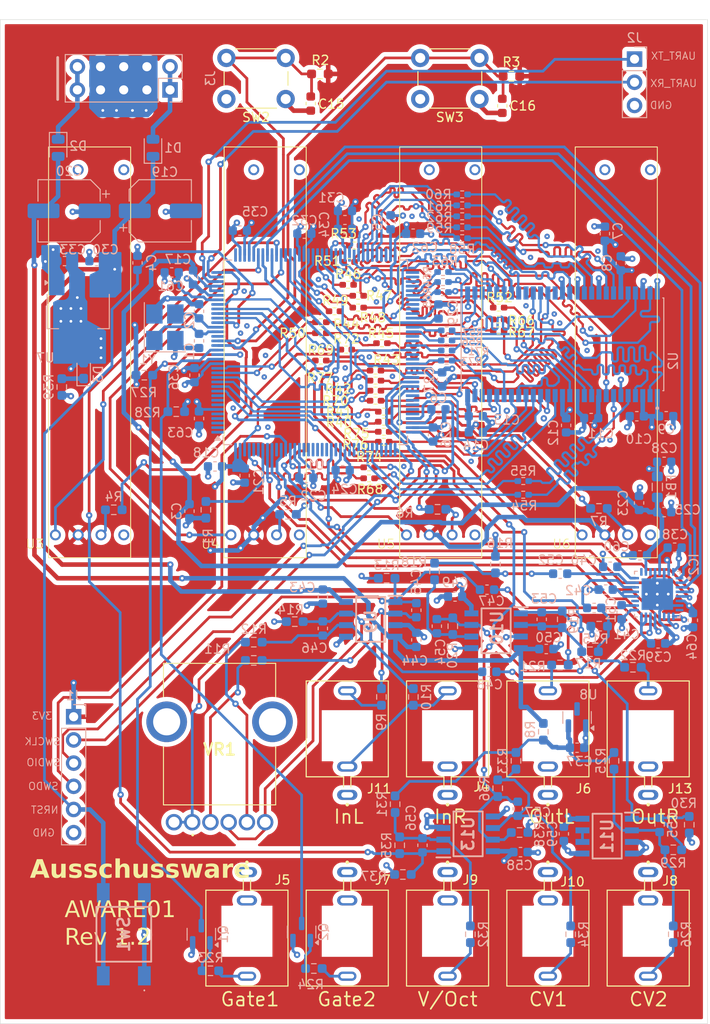
<source format=kicad_pcb>
(kicad_pcb (version 20240108) (generator "pcbnew") (generator_version "8.0")
  (layers (0 "F.Cu" signal) (1 "In1.Cu" power "GND1") (2 "In2.Cu" power "GND2") (31 "B.Cu" signal) (34 "B.Paste" user) (35 "F.Paste" user) (36 "B.SilkS" user "B.Silkscreen") (37 "F.SilkS" user "F.Silkscreen") (38 "B.Mask" user) (39 "F.Mask" user) (44 "Edge.Cuts" user))
  (net 0 "")
  (net 1 "GND")
  (net 2 "+12V")
  (net 3 "+3.3V")
  (net 4 "Net-(Q1-B)")
  (net 5 "/GATE1_IN")
  (net 6 "/GATE2_IN")
  (net 7 "Net-(Q2-B)")
  (net 9 "/CV2_IN")
  (net 11 "/FMC_D15")
  (net 12 "/FMC_D13")
  (net 13 "/FMC_D4")
  (net 18 "Net-(C6-Pad2)")
  (net 19 "/I2S1_CK")
  (net 25 "/FADER1_IN")
  (net 26 "/FADER2_IN")
  (net 28 "/FMC_D8")
  (net 30 "/FADER4_IN")
  (net 31 "/I2S1_SDO")
  (net 32 "/I2C1_SCL")
  (net 34 "/FMC_NBL0")
  (net 35 "/FMC_D1")
  (net 36 "/FMC_A7")
  (net 37 "/FMC_SDNE0")
  (net 38 "Net-(U1-PH0)")
  (net 39 "/NRST")
  (net 41 "/FMC_D12")
  (net 42 "/FMC_A4")
  (net 43 "/FMC_D14")
  (net 44 "/FMC_BA1")
  (net 45 "/I2S1_MCK")
  (net 46 "/FADER3_IN")
  (net 47 "/BUTTON1_IN")
  (net 48 "/FAD_LED2_OUT")
  (net 49 "/FMC_A3")
  (net 50 "/UART4_TX")
  (net 52 "/BUTTON2_IN")
  (net 53 "/FMC_SDNRAS")
  (net 54 "/FMC_SDCKE0")
  (net 56 "/FMC_A11")
  (net 60 "/FMC_BA0")
  (net 62 "/FMC_D11")
  (net 63 "/I2S1_SDI")
  (net 65 "/FMC_D6")
  (net 66 "Net-(U1-BOOT0)")
  (net 67 "Net-(C5-Pad2)")
  (net 68 "+3.3VA")
  (net 70 "-12V")
  (net 72 "/FAD_LED3_OUT")
  (net 74 "/FMC_A5")
  (net 75 "/FMC_A9")
  (net 76 "/FMC_A0")
  (net 77 "/CV1_IN")
  (net 78 "/FMC_NBL1")
  (net 79 "/SWDIO")
  (net 80 "/UART4_RX")
  (net 84 "/FMC_D9")
  (net 85 "/FMC_A1")
  (net 88 "/FAD_LED4_OUT")
  (net 92 "/FMC_D2")
  (net 93 "/V_OCT_IN")
  (net 94 "/FMC_SDCLK")
  (net 95 "/I2S1_WS")
  (net 97 "/FMC_SDNCAS")
  (net 100 "/FMC_D0")
  (net 102 "/FMC_SDNWE")
  (net 104 "/FAD_LED1_OUT")
  (net 105 "/FMC_A10")
  (net 108 "/SWCLK")
  (net 111 "/FMC_D10")
  (net 114 "/I2C1_SDA")
  (net 116 "Net-(U1-PH1)")
  (net 117 "/FMC_A6")
  (net 119 "/FMC_A2")
  (net 120 "/FMC_D7")
  (net 121 "/FMC_D3")
  (net 122 "/FMC_D5")
  (net 123 "/FMC_A8")
  (net 128 "Net-(U3B-A)")
  (net 130 "Net-(U4B-A)")
  (net 132 "Net-(U5B-A)")
  (net 134 "Net-(U6B-A)")
  (net 136 "AREF-10")
  (net 137 "Net-(IC2-REF)")
  (net 138 "Net-(U9A--)")
  (net 139 "Net-(U9B--)")
  (net 140 "/Audio Codec/Input Output Channels/INR")
  (net 141 "/Audio Codec/Input Output Channels/INL")
  (net 142 "/Audio Codec/Input Output Channels/OUTL")
  (net 143 "/Audio Codec/Input Output Channels/OUTR")
  (net 144 "Net-(U10A--)")
  (net 145 "Net-(U10B--)")
  (net 146 "Net-(U11A--)")
  (net 147 "Net-(U13A--)")
  (net 148 "Net-(U13B--)")
  (net 149 "Net-(D1-A)")
  (net 150 "Net-(D2-K)")
  (net 151 "/SWO")
  (net 152 "Net-(J6-PadT)")
  (net 153 "Net-(J7-PadT)")
  (net 154 "Net-(J9-PadT)")
  (net 155 "Net-(J10-PadT)")
  (net 156 "Net-(J8-PadT)")
  (net 157 "Net-(J11-PadT)")
  (net 158 "Net-(J13-PadT)")
  (net 159 "Net-(U11B--)")
  (net 168 "Net-(D3-K)")
  (net 169 "Net-(U2-DQ1)")
  (net 170 "Net-(U2-DQ7)")
  (net 171 "Net-(U2-A10)")
  (net 172 "Net-(U2-A8)")
  (net 173 "Net-(U2-A11)")
  (net 174 "Net-(U2-~{CS})")
  (net 175 "Net-(U2-BA1)")
  (net 176 "Net-(U2-A2)")
  (net 177 "Net-(U2-DQ15)")
  (net 178 "Net-(U2-DQ0)")
  (net 179 "Net-(U2-A9)")
  (net 180 "Net-(U2-A7)")
  (net 181 "Net-(U2-DQMH)")
  (net 182 "Net-(U2-A4)")
  (net 183 "Net-(U2-A6)")
  (net 184 "Net-(U2-CLK)")
  (net 185 "Net-(U2-DQ14)")
  (net 186 "Net-(U2-DQ10)")
  (net 187 "Net-(U2-~{WE})")
  (net 188 "Net-(U2-A0)")
  (net 189 "Net-(U2-A1)")
  (net 190 "Net-(U2-DQML)")
  (net 191 "Net-(U2-~{CAS})")
  (net 192 "Net-(U2-DQ12)")
  (net 193 "Net-(U2-DQ9)")
  (net 194 "Net-(U2-DQ13)")
  (net 195 "Net-(U2-DQ4)")
  (net 196 "Net-(U2-BA0)")
  (net 197 "Net-(U2-A3)")
  (net 198 "Net-(U2-DQ6)")
  (net 199 "Net-(U2-A5)")
  (net 200 "Net-(U2-DQ2)")
  (net 201 "Net-(U2-DQ3)")
  (net 202 "Net-(U2-DQ8)")
  (net 203 "Net-(U2-DQ11)")
  (net 204 "Net-(U2-CKE)")
  (net 205 "Net-(U2-DQ5)")
  (net 206 "Net-(U2-~{RAS})")
  (net 214 "Net-(IC2-IN3_L)")
  (net 215 "Net-(IC2-AVDD)")
  (net 216 "Net-(IC2-IN2_L)")
  (net 217 "Net-(IC2-DVDD)")
  (net 218 "Net-(J11-PadTN)")
  (net 219 "Net-(R12-Pad2)")
  (net 220 "Net-(R11-Pad2)")
  (net 221 "Net-(J5-PadT)")
  (net 222 "Net-(C54-Pad1)")
  (net 223 "Net-(C53-Pad1)")
  (net 224 "Net-(C52-Pad1)")
  (net 225 "Net-(C51-Pad1)")
  (net 226 "Net-(C46-Pad1)")
  (net 227 "Net-(C45-Pad1)")
  (footprint "Resistor_SMD:R_0402_1005Metric_Pad0.72x0.64mm_HandSolder" (layer "F.Cu") (at 153.5025 77.15)
    (property "Reference" "R72")
    (property "Value" "33")
  )
  (footprint "Resistor_SMD:R_0402_1005Metric_Pad0.72x0.64mm_HandSolder" (layer "F.Cu") (at 170.2025 75.05)
    (property "Reference" "R67")
    (property "Value" "33")
  )
  (footprint "Resistor_SMD:R_0402_1005Metric_Pad0.72x0.64mm_HandSolder" (layer "F.Cu") (at 154.8025 71.25)
    (property "Reference" "R47")
    (property "Value" "33")
  )
  (footprint "Resistor_SMD:R_0402_1005Metric_Pad0.72x0.64mm_HandSolder" (layer "F.Cu") (at 153.7025 70.05)
    (property "Reference" "R46")
    (property "Value" "33")
  )
  (footprint "Resistor_SMD:R_0402_1005Metric_Pad0.72x0.64mm_HandSolder" (layer "F.Cu") (at 156.7025 80.55)
    (property "Reference" "R77")
    (property "Value" "33")
  )
  (footprint "Resistor_SMD:R_0402_1005Metric_Pad0.72x0.64mm_HandSolder" (layer "F.Cu") (at 155.9975 91.25)
    (property "Reference" "R68")
    (property "Value" "33")
  )
  (footprint "Resistor_SMD:R_0402_1005Metric_Pad0.72x0.64mm_HandSolder" (layer "F.Cu") (at 152.2 72.95)
    (property "Reference" "R49")
    (property "Value" "33")
  )
  (footprint "Eurorack:PTL30-15R1-103B2" (layer "F.Cu") (at 144.6 97.45 90)
    (property "Reference" "U4")
    (property "Value" "10k")
  )
  (footprint "Resistor_SMD:R_0402_1005Metric_Pad0.72x0.64mm_HandSolder" (layer "F.Cu") (at 170.2025 72.55)
    (property "Reference" "R52")
    (property "Value" "33")
  )
  (footprint "Resistor_SMD:R_0402_1005Metric_Pad0.72x0.64mm_HandSolder" (layer "F.Cu") (at 157.6 83.95)
    (property "Reference" "R41")
    (property "Value" "33")
  )
  (footprint "Eurorack:PTL30-15R1-103B2" (layer "F.Cu") (at 183.1 97.45 90)
    (property "Reference" "U6")
    (property "Value" "10k")
  )
  (footprint "Resistor_SMD:R_0402_1005Metric_Pad0.72x0.64mm_HandSolder" (layer "F.Cu") (at 150.7025 75.35)
    (property "Reference" "R50")
    (property "Value" "33")
  )
  (footprint "Resistor_SMD:R_0402_1005Metric_Pad0.72x0.64mm_HandSolder" (layer "F.Cu") (at 157.6 85.05)
    (property "Reference" "R40")
    (property "Value" "33")
  )
  (footprint "Capacitor_SMD:C_0603_1608Metric" (layer "F.Cu") (at 149.6 50.2 -90)
    (property "Reference" "C15")
    (property "Value" "100n")
  )
  (footprint "Resistor_SMD:R_0402_1005Metric_Pad0.72x0.64mm_HandSolder" (layer "F.Cu") (at 153.8025 67.55)
    (property "Reference" "R51")
    (property "Value" "33")
  )
  (footprint "Eurorack:THONK_PJ398SM-12" (layer "F.Cu") (at 164.6 140.87 180)
    (property "Reference" "J9")
    (property "Value" "V/OCT_IN")
  )
  (footprint "Capacitor_SMD:C_0603_1608Metric" (layer "F.Cu") (at 170.6 50.45 -90)
    (property "Reference" "C16")
    (property "Value" "100n")
  )
  (footprint "Button_Switch_THT:SW_PUSH_6mm_H13mm" (layer "F.Cu") (at 168.1 49.7 180)
    (property "Reference" "SW3")
    (property "Value" "SW_Push")
  )
  (footprint "Resistor_SMD:R_0402_1005Metric_Pad0.72x0.64mm_HandSolder" (layer "F.Cu") (at 154.4025 65.75)
    (property "Reference" "R53")
    (property "Value" "33")
  )
  (footprint "Resistor_SMD:R_0402_1005Metric_Pad0.72x0.64mm_HandSolder" (layer "F.Cu") (at 157.5975 86.15)
    (property "Reference" "R75")
    (property "Value" "33")
  )
  (footprint "Eurorack:PTV1124420AB503" (layer "F.Cu") (at 136.6 128.925)
    (property "Reference" "VR1")
    (property "Value" "PTV112-4420A-B503" (hide yes))
  )
  (footprint "Resistor_SMD:R_0402_1005Metric_Pad0.72x0.64mm_HandSolder" (layer "F.Cu") (at 150.705 74.15)
    (property "Reference" "R44")
    (property "Value" "33")
  )
  (footprint "Eurorack:PTL30-15R1-103B2" (layer "F.Cu") (at 125.35 97.45 90)
    (property "Reference" "U3")
    (property "Value" "10k")
  )
  (footprint "Resistor_SMD:R_0603_1608Metric_Pad0.98x0.95mm_HandSolder" (layer "F.Cu") (at 150.6 46.95 180)
    (property "Reference" "R2")
    (property "Value" "10k")
  )
  (footprint "Resistor_SMD:R_0402_1005Metric_Pad0.72x0.64mm_HandSolder" (layer "F.Cu") (at 156.7 81.65)
    (property "Reference" "R42")
    (property "Value" "33")
  )
  (footprint "Resistor_SMD:R_0402_1005Metric_Pad0.72x0.64mm_HandSolder" (layer "F.Cu") (at 156.7 82.75)
    (property "Reference" "R70")
    (property "Value" "33")
  )
  (footprint "Resistor_SMD:R_0402_1005Metric_Pad0.72x0.64mm_HandSolder" (layer "F.Cu") (at 157.6 87.25)
    (property "Reference" "R76")
    (property "Value" "33")
  )
  (footprint "Resistor_SMD:R_0402_1005Metric_Pad0.72x0.64mm_HandSolder" (layer "F.Cu") (at 170.2025 73.85)
    (property "Reference" "R66")
    (property "Value" "33")
  )
  (footprint "Resistor_SMD:R_0402_1005Metric_Pad0.72x0.64mm_HandSolder" (layer "F.Cu") (at 156 90.05)
    (property "Reference" "R74")
    (property "Value" "33")
  )
  (footprint "Resistor_SMD:R_0402_1005Metric_Pad0.72x0.64mm_HandSolder" (layer "F.Cu") (at 156.7 79.45)
    (property "Reference" "R43")
    (property "Value" "33")
  )
  (footprint "Eurorack:THONK_PJ398SM-12" (layer "F.Cu") (at 186.6 119.45)
    (property "Reference" "J13")
    (property "Value" "OutR")
  )
  (footprint "Eurorack:THONK_PJ398SM-12" (layer "F.Cu") (at 186.6 140.87 180)
    (property "Reference" "J8")
    (property "Value" "CV2_IN")
  )
  (footprint "Resistor_SMD:R_0402_1005Metric_Pad0.72x0.64mm_HandSolder" (layer "F.Cu") (at 157.4025 76.45)
    (property "Reference" "R45")
    (property "Value" "33")
  )
  (footprint "Eurorack:THONK_PJ398SM-12" (layer "F.Cu") (at 164.6 119.45)
    (property "Reference" "J4")
    (property "Value" "InR")
  )
  (footprint "Resistor_SMD:R_0603_1608Metric_Pad0.98x0.95mm_HandSolder" (layer "F.Cu") (at 171.6 47.2 180)
    (property "Reference" "R3")
    (property "Value" "10k")
  )
  (footprint "Eurorack:THONK_PJ398SM-12" (layer "F.Cu") (at 142.6 140.87 180)
    (property "Reference" "J5")
    (property "Value" "GATE1_IN")
  )
  (footprint "Resistor_SMD:R_0402_1005Metric_Pad0.72x0.64mm_HandSolder" (layer "F.Cu") (at 154.8025 72.55)
    (property "Reference" "R48")
    (property "Value" "33")
  )
  (footprint "Eurorack:THONK_PJ398SM-12" (layer "F.Cu") (at 153.6 119.45)
    (property "Reference" "J11")
    (property "Value" "InL")
  )
  (footprint "Eurorack:THONK_PJ398SM-12" (layer "F.Cu") (at 153.6 140.87 180)
    (property "Reference" "J7")
    (property "Value" "GATE2_IN")
  )
  (footprint "Eurorack:PTL30-15R1-103B2" (layer "F.Cu") (at 163.85 97.45 90)
    (property "Reference" "U5")
    (property "Value" "10k")
  )
  (footprint "Button_Switch_THT:SW_PUSH_6mm_H13mm" (layer "F.Cu") (at 146.85 49.7 180)
    (property "Reference" "SW2")
    (property "Value" "SW_Push")
  )
  (footprint "Eurorack:THONK_PJ398SM-12" (layer "F.Cu") (at 175.6 140.87 180)
    (property "Reference" "J10")
    (property "Value" "CV1_IN")
  )
  (footprint "Resistor_SMD:R_0402_1005Metric_Pad0.72x0.64mm_HandSolder" (layer "F.Cu") (at 150.7 78.35)
    (property "Reference" "R69")
    (property "Value" "33")
  )
  (footprint "Eurorack:THONK_PJ398SM-12" (layer "F.Cu") (at 175.6 119.45)
    (property "Reference" "J6")
    (property "Value" "OutL")
  )
  (footprint "Capacitor_SMD:C_0603_1608Metric" (layer "B.Cu") (at 172.6 132.2 180)
    (property "Reference" "C58")
    (property "Value" "100n")
  )
  (footprint "Resistor_SMD:R_0402_1005Metric_Pad0.72x0.64mm_HandSolder" (layer "B.Cu") (at 172.9 91.55)
    (property "Reference" "R55")
    (property "Value" "33")
  )
  (footprint "Resistor_SMD:R_0603_1608Metric_Pad0.98x0.95mm_HandSolder" (layer "B.Cu") (at 172.5 130.05)
    (property "Reference" "R38")
    (property "Value" "100k")
  )
  (footprint "Resistor_SMD:R_0603_1608Metric_Pad0.98x0.95mm_HandSolder" (layer "B.Cu") (at 138.6 145.2 180)
    (property "Reference" "R23")
    (property "Value" "100k")
  )
  (footprint "Capacitor_SMD:C_0603_1608Metric" (layer "B.Cu") (at 181.85 64.45 90)
    (property "Reference" "C7")
    (property "Value" "2.2u")
  )
  (footprint "Capacitor_SMD:C_0603_1608Metric" (layer "B.Cu") (at 163.6 83.7 180)
    (property "Reference" "C6")
    (property "Value" "100n")
  )
  (footprint "Resistor_SMD:R_0603_1608Metric_Pad0.98x0.95mm_HandSolder" (layer "B.Cu") (at 178.1 141.2 90)
    (property "Reference" "R34")
    (property "Value" "100k")
  )
  (footprint "Connector_PinHeader_2.54mm:PinHeader_1x03_P2.54mm_Vertical" (layer "B.Cu") (at 185.1 45.325 180)
    (property "Reference" "J2")
    (property "Value" "Conn_01x03_Pin")
  )
  (footprint "Resistor_SMD:R_0603_1608Metric_Pad0.98x0.95mm_HandSolder" (layer "B.Cu") (at 159.7 134.65 180)
    (property "Reference" "R37")
    (property "Value" "100k")
  )
  (footprint "Capacitor_SMD:C_0603_1608Metric" (layer "B.Cu") (at 183.6 67.7 90)
    (property "Reference" "C8")
    (property "Value" "100n")
  )
  (footprint "Resistor_SMD:R_0402_1005Metric_Pad0.72x0.64mm_HandSolder" (layer "B.Cu") (at 164.5025 75.05)
    (property "Reference" "R57")
    (property "Value" "33")
  )
  (footprint "Resistor_SMD:R_0603_1608Metric_Pad0.98x0.95mm_HandSolder" (layer "B.Cu") (at 122.3 81.25 -90)
    (property "Reference" "R39")
    (property "Value" "150")
  )
  (footprint "Capacitor_SMD:C_0603_1608Metric" (layer "B.Cu") (at 185.685 99.68886 180)
    (property "Reference" "C60")
    (property "Value" "100n")
  )
  (footprint "Resistor_SMD:R_0603_1608Metric_Pad0.98x0.95mm_HandSolder" (layer "B.Cu") (at 189.35 141.2 90)
    (property "Reference" "R26")
    (property "Value" "100k")
  )
  (footprint "Resistor_SMD:R_0603_1608Metric_Pad0.98x0.95mm_HandSolder" (layer "B.Cu") (at 182.85 122.2 -90)
    (property "Reference" "R25")
    (property "Value" "200k")
  )
  (footprint "Capacitor_SMD:C_0603_1608Metric" (layer "B.Cu") (at 137.35 76.2 -90)
    (property "Reference" "C1")
    (property "Value" "22p")
  )
  (footprint "Resistor_SMD:R_0402_1005Metric_Pad0.72x0.64mm_HandSolder" (layer "B.Cu") (at 166.2 64.95)
    (property "Reference" "R58")
    (property "Value" "33")
  )
  (footprint "Eurorack:LMV722IDR" (layer "B.Cu") (at 166.85 130.2)
    (property "Reference" "U13")
    (property "Value" "LMV722IDR" (hide yes))
  )
  (footprint "Capacitor_SMD:C_0603_1608Metric" (layer "B.Cu") (at 163.42386 107.45 -90)
    (property "Reference" "C54")
    (property "Value" "220p")
  )
  (footprint "Resistor_SMD:R_0402_1005Metric_Pad0.72x0.64mm_HandSolder" (layer "B.Cu") (at 166.2025 60.15)
    (property "Reference" "R60")
    (property "Value" "33")
  )
  (footprint "Resistor_SMD:R_0603_1608Metric_Pad0.98x0.95mm_HandSolder" (layer "B.Cu") (at 189.35 131.95)
    (property "Reference" "R29")
    (property "Value" "33k")
  )
  (footprint "Capacitor_SMD:C_0603_1608Metric" (layer "B.Cu") (at 136.85 79.95 -90)
    (property "Reference" "C36")
    (property "Value" "100n")
  )
  (footprint "Capacitor_SMD:C_0603_1608Metric" (layer "B.Cu") (at 189.5 98.85 180)
    (property "Reference" "C38")
    (property "Value" "100n")
  )
  (footprint "Capacitor_SMD:C_0603_1608Metric" (layer "B.Cu") (at 164 80.425 90)
    (property "Reference" "C27")
    (property "Value" "100n")
  )
  (footprint "Capacitor_SMD:C_0603_1608Metric" (layer "B.Cu") (at 188.35 94.95)
    (property "Reference" "C25")
    (property "Value" "1u")
  )
  (footprint "Capacitor_SMD:C_0603_1608Metric" (layer "B.Cu") (at 137.35 84.7 -90)
    (property "Reference" "C63")
    (property "Value" "100n")
  )
  (footprint "Capacitor_SMD:C_0603_1608Metric" (layer "B.Cu") (at 136.3 94.85 90)
    (property "Reference" "C3")
    (property "Value" "100n")
  )
  (footprint "Eurorack:LMV722IDR" (layer "B.Cu") (at 182.1 130.45 180)
    (property "Reference" "U11")
    (property "Value" "LMV722IDR" (hide yes))
  )
  (footprint "Resistor_SMD:R_0603_1608Metric_Pad0.98x0.95mm_HandSolder" (layer "B.Cu") (at 128 94.7 180)
    (property "Reference" "R4")
    (property "Value" "75")
  )
  (footprint "Capacitor_SMD:C_0603_1608Metric" (layer "B.Cu") (at 136.7 69.25 -90)
    (property "Reference" "C61")
    (property "Value" "100n")
  )
  (footprint "Resistor_SMD:R_0402_1005Metric_Pad0.72x0.64mm_HandSolder" (layer "B.Cu") (at 166.2025 61.35)
    (property "Reference" "R61")
    (property "Value" "33")
  )
  (footprint "Capacitor_SMD:C_0603_1608Metric" (layer "B.Cu") (at 126.1 67.45 180)
    (property "Reference" "C30")
    (property "Value" "10u")
  )
  (footprint "Resistor_SMD:R_0603_1608Metric_Pad0.98x0.95mm_HandSolder" (layer "B.Cu") (at 165.17386 107.45 90)
    (property "Reference" "R20")
    (property "Value" "47k")
  )
  (footprint "Capacitor_SMD:C_0603_1608Metric" (layer "B.Cu") (at 150.92386 104.2 -90)
    (property "Reference" "C43")
    (property "Value" "100n")
  )
  (footprint "Eurorack:IS45S16800F-7TLA2" (layer "B.Cu") (at 177.2 76.57 90)
    (property "Reference" "U2")
    (property "Value" "IS45S16800F-7TLA2")
  )
  (footprint "Resistor_SMD:R_0603_1608Metric_Pad0.98x0.95mm_HandSolder" (layer "B.Cu") (at 143.35 111.2 180)
    (property "Reference" "R11")
    (property "Value" "3.3k")
  )
  (footprint "Capacitor_SMD:C_0603_1608Metric" (layer "B.Cu") (at 185.6 93.95 90)
    (property "Reference" "C23")
    (property "Value" "10n")
  )
  (footprint "Resistor_SMD:R_0603_1608Metric_Pad0.98x0.95mm_HandSolder" (layer "B.Cu") (at 169.85 100.7 -90)
    (property "Reference" "R16")
    (property "Value" "47k")
  )
  (footprint "Capacitor_SMD:C_0603_1608Metric" (layer "B.Cu") (at 169.17386 112.45)
    (property "Reference" "C48")
    (property "Value" "1u")
  )
  (footprint "Diode_SMD:D_0805_2012Metric" (layer "B.Cu") (at 121.9 55.05 -90)
    (property "Reference" "D2")
    (property "Value" "D")
  )
  (footprint "Capacitor_SMD:C_0603_1608Metric" (layer "B.Cu") (at 188.35 89.45)
    (property "Reference" "C28")
    (property "Value" "1u")
  )
  (footprint "Capacitor_SMD:C_0603_1608Metric" (layer "B.Cu") (at 181.935 103.43886)
    (property "Reference" "C42")
    (property "Value" "100n")
  )
  (footprint "Diode_SMD:D_0805_2012Metric" (layer "B.Cu") (at 132.3 55.05 90)
    (property "Reference" "D1")
    (property "Value" "D")
  )
  (footprint "Eurorack:NE5532DRG4" (layer "B.Cu") (at 169.92386 107.95 180)
    (property "Reference" "U10")
    (property "Value" "NE5532DRG4" (hide yes))
  )
  (footprint "Eurorack:TS046643BK100SMT" (layer "B.Cu") (at 129.1 141.2 90)
    (property "Reference" "SW1")
    (property "Value" "SW_Push" (hide yes))
  )
  (footprint "Capacitor_SMD:CP_Elec_6.3x5.9" (layer "B.Cu") (at 133.1 61.95)
    (property "Reference" "C19")
    (property "Value" "47u")
  )
  (footprint "Capacitor_SMD:C_0603_1608Metric" (layer "B.Cu") (at 142.35 90.95 -90)
    (property "Reference" "C21")
    (property "Value" "100n")
  )
  (footprint "Eurorack:TLV320AIC3204IRHBR" (layer "B.Cu") (at 187.6 103.93886 180)
    (property "Reference" "IC2")
    (property "Value" "TLV320AIC3204IRHBR")
  )
  (footprint "Capacitor_SMD:C_0603_1608Metric" (layer "B.Cu") (at 158.35 63.2 -90)
    (property "Reference" "C5")
    (property "Value" "100n")
  )
  (footprint "Resistor_SMD:R_0603_1608Metric_Pad0.98x0.95mm_HandSolder" (layer "B.Cu") (at 176.92386 111.7 180)
    (property "Reference" "R21")
    (property "Value" "1k")
  )
  (footprint "Resistor_SMD:R_0603_1608Metric_Pad0.98x0.95mm_HandSolder" (layer "B.Cu") (at 191.1 129.2 -90)
    (property "Reference" "R30")
    (property "Value" "100k")
  )
  (footprint "Capacitor_SMD:C_0603_1608Metric" (layer "B.Cu") (at 163.0125 86.45 90)
    (property "Reference" "C26")
    (property "Value" "100n")
  )
  (footprint "Capacitor_SMD:C_0603_1608Metric" (layer "B.Cu") (at 134.35 68.7 180)
    (property "Reference" "C17")
    (property "Value" "4.7u")
  )
  (footprint "Capacitor_SMD:C_0603_1608Metric" (layer "B.Cu") (at 137.35 72.95 90)
    (property "Reference" "C2")
    (property "Value" "22p")
  )
  (footprint "Resistor_SMD:R_0603_1608Metric_Pad0.98x0.95mm_HandSolder" (layer "B.Cu") (at 158.85 126.95 -90)
    (property "Reference" "R31")
    (property "Value" "180k")
  )
  (footprint "Resistor_SMD:R_0402_1005Metric_Pad0.72x0.64mm_HandSolder" (layer "B.Cu") (at 166.2025 62.55)
    (property "Reference" "R62")
    (property "Value" "33")
  )
  (footprint "Capacitor_SMD:C_0603_1608Metric" (layer "B.Cu") (at 180.67386 105.45 180)
    (property "Reference" "C51")
    (property "Value" "10u")
  )
  (footprint "Resistor_SMD:R_0402_1005Metric_Pad0.72x0.64mm_HandSolder" (layer "B.Cu") (at 164.5 77.25)
    (property "Reference" "R71")
    (property "Value" "33")
  )
  (footprint "Eurorack:NE5532DRG4" (layer "B.Cu") (at 156.17386 106.7 180)
    (property "Reference" "U9")
    (property "Value" "NE5532DRG4" (hide yes))
  )
  (footprint "Resistor_SMD:R_0603_1608Metric_Pad0.98x0.95mm_HandSolder" (layer "B.Cu") (at 177.17386 106.7 90)
    (property "Reference" "R19")
    (property "Value" "47k")
  )
  (footprint "Package_TO_SOT_SMD:SOT-23" (layer "B.Cu") (at 178.8 117.45 90)
    (property "Reference" "U8")
    (property "Value" "LM4040DIM3X-10")
  )
  (footprint "Resistor_SMD:R_0603_1608Metric_Pad0.98x0.95mm_HandSolder" (layer "B.Cu") (at 143.35 109.2 180)
    (property "Reference" "R12")
    (property "Value" "3.3k")
  )
  (footprint "Resistor_SMD:R_0603_1608Metric_Pad0.98x0.95mm_HandSolder" (layer "B.Cu") (at 163.17386 101.45 -90)
    (property "Reference" "R18")
    (property "Value" "3.3k")
  )
  (footprint "Capacitor_SMD:C_0603_1608Metric" (layer "B.Cu") (at 177.6 85.45 -90)
    (property "Reference" "C12")
    (property "Value" "100n")
  )
  (footprint "Resistor_SMD:R_0603_1608Metric_Pad0.98x0.95mm_HandSolder" (layer "B.Cu") (at 181.2 94.55)
    (property "Reference" "R7")
    (property "Value" "75")
  )
  (footprint "Resistor_SMD:R_0402_1005Metric_Pad0.72x0.64mm_HandSolder" (layer "B.Cu") (at 164.5 78.35)
    (property "Reference" "R73")
    (property "Value" "33")
  )
  (footprint "Resistor_SMD:R_0603_1608Metric_Pad0.98x0.95mm_HandSolder" (layer "B.Cu") (at 172.1 122.2 -90)
    (property "Reference" "R33")
    (property "Value" "200k")
  )
  (footprint "Resistor_SMD:R_0603_1608Metric_Pad0.98x0.95mm_HandSolder" (layer "B.Cu") (at 147.1 95.2 180)
    (property "Reference" "R5")
    (property "Value" "75")
  )
  (footprint "Resistor_SMD:R_0603_1608Metric_Pad0.98x0.95mm_HandSolder" (layer "B.Cu") (at 138.1 94.7 90)
    (property "Reference" "R1")
    (property "Value" "10k")
  )
  (footprint "Resistor_SMD:R_0603_1608Metric_Pad0.98x0.95mm_HandSolder" (layer "B.Cu") (at 181.22386 107.45)
    (property "Reference" "R15")
    (property "Value" "47k")
  )
  (footprint "Capacitor_SMD:C_0603_1608Metric" (layer "B.Cu") (at 187.85 129.225 90)
    (property "Reference" "C55")
    (property "Value" "1n")
  )
  (footprint "Capacitor_SMD:C_0603_1608Metric" (layer "B.Cu") (at 182.435 100.93886)
    (property "Reference" "C40")
    (property "Value" "10u")
  )
  (footprint "Capacitor_SMD:C_0603_1608Metric" (layer "B.Cu") (at 161.17386 105.7 -90)
    (property "Reference" "C45")
    (property "Value" "1n")
  )
  (footprint "Capacitor_SMD:C_0603_1608Metric" (layer "B.Cu") (at 188.575 84.45)
    (property "Reference" "C9")
    (property "Value" "100n")
  )
  (footprint "Capacitor_SMD:C_0603_1608Metric" (layer "B.Cu") (at 175.42386 109.95)
    (property "Reference" "C50")
    (property "Value" "100n")
  )
  (footprint "Resistor_SMD:R_0603_1608Metric_Pad0.98x0.95mm_HandSolder" (layer "B.Cu") (at 131.35 79.95 180)
    (property "Reference" "R27")
    (property "Value" "10k")
  )
  (footprint "Resistor_SMD:R_0603_1608Metric_Pad0.98x0.95mm_HandSolder" (layer "B.Cu") (at 157.35 115.2 90)
    (property "Reference" "R9")
    (property "Value" "22k")
  )
  (footprint "Capacitor_SMD:C_0603_1608Metric" (layer "B.Cu") (at 161.17386 108.95 90)
    (property "Reference" "C44")
    (property "Value" "100n")
  )
  (footprint "Resistor_SMD:R_0402_1005Metric_Pad0.72x0.64mm_HandSolder" (layer "B.Cu") (at 172.8975 93.05)
    (property "Reference" "R54")
    (property "Value" "33")
  )
  (footprint "Capacitor_SMD:C_0603_1608Metric" (layer "B.Cu") (at 176.94886 101.7)
    (property "Reference" "C52")
    (property "Value" "10u")
  )
  (footprint "LED_SMD:LED_0603_1608Metric_Pad1.05x0.95mm_HandSolder" (layer "B.Cu") (at 124.7 79.45 90)
    (property "Reference" "D3")
    (property "Value" "PWR_LED")
  )
  (footprint "Capacitor_SMD:C_0603_1608Metric" (layer "B.Cu") (at 141.825 64.1125 180)
    (property "Reference" "C35")
    (property "Value" "100n")
  )
  (footprint "Resistor_SMD:R_0603_1608Metric_Pad0.98x0.95mm_HandSolder" (layer "B.Cu") (at 134.85 83.95)
    (property "Reference" "R28")
    (property "Value" "10k")
  )
  (footprint "Resistor_SMD:R_0603_1608Metric_Pad0.98x0.95mm_HandSolder" (layer "B.Cu") (at 180.22386 110.25 180)
    (property "Reference" "R17")
    (property "Value" "3.3k")
  )
  (footprint "Resistor_SMD:R_0603_1608Metric_Pad0.98x0.95mm_HandSolder" (layer "B.Cu") (at 163.5 94.65)
    (property "Reference" "R6")
    (property "Value" "75")
  )
  (footprint "Resistor_SMD:R_0402_1005Metric_Pad0.72x0.64mm_HandSolder" (layer "B.Cu") (at 164.1 69.75)
    (property "Reference" "R64")
    (property "Value" "33")
  )
  (footprint "Capacitor_SMD:C_0603_1608Metric" (layer "B.Cu") (at 153.35 61.95 180)
    (property "Reference" "C31")
    (property "Value" "100n")
  )
  (footprint "Connector_PinHeader_2.54mm:PinHeader_1x06_P2.54mm_Vertical" (layer "B.Cu") (at 123.6 117.37 180)
    (property "Reference" "J1")
    (property "Value" "Conn_01x06_Pin")
  )
  (footprint "Capacitor_SMD:C_0603_1608Metric" (layer "B.Cu") (at 153.1 90.3625)
    (property "Reference" "C24")
    (property "Value" "100n")
  )
  (footprint "Capacitor_SMD:C_0603_1608Metric" (layer "B.Cu") (at 168.92386 103.45)
    (property "Reference" "C47")
    (property "Value" "1u")
  )
  (footprint "Resistor_SMD:R_0603_1608Metric_Pad0.98x0.95mm_HandSolder" (layer "B.Cu") (at 175.1 119.0125 -90)
    (property "Reference" "R8")
    (property "Value" "470")
  )
  (footprint "Package_QFP:LQFP-144_20x20mm_P0.5mm" (layer "B.Cu") (at 150.1 77.45)
    (property "Reference" "U1")
    (property "Value" "STM32H7B0ZBTx")
  )
  (footprint "Capacitor_SMD:C_0603_1608Metric" (layer "B.Cu") (at 187.685 109.33886)
    (property "Reference" "C39")
    (property "Value" "100n")
  )
  (footprint "Capacitor_SMD:C_0603_1608Metric" (layer "B.Cu") (at 167.7 86.2)
    (property "Reference" "C14")
    (property "Value" "2.2u")
  )
  (footprint "Resistor_SMD:R_0402_1005Metric_Pad0.72x0.64mm_HandSolder" (layer "B.Cu") (at 164.0975 70.85)
    (property "Reference" "R65")
    (property "Value" "33")
  )
  (footprint "Package_TO_SOT_SMD:SOT-23" (layer "B.Cu") (at 137.6 141.2 90)
    (property "Reference" "Q1")
    (property "Value" "MMBT3904")
  )
  (footprint "Capacitor_SMD:C_0603_1608Metric" (layer "B.Cu") (at 183.685 105.91386 90)
    (property "Reference" "C41")
    (property "Value" "10u")
  )
  (footprint "Capacitor_SMD:C_0603_1608Metric" (layer "B.Cu") (at 165.42386 104.2 180)
    (property "Reference" "C49")
    (property "Value" "100n")
  )
  (footprint "Package_TO_SOT_SMD:SOT-223-3_TabPin2" (layer "B.Cu") (at 124.1 72.95 -90)
    (property "Reference" "U7")
    (property "Value" "LM1117MP-3.3")
  )
  (footprint "Resistor_SMD:R_0603_1608Metric_Pad0.98x0.95mm_HandSolder" (layer "B.Cu") (at 149.9375 144.95 180)
    (property "Reference" "R24")
    (property "Value" "100k")
  )
  (footprint "Capacitor_SMD:C_0603_1608Metric" (layer "B.Cu") (at 163.6 72.975 90)
    (property "Reference" "C29")
    (property "Value" "100n")
  )
  (footprint "Capacitor_SMD:C_0603_1608Metric" (layer "B.Cu") (at 178.8 120.7625)
    (property "Reference" "C37")
    (property "Value" "100n")
  )
  (footprint "Package_TO_SOT_SMD:SOT-23" (layer "B.Cu") (at 148.6 140.95 90)
    (property "Reference" "Q2")
    (property "Value" "MMBT3904")
  )
  (footprint "Capacitor_SMD:C_0603_1608Metric" (layer "B.Cu") (at 172.3 127.45 90)
    (property "Reference" "C57")
    (property "Value" "1n")
  )
  (footprint "Capacitor_SMD:C_0603_1608Metric" (layer "B.Cu") (at 191.5 106.8 90)
    (property "Reference" "C64")
    (property "Value" "100n")
  )
  (footprint "Resistor_SMD:R_0603_1608Metric_Pad0.98x0.95mm_HandSolder" (layer "B.Cu") (at 159.35 131.45 -90)
    (property "Reference" "R35")
    (property "Value" "47k")
  )
  (footprint "Capacitor_SMD:C_0603_1608Metric" (layer "B.Cu") (at 148.9 64.45 180)
    (property "Reference" "C32")
    (property "Value" "100n")
  )
  (footprint "Crystal:Crystal_SMD_3225-4Pin_3.2x2.5mm_HandSoldering" (layer "B.Cu") (at 133.6 74.7 90)
    (property "Reference" "Y1")
    (property "Value" "WE-XTAL 24.0MHz 50ppm")
  )
  (footprint "Capacitor_SMD:C_0603_1608Metric" (layer "B.Cu") (at 153.35 63.95 180)
    (property "Reference" "C34")
    (property "Value" "100n")
  )
  (footprint "Resistor_SMD:R_0603_1608Metric_Pad0.98x0.95mm_HandSolder" (layer "B.Cu") (at 184.92386 111.95)
    (property "Reference" "R22")
    (property "Value" "1k")
  )
  (footprint "Resistor_SMD:R_0402_1005Metric_Pad0.72x0.64mm_HandSolder" (layer "B.Cu") (at 166.2025 63.75)
    (property "Reference" "R59")
    (property "Value" "33")
  )
  (footprint "Capacitor_SMD:C_0603_1608Metric" (layer "B.Cu") (at 149.1 91.2)
    (property "Reference" "C22")
    (property "Value" "100n")
  )
  (footprint "Capacitor_SMD:C_0603_1608Metric" (layer "B.Cu") (at 150.92386 107.7 -90)
    (property "Reference" "C46")
    (property "Value" "1n")
  )
  (footprint "Capacitor_SMD:C_0603_1608Metric" (layer "B.Cu") (at 174.92386 106.7 -90)
    (property "Reference" "C53")
    (property "Value" "220p")
  )
  (footprint "Capacitor_SMD:CP_Elec_6.3x5.9" (layer "B.Cu") (at 123.1 61.95 180)
    (property "Reference" "C20")
    (property "Value" "47u")
  )
  (footprint "Resistor_SMD:R_0603_1608Metric_Pad0.98x0.95mm_HandSolder" (layer "B.Cu") (at 170.1 125.2 -90)
    (property "Reference" "R36")
    (property "Value" "33k")
  )
  (footprint "Resistor_SMD:R_0603_1608Metric_Pad0.98x0.95mm_HandSolder" (layer "B.Cu") (at 147.85 106.95 180)
    (property "Reference" "R14")
    (property "Value" "1k")
  )
  (footprint "Capacitor_SMD:C_0603_1608Metric" (layer "B.Cu") (at 160.825 64.45)
    (property "Reference" "C62")
    (property "Value" "100n")
  )
  (footprint "Capacitor_SMD:C_0603_1608Metric" (layer "B.Cu") (at 167.7 84.45)
    (property "Reference" "C13")
    (property "Value" "100n")
  )
  (footprint "Inductor_SMD:L_0805_2012Metric_Pad1.05x1.20mm_HandSolder" (layer "B.Cu") (at 187.6 92.2 90)
    (property "Reference" "FB1")
    (property "Value" "120R")
  )
  (footprint "Capacitor_SMD:C_0603_1608Metric" (layer "B.Cu") (at 185.35 84.45 180)
    (property "Reference" "C10")
    (property "Value" "100n" (hide yes))
  )
  (footprint "Capacitor_SMD:C_0603_1608Metric" (layer "B.Cu") (at 161.85 131.45 -90)
    (property "Reference" "C56")
    (property "Value" "1n")
  )
  (footprint "Capacitor_SMD:C_0603_1608Metric" (layer "B.Cu") (at 180.35 84.65 180)
    (property "Reference" "C11")
    (property "Value" "100n")
  )
  (footprint "Capacitor_SMD:C_0603_1608Metric" (layer "B.Cu") (at 177.35 130.2 90)
    (property "Reference" "C59")
    (property "Value" "100n")
  )
  (footprint "Capacitor_SMD:C_0603_1608Metric" (layer "B.Cu") (at 130.6 67.65 90)
    (property "Reference" "C4")
    (property "Value" "100n")
  )
  (footprint "Resistor_SMD:R_0402_1005Metric_Pad0.72x0.64mm_HandSolder" (layer "B.Cu") (at 164.5 76.15)
    (property "Reference" "R56")
    (property "Value" "33")
  )
  (footprint "Capacitor_SMD:C_0603_1608Metric" (layer "B.Cu") (at 139.1 89.95 180)
    (property "Reference" "C18")
    (property "Value" "100n")
  )
  (footprint "Resistor_SMD:R_0603_1608Metric_Pad0.98x0.95mm_HandSolder" (layer "B.Cu") (at 160.85 115.2 90)
    (property "Reference" "R10")
    (property "Value" "22k")
  )
  (footprint "Eurorack:PinHeader_2x05_P2.54mm_BHR-10-VUA" (layer "B.Cu") (at 134.17 48.7 90)
    (property "Reference" "J3")
    (property "Value" "Conn_02x05_Odd_Even")
  )
  (footprint "Capacitor_SMD:C_0603_1608Metric" (layer "B.Cu") (at 122.6 67.45 180)
    (property "Reference" "C33")
    (property "Value" "10u")
  )
  (footprint "Resistor_SMD:R_0603_1608Metric_Pad0.98x0.95mm_HandSolder" (layer "B.Cu") (at 157.92386 102.2 180)
    (property "Reference" "R13")
    (property "Value" "1k")
  )
  (footprint "Resistor_SMD:R_0603_1608Metric_Pad0.98x0.95mm_HandSolder" (layer "B.Cu") (at 167.1 141.2 90)
    (property "Reference" "R32")
    (property "Value" "100k")
  )
  (footprint "Resistor_SMD:R_0402_1005Metric_Pad0.72x0.64mm_HandSolder" (layer "B.Cu") (at 164.1025 68.65)
    (property "Reference" "R63")
    (property "Value" "33")
  )
  (gr_poly (pts (xy 141.35 89.2) (xy 141.85 89.2) (xy 142.35 89.7) (xy 142.35 90.45) (xy 141.1 90.45) (xy 141.1 89.95) (xy 141.1 89.55)) (stroke (width 0.2)) (fill solid) (layer "B.Cu") (net 3))
  (gr_line (start 121.85 45.15) (end 121.85 49.75) (stroke (width 0.3)) (layer "B.SilkS"))
  (gr_rect (start 115.55 41) (end 193.1 151) (stroke (width 0.05)) (fill none) (layer "Edge.Cuts"))
  (gr_text "SWCLK" (at 122.2 120.55 0) (layer "B.SilkS") (effects (font (size 0.8 0.8) (thickness 0.1)) (justify left bottom mirror)))
  (gr_text "SWDO" (at 122 125.45 0) (layer "B.SilkS") (effects (font (size 0.8 0.8) (thickness 0.1)) (justify left bottom mirror)))
  (gr_text "SWDIO" (at 122.2 122.85 0) (layer "B.SilkS") (effects (font (size 0.8 0.8) (thickness 0.1)) (justify left bottom mirror)))
  (gr_text "UART_TX" (at 191.9 45.45 0) (layer "B.SilkS") (effects (font (size 0.8 0.8) (thickness 0.1)) (justify left bottom mirror)))
  (gr_text "NRST" (at 122 128.05 0) (layer "B.SilkS") (effects (font (size 0.8 0.8) (thickness 0.1)) (justify left bottom mirror)))
  (gr_text "GND" (at 121.6 130.55 0) (layer "B.SilkS") (effects (font (size 0.8 0.8) (thickness 0.1)) (justify left bottom mirror)))
  (gr_text "UART_RX" (at 192 48.45 0) (layer "B.SilkS") (effects (font (size 0.8 0.8) (thickness 0.1)) (justify left bottom mirror)))
  (gr_text "3V3" (at 121.3 117.75 0) (layer "B.SilkS") (effects (font (size 0.8 0.8) (thickness 0.1)) (justify left bottom mirror)))
  (gr_text "GND" (at 189.3 50.85 0) (layer "B.SilkS") (effects (font (size 0.8 0.8) (thickness 0.1)) (justify left bottom mirror)))
  (gr_text "Gate2" (at 150.2 149.2 0) (layer "F.SilkS") (effects (font (size 1.5 1.5) (thickness 0.1875)) (justify left bottom)))
  (gr_text "InR" (at 163 129.2 0) (layer "F.SilkS") (effects (font (size 1.5 1.5) (thickness 0.1875)) (justify left bottom)))
  (gr_text "OutL" (at 173.4 129.2 0) (layer "F.SilkS") (effects (font (size 1.5 1.5) (thickness 0.1875)) (justify left bottom)))
  (gr_text "Gate1" (at 139.6 149.2 0) (layer "F.SilkS") (effects (font (size 1.5 1.5) (thickness 0.1875)) (justify left bottom)))
  (gr_text "InL" (at 152 129.2 0) (layer "F.SilkS") (effects (font (size 1.5 1.5) (thickness 0.1875)) (justify left bottom)))
  (gr_text "V/Oct" (at 161.2 149.2 0) (layer "F.SilkS") (effects (font (size 1.5 1.5) (thickness 0.1875)) (justify left bottom)))
  (gr_text "AWARE01\nRev 1.2" (at 122.6 142.65 0) (layer "F.SilkS") (effects (font (size 1.8 1.8) (thickness 0.225)) (justify left bottom)))
  (gr_text "Ausschussware" (at 118.8 135.35 0) (layer "F.SilkS") (effects (font (size 2 2) (thickness 0.3) (bold yes)) (justify left bottom)))
  (gr_text "CV2" (at 184.4 149.2 0) (layer "F.SilkS") (effects (font (size 1.5 1.5) (thickness 0.1875)) (justify left bottom)))
  (gr_text "OutR" (at 184.6 129.2 0) (layer "F.SilkS") (effects (font (size 1.5 1.5) (thickness 0.1875)) (justify left bottom)))
  (gr_text "CV1" (at 173.4 149.2 0) (layer "F.SilkS") (effects (font (size 1.5 1.5) (thickness 0.1875)) (justify left bottom)))
  (segment (start 162.9 57.45) (end 162.6 57.45) (width 0.5) (layer "F.Cu") (net 1))
  (segment (start 147.725 50.975) (end 149.6 50.975) (width 0.5) (layer "F.Cu") (net 1))
  (segment (start 168.1 49.7) (end 168.1 50.375) (width 0.5) (layer "F.Cu") (net 1))
  (segment (start 168.1 50.375) (end 168.95 51.225) (width 0.5) (layer "F.Cu") (net 1))
  (segment (start 143.35 57.45) (end 143.5 57.45) (width 0.5) (layer "F.Cu") (net 1))
  (segment (start 168.95 51.225) (end 170.6 51.225) (width 0.5) (layer "F.Cu") (net 1))
  (segment (start 146.85 49.7) (end 146.85 50.1) (width 0.5) (layer "F.Cu") (net 1))
  (segment (start 146.85 50.1) (end 147.725 50.975) (width 0.5) (layer "F.Cu") (net 1))
  (via (at 179.75 119.7) (size 0.7) (drill 0.3) (layers "F.Cu" "B.Cu") (net 1))
  (via (at 176.3 73.25) (size 0.6) (drill 0.2) (layers "F.Cu" "B.Cu") (net 1))
  (via (at 165.1 72.625) (size 0.7) (drill 0.3) (layers "F.Cu" "B.Cu") (net 1))
  (via (at 144.9 85.65) (size 0.6) (drill 0.2) (layers "F.Cu" "B.Cu") (net 1))
  (via (at 131.55 50.95) (size 0.7) (drill 0.3) (layers "F.Cu" "B.Cu") (net 1))
  (via (at 183.935 99.63886) (size 0.7) (drill 0.3) (layers "F.Cu" "B.Cu") (net 1))
  (via (at 155.619238 75.975) (size 0.6) (drill 0.2) (layers "F.Cu" "B.Cu") (net 1))
  (via (at 175.157221 84.688183) (size 0.7) (drill 0.3) (layers "F.Cu" "B.Cu") (net 1))
  (via (at 142.6 74.55) (size 0.6) (drill 0.2) (layers "F.Cu" "B.Cu") (net 1))
  (via (at 184.85 67.2) (size 0.7) (drill 0.3) (layers "F.Cu" "B.Cu") (net 1))
  (via (at 189.125 93.925) (size 0.7) (drill 0.3) (layers "F.Cu" "B.Cu") (net 1))
  (via (at 152.42386 109.45) (size 0.7) (drill 0.3) (layers "F.Cu" "B.Cu") (net 1))
  (via (at 175.516699 64.75) (size 0.6) (drill 0.2) (layers "F.Cu" "B.Cu") (net 1))
  (via (at 180.42386 108.35) (size 0.7) (drill 0.3) (layers "F.Cu" "B.Cu") (net 1))
  (via (at 120.5 67.5) (size 0.7) (drill 0.3) (layers "F.Cu" "B.Cu") (net 1))
  (via (at 142.3 70.75) (size 0.6) (drill 0.2) (layers "F.Cu" "B.Cu") (net 1))
  (via (at 165.42386 109.95) (size 0.7) (drill 0.3) (layers "F.Cu" "B.Cu") (net 1))
  (via (at 181.2 69.35) (size 0.7) (drill 0.3) (layers "F.Cu" "B.Cu") (net 1))
  (via (at 162.35 129.45) (size 0.7) (drill 0.3) (layers "F.Cu" "B.Cu") (net 1))
  (via (at 163.42386 104.65) (size 0.7) (drill 0.3) (layers "F.Cu" "B.Cu") (net 1))
  (via (at 176.9 74.25) (size 0.6) (drill 0.2) (layers "F.Cu" "B.Cu") (net 1))
  (via (at 128.3 50.95) (size 0.7) (drill 0.3) (layers "F.Cu" "B.Cu") (net 1))
  (via (at 131.35 141.25) (size 0.7) (drill 0.3) (layers "F.Cu" "B.Cu") (net 1))
  (via (at 149.17386 105.2) (size 0.7) (drill 0.3) (layers "F.Cu" "B.Cu") (net 1))
  (via (at 179.35 85.95) (size 0.7) (drill 0.3) (layers "F.Cu" "B.Cu") (net 1))
  (via (at 156.020457 77.947876) (size 0.6) (drill 0.2) (layers "F.Cu" "B.Cu") (net 1))
  (via (at 189.685 108.68886) (size 0.7) (drill 0.3) (layers "F.Cu" "B.Cu") (net 1))
  (via (at 189.3 85.65) (size 0.7) (drill 0.3) (layers "F.Cu" "B.Cu") (net 1))
  (via (at 181.082587 66.360755) (size 0.6) (drill 0.2) (layers "F.Cu" "B.Cu") (net 1))
  (via (at 153.375 79.15) (size 0.6) (drill 0.2) (layers "F.Cu" "B.Cu") (net 1))
  (via (at 156.8 71.925) (size 0.6) (drill 0.2) (layers "F.Cu" "B.Cu") (net 1))
  (via (at 155.8 84.35) (size 0.6) (drill 0.2) (layers "F.Cu" "B.Cu") (net 1))
  (via (at 150.441982 69.466409) (size 0.6) (drill 0.2) (layers "F.Cu" "B.Cu") (net 1))
  (via (at 144.5 80.15) (size 0.6) (drill 0.2) (layers "F.Cu" "B.Cu") (net 1))
  (via (at 171.02386 108.65) (size 0.7) (drill 0.3) (layers "F.Cu" "B.Cu") (net 1))
  (via (at 186.1 69.65) (size 0.7) (drill 0.3) (layers "F.Cu" "B.Cu") (net 1))
  (via (at 186.35 131.7) (size 0.7) (drill 0.3) (layers "F.Cu" "B.Cu") (net 1))
  (via (at 121.35 66.2) (size 0.7) (drill 0.3) (layers "F.Cu" "B.Cu") (net 1))
  (via (at 138.35 91.05) (size 0.7) (drill 0.3) (layers "F.Cu" "B.Cu") (net 1))
  (via (at 134.6 77.95) (size 0.7) (drill 0.3) (layers "F.Cu" "B.Cu") (net 1))
  (via (at 123.3 82.25) (size 0.7) (drill 0.3) (layers "F.Cu" "B.Cu") (net 1))
  (via (at 162.35 128.2) (size 0.7) (drill 0.3) (layers "F.Cu" "B.Cu") (net 1))
  (via (at 130.05 50.95) (size 0.7) (drill 0.3) (layers "F.Cu" "B.Cu") (net 1))
  (via (at 153.5 91.45) (size 0.7) (drill 0.3) (layers "F.Cu" "B.Cu") (net 1))
  (via (at 180.3 74.85) (size 0.6) (drill 0.2) (layers "F.Cu" "B.Cu") (net 1))
  (via (at 182.40962 87.05962) (size 0.6) (drill 0.2) (layers "F.Cu" "B.Cu") (net 1))
  (via (at 133.7 62.05) (size 0.7) (drill 0.3) (layers "F.Cu" "B.Cu") (net 1))
  (via (at 173.7 128.925) (size 0.7) (drill 0.3) (layers "F.Cu" "B.Cu") (net 1))
  (via (at 178.85 69.45) (size 0.7) (drill 0.3) (layers "F.Cu" "B.Cu") (net 1))
  (via (at 169.5 85.15) (size 0.7) (drill 0.3) (layers "F.Cu" "B.Cu") (net 1))
  (via (at 149.875 92.074997) (size 0.7) (drill 0.3) (layers "F.Cu" "B.Cu") (net 1))
  (via (at 156.6 70.55) (size 0.6) (drill 0.2) (layers "F.Cu" "B.Cu") (net 1))
  (via (at 180.7 63.65) (size 0.7) (drill 0.3) (layers "F.Cu" "B.Cu") (net 1))
  (via (at 183.72386 107.65) (size 0.7) (drill 0.3) (layers "F.Cu" "B.Cu") (net 1))
  (via (at 171.1 83.85) (size 0.7) (drill 0.3) (layers "F.Cu" "B.Cu") (net 1))
  (via (at 153 61.05) (size 0.7) (drill 0.3) (layers "F.Cu" "B.Cu") (net 1))
  (via (at 166.85 72.45) (size 0.7) (drill 0.3) (layers "F.Cu" "B.Cu") (net 1))
  (via (at 189.125 90.45) (size 0.7) (drill 0.3) (layers "F.Cu" "B.Cu") (net 1))
  (via (at 159.8 89.95) (size 0.6) (drill 0.2) (layers "F.Cu" "B.Cu") (net 1))
  (via (at 177.02386 109.45) (size 0.7) (drill 0.3) (layers "F.Cu" "B.Cu") (net 1))
  (via (at 181.628095 99.521905) (size 0.7) (drill 0.3) (layers "F.Cu" "B.Cu") (net 1))
  (via (at 185.7 92.25) (size 0.7) (drill 0.3) (layers "F.Cu" "B.Cu") (net 1))
  (via (at 190.5 107.7) (size 0.7) (drill 0.3) (layers "F.Cu" "B.Cu") (net 1))
  (via (at 145.6 106.95) (size 0.7) (drill 0.3) (layers "F.Cu" "B.Cu") (net 1))
  (via (at 148.5 63.65) (size 0.7) (drill 0.3) (layers "F.Cu" "B.Cu") (net 1))
  (via (at 141.5 63.25) (size 0.7) (drill 0.3) (layers "F.Cu" "B.Cu") (net 1))
  (via (at 148.1 143.45) (size 0.7) (drill 0.3) (layers "F.Cu" "B.Cu") (net 1))
  (via (at 152.775 81.95) (size 0.6) (drill 0.2) (layers "F.Cu" "B.Cu") (net 1))
  (via (at 141.1 91.7) (size 0.7) (drill 0.3) (layers "F.Cu" "B.Cu") (net 1))
  (via (at 173.7 67.05) (size 0.6) (drill 0.2) (layers "F.Cu" "B.Cu") (net 1))
  (via (at 130.6 65.9) (size 0.7) (drill 0.3) (layers "F.Cu" "B.Cu") (net 1))
  (via (at 157.9 133.65) (size 0.7) (drill 0.3) (layers "F.Cu" "B.Cu") (net 1))
  (via (at 177.8 132.05) (size 0.7) (drill 0.3) (layers "F.Cu" "B.Cu") (net 1))
  (via (at 179.9 77.25) (size 0.6) (drill 0.2) (layers "F.Cu" "B.Cu") (net 1))
  (via (at 191.4 131.15) (size 0.7) (drill 0.3) (layers "F.Cu" "B.Cu") (net 1))
  (via (at 170.4 62.15) (size 0.6) (drill 0.2) (layers "F.Cu" "B.Cu") (net 1))
  (via (at 174.5 132.25) (size 0.7) (drill 0.3) (layers "F.Cu" "B.Cu") (net 1))
  (via (at 180.19886 103.475) (size 0.7) (drill 0.3) (layers "F.Cu" "B.Cu") (net 1))
  (via (at 136.010529 69.356412) (size 0.7) (drill 0.3) (layers "F.Cu" "B.Cu") (net 1))
  (via (at 187.6 69.65) (size 0.7) (drill 0.3) (layers "F.Cu" "B.Cu") (net 1))
  (via (at 133.575 69.65) (size 0.7) (drill 0.3) (layers "F.Cu" "B.Cu") (net 1))
  (via (at 184.3 85.65) (size 0.7) (drill 0.3) (layers "F.Cu" "B.Cu") (net 1))
  (via (at 164.225 85.325) (size 0.7) (drill 0.3) (layers "F.Cu" "B.Cu") (net 1))
  (via (at 135.9 96.4) (size 0.7) (drill 0.3) (layers "F.Cu" "B.Cu") (net 1))
  (via (at 125.325 66.45) (size 0.7) (drill 0.3) (layers "F.Cu" "B.Cu") (net 1))
  (via (at 167.183724 89.389516) (size 0.6) (drill 0.2) (layers "F.Cu" "B.Cu") (net 1))
  (via (at 126.8 50.95) (size 0.7) (drill 0.3) (layers "F.Cu" "B.Cu") (net 1))
  (via (at 173.2 72.35) (size 0.6) (drill 0.2) (layers "F.Cu" "B.Cu") (net 1))
  (via (at 135.8 81) (size 0.7) (drill 0.3) (layers "F.Cu" "B.Cu") (net 1))
  (via (at 149.9 76.95) (size 0.6) (drill 0.2) (layers "F.Cu" "B.Cu") (net 1))
  (via (at 160.7 62.55) (size 0.6) (drill 0.2) (layers "F.Cu" "B.Cu") (net 1))
  (via (at 136.5 143.45) (size 0.7) (drill 0.3) (layers "F.Cu" "B.Cu") (net 1))
  (via (at 162.8 64.55) (size 0.7) (drill 0.3) (layers "F.Cu" "B.Cu") (net 1))
  (via (at 154.9 62.85) (size 0.6) (drill 0.2) (layers "F.Cu" "B.Cu") (net 1))
  (via (at 155.17386 101.95) (size 0.7) (drill 0.3) (layers "F.Cu" "B.Cu") (net 1))
  (via (at 123.5 62.05) (size 0.7) (drill 0.3) (layers "F.Cu" "B.Cu") (net 1))
  (via (at 171.1 127.45) (size 0.7) (drill 0.3) (layers "F.Cu" "B.Cu") (net 1))
  (via (at 155.075 81.25) (size 0.6) (drill 0.2) (layers "F.Cu" "B.Cu") (net 1))
  (via (at 159.7 62.475) (size 0.7) (drill 0.3) (layers "F.Cu" "B.Cu") (net 1))
  (via (at 177.1 69.45) (size 0.7) (drill 0.3) (layers "F.Cu" "B.Cu") (net 1))
  (via (at 169.85 97.45) (size 0.7) (drill 0.3) (layers "F.Cu" "B.Cu") (net 1))
  (via (at 141.9 75.35) (size 0.6) (drill 0.2) (layers "F.Cu" "B.Cu") (net 1))
  (via (at 144.64038 77.79038) (size 0.6) (drill 0.2) (layers "F.Cu" "B.Cu") (net 1))
  (via (at 183.6 80.45) (size 0.7) (drill 0.3) (layers "F.Cu" "B.Cu") (net 1))
  (via (at 133.9 71.55) (size 0.7) (drill 0.3) (layers "F.Cu" "B.Cu") (net 1))
  (via (at 189.96 100.03886) (size 0.7) (drill 0.3) (layers "F.Cu" "B.Cu") (net 1))
  (via (at 137.35 86.45) (size 0.7) (drill 0.3) (layers "F.Cu" "B.Cu") (net 1))
  (via (at 141.09038 83.55962) (size 0.6) (drill 0.2) (layers "F.Cu" "B.Cu") (net 1))
  (via (at 165.099457 79.247625) (size 0.7) (drill 0.3) (layers "F.Cu" "B.Cu") (net 1))
  (via (at 158.555838 80.075934) (size 0.6) (drill 0.2) (layers "F.Cu" "B.Cu") (net 1))
  (via (at 162.02386 108.65) (size 0.7) (drill 0.3) (layers "F.Cu" "B.Cu") (net 1))
  (segment (start 184.575 84.45) (end 184.575 85.375) (width 0.5) (layer "B.Cu") (net 1))
  (segment (start 136.525 72.175) (end 135.9 71.55) (width 0.5) (layer "B.Cu") (net 1))
  (segment (start 163.0125 85.675) (end 163.875 85.675) (width 0.5) (layer "B.Cu") (net 1))
  (segment (start 183.72386 106.72772) (end 183.685 106.68886) (width 0.5) (layer "B.Cu") (net 1))
  (segment (start 185.165 105.68886) (end 184.685 105.68886) (width 0.3) (layer "B.Cu") (net 1))
  (segment (start 132.45 72.7) (end 132.45 73.25) (width 0.5) (layer "B.Cu") (net 1))
  (segment (start 178.105 132.355) (end 177.8 132.05) (width 0.5) (layer "B.Cu") (net 1))
  (segment (start 137.7 70.775) (end 137.967893 70.775) (width 0.3) (layer "B.Cu") (net 1))
  (segment (start 169.561 128.295) (end 169.561 128.239) (width 0.3) (layer "B.Cu") (net 1))
  (segment (start 177.6 86.225) (end 179.075 86.225) (width 0.5) (layer "B.Cu") (net 1))
  (segment (start 163.825 79.65) (end 164 79.475) (width 0.3) (layer "B.Cu") (net 1))
  (segment (start 188.85 105.18886) (end 188.059619 104.398479) (width 0.3) (layer "B.Cu") (net 1))
  (segment (start 125.325 66.45) (end 125.325 67.45) (width 0.5) (layer "B.Cu") (net 1))
  (segment (start 166.85 72.45) (end 166.85 71) (width 0.3) (layer "B.Cu") (net 1))
  (segment (start 186.1 69.65) (end 186 69.75) (width 0.5) (layer "B.Cu") (net 1))
  (segment (start 187.35 102.069621) (end 186.95 102.469621) (width 0.3) (layer "B.Cu") (net 1))
  (segment (start 136.9 70.05) (end 137.625 70.775) (width 0.5) (layer "B.Cu") (net 1))
  (segment (start 138.35 89.95) (end 138.325 89.95) (width 0.3) (layer "B.Cu") (net 1))
  (segment (start 150.000003 91.325003) (end 149.625 90.95) (width 0.3) (layer "B.Cu") (net 1))
  (segment (start 190.625 107.575) (end 190.5 107.7) (width 0.5) (layer "B.Cu") (net 1))
  (segment (start 185.695 132.355) (end 186.35 131.7) (width 0.5) (layer "B.Cu") (net 1))
  (segment (start 136.65 142.1375) (end 136.65 143.3) (width 0.5) (layer "B.Cu") (net 1))
  (segment (start 149.875 90.475) (end 149.875 91.2) (width 0.3) (layer "B.Cu") (net 1))
  (segment (start 125.75 62.05) (end 125.85 61.95) (width 0.5) (layer "B.Cu") (net 1))
  (segment (start 186 69.75) (end 186 70.95) (width 0.5) (layer "B.Cu") (net 1))
  (segment (start 149.375 89.975) (end 149.875 90.475) (width 0.3) (layer "B.Cu") (net 1))
  (segment (start 141.85 65.94688) (end 141.35312 65.45) (width 0.3) (layer "B.Cu") (net 1))
  (segment (start 148.35 88.95312) (end 148.84688 89.45) (width 0.3) (layer "B.Cu") (net 1))
  (segment (start 163.0125 85.675) (end 162.9875 85.7) (width 0.3) (layer "B.Cu") (net 1))
  (segment (start 190.035 105.18886) (end 188.85 105.18886) (width 0.3) (layer "B.Cu") (net 1))
  (segment (start 148.125 65.72188) (end 148.125 64.45) (width 0.3) (layer "B.Cu") (net 1))
  (segment (start 153.875 89.725) (end 153.875 90.3625) (width 0.3) (layer "B.Cu") (net 1))
  (segment (start 133.9 71.55) (end 133.6 71.55) (width 0.5) (layer "B.Cu") (net 1))
  (segment (start 134.75 76.15) (end 134.75 77.8) (width 0.5) (layer "B.Cu") (net 1))
  (segment (start 157.01136 102.2) (end 155.42386 102.2) (width 0.3) (layer "B.Cu") (net 1))
  (segment (start 138.325 91.025) (end 138.35 91.05) (width 0.5) (layer "B.Cu") (net 1))
  (segment (start 185.735 131.085) (end 184.811 131.085) (width 0.5) (layer "B.Cu") (net 1))
  (segment (start 164.64886 104.2) (end 163.87386 104.2) (width 0.5) (layer "B.Cu") (net 1))
  (segment (start 133.575 68.7) (end 133.575 69.65) (width 0.5) (layer "B.Cu") (net 1))
  (segment (start 171.1 127.45) (end 170.311 128.239) (width 0.5) (layer "B.Cu") (net 1))
  (segment (start 153.35 66.7875) (end 153.35 65.94688) (width 0.3) (layer "B.Cu") (net 1))
  (segment (start 178.85 70.9) (end 178.8 70.95) (width 0.5) (layer "B.Cu") (net 1))
  (segment (start 187.85 106.95386) (end 188.535 107.63886) (width 0.3) (layer "B.Cu") (net 1))
  (segment (start 153 61.05) (end 152.6 61.45) (width 0.3) (layer "B.Cu") (net 1))
  (segment (start 170.311 128.239) (end 169.617 128.239) (width 0.3) (layer "B.Cu") (net 1))
  (segment (start 137.35 72.175) (end 136.525 72.175) (width 0.5) (layer "B.Cu") (net 1))
  (segment (start 153.35 65.94688) (end 153.1 65.69688) (width 0.3) (layer "B.Cu") (net 1))
  (segment (start 166.85 71) (end 166.8 70.95) (width 0.3) (layer "B.Cu") (net 1))
  (segment (start 141.1 63.65) (end 141.5 63.25) (width 0.3) (layer "B.Cu") (net 1))
  (segment (start 160.7625 79.2) (end 162.75 79.2) (width 0.3) (layer "B.Cu") (net 1))
  (segment (start 162.9875 85.7) (end 160.7625 85.7) (width 0.3) (layer "B.Cu") (net 1))
  (segment (start 187.85 106.37386) (end 187.85 105.808099) (width 0.3) (layer "B.Cu") (net 1))
  (segment (start 152.575 61.95) (end 152.575 63.95) (width 0.3) (layer "B.Cu") (net 1))
  (segment (start 123.2125 82.1625) (end 123.3 82.25) (width 0.5) (layer "B.Cu") (net 1))
  (segment (start 141.35312 65.45) (end 141.35 65.45) (width 0.3) (layer "B.Cu") (net 1))
  (segment (start 153.35 88.1125) (end 153.35 89.2) (width 0.3) (layer "B.Cu") (net 1))
  (segment (start 152.575 64.5125) (end 152.575 63.95) (width 0.3) (layer "B.Cu") (net 1))
  (segment (start 165.1 72.625) (end 165.061758 72.625) (width 0.25) (layer "B.Cu") (net 1))
  (segment (start 177.2 69.55) (end 177.2 70.95) (width 0.5) (layer "B.Cu") (net 1))
  (segment (start 176.52386 109.95) (end 177.02386 109.45) (width 0.5) (layer "B.Cu") (net 1))
  (segment (start 184.85 67.2) (end 183.875 67.2) (width 0.5) (layer "B.Cu") (net 1))
  (segment (start 178.8 82.19) (end 178.8 83.875) (width 0.5) (layer "B.Cu") (net 1))
  (segment (start 137.35 76.975) (end 137.35 76.95) (width 0.3) (layer "B.Cu") (net 1))
  (segment (start 162.8 64.55) (end 162.7 64.45) (width 0.3) (layer "B.Cu") (net 1))
  (segment (start 162.445 128.295) (end 162.35 128.2) (width 0.5) (layer "B.Cu") (net 1))
  (segment (start 178.8 83.875) (end 179.575 84.65) (width 0.5) (layer "B.Cu") (net 1))
  (segment (start 148.85 89.45) (end 149.375 89.975) (width 0.3) (layer "B.Cu") (net 1))
  (segment (start 164.139 128.295) (end 162.445 128.295) (width 0.5) (layer "B.Cu") (net 1))
  (segment (start 137.35 76.975) (end 135.575 76.975) (width 0.5) (layer "B.Cu") (net 1))
  (segment (start 141.85 66.7875) (end 141.85 65.94688) (width 0.3) (layer "B.Cu") (net 1))
  (segment (start 189.35 84.45) (end 189.35 85.6) (width 0.5) (layer "B.Cu") (net 1))
  (segment (start 186.95 102.469621) (end 186.95 103.288861) (width 0.3) (layer "B.Cu") (net 1))
  (segment (start 141.125 91.725) (end 141.1 91.7) (width 0.5) (layer "B.Cu") (net 1))
  (segment (start 149.875 92.074997) (end 149.875 91.2) (width 0.5) (layer "B.Cu") (net 1))
  (segment (start 187.6 69.65) (end 187.6 70.95) (width 0.5) (layer "B.Cu") (net 1))
  (segment (start 189.125 90.45) (end 189.125 89.45) (width 0.5) (layer "B.Cu") (net 1))
  (segment (start 148.84688 89.45) (end 148.85 89.45) (width 0.3) (layer "B.Cu") (net 1))
  (segment (start 158.7875 134.5375) (end 157.9 133.65) (width 0.3) (layer "B.Cu") (net 1))
  (segment (start 164.675 72.2) (end 163.6 72.2) (width 0.5) (layer "B.Cu") (net 1))
  (segment (start 147.65 141.8875) (end 147.65 143) (width 0.3) (layer "B.Cu") (net 1))
  (segment (start 134.75 77.8) (end 134.6 77.95) (width 0.5) (layer "B.Cu") (net 1))
  (segment (start 135.9 71.55) (end 133.9 71.55) (width 0.5) (layer "B.Cu") (net 1))
  (segment (start 162.75 79.2) (end 163.2 79.65) (width 0.3) (layer "B.Cu") (net 1))
  (segment (start 153.875 91.075) (end 153.5 91.45) (width 0.5) (layer "B.Cu") (net 1))
  (segment (start 183.72386 107.65) (end 183.72386 106.72772) (width 0.5) (layer "B.Cu") (net 1))
  (segment (start 178.85 69.45) (end 178.85 70.9) (width 0.5) (layer "B.Cu") (net 1))
  (segment (start 189.35 85.6) (end 189.3 85.65) (width 0.5) (layer "B.Cu") (net 1))
  (segment (start 179.75 120.5875) (end 179.575 120.7625) (width 0.5) (layer "B.Cu") (net 1))
  (segment (start 122.3 82.1625) (end 123.2125 82.1625) (width 0.5) (layer "B.Cu") (net 1))
  (segment (start 148.35 88.1125) (end 148.35 88.95312) (width 0.3) (layer "B.Cu") (net 1))
  (segment (start 173.4125 129.2125) (end 173.7 128.925) (width 0.5) (layer "B.Cu") (net 1))
  (segment (start 161.17386 108.175) (end 161.54886 108.175) (width 0.5) (layer "B.Cu") (net 1))
  (segment (start 189.585 108.68886) (end 188.535 107.63886) (width 0.5) (layer "B.Cu") (net 1))
  (segment (start 162.35 129.45) (end 164.024 129.45) (width 0.5) (layer "B.Cu") (net 1))
  (segment (start 141.35 65.45) (end 141.05 65.15) (width 0.3) (layer "B.Cu") (net 1))
  (segment (start 149.39886 104.975) (end 150.92386 104.975) (width 0.5) (layer "B.Cu") (net 1))
  (segment (start 123.5 62.05) (end 125.75 62.05) (width 0.5) (layer "B.Cu") (net 1))
  (segment (start 153.1 65.0375) (end 152.575 64.5125) (width 0.3) (layer "B.Cu") (net 1))
  (segment (start 188.35 103.18886) (end 188.059619 103.479241) (width 0.3) (layer "B.Cu") (net 1))
  (segment (start 191.4 131.15) (end 191.1 130.85) (width 0.5) (layer "B.Cu") (net 1))
  (segment (start 155.42386 102.2) (end 155.17386 101.95) (width 0.3) (layer "B.Cu") (net 1))
  (segment (start 132.95 73.25) (end 132.95 72.5) (width 0.3) (layer "B.Cu") (net 1))
  (segment (start 183.6 82.19) (end 183.6 80.45) (width 0.3) (layer "B.Cu") (net 1))
  (segment (start 137.35 85.475) (end 137.35 86.45) (width 0.5) (layer "B.Cu") (net 1))
  (segment (start 161.2625 73.7) (end 162.10312 73.7) (width 0.3) (layer "B.Cu") (net 1))
  (segment (start 135.9 96.4) (end 136.3 96) (width 0.5) (layer "B.Cu") (net 1))
  (segment (start 130.6 65.9) (end 130.6 66.875) (width 0.5) (layer "B.Cu") (net 1))
  (segment (start 178.73 132.355) (end 179.389 132.355) (width 0.3) (layer "B.Cu") (net 1))
  (segment (start 179.575 85.725) (end 179.35 85.95) (width 0.5) (layer "B.Cu") (net 1))
  (segment (start 136.206412 69.356412) (end 136.9 70.05) (width 0.5) (layer "B.Cu") (net 1))
  (segment (start 164.402375 79.247625) (end 165.099457 79.247625) (width 0.5) (layer "B.Cu") (net 1))
  (segment (start 163.6 72.2) (end 163.6 72.20312) (width 0.25) (layer "B.Cu") (net 1))
  (segment (start 184.91 99.68886) (end 183.985 99.68886) (width 0.5) (layer "B.Cu") (net 1))
  (segment (start 124.85 61.95) (end 125.6 61.95) (width 0.5) (layer "B.Cu") (net 1))
  (segment (start 177.35 130.975) (end 177.35 131.6) (width 0.5) (layer "B.Cu") (net 1))
  (segment (start 184.575 85.375) (end 184.3 85.65) (width 0.5) (layer "B.Cu") (net 1))
  (segment (start 189.685 108.68886) (end 189.585 108.68886) (width 0.5) (layer "B.Cu") (net 1))
  (segment (start 158.88486 107.335) (end 160.33386 107.335) (width 0.5) (layer "B.Cu") (net 1))
  (segment (start 164.024 129.45) (end 164.139 129.565) (width 0.5) (layer "B.Cu") (net 1))
  (segment (start 171.08886 108.585) (end 171.02386 108.65) (width 0.3) (layer "B.Cu") (net 1))
  (segment (start 179.75 118.3875) (end 179.75 120.5875) (width 0.5) (layer "B.Cu") (net 1))
  (segment (start 191.1 130.85) (end 191.1 130.1125) (width 0.5) (layer "B.Cu") (net 1))
  (segment (start 148.125 64.025) (end 148.125 64.45) (width 0.3) (layer "B.Cu") (net 1))
  (segment (start 188.25 105.408099) (end 188.25 104.588859) (width 0.3) (layer "B.Cu") (net 1))
  (segment (start 180.42386 108.35) (end 180.42386 107.4625) (width 0.5) (layer "B.Cu") (net 1))
  (segment (start 162.465 129.565) (end 162.35 129.45) (width 0.3) (layer "B.Cu") (net 1))
  (segment (start 172.63486 108.585) (end 171.08886 108.585) (width 0.3) (layer "B.Cu") (net 1))
  (segment (start 179.389 132.355) (end 178.105 132.355) (width 0.5) (layer "B.Cu") (net 1))
  (segment (start 165.1 72.625) (end 164.675 72.2) (width 0.5) (layer "B.Cu") (net 1))
  (segment (start 173.4125 130.05) (end 173.4125 129.2125) (width 0.5) (layer "B.Cu") (net 1))
  (segment (start 158.7875 134.65) (end 158.7875 134.5375) (width 0.3) (layer "B.Cu") (net 1))
  (segment (start 189.125 93.925) (end 189.125 94.95) (width 0.5) (layer "B.Cu") (net 1))
  (segment (start 136.3 96) (end 136.3 95.625) (width 0.5) (layer "B.Cu") (net 1))
  (segment (start 169.617 128.239) (end 169.561 128.295) (width 0.3) (layer "B.Cu") (net 1))
  (segment (start 160.33386 107.335) (end 161.17386 108.175) (width 0.5) (layer "B.Cu") (net 1))
  (segment (start 164.225 85.325) (end 164.225 83.85) (width 0.5) (layer "B.Cu") (net 1))
  (segment (start 180.41136 107.6) (end 180.41136 107.9625) (width 0.5) (layer "B.Cu") (net 1))
  (segment (start 137.625 70.775) (end 137.7 70.775) (width 0.5) (layer "B.Cu") (net 1))
  (segment (start 138.325 89.95) (end 138.325 91.025) (width 0.5) (layer "B.Cu") (net 1))
  (segment (start 148.35 65.94688) (end 148.125 65.72188) (width 0.3) (layer "B.Cu") (net 1))
  (segment (start 169.85 97.45) (end 169.85 99.7875) (width 0.5) (layer "B.Cu") (net 1))
  (segment (start 136.3125 95.6125) (end 136.3 95.625) (width 0.5) (layer "B.Cu") (net 1))
  (segment (start 152.6 61.45) (end 152.6 61.7) (width 0.3) (layer "B.Cu") (net 1))
  (segment (start 187.35 101.50386) (end 187.35 102.069621) (width 0.3) (layer "B.Cu") (net 1))
  (segment (start 191.5 107.575) (end 190.625 107.575) (width 0.5) (layer "B.Cu") (net 1))
  (segment (start 146.9375 106.95) (end 145.6 106.95) (width 0.3) (layer "B.Cu") (net 1))
  (segment (start 173.425 132.25) (end 173.375 132.2) (width 0.5) (layer "B.Cu") (net 1))
  (segment (start 181.628095 99.521905) (end 181.66 99.55381) (width 0.3) (layer "B.Cu") (net 1))
  (segment (start 177.1 69.45) (end 177.2 69.55) (width 0.5) (layer "B.Cu") (net 1))
  (segment (start 183.875 67.2) (end 183.6 66.925) (width 0.5) (layer "B.Cu") (net 1))
  (segment (start 164.225 85.325) (end 164.1 85.45) (width 0.3) (layer "B.Cu") (net 1))
  (segment (start 169.2 85.15) (end 169.5 85.15) (width 0.5) (layer "B.Cu") (net 1))
  (segment (start 183.985 99.68886) (end 183.935 99.63886) (width 0.5) (layer "B.Cu") (net 1))
  (segment (start 189.96 100.03886) (end 189.96 99.165) (width 0.5) (layer "B.Cu") (net 1))
  (segment (start 137.967893 70.775) (end 138.392893 71.2) (width 0.3) (layer "B.Cu") (net 1))
  (segment (start 164.225 83.85) (end 164.375 83.7) (width 0.5) (layer "B.Cu") (net 1))
  (segment (start 149.17386 105.2) (end 149.39886 104.975) (width 0.5) (layer "B.Cu") (net 1))
  (segment (start 153.875 90.3625) (end 153.875 91.075) (width 0.5) (layer "B.Cu") (net 1))
  (segment (start 167.21286 109.855) (end 165.51886 109.855) (width 0.3) (layer "B.Cu") (net 1))
  (segment (start 164 79.65) (end 164.402375 79.247625) (width 0.5) (layer "B.Cu") (net 1))
  (segment (start 141.05 65.15) (end 141.05 64.1125) (width 0.3) (layer "B.Cu") (net 1))
  (segment (start 186.35 131.7) (end 185.735 131.085) (width 0.5) (layer "B.Cu") (net 1))
  (segment (start 184.811 132.355) (end 185.695 132.355) (width 0.5) (layer "B.Cu") (net 1))
  (segment (start 163.87386 104.2) (end 163.42386 104.65) (width 0.5) (layer "B.Cu") (net 1))
  (segment (start 177.8 132) (end 177.8 132.05) (width 0.3) (layer "B.Cu") (net 1))
  (segment (start 179.575 84.65) (end 179.575 85.725) (width 0.5) (layer "B.Cu") (net 1))
  (segment (start 181.66 99.55381) (end 181.66 100.66114) (width 0.3) (layer "B.Cu") (net 1))
  (segment (start 173.4125 132.1625) (end 173.375 132.2) (width 0.5) (layer "B.Cu") (net 1))
  (segment (start 162.35 128.2) (end 162.35 129.45) (width 0.5) (layer "B.Cu") (net 1))
  (segment (start 175.6 134.39) (end 175.565 134.39) (width 0.3) (layer "B.Cu") (net 1))
  (segment (start 163.6 72.20312) (end 163.42812 72.375) (width 0.25) (layer "B.Cu") (net 1))
  (segment (start 135.575 76.975) (end 134.75 76.15) (width 0.5) (layer "B.Cu") (net 1))
  (segment (start 136.075 80.725) (end 136.85 80.725) (width 0.5) (layer "B.Cu") (net 1))
  (segment (start 187.85 106.37386) (end 187.85 106.95386) (width 0.3) (layer "B.Cu") (net 1))
  (segment (start 137.7 79.875) (end 137.7 79.59688) (width 0.3) (layer "B.Cu") (net 1))
  (segment (start 177.35 131.6) (end 177.8 132.05) (width 0.5) (layer "B.Cu") (net 1))
  (segment (start 162.10312 73.7) (end 163.42812 72.375) (width 0.3) (layer "B.Cu") (net 1))
  (segment (start 135.8 62.05) (end 135.9 61.95) (width 0.5) (layer "B.Cu") (net 1))
  (segment (start 188.25 104.588859) (end 188.05962 104.398479) (width 0.3) (layer "B.Cu") (net 1))
  (segment (start 148.5 63.65) (end 148.125 64.025) (width 0.3) (layer "B.Cu") (net 1))
  (segment (start 137.7 79.59688) (end 138.59688 78.7) (width 0.3) (layer "B.Cu") (net 1))
  (segment (start 169.3 85.375) (end 168.475 86.2) (width 0.5) (layer "B.Cu") (net 1))
  (segment (start 181.825 63.65) (end 181.85 63.675) (width 0.5) (layer "B.Cu") (net 1))
  (segment (start 163.875 85.675) (end 164.225 85.325) (width 0.5) (layer "B.Cu") (net 1))
  (segment (start 148.35 66.7875) (end 148.35 65.94688) (width 0.3) (layer "B.Cu") (net 1))
  (segment (start 189.685 108.68886) (end 189.685 108.78886) (width 0.5) (layer "B.Cu") (net 1))
  (segment (start 186.95 103.288861) (end 187.14038 103.479241) (width 0.3) (layer "B.Cu") (net 1))
  (segment (start 141.1 63.95) (end 141.1 63.65) (width 0.3) (layer "B.Cu") (net 1))
  (segment (start 139.4375 71.2) (end 138.392893 71.2) (width 0.3) (layer "B.Cu") (net 1))
  (segment (start 137.8875 95.6125) (end 138.1 95.6125) (width 0.3) (layer "B.Cu") (net 1))
  (segment (start 136.85 80.725) (end 137.7 79.875) (width 0.3) (layer "B.Cu") (net 1))
  (segment (start 158.35 62.475) (end 159.6 62.475) (width 0.3) (layer "B.Cu") (net 1))
  (segment (start 161.54886 108.175) (end 162.02386 108.65) (width 0.5) (layer "B.Cu") (net 1))
  (segment (start 142.35 91.725) (end 142.35 91.7) (width 0.3) (layer "B.Cu") (net 1))
  (segment (start 142.35 91.725) (end 141.125 91.725) (width 0.5) (layer "B.Cu") (net 1))
  (segment (start 181.2 69.35) (end 181.2 70.95) (width 0.5) (layer "B.Cu") (net 1))
  (segment (start 135.8 81) (end 136.075 80.725) (width 0.5) (layer "B.Cu") (net 1))
  (segment (start 180.7 63.65) (end 181.825 63.65) (width 0.5) (layer "B.Cu") (net 1))
  (segment (start 136.010529 69.356412) (end 136.206412 69.356412) (width 0.5) (layer "B.Cu") (net 1))
  (segment (start 131.35 136.65) (end 131.35 145.75) (width 0.5) (layer "B.Cu") (net 1))
  (segment (start 138.59688 78.7) (end 139.4375 78.7) (width 0.3) (layer "B.Cu") (net 1))
  (segment (start 181.64886 103.45) (end 180.22386 103.45) (width 0.3) (layer "B.Cu") (net 1))
  (segment (start 165.51886 109.855) (end 165.42386 109.95) (width 0.3) (layer "B.Cu") (net 1))
  (segment (start 174.5 132.25) (end 173.425 132.25) (width 0.5) (layer "B.Cu") (net 1))
  (segment (start 185.6 92.35) (end 185.7 92.25) (width 0.5) (layer "B.Cu") (net 1))
  (segment (start 189.96 99.165) (end 190.275 98.85) (width 0.5) (layer "B.Cu") (net 1))
  (segment (start 189.35 101.50386) (end 189.935 100.91886) (width 0.3) (layer "B.Cu") (net 1))
  (segment (start 153.26886 108.605) (end 152.42386 109.45) (width 0.5) (layer "B.Cu") (net 1))
  (segment (start 133.6 71.55) (end 132.45 72.7) (width 0.5) (layer "B.Cu") (net 1))
  (segment (start 153.46286 108.605) (end 153.26886 108.605) (width 0.5) (layer "B.Cu") (net 1))
  (segment (start 189.935 100.91886) (end 189.935 100.06386) (width 0.3) (layer "B.Cu") (net 1))
  (segment (start 179.075 86.225) (end 179.35 85.95) (width 0.5) (layer "B.Cu") (net 1))
  (segment (start 147.65 143) (end 148.1 143.45) (width 0.3) (layer "B.Cu") (net 1))
  (segment (start 185.6 93.175) (end 185.6 92.35) (width 0.5) (layer "B.Cu") (net 1))
  (segment (start 168.5 84.45) (end 169.2 85.15) (width 0.5) (layer "B.Cu") (net 1))
  (segment (start 138.1 95.6125) (end 136.3125 95.6125) (width 0.5) (layer "B.Cu") (net 1))
  (segment (start 188.46 109.33886) (end 189.035 109.33886) (width 0.5) (layer "B.Cu") (net 1))
  (segment (start 162.7 64.45) (end 161.6 64.45) (width 0.3) (layer "B.Cu") (net 1))
  (segment (start 180.42386 107.4625) (end 180.41136 107.45) (width 0.5) (layer "B.Cu") (net 1))
  (segment (start 187.85 105.808099) (end 188.25 105.408099) (width 0.3) (layer "B.Cu") (net 1))
  (segment (start 189.035 109.33886) (end 189.685 108.68886) (width 0.5) (layer "B.Cu") (net 1))
  (segment (start 184.685 105.68886) (end 183.685 106.68886) (width 0.3) (layer "B.Cu") (net 1))
  (segment (start 176.19886 109.95) (end 176.52386 109.95) (width 0.5) (layer "B.Cu") (net 1))
  (segment (start 163.2 79.65) (end 163.825 79.65) (width 0.3) (layer "B.Cu") (net 1))
  (segment (start 133.7 62.05) (end 135.8 62.05) (width 0.5) (layer "B.Cu") (net 1))
  (segment (start 153.1 65.69688) (end 153.1 65.0375) (width 0.3) (layer "B.Cu") (net 1))
  (segment (start 189.935 100.06386) (end 189.96 100.03886) (width 0.3) (layer "B.Cu") (net 1))
  (segment (start 153.35 89.2) (end 153.875 89.725) (width 0.3) (layer "B.Cu") (net 1))
  (segment (start 136.65 143.3) (end 136.5 143.45) (width 0.5) (layer "B.Cu") (net 1))
  (segment (start 188.35 101.50386) (end 188.35 103.18886) (width 0.3) (layer "B.Cu") (net 1))
  (segment (start 134.2 100.7) (end 122.33995 100.7) (width 0.5) (layer "F.Cu") (net 2))
  (segment (start 120.3 72.25) (end 124.2 68.35) (width 0.5) (layer "F.Cu") (net 2))
  (segment (start 120.3 98.66005) (end 120.3 72.25) (width 0.5) (layer "F.Cu") (net 2))
  (segment (start 148.575 103.525) (end 165.34886 103.525) (width 0.5) (layer "F.Cu") (net 2))
  (segment (start 122.33995 100.7) (end 120.3 98.66005) (width 0.5) (layer "F.Cu") (net 2))
  (segment (start 148.575 103.525) (end 148.65 103.45) (width 0.5) (layer "F.Cu") (net 2))
  (segment (start 165.34886 103.525) (end 165.92386 102.95) (width 0.5) (layer "F.Cu") (net 2))
  (segment (start 124.2 68.35) (end 128.1 68.35) (width 0.5) (layer "F.Cu") (net 2))
  (via (at 165.92386 102.95) (size 0.7) (drill 0.3) (layers "F.Cu" "B.Cu") (net 2))
  (via (at 134.2 100.7) (size 0.7) (drill 0.3) (layers "F.Cu" "B.Cu") (net 2))
  (via (at 128.1 68.35) (size 0.7) (drill 0.3) (layers "F.Cu" "B.Cu") (net 2))
  (via (at 148.575 103.525) (size 0.7) (drill 0.3) (layers "F.Cu" "B.Cu") (net 2))
  (segment (start 128.1 64.15) (end 130.3 61.95) (width 0.5) (layer "B.Cu") (net 2))
  (segment (start 166.19886 103.225) (end 165.92386 102.95) (width 0.5) (layer "B.Cu") (net 2))
  (segment (start 134.2 100.7) (end 134.2 102.45) (width 0.5) (layer "B.Cu") (net 2))
  (segment (start 132.3 59.95) (end 132.3 55.9875) (width 0.5) (layer "B.Cu") (net 2))
  (segment (start 148.575 103.525) (end 150.82386 103.525) (width 0.5) (layer "B.Cu") (net 2))
  (segment (start 167.21286 105.214) (end 166.19886 104.2) (width 0.5) (layer "B.Cu") (net 2))
  (segment (start 167.21286 106.045) (end 167.21286 105.214) (width 0.5) (layer "B.Cu") (net 2))
  (segment (start 153.46286 104.795) (end 153.01886 104.795) (width 0.5) (layer "B.Cu") (net 2))
  (segment (start 135.4 103.65) (end 148.45 103.65) (width 0.5) (layer "B.Cu") (net 2))
  (segment (start 166.19886 104.2) (end 166.19886 103.225) (width 0.5) (layer "B.Cu") (net 2))
  (segment (start 130.3 61.95) (end 132.3 59.95) (width 0.5) (layer "B.Cu") (net 2))
  (segment (start 150.82386 103.525) (end 150.92386 103.425) (width 0.5) (layer "B.Cu") (net 2))
  (segment (start 148.45 103.65) (end 148.575 103.525) (width 0.5) (layer "B.Cu") (net 2))
  (segment (start 128.1 68.35) (end 128.1 64.15) (width 0.5) (layer "B.Cu") (net 2))
  (segment (start 134.2 102.45) (end 135.4 103.65) (width 0.5) (layer "B.Cu") (net 2))
  (segment (start 153.01886 104.795) (end 151.64886 103.425) (width 0.5) (layer "B.Cu") (net 2))
  (segment (start 151.64886 103.425) (end 150.92386 103.425) (width 0.5) (layer "B.Cu") (net 2))
  (segment (start 148.575 103.525) (end 148.65 103.45) (width 0.5) (layer "B.Cu") (net 2))
  (segment (start 160.2 58.45) (end 161.1 58.45) (width 0.5) (layer "F.Cu") (net 3))
  (segment (start 131.7 79.75) (end 135.268629 79.75) (width 0.5) (layer "F.Cu") (net 3))
  (segment (start 148.9 92.231368) (end 149.543629 92.874997) (width 0.5) (layer "F.Cu") (net 3))
  (segment (start 168.3 85.95) (end 167.7 85.35) (width 0.5) (layer "F.Cu") (net 3))
  (segment (start 161.1 58.45) (end 163 60.35) (width 0.5) (layer "F.Cu") (net 3))
  (segment (start 139 92.25) (end 139.1 92.15) (width 0.5) (layer "F.Cu") (net 3))
  (segment (start 125.75 99.15) (end 124.1 97.5) (width 0.5) (layer "F.Cu") (net 3))
  (segment (start 146.90962 93.34038) (end 147.80962 93.34038) (width 0.5) (layer "F.Cu") (net 3))
  (segment (start 139 98.45) (end 139 92.25) (width 0.5) (layer "F.Cu") (net 3))
  (segment (start 148.9 92.25) (end 148.9 92.05) (width 0.5) (layer "F.Cu") (net 3))
  (segment (start 130.5 80.95) (end 131.7 79.75) (width 0.5) (layer "F.Cu") (net 3))
  (segment (start 163 60.35) (end 163 62.85) (width 0.5) (layer "F.Cu") (net 3))
  (segment (start 176.310355 82.860355) (end 177.110355 82.860355) (width 0.5) (layer "F.Cu") (net 3))
  (segment (start 138.6 99.15) (end 138.6 98.85) (width 0.5) (layer "F.Cu") (net 3))
  (segment (start 132.4 82.85) (end 130.5 80.95) (width 0.5) (layer "F.Cu") (net 3))
  (segment (start 172.75 89.3) (end 170.7 87.25) (width 0.5) (layer "F.Cu") (net 3))
  (segment (start 135.568629 79.45) (end 135.7 79.45) (width 0.5) (layer "F.Cu") (net 3))
  (segment (start 148.9 92.05) (end 148.9 92.231368) (width 0.5) (layer "F.Cu") (net 3))
  (segment (start 170.7 87.25) (end 167.751472 87.25) (width 0.5) (layer "F.Cu") (net 3))
  (segment (start 167.001472 86.5) (end 163.9 86.5) (width 0.5) (layer "F.Cu") (net 3))
  (segment (start 173.7 85.95) (end 168.3 85.95) (width 0.5) (layer "F.Cu") (net 3))
  (segment (start 134.7 69.656371) (end 134.7 69.65) (width 0.5) (layer "F.Cu") (net 3))
  (segment (start 132.4 82.85) (end 137.1 82.85) (width 0.5) (layer "F.Cu") (net 3))
  (segment (start 174.9 87.15) (end 173.7 85.95) (width 0.5) (layer "F.Cu") (net 3))
  (segment (start 138.6 98.85) (end 139 98.45) (width 0.5) (layer "F.Cu") (net 3))
  (segment (start 149.543629 92.874997) (end 151.126391 92.874997) (width 0.5) (layer "F.Cu") (net 3))
  (segment (start 162.4 63.45) (end 160.1 63.45) (width 0.5) (layer "F.Cu") (net 3))
  (segment (start 124.1 97.5) (end 124.1 97.45) (width 0.5) (layer "F.Cu") (net 3))
  (segment (start 135.268629 79.75) (end 135.568629 79.45) (width 0.5) (layer "F.Cu") (net 3))
  (segment (start 177.110355 82.860355) (end 178 83.75) (width 0.5) (layer "F.Cu") (net 3))
  (segment (start 167.751472 87.25) (end 167.001472 86.5) (width 0.5) (layer "F.Cu") (net 3))
  (segment (start 169.9 81.85) (end 175.3 81.85) (width 0.5) (layer "F.Cu") (net 3))
  (segment (start 147.80962 93.34038) (end 148.9 92.25) (width 0.5) (layer "F.Cu") (net 3))
  (segment (start 151.126391 92.874997) (end 152.601388 91.4) (width 0.5) (layer "F.Cu") (net 3))
  (segment (start 138.6 99.15) (end 125.75 99.15) (width 0.5) (layer "F.Cu") (net 3))
  (segment (start 175.3 81.85) (end 176.310355 82.860355) (width 0.5) (layer "F.Cu") (net 3))
  (segment (start 168.175 80.125) (end 169.9 81.85) (width 0.5) (layer "F.Cu") (net 3))
  (segment (start 165.3 80.125) (end 168.175 80.125) (width 0.5) (layer "F.Cu") (net 3))
  (segment (start 163 62.85) (end 162.4 63.45) (width 0.5) (layer "F.Cu") (net 3))
  (via (at 183 65.65) (size 0.7) (drill 0.3) (layers "F.Cu" "B.Cu") (net 3))
  (via (at 141.9125 98.8875) (size 0.7) (drill 0.3) (layers "F.Cu" "B.Cu") (net 3))
  (via (at 187 85.65) (size 0.7) (drill 0.3) (layers "F.Cu" "B.Cu") (net 3))
  (via (at 163.9 86.5) (size 0.7) (drill 0.3) (layers "F.Cu" "B.Cu") (net 3))
  (via (at 130.5 80.95) (size 0.7) (drill 0.3) (layers "F.Cu" "B.Cu") (net 3))
  (via (at 134.7 69.65) (size 0.7) (drill 0.3) (layers "F.Cu" "B.Cu") (net 3))
  (via (at 144.335573 95.585573) (size 0.7) (drill 0.3) (layers "F.Cu" "B.Cu") (net 3))
  (via (at 154.5 60.95) (size 0.7) (drill 0.3) (layers "F.Cu" "B.Cu") (net 3))
  (via (at 124.4 72.65) (size 0.7) (drill 0.3) (layers "F.Cu" "B.Cu") (net 3))
  (via (at 130.3 74.45) (size 0.7) (drill 0.3) (layers "F.Cu" "B.Cu") (net 3))
  (via (at 167.7 85.35) (size 0.7) (drill 0.3) (layers "F.Cu" "B.Cu") (net 3))
  (via (at 136.1 82.85) (size 0.7) (drill 0.3) (layers "F.Cu" "B.Cu") (net 3))
  (via (at 160.1 63.45) (size 0.7) (drill 0.3) (layers "F.Cu" "B.Cu") (net 3))
  (via (at 178 83.75) (size 0.7) (drill 0.3) (layers "F.Cu" "B.Cu") (net 3))
  (via (at 123.3 72.65) (size 0.7) (drill 0.3) (layers "F.Cu" "B.Cu") (net 3))
  (via (at 170.8 133.15) (size 0.7) (drill 0.3) (layers "F.Cu" "B.Cu") (net 3))
  (via (at 148.9 92.05) (size 0.7) (drill 0.3) (layers "F.Cu" "B.Cu") (net 3))
  (via (at 191.08864 105.21136) (size 0.7) (drill 0.3) (layers "F.Cu" "B.Cu") (net 3))
  (via (at 138.6 99.15) (size 0.7) (drill 0.3) (layers "F.Cu" "B.Cu") (net 3))
  (via (at 146.90962 93.34038) (size 0.6) (drill 0.2) (layers "F.Cu" "B.Cu") (net 3))
  (via (at 123.6 113.65) (size 0.7) (drill 0.3) (layers "F.Cu" "B.Cu") (net 3))
  (via (at 180.7 85.45) (size 0.7) (drill 0.3) (layers "F.Cu" "B.Cu") (net 3))
  (via (at 165.3 80.125) (size 0.7) (drill 0.3) (layers "F.Cu" "B.Cu") (net 3))
  (via (at 143.1 63.25) (size 0.7) (drill 0.3) (layers "F.Cu" "B.Cu") (net 3))
  (via (at 126.6 76.95) (size 0.7) (drill 0.3) (layers "F.Cu" "B.Cu") (net 3))
  (via (at 184.8 68.475) (size 0.6) (drill 0.2) (layers "F.Cu" "B.Cu") (net 3))
  (via (at 188.67386 100.2) (size 0.7) (drill 0.3) (layers "F.Cu" "B.Cu") (net 3))
  (via (at 152.601388 91.4) (size 0.7) (drill 0.3) (layers "F.Cu" "B.Cu") (net 3))
  (via (at 139.1 92.15) (size 0.7) (drill 0.3) (layers "F.Cu" "B.Cu") (net 3))
  (via (at 122.2 74.05) (size 0.7) (drill 0.3) (layers "F.Cu" "B.Cu") (net 3))
  (via (at 126.6 78.05) (size 0.7) (drill 0.3) (layers "F.Cu" "B.Cu") (net 3))
  (via (at 124 71.45) (size 0.7) (drill 0.3) (layers "F.Cu" "B.Cu") (net 3))
  (via (at 122.2 72.65) (size 0.7) (drill 0.3) (layers "F.Cu" "B.Cu") (net 3))
  (via (at 186.7 90.2) (size 0.7) (drill 0.3) (layers "F.Cu" "B.Cu") (net 3))
  (via (at 177.8 128.25) (size 0.7) (drill 0.3) (layers "F.Cu" "B.Cu") (net 3))
  (via (at 137.1 82.85) (size 0.7) (drill 0.3) (layers "F.Cu" "B.Cu") (net 3))
  (via (at 123.3 74.05) (size 0.7) (drill 0.3) (layers "F.Cu" "B.Cu") (net 3))
  (via (at 124.4 74.05) (size 0.7) (drill 0.3) (layers "F.Cu" "B.Cu") (net 3))
  (via (at 149.9 63.65) (size 0.7) (drill 0.3) (layers "F.Cu" "B.Cu") (net 3))
  (via (at 126.6 75.95) (size 0.7) (drill 0.3) (layers "F.Cu" "B.Cu") (net 3))
  (via (at 123.3 79.25) (size 0.7) (drill 0.3) (layers "F.Cu" "B.Cu") (net 3))
  (via (at 135.7 79.45) (size 0.7) (drill 0.3) (layers "F.Cu" "B.Cu") (net 3))
  (segment (start 148.35 89.660226) (end 148.35 90.675) (width 0.3) (layer "B.Cu") (net 3))
  (segment (start 149.9 63.65) (end 149.65 63.9) (width 0.3) (layer "B.Cu") (net 3))
  (segment (start 186.75 90.25) (end 186.7 90.2) (width 0.5) (layer "B.Cu") (net 3))
  (segment (start 158.85 65.2) (end 159.6 64.45) (width 0.3) (layer "B.Cu") (net 3))
  (segment (start 130.4375 79.95) (end 130.4375 80.8875) (width 0.5) (layer "B.Cu") (net 3))
  (segment (start 149.675 65.125) (end 149.675 64.45) (width 0.3) (layer "B.Cu") (net 3))
  (segment (start 187 84.45) (end 187.8 84.45) (width 0.5) (layer "B.Cu") (net 3))
  (segment (start 148.325 91.2) (end 148.325 91.475) (width 0.5) (layer "B.Cu") (net 3))
  (segment (start 142.35 64.95) (end 142.35 66.7875) (width 0.3) (layer "B.Cu") (net 3))
  (segment (start 148.075 90.95) (end 148.075 91.425) (width 0.3) (layer "B.Cu") (net 3))
  (segment (start 152.601388 91.4) (end 152.325 91.123612) (width 0.5) (layer "B.Cu") (net 3))
  (segment (start 137.414774 79.175) (end 136.85 79.175) (width 0.3) (layer "B.Cu") (net 3))
  (segment (start 187 84.45) (end 187 85.65) (width 0.5) (layer "B.Cu") (net 3))
  (segment (start 190.56614 104.68886) (end 190.035 104.68886) (width 0.3) (layer "B.Cu") (net 3))
  (segment (start 171.75 132.2) (end 170.8 133.15) (width 0.5) (layer "B.Cu") (net 3))
  (segment (start 157.6 71.158329) (end 157.6 73.33995) (width 0.3) (layer "B.Cu") (net 3))
  (segment (start 143.35 96.571146) (end 146.580766 93.34038) (width 0.5) (layer "B.Cu") (net 3))
  (segment (start 135.7625 83.95) (end 135.7625 83.1875) (width 0.5) (layer "B.Cu") (net 3))
  (segment (start 178.095 128.545) (end 177.8 128.25) (width 0.5) (layer "B.Cu") (net 3))
  (segment (start 168.9 96.75) (end 170.15 95.5) (width 0.5) (layer "B.Cu") (net 3))
  (segment (start 149.65 63.9) (end 149.65 64.2) (width 0.3) (layer "B.Cu") (net 3))
  (segment (start 138.389774 78.2) (end 137.414774 79.175) (width 0.3) (layer "B.Cu") (net 3))
  (segment (start 139.4375 71.7) (end 138.169408 71.7) (width 0.3) (layer "B.Cu") (net 3))
  (segment (start 173.2 95.85) (end 180.25 95.85) (width 0.5) (layer "B.Cu") (net 3))
  (segment (start 137.35 83.925) (end 137.35 83.1) (width 0.5) (layer "B.Cu") (net 3))
  (segment (start 142.6 63.75) (end 142.6 63.95) (width 0.3) (layer "B.Cu") (net 3))
  (segment (start 136.148528 70.95) (end 135.8 70.95) (width 0.3) (layer "B.Cu") (net 3))
  (segment (start 163.2 73.75) (end 163.6 73.75) (width 0.3) (layer "B.Cu") (net 3))
  (segment (start 153.85 65.94688) (end 154.1 65.69688) (width 0.3) (layer "B.Cu") (net 3))
  (segment (start 181.125 82.265) (end 181.2 82.19) (width 0.5) (layer "B.Cu") (net 3))
  (segment (start 187.575 89.45) (end 187.575 90.25) (width 0.5) (layer "B.Cu") (net 3))
  (segment (start 161.2625 74.2) (end 162.75 74.2) (width 0.3) (layer "B.Cu") (net 3))
  (segment (start 138.169408 71.7) (end 137.844408 71.375) (width 0.3) (layer "B.Cu") (net 3))
  (segment (start 180.7 85.075) (end 181.125 84.65) (width 0.5) (layer "B.Cu") (net 3))
  (segment (start 166.8 82.19) (end 166.8 83.15) (width 0.5) (layer "B.Cu") (net 3))
  (segment (start 154.125 61.95) (end 154.125 63.95) (width 0.3) (layer "B.Cu") (net 3))
  (segment (start 158.418379 70.33995) (end 157.6 71.158329) (width 0.3) (layer "B.Cu") (net 3))
  (segment (start 158.46005 74.2) (end 160.7625 74.2) (width 0.3) (layer "B.Cu") (net 3))
  (segment (start 167.7 85.35) (end 166.925 86.125) (width 0.5) (layer "B.Cu") (net 3))
  (segment (start 186 84.325) (end 186.125 84.45) (width 0.5) (layer "B.Cu") (net 3))
  (segment (start 134.7 69.65) (end 135.125 69.225) (width 0.5) (layer "B.Cu") (net 3))
  (segment (start 186 84.325) (end 185.875 84.45) (width 0.3) (layer "B.Cu") (net 3))
  (segment (start 141 89.95) (end 141.35 89.6) (width 0.3) (layer "B.Cu") (net 3))
  (segment (start 139.875 91.375) (end 139.875 89.95) (width 0.5) (layer "B.Cu") (net 3))
  (segment (start 183.6 68.475) (end 183.6 70.95) (width 0.5) (layer "B.Cu") (net 3))
  (segment (start 178 83.75) (end 177.6 84.15) (width 0.3) (layer "B.Cu") (net 3))
  (segment (start 130.4375 80.8875) (end 130.5 80.95) (width 0.5) (layer "B.Cu") (net 3))
  (segment (start 177.6 84.15) (end 177.6 84.675) (width 0.3) (layer "B.Cu") (net 3))
  (segment (start 178.23 128.545) (end 178.095 128.545) (width 0.5) (layer "B.Cu") (net 3))
  (segment (start 187.6 84.25) (end 187.8 84.45) (width 0.5) (layer "B.Cu") (net 3))
  (segment (start 187.575 91.025) (end 187.6 91.05) (width 0.5) (layer "B.Cu") (net 3))
  (segment (start 124.7 77.25) (end 124.7 78.575) (width 0.5) (layer "B.Cu") (net 3))
  (segment (start 143.35 97.45) (end 143.35 96.571146) (width 0.5) (layer "B.Cu") (net 3))
  (segment (start 158.418379 68.059741) (end 158.418379 70.33995) (width 0.3) (layer "B.Cu") (net 3))
  (segment (start 160.7625 79.7) (end 162.35 79.7) (width 0.3) (layer "B.Cu") (net 3))
  (segment (start 149.35 65.45) (end 149.675 65.125) (width 0.3) (layer "B.Cu") (net 3))
  (segment (start 142.35 89.7) (end 142.35 90.425) (width 0.3) (layer "B.Cu") (net 3))
  (segment (start 123.6 113.65) (end 123.6 117.37) (width 0.5) (layer "B.Cu") (net 3))
  (segment (start 184.8 68.475) (end 183.6 68.475) (width 0.5) (layer "B.Cu") (net 3))
  (segment (start 191.08864 105.21136) (end 191.5 105.62272) (width 0.5) (layer "B.Cu") (net 3))
  (segment (start 137.35 83.1) (end 137.1 82.85) (width 0.5) (layer "B.Cu") (net 3))
  (segment (start 147.85 88.1125) (end 147.85 89.160226) (width 0.3) (layer "B.Cu") (net 3))
  (segment (start 171.825 132.2) (end 171.75 132.2) (width 0.5) (layer "B.Cu") (net 3))
  (segment (start 139.4375 83.7) (end 137.575 83.7) (width 0.3) (layer "B.Cu") (net 3))
  (segment (start 186.125 84.45) (end 187 84.45) (width 0.5) (layer "B.Cu") (net 3))
  (segment (start 123.975 78.575) (end 124.7 78.575) (width 0.5) (layer "B.Cu") (net 3))
  (segment (start 130.4375 74.5875) (end 130.3 74.45) (width 0.5) (layer "B.Cu") (net 3))
  (segment (start 187.575 90.25) (end 187.575 91.025) (width 0.5) (layer "B.Cu") (net 3))
  (segment (start 166.9 83.65) (end 166.925 83.675) (width 0.5) (layer "B.Cu") (net 3))
  (segment (start 147.85 89.160226) (end 148.35 89.660226) (width 0.3) (layer "B.Cu") (net 3))
  (segment (start 146.580766 93.34038) (end 146.90962 93.34038) (width 0.5) (layer "B.Cu") (net 3))
  (segment (start 123.3 79.25) (end 123.975 78.575) (width 0.5) (layer "B.Cu") (net 3))
  (segment (start 168.1 98.75) (end 168.9 97.95) (width 0.5) (layer "B.Cu") (net 3))
  (segment (start 137.844408 71.375) (end 136.573528 71.375) (width 0.3) (layer "B.Cu") (net 3))
  (segment (start 181.85 66.7) (end 181.85 65.225) (width 0.5) (layer "B.Cu") (net 3))
  (segment (start 148.85 65.94688) (end 149.34688 65.45) (width 0.3) (layer "B.Cu") (net 3))
  (segment (start 159.6 64.45) (end 160.075 64.45) (width 0.3) (layer "B.Cu") (net 3))
  (segment (start 141.65 99.15) (end 143.35 97.45) (width 0.5) (layer "B.Cu") (net 3))
  (segment (start 179.375 128.531) (end 179.389 128.545) (width 0.5) (layer "B.Cu") (net 3))
  (segment (start 160.1 64.4) (end 160.05 64.45) (width 0.5) (layer "B.Cu") (net 3))
  (segment (start 181.85 65.225) (end 182.575 65.225) (width 0.5) (layer "B.Cu") (net 3))
  (segment (start 143.1 63.25) (end 142.6 63.75) (width 0.3) (layer "B.Cu") (net 3))
  (segment (start 180.25 95.85) (end 181.85 97.45) (width 0.5) (layer "B.Cu") (net 3))
  (segment (start 139.4375 78.2) (end 138.389774 78.2) (width 0.3) (layer "B.Cu") (net 3))
  (segment (start 141.85 88.1125) (end 141.85 89.2) (width 0.3) (layer "B.Cu") (net 3))
  (segment (start 160.1 63.45) (end 160.1 64.4) (width 0.5) (layer "B.Cu") (net 3))
  (segment (start 166.925 86.2) (end 166.925 84.45) (width 0.5) (layer "B.Cu") (net 3))
  (segment (start 171.73 132.105) (end 171.825 132.2) (width 0.5) (layer "B.Cu") (net 3))
  (segment (start 177.2 82.19) (end 177.2 84.275) (width 0.5) (layer "B.Cu") (net 3))
  (segment (start 166.925 83.675) (end 166.925 84.45) (width 0.5) (layer "B.Cu") (net 3))
  (segment (start 191.08864 105.21136) (end 190.56614 104.68886) (width 0.3) (layer "B.Cu") (net 3))
  (segment (start 130.4375 79.95) (end 130.4375 74.5875) (width 0.5) (layer "B.Cu") (net 3))
  (segment (start 166.9 83.25) (end 166.9 83.65) (width 0.5) (layer "B.Cu") (net 3))
  (segment (start 163.7375 86.5) (end 163.9 86.5) (width 0.5) (layer "B.Cu") (net 3))
  (segment (start 152.85 89.2) (end 152.325 89.725) (width 0.3) (layer "B.Cu") (net 3))
  (segment (start 165.3 80.125) (end 165.075 80.125) (width 0.5) (layer "B.Cu") (net 3))
  (segment (start 152.325 89.725) (end 152.325 90.3625) (width 0.3) (layer "B.Cu") (net 3))
  (segment (start 172.85 95.5) (end 173.2 95.85) (width 0.5) (layer "B.Cu") (net 3))
  (segment (start 139.875 89.95) (end 141 89.95) (width 0.5) (layer "B.Cu") (net 3))
  (segment (start 152.85 88.1125) (end 152.85 89.2) (width 0.3) (layer "B.Cu") (net 3))
  (segment (start 158.85 66.7875) (end 158.85 67.62812) (width 0.3) (layer "B.Cu") (net 3))
  (segment (start 142.6 64.7) (end 142.35 64.95) (width 0.3) (layer "B.Cu") (net 3))
  (segment (start 166.8 82.19) (end 166.8 82.5) (width 0.3) (layer "B.Cu") (net 3))
  (segment (start 135.125 70.275) (end 135.125 68.7) (width 0.3) (layer "B.Cu") (net 3))
  (segment (start 163.5 97.45) (end 164.8 98.75) (width 0.5) (layer "B.Cu") (net 3))
  (segment (start 137.575 83.7) (end 137.35 83.925) (width 0.3) (layer "B.Cu") (net 3))
  (segment (start 164.8 98.75) (end 168.1 98.75) (width 0.5) (layer "B.Cu") (net 3))
  (segment (start 148.85 66.7875) (end 148.85 65.94688) (width 0.3) (layer "B.Cu") (net 3))
  (segment (start 154.1 65.69688) (end 154.1 63.975) (width 0.3) (layer "B.Cu") (net 3))
  (segment (start 124.1 76.1) (end 124.1 76.65) (width 0.5) (layer "B.Cu") (net 3))
  (segment (start 188.85 100.37614) (end 188.85 101.50386) (width 0.3) (layer "B.Cu") (net 3))
  (segment (start 139.1 92.15) (end 139.875 91.375) (width 0.5) (layer "B.Cu") (net 3))
  (segment (start 169.561 132.105) (end 171.73 132.105) (width 0.5) (layer "B.Cu") (net 3))
  (segment (start 149.34688 65.45) (end 149.35 65.45) (width 0.3) (layer "B.Cu") (net 3))
  (segment (start 166.925 86.125) (end 166.925 86.2) (width 0.5) (layer "B.Cu") (net 3))
  (segment (start 153.85 66.7875) (end 153.85 65.94688) (width 0.3) (layer "B.Cu") (net 3))
  (segment (start 154.5 60.95) (end 154.1 61.35) (width 0.3) (layer "B.Cu") (net 3))
  (segment (start 181.125 84.7) (end 181.125 82.265) (width 0.5) (layer "B.Cu") (net 3))
  (segment (start 162.6 97.45) (end 163.5 97.45) (width 0.5) (layer "B.Cu") (net 3))
  (segment (start 158.85 67.62812) (end 158.418379 68.059741) (width 0.3) (layer "B.Cu") (net 3))
  (segment (start 152.325 91.123612) (end 152.325 90.3625) (width 0.5) (layer "B.Cu") (net 3))
  (segment (start 180.7 85.45) (end 180.7 85.075) (width 0.5) (layer "B.Cu") (net 3))
  (segment (start 158.85 66.7875) (end 158.85 65.2) (width 0.25) (layer "B.Cu") (net 3))
  (segment (start 177.35 129.425) (end 177.4125 129.3625) (width 0.5) (layer "B.Cu") (net 3))
  (segment (start 165.075 80.125) (end 164 81.2) (width 0.5) (layer "B.Cu") (net 3))
  (segment (start 135.125 69.225) (end 135.125 68.7) (width 0.5) (layer "B.Cu") (net 3))
  (segment (start 148.325 91.475) (end 148.9 92.05) (width 0.5) (layer "B.Cu") (net 3))
  (segment (start 154.1 63.975) (end 154.125 63.95) (width 0.3) (layer "B.Cu") (net 3))
  (segment (start 181.2 84.625) (end 181.125 84.7) (width 0.3) (layer "B.Cu") (net 3))
  (segment (start 154.1 61.35) (end 154.1 61.7) (width 0.3) (layer "B.Cu") (net 3))
  (segment (start 166.8 83.15) (end 166.9 83.25) (width 0.5) (layer "B.Cu") (net 3))
  (segment (start 168.9 97.95) (end 168.9 96.75) (width 0.5) (layer "B.Cu") (net 3))
  (segment (start 135.8 70.95) (end 135.125 70.275) (width 0.3) (layer "B.Cu") (net 3))
  (segment (start 161.6 86.2) (end 160.7625 86.2) (width 0.3) (layer "B.Cu") (net 3))
  (segment (start 182.6 67.475) (end 182.6 67.45) (width 0.5) (layer "B.Cu") (net 3))
  (segment (start 163.0125 87.225) (end 162.625 87.225) (width 0.3) (layer "B.Cu") (net 3))
  (segment (start 187.575 90.25) (end 186.75 90.25) (width 0.5) (layer "B.Cu") (net 3))
  (segment (start 163.0125 87.225) (end 163.7375 86.5) (width 0.5) (layer "B.Cu") (net 3))
  (segment (start 182.6 67.45) (end 181.85 66.7) (width 0.5) (layer "B.Cu") (net 3))
  (segment (start 138.6 99.15) (end 141.65 99.15) (width 0.5) (layer "B.Cu") (net 3))
  (segment (start 186 82.19) (end 186 84.325) (width 0.5) (layer "B.Cu") (net 3))
  (segment (start 141.35 89.6) (end 141.35 88.1125) (width 0.3) (layer "B.Cu") (net 3))
  (segment (start 130.3 79.8125) (end 130.4375 79.95) (width 0.5) (layer "B.Cu") (net 3))
  (segment (start 148.35 90.675) (end 148.075 90.95) (width 0.3) (layer "B.Cu") (net 3))
  (segment (start 182.575 65.225) (end 183 65.65) (width 0.5) (layer "B.Cu") (net 3))
  (segment (start 191.5 105.62272) (end 191.5 106.025) (width 0.5) (layer "B.Cu") (net 3))
  (segment (start 135.7 79.45) (end 135.975 79.175) (width 0.5) (layer "B.Cu") (net 3))
  (segment (start 187.6 82.19) (end 187.6 84.25) (width 0.5) (layer "B.Cu") (net 3))
  (segment (start 162.75 74.2) (end 163.2 73.75) (width 0.3) (layer "B.Cu") (net 3))
  (segment (start 162.625 87.225) (end 161.6 86.2) (width 0.3) (layer "B.Cu") (net 3))
  (segment (start 163.85 81.2) (end 164.225 81.2) (width 0.3) (layer "B.Cu") (net 3))
  (segment (start 162.35 79.7) (end 163.85 81.2) (width 0.3) (layer "B.Cu") (net 3))
  (segment (start 177.35 129.425) (end 178.23 128.545) (width 0.5) (layer "B.Cu") (net 3))
  (segment (start 141.85 89.2) (end 142.35 89.7) (width 0.3) (layer "B.Cu") (net 3))
  (segment (start 170.15 95.5) (end 172.85 95.5) (width 0.5) (layer "B.Cu") (net 3))
  (segment (start 135.7625 83.1875) (end 136.1 82.85) (width 0.5) (layer "B.Cu") (net 3))
  (segment (start 142.6 64.1125) (end 142.6 64.7) (width 0.3) (layer "B.Cu") (net 3))
  (segment (start 183.6 68.475) (end 182.6 67.475) (width 0.5) (layer "B.Cu") (net 3))
  (segment (start 178.23 128.545) (end 179.389 128.545) (width 0.5) (layer "B.Cu") (net 3))
  (segment (start 124.1 76.65) (end 124.7 77.25) (width 0.5) (layer "B.Cu") (net 3))
  (segment (start 157.6 73.33995) (end 158.46005 74.2) (width 0.3) (layer "B.Cu") (net 3))
  (segment (start 135.975 79.175) (end 136.85 79.175) (width 0.5) (layer "B.Cu") (net 3))
  (segment (start 188.67386 100.2) (end 188.85 100.37614) (width 0.3) (layer "B.Cu") (net 3))
  (segment (start 136.573528 71.375) (end 136.148528 70.95) (width 0.3) (layer "B.Cu") (net 3))
  (segment (start 177.2 84.275) (end 177.6 84.675) (width 0.5) (layer "B.Cu") (net 3))
  (segment (start 138.55 143.5) (end 137.6875 144.3625) (width 0.3) (layer "B.Cu") (net 4))
  (segment (start 138.55 142.1375) (end 138.55 143.5) (width 0.3) (layer "B.Cu") (net 4))
  (segment (start 137.6875 144.3625) (end 137.6875 145.2) (width 0.3) (layer "B.Cu") (net 4))
  (segment (start 135.1 78.7) (end 136.1 77.7) (width 0.3) (layer "F.Cu") (net 5))
  (segment (start 136.1 77.7) (end 141.85 77.7) (width 0.3) (layer "F.Cu") (net 5))
  (segment (start 133.6 78.7) (end 135.1 78.7) (width 0.3) (layer "F.Cu") (net 5))
  (via (at 133.6 78.7) (size 0.7) (drill 0.3) (layers "F.Cu" "B.Cu") (net 5))
  (via (at 141.85 77.7) (size 0.7) (drill 0.3) (layers "F.Cu" "B.Cu") (net 5))
  (segment (start 133.4375 78.7) (end 132.35 79.7875) (width 0.3) (layer "B.Cu") (net 5))
  (segment (start 139.4375 77.7) (end 139.35 77.7) (width 0.3) (layer "B.Cu") (net 5))
  (segment (start 132.2625 79.95) (end 132 80.2125) (width 0.3) (layer "B.Cu") (net 5))
  (segment (start 137.6 138.2) (end 137.6 140.2625) (width 0.3) (layer "B.Cu") (net 5))
  (segment (start 130.6 131.2) (end 137.6 138.2) (width 0.3) (layer "B.Cu") (net 5))
  (segment (start 130.6 115.45) (end 130.6 131.2) (width 0.3) (layer "B.Cu") (net 5))
  (segment (start 132 80.2125) (end 132 114.05) (width 0.3) (layer "B.Cu") (net 5))
  (segment (start 139.4375 77.7) (end 141.85 77.7) (width 0.3) (layer "B.Cu") (net 5))
  (segment (start 132 114.05) (end 130.6 115.45) (width 0.3) (layer "B.Cu") (net 5))
  (segment (start 133.6 78.7) (end 133.4375 78.7) (width 0.3) (layer "B.Cu") (net 5))
  (segment (start 135.43505 78.375) (end 133.9375 79.87255) (width 0.3) (layer "B.Cu") (net 6))
  (segment (start 133.9375 79.87255) (end 133.9375 83.95) (width 0.3) (layer "B.Cu") (net 6))
  (segment (start 137.42188 78.375) (end 135.43505 78.375) (width 0.3) (layer "B.Cu") (net 6))
  (segment (start 148.6 125.95) (end 148.6 140.0125) (width 0.3) (layer "B.Cu") (net 6))
  (segment (start 133.2 110.55) (end 148.6 125.95) (width 0.3) (layer "B.Cu") (net 6))
  (segment (start 139.4375 77.2) (end 138.59688 77.2) (width 0.3) (layer "B.Cu") (net 6))
  (segment (start 133.9375 83.95) (end 133.2 84.6875) (width 0.3) (layer "B.Cu") (net 6))
  (segment (start 138.59688 77.2) (end 137.42188 78.375) (width 0.3) (layer "B.Cu") (net 6))
  (segment (start 133.2 84.6875) (end 133.2 110.55) (width 0.3) (layer "B.Cu") (net 6))
  (segment (start 149.025 144.95) (end 149.025 143.525) (width 0.3) (layer "B.Cu") (net 7))
  (segment (start 149.025 143.525) (end 149.55 143) (width 0.3) (layer "B.Cu") (net 7))
  (segment (start 149.025 144.95) (end 148.85 144.95) (width 0.3) (layer "B.Cu") (net 7))
  (segment (start 149.55 143) (end 149.55 141.8875) (width 0.3) (layer "B.Cu") (net 7))
  (segment (start 170.6 97.15) (end 165.305761 91.855761) (width 0.3) (layer "F.Cu") (net 9))
  (segment (start 161.692893 89.35) (end 161.642893 89.3) (width 0.3) (layer "F.Cu") (net 9))
  (segment (start 141.3 84.45) (end 142.5 83.25) (width 0.3) (layer "F.Cu") (net 9))
  (segment (start 142.5 83.25) (end 142.5 78.03995) (width 0.3) (layer "F.Cu") (net 9))
  (segment (start 140.4 71.75) (end 141.3 70.85) (width 0.3) (layer "F.Cu") (net 9))
  (segment (start 165.305761 90.465811) (end 164.18995 89.35) (width 0.3) (layer "F.Cu") (net 9))
  (segment (start 153.75 89.3) (end 150.2 85.75) (width 0.3) (layer "F.Cu") (net 9))
  (segment (start 142.55 77.98995) (end 142.55 77.41005) (width 0.3) (layer "F.Cu") (net 9))
  (segment (start 142.5 78.03995) (end 142.55 77.98995) (width 0.3) (layer "F.Cu") (net 9))
  (segment (start 180.746955 112.336955) (end 179.22386 110.81386) (width 0.3) (layer "F.Cu") (net 9))
  (segment (start 141.25 77) (end 140.4 76.15) (width 0.3) (layer "F.Cu") (net 9))
  (segment (start 165.305761 91.855761) (end 165.305761 90.465811) (width 0.3) (layer "F.Cu") (net 9))
  (segment (start 164.18995 89.35) (end 161.692893 89.35) (width 0.3) (layer "F.Cu") (net 9))
  (segment (start 179.22386 110.81386) (end 179.22386 107.85) (width 0.3) (layer "F.Cu") (net 9))
  (segment (start 142.55 77.41005) (end 142.13995 77) (width 0.3) (layer "F.Cu") (net 9))
  (segment (start 173 97.15) (end 170.6 97.15) (width 0.3) (layer "F.Cu") (net 9))
  (segment (start 140.4 76.15) (end 140.4 71.75) (width 0.3) (layer "F.Cu") (net 9))
  (segment (start 142.13995 77) (end 141.25 77) (width 0.3) (layer "F.Cu") (net 9))
  (segment (start 150.2 85.75) (end 150.1 85.75) (width 0.3) (layer "F.Cu") (net 9))
  (segment (start 161.642893 89.3) (end 153.75 89.3) (width 0.3) (layer "F.Cu") (net 9))
  (via (at 150.1 85.75) (size 0.7) (drill 0.3) (layers "F.Cu" "B.Cu") (net 9))
  (via (at 141.3 70.85) (size 0.7) (drill 0.3) (layers "F.Cu" "B.Cu") (net 9))
  (via (at 173 97.15) (size 0.7) (drill 0.3) (layers "F.Cu" "B.Cu") (net 9))
  (via (at 179.22386 107.85) (size 0.7) (drill 0.3) (layers "F.Cu" "B.Cu") (net 9))
  (via (at 141.3 84.45) (size 0.7) (drill 0.3) (layers "F.Cu" "B.Cu") (net 9))
  (via (at 180.746955 112.336955) (size 0.7) (drill 0.3) (layers "F.Cu" "B.Cu") (net 9))
  (segment (start 190.2625 131.3625) (end 189.1 130.2) (width 0.3) (layer "B.Cu") (net 9))
  (segment (start 178.82386 105.25) (end 178.22386 104.65) (width 0.3) (layer "B.Cu") (net 9))
  (segment (start 187.755 128.545) (end 187.85 128.45) (width 0.3) (layer "B.Cu") (net 9))
  (segment (start 184.3 126.45) (end 184.811 126.961) (width 0.3) (layer "B.Cu") (net 9))
  (segment (start 141.7 84.85) (end 141.3 84.45) (width 0.3) (layer "B.Cu") (net 9))
  (segment (start 190.2625 131.95) (end 190.2625 131.3625) (width 0.3) (layer "B.Cu") (net 9))
  (segment (start 178.82386 106.05) (end 178.82386 105.25) (width 0.3) (layer "B.Cu") (net 9))
  (segment (start 141.3 70.85) (end 141.7 70.45) (width 0.3) (layer "B.Cu") (net 9))
  (segment (start 189.1 129.7) (end 187.85 128.45) (width 0.3) (layer "B.Cu") (net 9))
  (segment (start 180.746955 112.396955) (end 184.3 115.95) (width 0.3) (layer "B.Cu") (net 9))
  (segment (start 173.02386 103.65) (end 173.02386 97.17386) (width 0.3) (layer "B.Cu") (net 9))
  (segment (start 179.22386 107.85) (end 179.22386 106.45) (width 0.3) (layer "B.Cu") (net 9))
  (segment (start 189.1 130.2) (end 189.1 129.7) (width 0.3) (layer "B.Cu") (net 9))
  (segment (start 184.3 115.95) (end 184.3 126.45) (width 0.3) (layer "B.Cu") (net 9))
  (segment (start 190.5125 128.2875) (end 190.35 128.45) (width 0.3) (layer "B.Cu") (net 9))
  (segment (start 173.02386 97.17386) (end 173 97.15) (width 0.3) (layer "B.Cu") (net 9))
  (segment (start 140.95 68.7) (end 139.4375 68.7) (width 0.3) (layer "B.Cu") (net 9))
  (segment (start 141.7 70.45) (end 141.7 69.45) (width 0.3) (layer "B.Cu") (net 9))
  (segment (start 180.746955 112.336955) (end 180.746955 112.396955) (width 0.3) (layer "B.Cu") (net 9))
  (segment (start 179.22386 106.45) (end 178.82386 106.05) (width 0.3) (layer "B.Cu") (net 9))
  (segment (start 150.1 85.75) (end 149.2 84.85) (width 0.3) (layer "B.Cu") (net 9))
  (segment (start 191.1 128.2875) (end 190.5125 128.2875) (width 0.3) (layer "B.Cu") (net 9))
  (segment (start 174.02386 104.65) (end 173.02386 103.65) (width 0.3) (layer "B.Cu") (net 9))
  (segment (start 184.811 126.961) (end 184.811 128.545) (width 0.3) (layer "B.Cu") (net 9))
  (segment (start 149.2 84.85) (end 141.7 84.85) (width 0.3) (layer "B.Cu") (net 9))
  (segment (start 184.811 128.545) (end 187.755 128.545) (width 0.3) (layer "B.Cu") (net 9))
  (segment (start 190.35 128.45) (end 187.85 128.45) (width 0.3) (layer "B.Cu") (net 9))
  (segment (start 141.7 69.45) (end 140.95 68.7) (width 0.3) (layer "B.Cu") (net 9))
  (segment (start 178.22386 104.65) (end 174.02386 104.65) (width 0.3) (layer "B.Cu") (net 9))
  (segment (start 163.5 70.85) (end 163.1 70.85) (width 0.25) (layer "B.Cu") (net 11))
  (segment (start 163.1 70.85) (end 162.25 71.7) (width 0.25) (layer "B.Cu") (net 11))
  (segment (start 162.25 71.7) (end 160.7625 71.7) (width 0.25) (layer "B.Cu") (net 11))
  (segment (start 163.1 69.05) (end 163.105 69.05) (width 0.25) (layer "B.Cu") (net 12))
  (segment (start 163.105 69.05) (end 163.505 68.65) (width 0.25) (layer "B.Cu") (net 12))
  (segment (start 161.825 70.325) (end 161.825 70.442764) (width 0.25) (layer "B.Cu") (net 12))
  (segment (start 163.1 69.05) (end 161.825 70.325) (width 0.25) (layer "B.Cu") (net 12))
  (segment (start 161.825 70.442764) (end 161.567764 70.7) (width 0.25) (layer "B.Cu") (net 12))
  (segment (start 161.567764 70.7) (end 160.7625 70.7) (width 0.25) (layer "B.Cu") (net 12))
  (segment (start 153.555 65.5) (end 153.805 65.75) (width 0.25) (layer "F.Cu") (net 13))
  (segment (start 152.3 65.5) (end 153.555 65.5) (width 0.25) (layer "F.Cu") (net 13))
  (via (at 152.3 65.5) (size 0.7) (drill 0.3) (layers "F.Cu" "B.Cu") (net 13))
  (segment (start 152.3 65.5) (end 152.29688 65.5) (width 0.25) (layer "B.Cu") (net 13))
  (segment (start 152.29688 65.5) (end 151.85 65.94688) (width 0.25) (layer "B.Cu") (net 13))
  (segment (start 151.85 65.94688) (end 151.85 66.7875) (width 0.25) (layer "B.Cu") (net 13))
  (segment (start 162.78241 83.95) (end 163.075 83.95) (width 0.2) (layer "B.Cu") (net 18))
  (segment (start 160.7625 85.2) (end 162.15 85.2) (width 0.3) (layer "B.Cu") (net 18))
  (segment (start 163.075 84.075) (end 163.075 83.95) (width 0.3) (layer "B.Cu") (net 18))
  (segment (start 162.7 84.65) (end 162.7 84.45) (width 0.3) (layer "B.Cu") (net 18))
  (segment (start 162.7 84.45) (end 163.075 84.075) (width 0.3) (layer "B.Cu") (net 18))
  (segment (start 162.15 85.2) (end 162.7 84.65) (width 0.3) (layer "B.Cu") (net 18))
  (segment (start 143.35 66.7875) (end 143.35 65.94688) (width 0.3) (layer "B.Cu") (net 19))
  (segment (start 176.75 55.7) (end 191.3 70.25) (width 0.3) (layer "B.Cu") (net 19))
  (segment (start 191.2 102.055) (end 190.56614 102.68886) (width 0.3) (layer "B.Cu") (net 19))
  (segment (start 191.3 70.25) (end 191.3 96.35) (width 0.3) (layer "B.Cu") (net 19))
  (segment (start 191.7 101.0525) (end 191.2 101.5525) (width 0.3) (layer "B.Cu") (net 19))
  (segment (start 143.35 65.94688) (end 153.59688 55.7) (width 0.3) (layer "B.Cu") (net 19))
  (segment (start 190.56614 102.68886) (end 190.37 102.68886) (width 0.3) (layer "B.Cu") (net 19))
  (segment (start 153.59688 55.7) (end 176.75 55.7) (width 0.3) (layer "B.Cu") (net 19))
  (segment (start 191.3 96.35) (end 191.7 96.75) (width 0.3) (layer "B.Cu") (net 19))
  (segment (start 191.2 101.5525) (end 191.2 102.055) (width 0.3) (layer "B.Cu") (net 19))
  (segment (start 191.7 96.75) (end 191.7 101.0525) (width 0.3) (layer "B.Cu") (net 19))
  (segment (start 126.85 83.15) (end 126.85 81.7) (width 0.3) (layer "F.Cu") (net 25))
  (segment (start 126.85 81.7) (end 140.1 68.45) (width 0.3) (layer "F.Cu") (net 25))
  (segment (start 140.1 68.45) (end 143.85 68.45) (width 0.3) (layer "F.Cu") (net 25))
  (via (at 126.85 83.15) (size 0.7) (drill 0.3) (layers "F.Cu" "B.Cu") (net 25))
  (via (at 143.85 68.45) (size 0.7) (drill 0.3) (layers "F.Cu" "B.Cu") (net 25))
  (segment (start 143.85 68.45) (end 143.85 66.7875) (width 0.3) (layer "B.Cu") (net 25))
  (segment (start 126.85 83.15) (end 126.85 89.2) (width 0.3) (layer "B.Cu") (net 25))
  (segment (start 121.6 94.45) (end 121.6 97.45) (width 0.3) (layer "B.Cu") (net 25))
  (segment (start 126.85 89.2) (end 121.6 94.45) (width 0.3) (layer "B.Cu") (net 25))
  (segment (start 145.1 69.95) (end 146.35 68.7) (width 0.3) (layer "F.Cu") (net 26))
  (segment (start 127.6 90.2) (end 127.6 82.45) (width 0.3) (layer "F.Cu") (net 26))
  (segment (start 134.85 97.45) (end 127.6 90.2) (width 0.3) (layer "F.Cu") (net 26))
  (segment (start 127.6 82.45) (end 140.1 69.95) (width 0.3) (layer "F.Cu") (net 26))
  (segment (start 140.1 69.95) (end 145.1 69.95) (width 0.3) (layer "F.Cu") (net 26))
  (segment (start 136.3 97.45) (end 134.85 97.45) (width 0.3) (layer "F.Cu") (net 26))
  (via (at 136.3 97.45) (size 0.7) (drill 0.3) (layers "F.Cu" "B.Cu") (net 26))
  (via (at 146.35 68.7) (size 0.7) (drill 0.3) (layers "F.Cu" "B.Cu") (net 26))
  (segment (start 146.35 68.7) (end 146.35 66.7875) (width 0.3) (layer "B.Cu") (net 26))
  (segment (start 140.85 97.45) (end 136.3 97.45) (width 0.3) (layer "B.Cu") (net 26))
  (segment (start 157.7 60.05) (end 157.8 59.95) (width 0.25) (layer "F.Cu") (net 28))
  (segment (start 158.789546 59.95) (end 158.789546 60.28) (width 0.25) (layer "F.Cu") (net 28))
  (segment (start 155.809152 61.601437) (end 155.773797 61.566082) (width 0.25) (layer "F.Cu") (net 28))
  (segment (start 156.827387 60.922613) (end 156.657682 60.752908) (width 0.25) (layer "F.Cu") (net 28))
  (segment (start 157.506211 60.24379) (end 157.7 60.05) (width 0.25) (layer "F.Cu") (net 28))
  (segment (start 158.519546 59.44) (end 158.609546 59.44) (width 0.25) (layer "F.Cu") (net 28))
  (segment (start 159.239546 60.28) (end 159.239546 59.95) (width 0.25) (layer "F.Cu") (net 28))
  (segment (start 156.403122 61.346878) (end 156.608182 61.551938) (width 0.25) (layer "F.Cu") (net 28))
  (segment (start 159.689546 59.62) (end 159.689546 59.77) (width 0.25) (layer "F.Cu") (net 28))
  (segment (start 156.657682 60.752908) (end 156.622327 60.717553) (width 0.25) (layer "F.Cu") (net 28))
  (segment (start 156.827385 60.922612) (end 156.827387 60.922613) (width 0.25) (layer "F.Cu") (net 28))
  (segment (start 156.947594 61.551938) (end 157.032446 61.467085) (width 0.25) (layer "F.Cu") (net 28))
  (segment (start 159.239546 59.77) (end 159.239546 59.62) (width 0.25) (layer "F.Cu") (net 28))
  (segment (start 155.773796 61.226672) (end 155.85865 61.141819) (width 0.25) (layer "F.Cu") (net 28))
  (segment (start 157.032446 61.127673) (end 156.827385 60.922612) (width 0.25) (layer "F.Cu") (net 28))
  (segment (start 161.830025 61.180025) (end 161.830025 62.419975) (width 0.25) (layer "F.Cu") (net 28))
  (segment (start 159.419546 59.44) (end 159.509546 59.44) (width 0.25) (layer "F.Cu") (net 28))
  (segment (start 157.046593 60.293288) (end 157.081949 60.328644) (width 0.25) (layer "F.Cu") (net 28))
  (segment (start 157.8 59.95) (end 158.159546 59.95) (width 0.25) (layer "F.Cu") (net 28))
  (segment (start 156.403123 61.34688) (end 156.403122 61.346878) (width 0.25) (layer "F.Cu") (net 28))
  (segment (start 158.789546 59.62) (end 158.789546 59.77) (width 0.25) (layer "F.Cu") (net 28))
  (segment (start 156.233418 61.177175) (end 156.403123 61.34688) (width 0.25) (layer "F.Cu") (net 28))
  (segment (start 158.339546 59.77) (end 158.339546 59.62) (width 0.25) (layer "F.Cu") (net 28))
  (segment (start 158.969546 60.46) (end 159.059546 60.46) (width 0.25) (layer "F.Cu") (net 28))
  (segment (start 158.789546 59.77) (end 158.789546 59.95) (width 0.25) (layer "F.Cu") (net 28))
  (segment (start 159.239546 59.95) (end 159.239546 59.77) (width 0.25) (layer "F.Cu") (net 28))
  (segment (start 159.959546 59.95) (end 160.406891 59.95) (width 0.25) (layer "F.Cu") (net 28))
  (segment (start 157.421359 60.328645) (end 157.506211 60.24379) (width 0.25) (layer "F.Cu") (net 28))
  (segment (start 156.622327 60.378141) (end 156.707181 60.293288) (width 0.25) (layer "F.Cu") (net 28))
  (segment (start 160.406891 59.95) (end 160.6 59.95) (width 0.25) (layer "F.Cu") (net 28))
  (segment (start 156.198062 61.141819) (end 156.233418 61.177175) (width 0.25) (layer "F.Cu") (net 28))
  (segment (start 160.6 59.95) (end 161.830025 61.180025) (width 0.25) (layer "F.Cu") (net 28))
  (segment (start 155.6 63.7) (end 155.6 62.15) (width 0.25) (layer "F.Cu") (net 28))
  (segment (start 155.6 62.15) (end 155.809151 61.940849) (width 0.25) (layer "F.Cu") (net 28))
  (segment (start 159.869546 59.95) (end 159.959546 59.95) (width 0.25) (layer "F.Cu") (net 28))
  (via (at 161.830025 62.419975) (size 0.7) (drill 0.3) (layers "F.Cu" "B.Cu") (net 28))
  (via (at 155.6 63.7) (size 0.7) (drill 0.3) (layers "F.Cu" "B.Cu") (net 28))
  (arc (start 158.339546 59.62) (mid 158.392267 59.492721) (end 158.519546 59.44) (width 0.25) (layer "F.Cu") (net 28))
  (arc (start 159.689546 59.77) (mid 159.742267 59.897279) (end 159.869546 59.95) (width 0.25) (layer "F.Cu") (net 28))
  (arc (start 158.789546 60.28) (mid 158.842267 60.407279) (end 158.969546 60.46) (width 0.25) (layer "F.Cu") (net 28))
  (arc (start 157.081949 60.328644) (mid 157.251654 60.398939) (end 157.421359 60.328645) (width 0.25) (layer "F.Cu") (net 28))
  (arc (start 156.608182 61.551938) (mid 156.777888 61.622233) (end 156.947594 61.551938) (width 0.25) (layer "F.Cu") (net 28))
  (arc (start 158.159546 59.95) (mid 158.286825 59.897279) (end 158.339546 59.77) (width 0.25) (layer "F.Cu") (net 28))
  (arc (start 158.609546 59.44) (mid 158.736825 59.492721) (end 158.789546 59.62) (width 0.25) (layer "F.Cu") (net 28))
  (arc (start 159.059546 60.46) (mid 159.186825 60.407279) (end 159.239546 60.28) (width 0.25) (layer "F.Cu") (net 28))
  (arc (start 155.85865 61.141819) (mid 156.028355 61.071525) (end 156.198062 61.141819) (width 0.25) (layer "F.Cu") (net 28))
  (arc (start 159.239546 59.62) (mid 159.292267 59.492721) (end 159.419546 59.44) (width 0.25) (layer "F.Cu") (net 28))
  (arc (start 157.032446 61.467085) (mid 157.102741 61.297379) (end 157.032446 61.127673) (width 0.25) (layer "F.Cu") (net 28))
  (arc (start 155.809151 61.940849) (mid 155.879446 61.771143) (end 155.809152 61.601437) (width 0.25) (layer "F.Cu") (net 28))
  (arc (start 156.622327 60.717553) (mid 156.552033 60.547846) (end 156.622327 60.378141) (width 0.25) (layer "F.Cu") (net 28))
  (arc (start 156.707181 60.293288) (mid 156.876886 60.222994) (end 157.046593 60.293288) (width 0.25) (layer "F.Cu") (net 28))
  (arc (start 159.509546 59.44) (mid 159.636825 59.492721) (end 159.689546 59.62) (width 0.25) (layer "F.Cu") (net 28))
  (arc (start 155.773797 61.566082) (mid 155.703503 61.396376) (end 155.773796 61.226672) (width 0.25) (layer "F.Cu") (net 28))
  (segment (start 154.85 64.95) (end 154.946359 64.853641) (width 0.25) (layer "B.Cu") (net 28))
  (segment (start 165.6025 64.95) (end 165.2025 64.55) (width 0.25) (layer "B.Cu") (net 28))
  (segment (start 165.2025 64.55) (end 164 64.55) (width 0.25) (layer "B.Cu") (net 28))
  (segment (start 161.869975 62.419975) (end 161.830025 62.419975) (width 0.25) (layer "B.Cu") (net 28))
  (segment (start 154.946359 64.353641) (end 155.6 63.7) (width 0.25) (layer "B.Cu") (net 28))
  (segment (start 164 64.55) (end 161.869975 62.419975) (width 0.25) (layer "B.Cu") (net 28))
  (segment (start 154.946359 64.853641) (end 154.946359 64.353641) (width 0.25) (layer "B.Cu") (net 28))
  (segment (start 154.85 66.7875) (end 154.85 64.95) (width 0.25) (layer "B.Cu") (net 28))
  (segment (start 150.8 84.25) (end 150.8 80.45) (width 0.3) (layer "F.Cu") (net 30))
  (segment (start 154.85 88.3) (end 150.8 84.25) (width 0.3) (layer "F.Cu") (net 30))
  (segment (start 179.35 97.45) (end 178.16005 96.26005) (width 0.3) (layer "F.Cu") (net 30))
  (segment (start 151.8 79.95) (end 152.3 79.45) (width 0.3) (layer "F.Cu") (net 30))
  (segment (start 151.3 79.95) (end 151.8 79.95) (width 0.3) (layer "F.Cu") (net 30))
  (segment (start 150.8 80.45) (end 151.3 79.95) (width 0.3) (layer "F.Cu") (net 30))
  (segment (start 173.11005 96.26005) (end 165.15 88.3) (width 0.3) (layer "F.Cu") (net 30))
  (segment (start 178.16005 96.26005) (end 173.11005 96.26005) (width 0.3) (layer "F.Cu") (net 30))
  (segment (start 165.15 88.3) (end 154.85 88.3) (width 0.3) (layer "F.Cu") (net 30))
  (via (at 152.3 79.45) (size 0.7) (drill 0.3) (layers "F.Cu" "B.Cu") (net 30))
  (segment (start 152.6 79.15) (end 152.6 76.321318) (width 0.3) (layer "B.Cu") (net 30))
  (segment (start 145.35 69.071318) (end 145.35 66.7875) (width 0.3) (layer "B.Cu") (net 30))
  (segment (start 152.6 76.321318) (end 145.35 69.071318) (width 0.3) (layer "B.Cu") (net 30))
  (segment (start 152.3 79.45) (end 152.6 79.15) (width 0.3) (layer "B.Cu") (net 30))
  (segment (start 180.22386 99.2) (end 154.1 99.2) (width 0.3) (layer "F.Cu") (net 31))
  (segment (start 151.543617 96.643617) (end 151.543617 95.7) (width 0.3) (layer "F.Cu") (net 31))
  (segment (start 183.71272 102.68886) (end 180.22386 99.2) (width 0.3) (layer "F.Cu") (net 31))
  (segment (start 190.720895 103.924755) (end 188.74614 101.95) (width 0.3) (layer "F.Cu") (net 31))
  (segment (start 151.543617 95.7) (end 151.566784 95.676833) (width 0.3) (layer "F.Cu") (net 31))
  (segment (start 154.1 99.2) (end 151.543617 96.643617) (width 0.3) (layer "F.Cu") (net 31))
  (segment (start 188.74614 101.95) (end 186.928823 101.95) (width 0.3) (layer "F.Cu") (net 31))
  (segment (start 186.189963 102.68886) (end 183.71272 102.68886) (width 0.3) (layer "F.Cu") (net 31))
  (segment (start 190.732241 103.924755) (end 190.720895 103.924755) (width 0.3) (layer "F.Cu") (net 31))
  (segment (start 186.928823 101.95) (end 186.189963 102.68886) (width 0.3) (layer "F.Cu") (net 31))
  (segment (start 191.146345 104.338859) (end 190.732241 103.924755) (width 0.3) (layer "F.Cu") (net 31))
  (via (at 151.566784 95.676833) (size 0.7) (drill 0.3) (layers "F.Cu" "B.Cu") (net 31))
  (via (at 191.146345 104.338859) (size 0.6) (drill 0.2) (layers "F.Cu" "B.Cu") (net 31))
  (segment (start 151.566784 95.676833) (end 151.525 95.635049) (width 0.3) (layer "B.Cu") (net 31))
  (segment (start 190.996346 104.18886) (end 190.37 104.18886) (width 0.3) (layer "B.Cu") (net 31))
  (segment (start 151.85 89.2) (end 151.85 88.1125) (width 0.3) (layer "B.Cu") (net 31))
  (segment (start 191.146345 104.338859) (end 190.996346 104.18886) (width 0.3) (layer "B.Cu") (net 31))
  (segment (start 151.525 95.635049) (end 151.525 89.525) (width 0.3) (layer "B.Cu") (net 31))
  (segment (start 151.525 89.525) (end 151.85 89.2) (width 0.3) (layer "B.Cu") (net 31))
  (segment (start 146.1 93.45) (end 146.1 92.2) (width 0.3) (layer "F.Cu") (net 32))
  (segment (start 183.142106 103.43886) (end 183.130966 103.45) (width 0.3) (layer "F.Cu") (net 32))
  (segment (start 187.985 106.73886) (end 184.685 103.43886) (width 0.3) (layer "F.Cu") (net 32))
  (segment (start 148.4 95.75) (end 146.1 93.45) (width 0.3) (layer "F.Cu") (net 32))
  (segment (start 184.685 103.43886) (end 183.142106 103.43886) (width 0.3) (layer "F.Cu") (net 32))
  (segment (start 153.6 99.95) (end 149.4 95.75) (width 0.3) (layer "F.Cu") (net 32))
  (segment (start 183.130966 103.45) (end 179.630966 99.95) (width 0.3) (layer "F.Cu") (net 32))
  (segment (start 154.6 99.95) (end 153.6 99.95) (width 0.3) (layer "F.Cu") (net 32))
  (segment (start 190.535 106.73886) (end 187.985 106.73886) (width 0.3) (layer "F.Cu") (net 32))
  (segment (start 179.630966 99.95) (end 154.6 99.95) (width 0.3) (layer "F.Cu") (net 32))
  (segment (start 149.4 95.75) (end 148.4 95.75) (width 0.3) (layer "F.Cu") (net 32))
  (via (at 190.535 106.73886) (size 0.7) (drill 0.3) (layers "F.Cu" "B.Cu") (net 32))
  (via (at 146.1 92.2) (size 0.7) (drill 0.3) (layers "F.Cu" "B.Cu") (net 32))
  (segment (start 190.535 106.73886) (end 190.17 106.37386) (width 0.3) (layer "B.Cu") (net 32))
  (segment (start 190.17 106.37386) (end 189.35 106.37386) (width 0.3) (layer "B.Cu") (net 32))
  (segment (start 146.1 91.46005) (end 145.35 90.71005) (width 0.3) (layer "B.Cu") (net 32))
  (segment (start 146.1 92.2) (end 146.1 91.46005) (width 0.3) (layer "B.Cu") (net 32))
  (segment (start 145.35 90.71005) (end 145.35 88.1125) (width 0.3) (layer "B.Cu") (net 32))
  (segment (start 148.436339 91.1) (end 148.436339 90.94) (width 0.25) (layer "F.Cu") (net 34))
  (segment (start 146.636339 90.94) (end 146.636339 91.15) (width 0.25) (layer "F.Cu") (net 34))
  (segment (start 145.6 90.7) (end 144.59688 90.7) (width 0.25) (layer "F.Cu") (net 34))
  (segment (start 146.996339 90.7) (end 146.876339 90.7) (width 0.25) (layer "F.Cu") (net 34))
  (segment (start 151.436339 90.94) (end 151.436339 91.15) (width 0.25) (layer "F.Cu") (net 34))
  (segment (start 146.396339 91.39) (end 146.276339 91.39) (width 0.25) (layer "F.Cu") (net 34))
  (segment (start 150.596339 90.7) (end 150.476339 90.7) (width 0.25) (layer "F.Cu") (net 34))
  (segment (start 145.676339 90.7) (end 145.6 90.7) (width 0.25) (layer "F.Cu") (net 34))
  (segment (start 145.796339 90.7) (end 145.676339 90.7) (width 0.25) (layer "F.Cu") (net 34))
  (segment (start 148.796339 91.34) (end 148.676339 91.34) (width 0.25) (layer "F.Cu") (net 34))
  (segment (start 146.036339 91.15) (end 146.036339 90.94) (width 0.25) (layer "F.Cu") (net 34))
  (segment (start 154.05 90.7) (end 151.676339 90.7) (width 0.25) (layer "F.Cu") (net 34))
  (segment (start 147.236339 91.15) (end 147.236339 90.94) (width 0.25) (layer "F.Cu") (net 34))
  (segment (start 149.996339 91.39) (end 149.876339 91.39) (width 0.25) (layer "F.Cu") (net 34))
  (segment (start 149.636339 91.15) (end 149.636339 90.94) (width 0.25) (layer "F.Cu") (net 34))
  (segment (start 149.036339 90.94) (end 149.036339 91.1) (width 0.25) (layer "F.Cu") (net 34))
  (segment (start 150.836339 91.15) (end 150.836339 90.94) (width 0.25) (layer "F.Cu") (net 34))
  (segment (start 147.596339 91.39) (end 147.476339 91.39) (width 0.25) (layer "F.Cu") (net 34))
  (segment (start 148.196339 90.7) (end 148.076339 90.7) (width 0.25) (layer "F.Cu") (net 34))
  (segment (start 150.236339 90.94) (end 150.236339 91.15) (width 0.25) (layer "F.Cu") (net 34))
  (segment (start 149.396339 90.7) (end 149.276339 90.7) (width 0.25) (layer "F.Cu") (net 34))
  (segment (start 144.59688 90.7) (end 143.47344 89.57656) (width 0.25) (layer "F.Cu") (net 34))
  (segment (start 154.6 91.25) (end 154.05 90.7) (width 0.25) (layer "F.Cu") (net 34))
  (segment (start 151.196339 91.39) (end 151.076339 91.39) (width 0.25) (layer "F.Cu") (net 34))
  (segment (start 147.836339 90.94) (end 147.836339 91.15) (width 0.25) (layer "F.Cu") (net 34))
  (segment (start 155.4 91.25) (end 154.6 91.25) (width 0.25) (layer "F.Cu") (net 34))
  (via (at 143.47344 89.57656) (size 0.7) (drill 0.3) (layers "F.Cu" "B.Cu") (net 34))
  (arc (start 146.036339 90.94) (mid 145.966045 90.770294) (end 145.796339 90.7) (width 0.25) (layer "F.Cu") (net 34))
  (arc (start 147.476339 91.39) (mid 147.306633 91.319706) (end 147.236339 91.15) (width 0.25) (layer "F.Cu") (net 34))
  (arc (start 147.236339 90.94) (mid 147.166045 90.770294) (end 146.996339 90.7) (width 0.25) (layer "F.Cu") (net 34))
  (arc (start 150.236339 91.15) (mid 150.166045 91.319706) (end 149.996339 91.39) (width 0.25) (layer "F.Cu") (net 34))
  (arc (start 150.836339 90.94) (mid 150.766045 90.770294) (end 150.596339 90.7) (width 0.25) (layer "F.Cu") (net 34))
  (arc (start 147.836339 91.15) (mid 147.766045 91.319706) (end 147.596339 91.39) (width 0.25) (layer "F.Cu") (net 34))
  (arc (start 151.676339 90.7) (mid 151.506633 90.770294) (end 151.436339 90.94) (width 0.25) (layer "F.Cu") (net 34))
  (arc (start 151.436339 91.15) (mid 151.366045 91.319706) (end 151.196339 91.39) (width 0.25) (layer "F.Cu") (net 34))
  (arc (start 149.636339 90.94) (mid 149.566045 90.770294) (end 149.396339 90.7) (width 0.25) (layer "F.Cu") (net 34))
  (arc (start 146.636339 91.15) (mid 146.566045 91.319706) (end 146.396339 91.39) (width 0.25) (layer "F.Cu") (net 34))
  (arc (start 148.436339 90.94) (mid 148.366045 90.770294) (end 148.196339 90.7) (width 0.25) (layer "F.Cu") (net 34))
  (arc (start 146.876339 90.7) (mid 146.706633 90.770294) (end 146.636339 90.94) (width 0.25) (layer "F.Cu") (net 34))
  (arc (start 148.676339 91.34) (mid 148.506633 91.269706) (end 148.436339 91.1) (width 0.25) (layer "F.Cu") (net 34))
  (arc (start 148.076339 90.7) (mid 147.906633 90.770294) (end 147.836339 90.94) (width 0.25) (layer "F.Cu") (net 34))
  (arc (start 150.476339 90.7) (mid 150.306633 90.770294) (end 150.236339 90.94) (width 0.25) (layer "F.Cu") (net 34))
  (arc (start 149.276339 90.7) (mid 149.106633 90.770294) (end 149.036339 90.94) (width 0.25) (layer "F.Cu") (net 34))
  (arc (start 146.276339 91.39) (mid 146.106633 91.319706) (end 146.036339 91.15) (width 0.25) (layer "F.Cu") (net 34))
  (arc (start 149.036339 91.1) (mid 148.966045 91.269706) (end 148.796339 91.34) (width 0.25) (layer "F.Cu") (net 34))
  (arc (start 151.076339 91.39) (mid 150.906633 91.319706) (end 150.836339 91.15) (width 0.25) (layer "F.Cu") (net 34))
  (arc (start 149.876339 91.39) (mid 149.706633 91.319706) (end 149.636339 91.15) (width 0.25) (layer "F.Cu") (net 34))
  (segment (start 142.85 88.95312) (end 142.85 88.1125) (width 0.25) (layer "B.Cu") (net 34))
  (segment (start 143.47344 89.57656) (end 142.85 88.95312) (width 0.25) (layer "B.Cu") (net 34))
  (segment (start 161.6525 75.2) (end 162.6025 76.15) (width 0.25) (layer "B.Cu") (net 35))
  (segment (start 160.7625 75.2) (end 161.6525 75.2) (width 0.25) (layer "B.Cu") (net 35))
  (segment (start 162.6025 76.15) (end 163.9025 76.15) (width 0.25) (layer "B.Cu") (net 35))
  (segment (start 153.605 71.95) (end 151.845405 71.95) (width 0.25) (layer "F.Cu") (net 36))
  (segment (start 150.820087 70.924682) (end 150.279275 70.924682) (width 0.25) (layer "F.Cu") (net 36))
  (segment (start 154.205 72.55) (end 153.605 71.95) (width 0.25) (layer "F.Cu") (net 36))
  (segment (start 151.845405 71.95) (end 150.820087 70.924682) (width 0.25) (layer "F.Cu") (net 36))
  (via (at 150.279275 70.924682) (size 0.7) (drill 0.3) (layers "F.Cu" "B.Cu") (net 36))
  (segment (start 150.174682 70.924682) (end 148.35 69.1) (width 0.25) (layer "B.Cu") (net 36))
  (segment (start 148.35 68.62812) (end 149.35 67.62812) (width 0.25) (layer "B.Cu") (net 36))
  (segment (start 149.35 67.62812) (end 149.35 66.7875) (width 0.25) (layer "B.Cu") (net 36))
  (segment (start 148.35 69.1) (end 148.35 68.62812) (width 0.25) (layer "B.Cu") (net 36))
  (segment (start 150.279275 70.924682) (end 150.174682 70.924682) (width 0.25) (layer "B.Cu") (net 36))
  (segment (start 152.15 80.58995) (end 152.15 84) (width 0.25) (layer "F.Cu") (net 37))
  (segment (start 152.15 84) (end 155.4 87.25) (width 0.25) (layer "F.Cu") (net 37))
  (segment (start 155.4 87.25) (end 157.0025 87.25) (width 0.25) (layer "F.Cu") (net 37))
  (segment (start 152.364949 80.375001) (end 152.15 80.58995) (width 0.25) (layer "F.Cu") (net 37))
  (via (at 152.364949 80.375001) (size 0.7) (drill 0.3) (layers "F.Cu" "B.Cu") (net 37))
  (segment (start 144.95 72.7) (end 139.4375 72.7) (width 0.25) (layer "B.Cu") (net 37))
  (segment (start 152.139948 80.15) (end 151 80.15) (width 0.25) (layer "B.Cu") (net 37))
  (segment (start 147.9 76.66005) (end 147.9 75.65) (width 0.25) (layer "B.Cu") (net 37))
  (segment (start 150.1 78.86005) (end 147.9 76.66005) (width 0.25) (layer "B.Cu") (net 37))
  (segment (start 150.1 79.25) (end 150.1 78.86005) (width 0.25) (layer "B.Cu") (net 37))
  (segment (start 151 80.15) (end 150.1 79.25) (width 0.25) (layer "B.Cu") (net 37))
  (segment (start 152.364949 80.375001) (end 152.139948 80.15) (width 0.25) (layer "B.Cu") (net 37))
  (segment (start 147.9 75.65) (end 144.95 72.7) (width 0.25) (layer "B.Cu") (net 37))
  (segment (start 138.1 75.45) (end 138.075 75.425) (width 0.3) (layer "B.Cu") (net 38))
  (segment (start 139.4375 75.2) (end 138.35 75.2) (width 0.3) (layer "B.Cu") (net 38))
  (segment (start 133.6 74.65) (end 132.95 75.3) (width 0.3) (layer "B.Cu") (net 38))
  (segment (start 138.075 75.425) (end 137.35 75.425) (width 0.3) (layer "B.Cu") (net 38))
  (segment (start 132.95 75.3) (end 132.95 76.15) (width 0.3) (layer "B.Cu") (net 38))
  (segment (start 138.35 75.2) (end 138.1 75.45) (width 0.3) (layer "B.Cu") (net 38))
  (segment (start 137.35 75.425) (end 136.575 74.65) (width 0.3) (layer "B.Cu") (net 38))
  (segment (start 136.575 74.65) (end 133.6 74.65) (width 0.3) (layer "B.Cu") (net 38))
  (segment (start 141.7 74.25) (end 141.7 72.45) (width 0.3) (layer "F.Cu") (net 39))
  (segment (start 141.7 72.45) (end 143.2 70.95) (width 0.3) (layer "F.Cu") (net 39))
  (segment (start 141.45 74.5) (end 141.7 74.25) (width 0.3) (layer "F.Cu") (net 39))
  (via (at 141.45 74.5) (size 0.7) (drill 0.3) (layers "F.Cu" "B.Cu") (net 39))
  (via (at 143.2 70.95) (size 0.7) (drill 0.3) (layers "F.Cu" "B.Cu") (net 39))
  (segment (start 141.15 74.2) (end 139.4375 74.2) (width 0.3) (layer "B.Cu") (net 39))
  (segment (start 126.85 129) (end 126.85 136.65) (width 0.5) (layer "B.Cu") (net 39))
  (segment (start 120.4 124.33) (end 120.4 86.35) (width 0.3) (layer "B.Cu") (net 39))
  (segment (start 123.6 127.53) (end 125.38 127.53) (width 0.5) (layer "B.Cu") (net 39))
  (segment (start 143.2 70.95) (end 143.2 70.15) (width 0.3) (layer "B.Cu") (net 39))
  (segment (start 125.38 127.53) (end 126.85 129) (width 0.5) (layer "B.Cu") (net 39))
  (segment (start 127.8 78.95) (end 127.8 72.75) (width 0.3) (layer "B.Cu") (net 39))
  (segment (start 123.6 127.53) (end 120.4 124.33) (width 0.3) (layer "B.Cu") (net 39))
  (segment (start 130.6 69.95) (end 130.6 68.425) (width 0.3) (layer "B.Cu") (net 39))
  (segment (start 141.45 74.5) (end 141.15 74.2) (width 0.3) (layer "B.Cu") (net 39))
  (segment (start 143.2 70.15) (end 139.475 66.425) (width 0.3) (layer "B.Cu") (net 39))
  (segment (start 127.8 72.75) (end 130.6 69.95) (width 0.3) (layer "B.Cu") (net 39))
  (segment (start 120.4 86.35) (end 127.8 78.95) (width 0.3) (layer "B.Cu") (net 39))
  (segment (start 126.85 136.65) (end 126.85 145.75) (width 0.5) (layer "B.Cu") (net 39))
  (segment (start 139.475 66.425) (end 132.6 66.425) (width 0.3) (layer "B.Cu") (net 39))
  (segment (start 132.6 66.425) (end 130.6 68.425) (width 0.3) (layer "B.Cu") (net 39))
  (segment (start 156.85 65.94688) (end 157.35 65.44688) (width 0.25) (layer "B.Cu") (net 41))
  (segment (start 156.85 66.7875) (end 156.85 65.94688) (width 0.25) (layer "B.Cu") (net 41))
  (segment (start 164.060376 62.55) (end 165.605 62.55) (width 0.25) (layer "B.Cu") (net 41))
  (segment (start 162.260376 60.75) (end 164.060376 62.55) (width 0.25) (layer "B.Cu") (net 41))
  (segment (start 158.730592 60.75) (end 162.260376 60.75) (width 0.25) (layer "B.Cu") (net 41))
  (segment (start 157.35 62.130592) (end 158.730592 60.75) (width 0.25) (layer "B.Cu") (net 41))
  (segment (start 157.35 65.44688) (end 157.35 62.130592) (width 0.25) (layer "B.Cu") (net 41))
  (segment (start 143.7 79.65) (end 149.2 74.15) (width 0.25) (layer "F.Cu") (net 42))
  (segment (start 149.2 74.15) (end 150.1075 74.15) (width 0.25) (layer "F.Cu") (net 42))
  (segment (start 143.7 79.7) (end 143.7 79.65) (width 0.25) (layer "F.Cu") (net 42))
  (via (at 143.7 79.7) (size 0.7) (drill 0.3) (layers "F.Cu" "B.Cu") (net 42))
  (segment (start 143.7 79.7) (end 139.4375 79.7) (width 0.25) (layer "B.Cu") (net 42))
  (segment (start 161.810227 71.2) (end 163.260227 69.75) (width 0.25) (layer "B.Cu") (net 43))
  (segment (start 160.7625 71.2) (end 161.810227 71.2) (width 0.25) (layer "B.Cu") (net 43))
  (segment (start 163.260227 69.75) (end 163.5025 69.75) (width 0.25) (layer "B.Cu") (net 43))
  (segment (start 155.4 82.75) (end 156.1025 82.75) (width 0.25) (layer "F.Cu") (net 44))
  (segment (start 155.224044 82.574044) (end 155.4 82.75) (width 0.25) (layer "F.Cu") (net 44))
  (via (at 155.224044 82.574044) (size 0.7) (drill 0.3) (layers "F.Cu" "B.Cu") (net 44))
  (segment (start 158.5 77.25) (end 158.55 77.2) (width 0.25) (layer "B.Cu") (net 44))
  (segment (start 155.224044 82.574044) (end 155.7 82.098088) (width 0.25) (layer "B.Cu") (net 44))
  (segment (start 155.7 82.098088) (end 155.7 80.05) (width 0.25) (layer "B.Cu") (net 44))
  (segment (start 154.9 77.25) (end 158.5 77.25) (width 0.25) (layer "B.Cu") (net 44))
  (segment (start 154.5 78.85) (end 154.5 77.65) (width 0.25) (layer "B.Cu") (net 44))
  (segment (start 154.5 77.65) (end 154.9 77.25) (width 0.25) (layer "B.Cu") (net 44))
  (segment (start 155.7 80.05) (end 154.5 78.85) (width 0.25) (layer "B.Cu") (net 44))
  (segment (start 158.55 77.2) (end 160.7625 77.2) (width 0.25) (layer "B.Cu") (net 44))
  (segment (start 190.3 96.62772) (end 191.2 97.52772) (width 0.3) (layer "B.Cu") (net 45))
  (segment (start 144.85 66.7875) (end 144.85 65.396446) (width 0.3) (layer "B.Cu") (net 45))
  (segment (start 176.1 56.45) (end 190.3 70.65) (width 0.3) (layer "B.Cu") (net 45))
  (segment (start 190.46 101.11386) (end 190.46 101.76386) (width 0.3) (layer "B.Cu") (net 45))
  (segment (start 144.85 65.396446) (end 153.796446 56.45) (width 0.3) (layer "B.Cu") (net 45))
  (segment (start 190.3 70.65) (end 190.3 96.62772) (width 0.3) (layer "B.Cu") (net 45))
  (segment (start 153.796446 56.45) (end 176.1 56.45) (width 0.3) (layer "B.Cu") (net 45))
  (segment (start 191.2 97.52772) (end 191.2 100.37386) (width 0.3) (layer "B.Cu") (net 45))
  (segment (start 190.46 101.76386) (end 190.035 102.18886) (width 0.3) (layer "B.Cu") (net 45))
  (segment (start 191.2 100.37386) (end 190.46 101.11386) (width 0.3) (layer "B.Cu") (net 45))
  (segment (start 151.3 79.25) (end 149.847678 79.25) (width 0.3) (layer "F.Cu") (net 46))
  (segment (start 158.1 95.45) (end 160.1 97.45) (width 0.3) (layer "F.Cu") (net 46))
  (segment (start 151.9 94.45) (end 152.9 95.45) (width 0.3) (layer "F.Cu") (net 46))
  (segment (start 150.7 94.45) (end 151.9 94.45) (width 0.3) (layer "F.Cu") (net 46))
  (segment (start 148.286774 88.25) (end 146.680903 89.855871) (width 0.3) (layer "F.Cu") (net 46))
  (segment (start 149.1 88.25) (end 148.286774 88.25) (width 0.3) (layer "F.Cu") (net 46))
  (segment (start 152.9 95.45) (end 158.1 95.45) (width 0.3) (layer "F.Cu") (net 46))
  (segment (start 149.1 79.997678) (end 149.1 88.25) (width 0.3) (layer "F.Cu") (net 46))
  (segment (start 149.847678 79.25) (end 149.1 79.997678) (width 0.3) (layer "F.Cu") (net 46))
  (via (at 150.7 94.45) (size 0.7) (drill 0.3) (layers "F.Cu" "B.Cu") (net 46))
  (via (at 151.3 79.25) (size 0.7) (drill 0.3) (layers "F.Cu" "B.Cu") (net 46))
  (via (at 146.680903 89.855871) (size 0.7) (drill 0.3) (layers "F.Cu" "B.Cu") (net 46))
  (segment (start 144.35 67.95) (end 144.35 66.7875) (width 0.3) (layer "B.Cu") (net 46))
  (segment (start 152.1 76.95) (end 144.65 69.5) (width 0.3) (layer "B.Cu") (net 46))
  (segment (start 152.1 78.45) (end 152.1 76.95) (width 0.3) (layer "B.Cu") (net 46))
  (segment (start 150.7 94.45) (end 150.7 94.25) (width 0.3) (layer "B.Cu") (net 46))
  (segment (start 148.580592 92.75) (end 147.3 91.469408) (width 0.3) (layer "B.Cu") (net 46))
  (segment (start 147.3 90.85) (end 146.680903 90.230903) (width 0.3) (layer "B.Cu") (net 46))
  (segment (start 149.2 92.75) (end 148.580592 92.75) (width 0.3) (layer "B.Cu") (net 46))
  (segment (start 146.680903 90.230903) (end 146.680903 89.855871) (width 0.3) (layer "B.Cu") (net 46))
  (segment (start 144.65 69.5) (end 144.65 68.25) (width 0.3) (layer "B.Cu") (net 46))
  (segment (start 151.3 79.25) (end 152.1 78.45) (width 0.3) (layer "B.Cu") (net 46))
  (segment (start 150.7 94.25) (end 149.2 92.75) (width 0.3) (layer "B.Cu") (net 46))
  (segment (start 144.65 68.25) (end 144.35 67.95) (width 0.3) (layer "B.Cu") (net 46))
  (segment (start 147.3 91.469408) (end 147.3 90.85) (width 0.3) (layer "B.Cu") (net 46))
  (segment (start 149.6875 49.3375) (end 149.6 49.425) (width 0.3) (layer "F.Cu") (net 47))
  (segment (start 142.6 50.040811) (end 142.6 47.45) (width 0.3) (layer "F.Cu") (net 47))
  (segment (start 147.1 67.407106) (end 146.6 66.907106) (width 0.3) (layer "F.Cu") (net 47))
  (segment (start 142.6 47.45) (end 140.35 45.2) (width 0.3) (layer "F.Cu") (net 47))
  (segment (start 146.6 66.907106) (end 146.6 55.790811) (width 0.3) (layer "F.Cu") (net 47))
  (segment (start 146.6 55.790811) (end 146.6 54.040811) (width 0.3) (layer "F.Cu") (net 47))
  (segment (start 143.6 74.95) (end 147.1 71.45) (width 0.3) (layer "F.Cu") (net 47))
  (segment (start 149.6875 46.95) (end 149.6875 49.3375) (width 0.3) (layer "F.Cu") (net 47))
  (segment (start 146.6 54.040811) (end 142.6 50.040811) (width 0.3) (layer "F.Cu") (net 47))
  (segment (start 148.6 46.95) (end 149.6875 46.95) (width 0.3) (layer "F.Cu") (net 47))
  (segment (start 146.85 45.2) (end 140.35 45.2) (width 0.3) (layer "F.Cu") (net 47))
  (segment (start 147.1 71.45) (end 147.1 67.407106) (width 0.3) (layer "F.Cu") (net 47))
  (segment (start 146.85 45.2) (end 148.6 46.95) (width 0.3) (layer "F.Cu") (net 47))
  (via (at 143.6 74.95) (size 0.7) (drill 0.3) (layers "F.Cu" "B.Cu") (net 47))
  (segment (start 141.83995 76.95) (end 141.36005 76.95) (width 0.3) (layer "B.Cu") (net 47))
  (segment (start 141.36005 76.95) (end 141.11005 76.7) (width 0.3) (layer "B.Cu") (net 47))
  (segment (start 143.6 74.95) (end 143.6 75.18995) (width 0.3) (layer "B.Cu") (net 47))
  (segment (start 141.11005 76.7) (end 139.4375 76.7) (width 0.3) (layer "B.Cu") (net 47))
  (segment (start 143.6 75.18995) (end 141.83995 76.95) (width 0.3) (layer "B.Cu") (net 47))
  (segment (start 156.61005 94.55) (end 159.25 94.55) (width 0.3) (layer "F.Cu") (net 48))
  (segment (start 162.3 91.5) (end 162.3 90.55) (width 0.3) (layer "F.Cu") (net 48))
  (segment (start 159.25 94.55) (end 162.3 91.5) (width 0.3) (layer "F.Cu") (net 48))
  (segment (start 148.9 94.25) (end 149.5 93.65) (width 0.3) (layer "F.Cu") (net 48))
  (segment (start 149.5 93.65) (end 155.71005 93.65) (width 0.3) (layer "F.Cu") (net 48))
  (segment (start 155.71005 93.65) (end 156.61005 94.55) (width 0.3) (layer "F.Cu") (net 48))
  (via (at 162.3 90.55) (size 0.7) (drill 0.3) (layers "F.Cu" "B.Cu") (net 48))
  (via (at 148.9 94.25) (size 0.7) (drill 0.3) (layers "F.Cu" "B.Cu") (net 48))
  (segment (start 157.9 82.307667) (end 159.507667 80.7) (width 0.3) (layer "B.Cu") (net 48))
  (segment (start 148.9 94.25) (end 148.9 94.3125) (width 0.3) (layer "B.Cu") (net 48))
  (segment (start 157.9 85.385226) (end 157.9 82.307667) (width 0.3) (layer "B.Cu") (net 48))
  (segment (start 162.3 90.007946) (end 160.342054 88.05) (width 0.3) (layer "B.Cu") (net 48))
  (segment (start 160.342054 87.82728) (end 157.9 85.385226) (width 0.3) (layer "B.Cu") (net 48))
  (segment (start 162.3 90.55) (end 162.3 90.007946) (width 0.3) (layer "B.Cu") (net 48))
  (segment (start 159.507667 80.7) (end 160.7625 80.7) (width 0.3) (layer "B.Cu") (net 48))
  (segment (start 148.9 94.3125) (end 148.0125 95.2) (width 0.3) (layer "B.Cu") (net 48))
  (segment (start 160.342054 88.05) (end 160.342054 87.82728) (width 0.3) (layer "B.Cu") (net 48))
  (segment (start 154.075 79.975) (end 154.6 79.45) (width 0.25) (layer "F.Cu") (net 49))
  (segment (start 154.075 81.704596) (end 154.075 79.975) (width 0.25) (layer "F.Cu") (net 49))
  (segment (start 154.6 79.45) (end 156.1025 79.45) (width 0.25) (layer "F.Cu") (net 49))
  (via (at 154.075 81.704596) (size 0.7) (drill 0.3) (layers "F.Cu" "B.Cu") (net 49))
  (segment (start 141.61005 80.2) (end 139.4375 80.2) (width 0.25) (layer "B.Cu") (net 49))
  (segment (start 152.9 82.85) (end 144.26005 82.85) (width 0.25) (layer "B.Cu") (net 49))
  (segment (start 154.075 81.704596) (end 154.045404 81.704596) (width 0.25) (layer "B.Cu") (net 49))
  (segment (start 144.26005 82.85) (end 141.61005 80.2) (width 0.25) (layer "B.Cu") (net 49))
  (segment (start 154.045404 81.704596) (end 152.9 82.85) (width 0.25) (layer "B.Cu") (net 49))
  (segment (start 138.4 56.575) (end 138.4 64.75) (width 0.3) (layer "F.Cu") (net 50))
  (segment (start 137.7 65.45) (end 137.7 67.15) (width 0.3) (layer "F.Cu") (net 50))
  (segment (start 138.4 64.75) (end 137.7 65.45) (width 0.3) (layer "F.Cu") (net 50))
  (via (at 138.4 56.575) (size 0.7) (drill 0.3) (layers "F.Cu" "B.Cu") (net 50))
  (via (at 137.7 67.15) (size 0.7) (drill 0.3) (layers "F.Cu" "B.Cu") (net 50))
  (segment (start 139.4375 69.7) (end 138.803986 69.7) (width 0.3) (layer "B.Cu") (net 50))
  (segment (start 137.842893 67.292893) (end 137.7 67.15) (width 0.3) (layer "B.Cu") (net 50))
  (segment (start 139.4375 69.7) (end 138.389774 69.7) (width 0.3) (layer "B.Cu") (net 50))
  (segment (start 138.389773 69.7) (end 137.85 69.160227) (width 0.3) (layer "B.Cu") (net 50))
  (segment (start 138.4 56.575) (end 142.725 52.25) (width 0.3) (layer "B.Cu") (net 50))
  (segment (start 137.85 69.160227) (end 137.85 67.292893) (width 0.3) (layer "B.Cu") (net 50))
  (segment (start 142.725 52.25) (end 152.3 52.25) (width 0.3) (layer "B.Cu") (net 50))
  (segment (start 157.9 46.65) (end 175.06005 46.65) (width 0.3) (layer "B.Cu") (net 50))
  (segment (start 175.06005 46.65) (end 176.36005 45.35) (width 0.3) (layer "B.Cu") (net 50))
  (segment (start 137.85 67.292893) (end 137.842893 67.292893) (width 0.3) (layer "B.Cu") (net 50))
  (segment (start 176.36005 45.35) (end 185.075 45.35) (width 0.3) (layer "B.Cu") (net 50))
  (segment (start 185.075 45.35) (end 185.1 45.325) (width 0.3) (layer "B.Cu") (net 50))
  (segment (start 138.389774 69.7) (end 138.389773 69.7) (width 0.3) (layer "B.Cu") (net 50))
  (segment (start 152.3 52.25) (end 157.9 46.65) (width 0.3) (layer "B.Cu") (net 50))
  (segment (start 161.6 45.2) (end 168.1 45.2) (width 0.3) (layer "F.Cu") (net 52))
  (segment (start 161.6 45.2) (end 157.75 45.2) (width 0.3) (layer "F.Cu") (net 52))
  (segment (start 168.1 45.2) (end 170.1 47.2) (width 0.3) (layer "F.Cu") (net 52))
  (segment (start 147.1 66.7) (end 147.1 55.85) (width 0.3) (layer "F.Cu") (net 52))
  (segment (start 147.85 67.45) (end 147.1 66.7) (width 0.3) (layer "F.Cu") (net 52))
  (segment (start 141.6 76.2) (end 143.6 76.2) (width 0.3) (layer "F.Cu") (net 52))
  (segment (start 147.85 71.95) (end 147.85 67.45) (width 0.3) (layer "F.Cu") (net 52))
  (segment (start 170.6875 49.5875) (end 170.6 49.675) (width 0.3) (layer "F.Cu") (net 52))
  (segment (start 143.6 76.2) (end 147.85 71.95) (width 0.3) (layer "F.Cu") (net 52))
  (segment (start 170.1 47.2) (end 170.6875 47.2) (width 0.3) (layer "F.Cu") (net 52))
  (segment (start 170.6875 47.2) (end 170.6875 49.5875) (width 0.3) (layer "F.Cu") (net 52))
  (segment (start 147.1 55.85) (end 157.75 45.2) (width 0.3) (layer "F.Cu") (net 52))
  (via (at 141.6 76.2) (size 0.7) (drill 0.3) (layers "F.Cu" "B.Cu") (net 52))
  (segment (start 141.6 76.2) (end 139.4375 76.2) (width 0.3) (layer "B.Cu") (net 52))
  (segment (start 161.6 45.2) (end 161.6 45.45) (width 0.3) (layer "B.Cu") (net 52))
  (segment (start 154.1 83.629595) (end 153.4 82.929595) (width 0.25) (layer "F.Cu") (net 53))
  (segment (start 153.4 82.929595) (end 153.4 80.35) (width 0.25) (layer "F.Cu") (net 53))
  (segment (start 157 86.15) (end 155.5 86.15) (width 0.25) (layer "F.Cu") (net 53))
  (segment (start 155.5 86.15) (end 154.1 84.75) (width 0.25) (layer "F.Cu") (net 53))
  (segment (start 154.1 84.75) (end 154.1 83.629595) (width 0.25) (layer "F.Cu") (net 53))
  (via (at 153.4 80.35) (size 0.7) (drill 0.3) (layers "F.Cu" "B.Cu") (net 53))
  (segment (start 154 79.75) (end 154 76.307106) (width 0.25) (layer "B.Cu") (net 53))
  (segment (start 147.35 69.657106) (end 147.35 66.7875) (width 0.25) (layer "B.Cu") (net 53))
  (segment (start 153.4 80.35) (end 154 79.75) (width 0.25) (layer "B.Cu") (net 53))
  (segment (start 154 76.307106) (end 147.35 69.657106) (width 0.25) (layer "B.Cu") (net 53))
  (segment (start 151.3 77.15) (end 152.905 77.15) (width 0.25) (layer "F.Cu") (net 54))
  (segment (start 150.9 76.75) (end 151.3 77.15) (width 0.25) (layer "F.Cu") (net 54))
  (via (at 150.9 76.75) (size 0.7) (drill 0.3) (layers "F.Cu" "B.Cu") (net 54))
  (segment (start 150.525 76.691116) (end 150.158884 76.325) (width 0.25) (layer "B.Cu") (net 54))
  (segment (start 140.82812 71.65) (end 140.27812 72.2) (width 0.25) (layer "B.Cu") (net 54))
  (segment (start 149.875 76.325) (end 145.2 71.65) (width 0.25) (layer "B.Cu") (net 54))
  (segment (start 150.9 76.75) (end 150.525 76.75) (width 0.25) (layer "B.Cu") (net 54))
  (segment (start 145.2 71.65) (end 140.82812 71.65) (width 0.25) (layer "B.Cu") (net 54))
  (segment (start 150.525 76.75) (end 150.525 76.691116) (width 0.25) (layer "B.Cu") (net 54))
  (segment (start 140.27812 72.2) (end 139.4375 72.2) (width 0.25) (layer "B.Cu") (net 54))
  (segment (start 150.158884 76.325) (end 149.875 76.325) (width 0.25) (layer "B.Cu") (net 54))
  (segment (start 153.5 68.416542) (end 152.843099 69.073443) (width 0.25) (layer "F.Cu") (net 56))
  (segment (start 153.5 67.845) (end 153.5 68.416542) (width 0.25) (layer "F.Cu") (net 56))
  (segment (start 153.205 67.55) (end 153.5 67.845) (width 0.25) (layer "F.Cu") (net 56))
  (via (at 152.843099 69.073443) (size 0.7) (drill 0.3) (layers "F.Cu" "B.Cu") (net 56))
  (segment (start 151.644656 67.875) (end 151.59688 67.875) (width 0.25) (layer "B.Cu") (net 56))
  (segment (start 151.59688 67.875) (end 151.35 67.62812) (width 0.25) (layer "B.Cu") (net 56))
  (segment (start 151.35 67.62812) (end 151.35 66.7875) (width 0.25) (layer "B.Cu") (net 56))
  (segment (start 152.843099 69.073443) (end 151.644656 67.875) (width 0.25) (layer "B.Cu") (net 56))
  (segment (start 162.15 76.7) (end 162.7 77.25) (width 0.25) (layer "B.Cu") (net 60))
  (segment (start 162.7 77.25) (end 163.9025 77.25) (width 0.25) (layer "B.Cu") (net 60))
  (segment (start 160.7625 76.7) (end 162.15 76.7) (width 0.25) (layer "B.Cu") (net 60))
  (segment (start 156.85 61.7) (end 158.6 59.95) (width 0.25) (layer "B.Cu") (net 62))
  (segment (start 156.35 66.7875) (end 156.35 65.739774) (width 0.25) (layer "B.Cu") (net 62))
  (segment (start 156.85 65.239774) (end 156.85 61.7) (width 0.25) (layer "B.Cu") (net 62))
  (segment (start 163.5 61.35) (end 165.605 61.35) (width 0.25) (layer "B.Cu") (net 62))
  (segment (start 158.6 59.95) (end 162.1 59.95) (width 0.25) (layer "B.Cu") (net 62))
  (segment (start 156.35 65.739774) (end 156.85 65.239774) (width 0.25) (layer "B.Cu") (net 62))
  (segment (start 162.1 59.95) (end 163.5 61.35) (width 0.25) (layer "B.Cu") (net 62))
  (segment (start 186.485 101.23886) (end 185.885 100.63886) (width 0.3) (layer "F.Cu") (net 63))
  (segment (start 191.120895 103.424755) (end 188.935 101.23886) (width 0.3) (layer "F.Cu") (net 63))
  (segment (start 185.885 100.63886) (end 183.735 100.63886) (width 0.3) (layer "F.Cu") (net 63))
  (segment (start 191.222192 103.424755) (end 191.120895 103.424755) (width 0.3) (layer "F.Cu") (net 63))
  (segment (start 154.33995 98.45) (end 153.919975 98.030025) (width 0.3) (layer "F.Cu") (net 63))
  (segment (start 181.535 98.43886) (end 154.32881 98.43886) (width 0.3) (layer "F.Cu") (net 63))
  (segment (start 191.348489 103.551052) (end 191.222192 103.424755) (width 0.3) (layer "F.Cu") (net 63))
  (segment (start 188.935 101.23886) (end 186.485 101.23886) (width 0.3) (layer "F.Cu") (net 63))
  (segment (start 183.735 100.63886) (end 181.535 98.43886) (width 0.3) (layer "F.Cu") (net 63))
  (segment (start 153.919975 98.030025) (end 152.469975 96.580025) (width 0.3) (layer "F.Cu") (net 63))
  (via (at 191.348489 103.551052) (size 0.6) (drill 0.2) (layers "F.Cu" "B.Cu") (net 63))
  (via (at 152.469975 96.580025) (size 0.7) (drill 0.3) (layers "F.Cu" "B.Cu") (net 63))
  (segment (start 151.480026 96.580025) (end 149.519975 94.619974) (width 0.3) (layer "B.Cu") (net 63))
  (segment (start 145.9 89.40312) (end 146.35 88.95312) (width 0.3) (layer "B.Cu") (net 63))
  (segment (start 146.35 88.95312) (end 146.35 88.1125) (width 0.3) (layer "B.Cu") (net 63))
  (segment (start 191.375839 103.68886) (end 190.37 103.68886) (width 0.3) (layer "B.Cu") (net 63))
  (segment (start 149.6 94.53995) (end 149.6 93.96005) (width 0.3) (layer "B.Cu") (net 63))
  (segment (start 146.8 91.452944) (end 145.9 90.552944) (width 0.3) (layer "B.Cu") (net 63))
  (segment (start 152.469975 96.580025) (end 151.480026 96.580025) (width 0.3) (layer "B.Cu") (net 63))
  (segment (start 148.88995 93.25) (end 147.848528 93.25) (width 0.3) (layer "B.Cu") (net 63))
  (segment (start 147.848528 93.25) (end 146.8 92.201472) (width 0.3) (layer "B.Cu") (net 63))
  (segment (start 191.429656 103.635043) (end 191.375839 103.68886) (width 0.3) (layer "B.Cu") (net 63))
  (segment (start 146.8 92.201472) (end 146.8 91.452944) (width 0.3) (layer "B.Cu") (net 63))
  (segment (start 149.6 93.96005) (end 148.88995 93.25) (width 0.3) (layer "B.Cu") (net 63))
  (segment (start 145.9 90.552944) (end 145.9 89.40312) (width 0.3) (layer "B.Cu") (net 63))
  (segment (start 191.348489 103.551052) (end 191.429656 103.632219) (width 0.3) (layer "B.Cu") (net 63))
  (segment (start 149.519975 94.619974) (end 149.6 94.53995) (width 0.3) (layer "B.Cu") (net 63))
  (segment (start 191.429656 103.632219) (end 191.429656 103.635043) (width 0.3) (layer "B.Cu") (net 63))
  (segment (start 161.20039 69.598473) (end 161.02927 69.769592) (width 0.25) (layer "F.Cu") (net 65))
  (segment (start 158.674894 69.35) (end 158.562894 69.35) (width 0.25) (layer "F.Cu") (net 65))
  (segment (start 161.808505 71.841418) (end 161.729309 71.762222) (width 0.25) (layer "F.Cu") (net 65))
  (segment (start 160.292894 69.35) (end 159.682894 69.35) (width 0.25) (layer "F.Cu") (net 65))
  (segment (start 160.633291 69.690397) (end 160.292894 69.35) (width 0.25) (layer "F.Cu") (net 65))
  (segment (start 158.898894 69.816) (end 158.898894 69.574) (width 0.25) (layer "F.Cu") (net 65))
  (segment (start 161.729309 71.445438) (end 161.900429 71.274319) (width 0.25) (layer "F.Cu") (net 65))
  (segment (start 162.29641 71.6703) (end 162.125289 71.841418) (width 0.25) (layer "F.Cu") (net 65))
  (segment (start 156.989949 69.35) (end 156.982166 69.357783) (width 0.25) (layer "F.Cu") (net 65))
  (segment (start 159.234894 70.04) (end 159.122894 70.04) (width 0.25) (layer "F.Cu") (net 65))
  (segment (start 169.605 73.85) (end 169.3 73.85) (width 0.25) (layer "F.Cu") (net 65))
  (segment (start 161.59637 69.677669) (end 161.517174 69.598473) (width 0.25) (layer "F.Cu") (net 65))
  (segment (start 162.892894 71.95) (end 162.613194 71.6703) (width 0.25) (layer "F.Cu") (net 65))
  (segment (start 161.42525 70.165573) (end 161.59637 69.994453) (width 0.25) (layer "F.Cu") (net 65))
  (segment (start 167.225 71.775) (end 166.570405 71.775) (width 0.25) (layer "F.Cu") (net 65))
  (segment (start 158.562894 69.35) (end 158.157911 69.35) (width 0.25) (layer "F.Cu") (net 65))
  (segment (start 161.992352 70.390435) (end 161.66284 70.719946) (width 0.25) (layer "F.Cu") (net 65))
  (segment (start 169.3 73.85) (end 167.225 71.775) (width 0.25) (layer "F.Cu") (net 65))
  (segment (start 161.016543 71.049456) (end 160.937347 70.97026) (width 0.25) (layer "F.Cu") (net 65))
  (segment (start 161.66284 70.719946) (end 161.333327 71.049456) (width 0.25) (layer "F.Cu") (net 65))
  (segment (start 162.388332 70.469631) (end 162.309136 70.390435) (width 0.25) (layer "F.Cu") (net 65))
  (segment (start 162.058821 71.115927) (end 162.388332 70.786415) (width 0.25) (layer "F.Cu") (net 65))
  (segment (start 161.900429 71.274319) (end 162.058821 71.115927) (width 0.25) (layer "F.Cu") (net 65))
  (segment (start 166.570405 71.775) (end 166.395405 71.95) (width 0.25) (layer "F.Cu") (net 65))
  (segment (start 160.712486 69.769592) (end 160.633291 69.690397) (width 0.25) (layer "F.Cu") (net 65))
  (segment (start 166.395405 71.95) (end 162.892894 71.95) (width 0.25) (layer "F.Cu") (net 65))
  (segment (start 160.937347 70.653476) (end 161.266859 70.323965) (width 0.25) (layer "F.Cu") (net 65))
  (segment (start 159.458894 69.574) (end 159.458894 69.816) (width 0.25) (layer "F.Cu") (net 65))
  (segment (start 161.266859 70.323965) (end 161.42525 70.165573) (width 0.25) (layer "F.Cu") (net 65))
  (segment (start 158.157911 69.35) (end 156.989949 69.35) (width 0.25) (layer "F.Cu") (net 65))
  (via (at 156.982166 69.357783) (size 0.7) (drill 0.3) (layers "F.Cu" "B.Cu") (net 65))
  (arc (start 158.898894 69.574) (mid 158.833286 69.415608) (end 158.674894 69.35) (width 0.25) (layer "F.Cu") (net 65))
  (arc (start 161.729309 71.762222) (mid 161.663701 71.60383) (end 161.729309 71.445438) (width 0.25) (layer "F.Cu") (net 65))
  (arc (start 161.517174 69.598473) (mid 161.358782 69.532865) (end 161.20039 69.598473) (width 0.25) (layer "F.Cu") (net 65))
  (arc (start 159.682894 69.35) (mid 159.524502 69.415608) (end 159.458894 69.574) (width 0.25) (layer "F.Cu") (net 65))
  (arc (start 162.388332 70.786415) (mid 162.45394 70.628023) (end 162.388332 70.469631) (width 0.25) (layer "F.Cu") (net 65))
  (arc (start 160.937347 70.97026) (mid 160.871739 70.811868) (end 160.937347 70.653476) (width 0.25) (layer "F.Cu") (net 65))
  (arc (start 161.02927 69.769592) (mid 160.870878 69.8352) (end 160.712486 69.769592) (width 0.25) (layer "F.Cu") (net 65))
  (arc (start 162.125289 71.841418) (mid 161.966897 71.907026) (end 161.808505 71.841418) (width 0.25) (layer "F.Cu") (net 65))
  (arc (start 159.122894 70.04) (mid 158.964502 69.974392) (end 158.898894 69.816) (width 0.25) (layer "F.Cu") (net 65))
  (arc (start 162.613194 71.6703) (mid 162.454802 71.604692) (end 162.29641 71.6703) (width 0.25) (layer "F.Cu") (net 65))
  (arc (start 159.458894 69.816) (mid 159.393286 69.974392) (end 159.234894 70.04) (width 0.25) (layer "F.Cu") (net 65))
  (arc (start 161.59637 69.994453) (mid 161.661978 69.836061) (end 161.59637 69.677669) (width 0.25) (layer "F.Cu") (net 65))
  (arc (start 161.333327 71.049456) (mid 161.174935 71.115064) (end 161.016543 71.049456) (width 0.25) (layer "F.Cu") (net 65))
  (arc (start 162.309136 70.390435) (mid 162.150744 70.324827) (end 161.992352 70.390435) (width 0.25) (layer "F.Cu") (net 65))
  (segment (start 156.009925 68.869975) (end 155.430025 68.869975) (width 0.25) (layer "B.Cu") (net 65))
  (segment (start 155.230025 69.069975) (end 154.819975 69.069975) (width 0.25) (layer "B.Cu") (net 65))
  (segment (start 153.09688 67.875) (end 152.85 67.62812) (width 0.25) (layer "B.Cu") (net 65))
  (segment (start 155.430025 68.869975) (end 155.230025 69.069975) (width 0.25) (layer "B.Cu") (net 65))
  (segment (start 154.819975 69.069975) (end 153.625 67.875) (width 0.25) (layer "B.Cu") (net 65))
  (segment (start 153.625 67.875) (end 153.09688 67.875) (width 0.25) (layer "B.Cu") (net 65))
  (segment (start 152.85 67.62812) (end 152.85 66.7875) (width 0.25) (layer "B.Cu") (net 65))
  (segment (start 156.497733 69.357783) (end 156.009925 68.869975) (width 0.25) (layer "B.Cu") (net 65))
  (segment (start 156.982166 69.357783) (end 156.497733 69.357783) (width 0.25) (layer "B.Cu") (net 65))
  (segment (start 142.1625 93.7875) (end 138.1 93.7875) (width 0.3) (layer "B.Cu") (net 66))
  (segment (start 144.35 91.6) (end 142.1625 93.7875) (width 0.3) (layer "B.Cu") (net 66))
  (segment (start 144.35 88.1125) (end 144.35 91.6) (width 0.3) (layer "B.Cu") (net 66))
  (segment (start 158.35 66.7875) (end 158.35 66.95) (width 0.3) (layer "B.Cu") (net 67))
  (segment (start 158.35 63.975) (end 158.35 66.7875) (width 0.3) (layer "B.Cu") (net 67))
  (segment (start 134.475 89.425) (end 130.725 85.675) (width 0.5) (layer "F.Cu") (net 68))
  (via (at 134.475 89.425) (size 0.7) (drill 0.3) (layers "F.Cu" "B.Cu") (net 68))
  (via (at 130.725 85.675) (size 0.7) (drill 0.3) (layers "F.Cu" "B.Cu") (net 68))
  (segment (start 186.46 99.68886) (end 186.46 99.49) (width 0.5) (layer "B.Cu") (net 68))
  (segment (start 186.35 101.50386) (end 186.35 99.79886) (width 0.3) (layer "B.Cu") (net 68))
  (segment (start 135.1 95.275) (end 135.1 98.331371) (width 0.5) (layer "B.Cu") (net 68))
  (segment (start 183.225 92.35) (end 185.6 94.725) (width 0.5) (layer "B.Cu") (net 68))
  (segment (start 168.2 94.15) (end 176.7 94.15) (width 0.5) (layer "B.Cu") (net 68))
  (segment (start 187.35 94.725) (end 187.575 94.95) (width 0.3) (layer "B.Cu") (net 68))
  (segment (start 129.1 73.05) (end 132.1 70.05) (width 0.5) (layer "B.Cu") (net 68))
  (segment (start 136.7 68.475) (end 136.7 68.717333) (width 0.3) (layer "B.Cu") (net 68))
  (segment (start 136.7 68.717333) (end 138.05 70.067333) (width 0.3) (layer "B.Cu") (net 68))
  (segment (start 178.5 92.35) (end 183.225 92.35) (width 0.5) (layer "B.Cu") (net 68))
  (segment (start 186.475 94.725) (end 185.6 94.725) (width 0.5) (layer "B.Cu") (net 68))
  (segment (start 163.931371 96.15) (end 166.2 96.15) (width 0.5) (layer "B.Cu") (net 68))
  (segment (start 187.575 94.95) (end 187.575 93.375) (width 0.5) (layer "B.Cu") (net 68))
  (segment (start 166.2 96.15) (end 168.2 94.15) (width 0.5) (layer "B.Cu") (net 68))
  (segment (start 186.46 99.49) (end 188.1 97.85) (width 0.5) (layer "B.Cu") (net 68))
  (segment (start 188.1 95.475) (end 187.575 94.95) (width 0.5) (layer "B.Cu") (net 68))
  (segment (start 137.618629 100.85) (end 152.5 100.85) (width 0.5) (layer "B.Cu") (net 68))
  (segment (start 136.3 91.25) (end 136.3 94.075) (width 0.5) (layer "B.Cu") (net 68))
  (segment (start 138.05 70.067333) (end 138.05 70.2) (width 0.3) (layer "B.Cu") (net 68))
  (segment (start 134.475 89.425) (end 136.3 91.25) (width 0.5) (layer "B.Cu") (net 68))
  (segment (start 129.1 84.05) (end 129.1 73.05) (width 0.5) (layer "B.Cu") (net 68))
  (segment (start 130.725 85.675) (end 129.1 84.05) (width 0.5) (layer "B.Cu") (net 68))
  (segment (start 138.05 70.2) (end 139.4375 70.2) (width 0.3) (layer "B.Cu") (net 68))
  (segment (start 135.1 98.331371) (end 137.618629 100.85) (width 0.5) (layer "B.Cu") (net 68))
  (segment (start 136.3 67.45) (end 136.7 67.85) (width 0.5) (layer "B.Cu") (net 68))
  (segment (start 132.1 68.25) (end 132.9 67.45) (width 0.5) (layer "B.Cu") (net 68))
  (segment (start 176.7 94.15) (end 178.5 92.35) (width 0.5) (layer "B.Cu") (net 68))
  (segment (start 152.5 100.85) (end 157.3 96.05) (width 0.5) (layer "B.Cu") (net 68))
  (segment (start 136.3 94.075) (end 135.1 95.275) (width 0.5) (layer "B.Cu") (net 68))
  (segment (start 187.575 93.375) (end 187.6 93.35) (width 0.5) (layer "B.Cu") (net 68))
  (segment (start 132.1 70.05) (end 132.1 68.25) (width 0.5) (layer "B.Cu") (net 68))
  (segment (start 163.831371 96.05) (end 163.931371 96.15) (width 0.5) (layer "B.Cu") (net 68))
  (segment (start 132.9 67.45) (end 136.3 67.45) (width 0.5) (layer "B.Cu") (net 68))
  (segment (start 187.575 94.95) (end 186.7 94.95) (width 0.5) (layer "B.Cu") (net 68))
  (segment (start 188.1 97.85) (end 188.1 95.475) (width 0.5) (layer "B.Cu") (net 68))
  (segment (start 139.4375 70.7) (end 138.6 70.7) (width 0.3) (layer "B.Cu") (net 68))
  (segment (start 186.35 99.79886) (end 186.46 99.68886) (width 0.3) (layer "B.Cu") (net 68))
  (segment (start 186.7 94.95) (end 186.475 94.725) (width 0.5) (layer "B.Cu") (net 68))
  (segment (start 157.3 96.05) (end 163.831371 96.05) (width 0.5) (layer "B.Cu") (net 68))
  (segment (start 138.6 70.7) (end 138.6 70.20312) (width 0.3) (layer "B.Cu") (net 68))
  (segment (start 136.7 67.85) (end 136.7 68.475) (width 0.5) (layer "B.Cu") (net 68))
  (segment (start 119.3 99.65) (end 119.3 67.9) (width 0.5) (layer "F.Cu") (net 70))
  (segment (start 135.5 102.2) (end 121.85 102.2) (width 0.5) (layer "F.Cu") (net 70))
  (segment (start 121.85 102.2) (end 119.3 99.65) (width 0.5) (layer "F.Cu") (net 70))
  (via (at 135.5 102.2) (size 0.7) (drill 0.3) (layers "F.Cu" "B.Cu") (net 70))
  (via (at 119.3 67.9) (size 0.7) (drill 0.3) (layers "F.Cu" "B.Cu") (net 70))
  (segment (start 172.63486 116.311) (end 173.311 116.311) (width 0.5) (layer "B.Cu") (net 70))
  (segment (start 135.5 102.2) (end 153.22386 102.2) (width 0.5) (layer "B.Cu") (net 70))
  (segment (start 174.82886 109.855) (end 174.92386 109.95) (width 0.3) (layer "B.Cu") (net 70))
  (segment (start 171.42386 111.2) (end 172.63486 109.989) (width 0.5) (layer "B.Cu") (net 70))
  (segment (start 119.3 67.9) (end 119.25 67.85) (width 0.5) (layer "B.Cu") (net 70))
  (segment (start 174.64886 109.95) (end 172.72986 109.95) (width 0.5) (layer "B.Cu") (net 70))
  (segment (start 155.92386 106.363) (end 158.16586 108.605) (width 0.5) (layer "B.Cu") (net 70))
  (segment (start 119.25 67.85) (end 119.25 61.95) (width 0.5) (layer "B.Cu") (net 70))
  (segment (start 158.88486 110.161) (end 159.92386 111.2) (width 0.5) (layer "B.Cu") (net 70))
  (segment (start 160.19886 109.725) (end 161.17386 109.725) (width 0.5) (layer "B.Cu") (net 70))
  (segment (start 172.63486 109.855) (end 172.63486 116.311) (width 0.5) (layer "B.Cu") (net 70))
  (segment (start 173.311 116.311) (end 175.1 118.1) (width 0.5) (layer "B.Cu") (net 70))
  (segment (start 158.88486 108.605) (end 158.88486 110.161) (width 0.5) (layer "B.Cu") (net 70))
  (segment (start 172.72986 109.95) (end 172.63486 109.855) (width 0.5) (layer "B.Cu") (net 70))
  (segment (start 121.9 60.35) (end 121.9 55.9875) (width 0.5) (layer "B.Cu") (net 70))
  (segment (start 120.3 61.95) (end 121.9 60.35) (width 0.5) (layer "B.Cu") (net 70))
  (segment (start 158.88486 108.605) (end 159.07886 108.605) (width 0.5) (layer "B.Cu") (net 70))
  (segment (start 155.92386 104.9) (end 155.92386 106.363) (width 0.5) (layer "B.Cu") (net 70))
  (segment (start 153.22386 102.2) (end 155.92386 104.9) (width 0.5) (layer "B.Cu") (net 70))
  (segment (start 159.92386 111.2) (end 171.42386 111.2) (width 0.5) (layer "B.Cu") (net 70))
  (segment (start 158.16586 108.605) (end 158.88486 108.605) (width 0.5) (layer "B.Cu") (net 70))
  (segment (start 172.63486 109.989) (end 172.63486 109.855) (width 0.5) (layer "B.Cu") (net 70))
  (segment (start 159.07886 108.605) (end 160.19886 109.725) (width 0.5) (layer "B.Cu") (net 70))
  (segment (start 161.5 93.45) (end 161.5 94.45) (width 0.3) (layer "F.Cu") (net 72))
  (segment (start 163.35 91.6) (end 161.5 93.45) (width 0.3) (layer "F.Cu") (net 72))
  (segment (start 163.35 90.55) (end 163.35 91.6) (width 0.3) (layer "F.Cu") (net 72))
  (via (at 163.35 90.55) (size 0.7) (drill 0.3) (layers "F.Cu" "B.Cu") (net 72))
  (via (at 161.5 94.45) (size 0.7) (drill 0.3) (layers "F.Cu" "B.Cu") (net 72))
  (segment (start 161.7 94.65) (end 161.5 94.45) (width 0.3) (layer "B.Cu") (net 72))
  (segment (start 160.842054 87.620174) (end 158.5 85.27812) (width 0.3) (layer "B.Cu") (net 72))
  (segment (start 160.842054 87.842054) (end 160.842054 87.620174) (width 0.3) (layer "B.Cu") (net 72))
  (segment (start 158.5 82.414774) (end 159.714774 81.2) (width 0.3) (layer "B.Cu") (net 72))
  (segment (start 158.5 85.27812) (end 158.5 82.414774) (width 0.3) (layer "B.Cu") (net 72))
  (segment (start 162.5875 94.65) (end 161.7 94.65) (width 0.3) (layer "B.Cu") (net 72))
  (segment (start 159.714774 81.2) (end 160.7625 81.2) (width 0.3) (layer "B.Cu") (net 72))
  (segment (start 163.35 90.55) (end 163.35 90.35) (width 0.3) (layer "B.Cu") (net 72))
  (segment (start 163.35 90.35) (end 160.842054 87.842054) (width 0.3) (layer "B.Cu") (net 72))
  (segment (start 145.530025 79.019975) (end 149.2 75.35) (width 0.25) (layer "F.Cu") (net 74))
  (segment (start 149.2 75.35) (end 150.105 75.35) (width 0.25) (layer "F.Cu") (net 74))
  (segment (start 145.319975 79.019975) (end 145.530025 79.019975) (width 0.25) (layer "F.Cu") (net 74))
  (via (at 145.319975 79.019975) (size 0.7) (drill 0.3) (layers "F.Cu" "B.Cu") (net 74))
  (segment (start 145.319975 79.019975) (end 145.3 79) (width 0.25) (layer "B.Cu") (net 74))
  (segment (start 140.55 79) (end 140.35 79.2) (width 0.25) (layer "B.Cu") (net 74))
  (segment (start 140.35 79.2) (end 139.4375 79.2) (width 0.25) (layer "B.Cu") (net 74))
  (segment (start 145.3 79) (end 140.55 79) (width 0.25) (layer "B.Cu") (net 74))
  (segment (start 152.074823 70.05) (end 151.259899 69.235076) (width 0.25) (layer "F.Cu") (net 75))
  (segment (start 153.105 70.05) (end 152.074823 70.05) (width 0.25) (layer "F.Cu") (net 75))
  (via (at 151.259899 69.235076) (size 0.7) (drill 0.3) (layers "F.Cu" "B.Cu") (net 75))
  (segment (start 151.259899 69.235076) (end 150.35 68.325177) (width 0.25) (layer "B.Cu") (net 75))
  (segment (start 150.35 68.325177) (end 150.35 66.7875) (width 0.25) (layer "B.Cu") (net 75))
  (segment (start 156.6025 85.25) (end 157.0025 84.85) (width 0.25) (layer "F.Cu") (net 76))
  (segment (start 155.577298 85.272702) (end 155.6 85.25) (width 0.25) (layer "F.Cu") (net 76))
  (segment (start 155.6 85.25) (end 156.6025 85.25) (width 0.25) (layer "F.Cu") (net 76))
  (via (at 155.577298 85.272702) (size 0.7) (drill 0.3) (layers "F.Cu" "B.Cu") (net 76))
  (segment (start 140.525 82.075) (end 140.525 81.94688) (width 0.25) (layer "B.Cu") (net 76))
  (segment (start 140.525 81.94688) (end 140.27812 81.7) (width 0.25) (layer "B.Cu") (net 76))
  (segment (start 142.825 84.375) (end 140.525 82.075) (width 0.25) (layer "B.Cu") (net 76))
  (segment (start 154.622702 85.272702) (end 154.2 84.85) (width 0.25) (layer "B.Cu") (net 76))
  (segment (start 154.2 84.85) (end 149.871752 84.85) (width 0.25) (layer "B.Cu") (net 76))
  (segment (start 155.577298 85.272702) (end 154.622702 85.272702) (width 0.25) (layer "B.Cu") (net 76))
  (segment (start 140.27812 81.7) (end 139.4375 81.7) (width 0.25) (layer "B.Cu") (net 76))
  (segment (start 149.871752 84.85) (end 149.396752 84.375) (width 0.25) (layer "B.Cu") (net 76))
  (segment (start 149.396752 84.375) (end 142.825 84.375) (width 0.25) (layer "B.Cu") (net 76))
  (segment (start 169.17386 109.7) (end 168.6 110.27386) (width 0.3) (layer "F.Cu") (net 77))
  (segment (start 154.35 88.8) (end 164.347057 88.8) (width 0.3) (layer "F.Cu") (net 77))
  (segment (start 150 80.307307) (end 150 84.45) (width 0.3) (layer "F.Cu") (net 77))
  (segment (start 164.347057 88.8) (end 165.805761 90.258704) (width 0.3) (layer "F.Cu") (net 77))
  (segment (start 150 84.45) (end 154.35 88.8) (width 0.3) (layer "F.Cu") (net 77))
  (segment (start 168.6 110.27386) (end 168.6 123.2) (width 0.3) (layer "F.Cu") (net 77))
  (segment (start 165.805761 90.258704) (end 165.805761 90.755761) (width 0.3) (layer "F.Cu") (net 77))
  (segment (start 165.805761 90.755761) (end 171.35 96.3) (width 0.3) (layer "F.Cu") (net 77))
  (segment (start 150.009834 80.297473) (end 150 80.307307) (width 0.3) (layer "F.Cu") (net 77))
  (via (at 150.009834 80.297473) (size 0.7) (drill 0.3) (layers "F.Cu" "B.Cu") (net 77))
  (via (at 171.35 96.3) (size 0.7) (drill 0.3) (layers "F.Cu" "B.Cu") (net 77))
  (via (at 168.6 123.2) (size 0.7) (drill 0.3) (layers "F.Cu" "B.Cu") (net 77))
  (via (at 169.17386 109.7) (size 0.7) (drill 0.3) (layers "F.Cu" "B.Cu") (net 77))
  (segment (start 168.1 127.7) (end 168.1 129.813) (width 0.3) (layer "B.Cu") (net 77))
  (segment (start 144.25 73.2) (end 139.4375 73.2) (width 0.3) (layer "B.Cu") (net 77))
  (segment (start 171.35 96.3) (end 171.87386 96.82386) (width 0.3) (layer "B.Cu") (net 77))
  (segment (start 168.6 124.6125) (end 170.1 126.1125) (width 0.3) (layer "B.Cu") (net 77))
  (segment (start 150.009834 80.297462) (end 147 77.287628) (width 0.3) (layer "B.Cu") (net 77))
  (segment (start 147 75.95) (end 144.25 73.2) (width 0.3) (layer "B.Cu") (net 77))
  (segment (start 171.87386 105) (end 169.67386 107.2) (width 0.3) (layer "B.Cu") (net 77))
  (segment (start 171.1 126.2) (end 171.575 126.675) (width 0.3) (layer "B.Cu") (net 77))
  (segment (start 170.8025 130.835) (end 169.561 130.835) (width 0.3) (layer "B.Cu") (net 77))
  (segment (start 171.575 126.675) (end 172.3 126.675) (width 0.3) (layer "B.Cu") (net 77))
  (segment (start 150.009834 80.297473) (end 150.009834 80.297462) (width 0.3) (layer "B.Cu") (net 77))
  (segment (start 171.87386 96.82386) (end 171.87386 105) (width 0.3) (layer "B.Cu") (net 77))
  (segment (start 168.6 123.2) (end 168.6 124.6125) (width 0.3) (layer "B.Cu") (net 77))
  (segment (start 171.1 126.2) (end 169.6 126.2) (width 0.3) (layer "B.Cu") (net 77))
  (segment (start 171.5875 130.05) (end 170.8025 130.835) (width 0.3) (layer "B.Cu") (net 77))
  (segment (start 169.67386 109.2) (end 169.17386 109.7) (width 0.3) (layer "B.Cu") (net 77))
  (segment (start 169.67386 107.2) (end 169.67386 109.2) (width 0.3) (layer "B.Cu") (net 77))
  (segment (start 169.122 130.835) (end 169.561 130.835) (width 0.3) (layer "B.Cu") (net 77))
  (segment (start 169.6 126.2) (end 168.1 127.7) (width 0.3) (layer "B.Cu") (net 77))
  (segment (start 168.1 129.813) (end 169.122 130.835) (width 0.3) (layer "B.Cu") (net 77))
  (segment (start 147 77.287628) (end 147 75.95) (width 0.3) (layer "B.Cu") (net 77))
  (segment (start 149.2 78.35) (end 143.8 83.75) (width 0.25) (layer "F.Cu") (net 78))
  (segment (start 143.8 83.75) (end 143.8 85.75) (width 0.25) (layer "F.Cu") (net 78))
  (segment (start 150.1025 78.35) (end 149.2 78.35) (width 0.25) (layer "F.Cu") (net 78))
  (via (at 143.8 85.75) (size 0.7) (drill 0.3) (layers "F.Cu" "B.Cu") (net 78))
  (segment (start 143.8 85.75) (end 142.35 87.2) (width 0.25) (layer "B.Cu") (net 78))
  (segment (start 142.35 87.2) (end 142.35 88.1125) (width 0.25) (layer "B.Cu") (net 78))
  (segment (start 138.5 106.45) (end 126.24 118.71) (width 0.3) (layer "F.Cu") (net 79))
  (segment (start 126.24 118.71) (end 123.102943 118.71) (width 0.3) (layer "F.Cu") (net 79))
  (segment (start 122.4 121.25) (end 123.6 122.45) (width 0.3) (layer "F.Cu") (net 79))
  (segment (start 123.102943 118.71) (end 122.4 119.412943) (width 0.3) (layer "F.Cu") (net 79))
  (segment (start 161.9 89.85) (end 161.5 90.25) (width 0.3) (layer "F.Cu") (net 79))
  (segment (start 164.3 90.31005) (end 163.83995 89.85) (width 0.3) (layer "F.Cu") (net 79))
  (segment (start 164.3 90.45) (end 164.3 90.31005) (width 0.3) (layer "F.Cu") (net 79))
  (segment (start 148.702493 98.647507) (end 140.9 106.45) (width 0.3) (layer "F.Cu") (net 79))
  (segment (start 140.9 106.45) (end 138.5 106.45) (width 0.3) (layer "F.Cu") (net 79))
  (segment (start 161.5 90.25) (end 161.5 91.05) (width 0.3) (layer "F.Cu") (net 79))
  (segment (start 122.4 119.412943) (end 122.4 121.25) (width 0.3) (layer "F.Cu") (net 79))
  (segment (start 163.83995 89.85) (end 161.9 89.85) (width 0.3) (layer "F.Cu") (net 79))
  (segment (start 161.5 91.05) (end 158.9 93.65) (width 0.3) (layer "F.Cu") (net 79))
  (via (at 158.9 93.65) (size 0.7) (drill 0.3) (layers "F.Cu" "B.Cu") (net 79))
  (via (at 148.818874 98.647507) (size 0.7) (drill 0.3) (layers "F.Cu" "B.Cu") (net 79))
  (via (at 164.3 90.45) (size 0.7) (drill 0.3) (layers "F.Cu" "B.Cu") (net 79))
  (segment (start 158.4 93.15) (end 156.6 93.15) (width 0.3) (layer "B.Cu") (net 79))
  (segment (start 165.175 83.205592) (end 164.819408 82.85) (width 0.3) (layer "B.Cu") (net 79))
  (segment (start 150.692443 98.647507) (end 148.818874 98.647507) (width 0.3) (layer "B.Cu") (net 79))
  (segment (start 153.169975 96.580025) (end 153.169975 96.869975) (width 0.3) (layer "B.Cu") (net 79))
  (segment (start 156.6 93.15) (end 153.169975 96.580025) (width 0.3) (layer "B.Cu") (net 79))
  (segment (start 150.78995 98.55) (end 150.692443 98.647507) (width 0.3) (layer "B.Cu") (net 79))
  (segment (start 151.48995 98.55) (end 150.78995 98.55) (width 0.3) (layer "B.Cu") (net 79))
  (segment (start 165.175 89.575) (end 165.175 83.205592) (width 0.3) (layer "B.Cu") (net 79))
  (segment (start 162.380592 82.85) (end 161.9 83.330592) (width 0.3) (layer "B.Cu") (net 79))
  (segment (start 158.9 93.65) (end 158.4 93.15) (width 0.3) (layer "B.Cu") (net 79))
  (segment (start 161.9 83.330592) (end 161.9 84.40312) (width 0.3) (layer "B.Cu") (net 79))
  (segment (start 164.3 90.45) (end 165.175 89.575) (width 0.3) (layer "B.Cu") (net 79))
  (segment (start 161.60312 84.7) (end 160.7625 84.7) (width 0.3) (layer "B.Cu") (net 79))
  (segment (start 153.169975 96.869975) (end 151.48995 98.55) (width 0.3) (layer "B.Cu") (net 79))
  (segment (start 164.819408 82.85) (end 162.380592 82.85) (width 0.3) (layer "B.Cu") (net 79))
  (segment (start 161.9 84.40312) (end 161.60312 84.7) (width 0.3) (layer "B.Cu") (net 79))
  (segment (start 139.7 56.85) (end 139.7 66.15) (width 0.3) (layer "F.Cu") (net 80))
  (segment (start 139.7 66.15) (end 138.7 67.15) (width 0.3) (layer "F.Cu") (net 80))
  (via (at 138.7 67.15) (size 0.7) (drill 0.3) (layers "F.Cu" "B.Cu") (net 80))
  (via (at 139.7 56.85) (size 0.7) (drill 0.3) (layers "F.Cu" "B.Cu") (net 80))
  (segment (start 139.7 56.85) (end 143.3 53.25) (width 0.3) (layer "B.Cu") (net 80))
  (segment (start 157.9 47.85) (end 185.085 47.85) (width 0.3) (layer "B.Cu") (net 80))
  (segment (start 152.5 53.25) (end 157.9 47.85) (width 0.3) (layer "B.Cu") (net 80))
  (segment (start 139.4375 69.2) (end 138.59688 69.2) (width 0.3) (layer "B.Cu") (net 80))
  (segment (start 138.35 68.95312) (end 138.35 67.5) (width 0.3) (layer "B.Cu") (net 80))
  (segment (start 138.59688 69.2) (end 138.35 68.95312) (width 0.3) (layer "B.Cu") (net 80))
  (segment (start 185.085 47.85) (end 185.1 47.865) (width 0.3) (layer "B.Cu") (net 80))
  (segment (start 138.35 67.5) (end 138.7 67.15) (width 0.3) (layer "B.Cu") (net 80))
  (segment (start 143.3 53.25) (end 152.5 53.25) (width 0.3) (layer "B.Cu") (net 80))
  (segment (start 159.4 61.45481) (end 159.09519 61.45481) (width 0.25) (layer "F.Cu") (net 84))
  (segment (start 158.635571 62.253841) (end 159.003267 62.621537) (width 0.25) (layer "F.Cu") (net 84))
  (segment (start 159.65 61.45481) (end 159.4 61.45481) (width 0.25) (layer "F.Cu") (net 84))
  (segment (start 158.579003 63.045801) (end 158.211308 62.678106) (width 0.25) (layer "F.Cu") (net 84))
  (segment (start 157.164788 61.970997) (end 157.079935 62.055849) (width 0.25) (layer "F.Cu") (net 84))
  (segment (start 156.599102 63.950895) (end 156.51425 64.035749) (width 0.25) (layer "F.Cu") (net 84))
  (segment (start 159.09519 61.45481) (end 158.635571 61.914429) (width 0.25) (layer "F.Cu") (net 84))
  (segment (start 157.193074 63.356928) (end 156.655671 62.819525) (width 0.25) (layer "F.Cu") (net 84))
  (segment (start 156.231407 63.243789) (end 156.599102 63.611484) (width 0.25) (layer "F.Cu") (net 84))
  (segment (start 159.003266 62.960949) (end 158.918415 63.045801) (width 0.25) (layer "F.Cu") (net 84))
  (segment (start 157.730475 63.894329) (end 157.193074 63.356928) (width 0.25) (layer "F.Cu") (net 84))
  (segment (start 157.079935 62.395261) (end 157.617336 62.932662) (width 0.25) (layer "F.Cu") (net 84))
  (segment (start 156.191591 64.358409) (end 155.803642 64.746358) (width 0.25) (layer "F.Cu") (net 84))
  (segment (start 158.154738 63.809477) (end 158.069887 63.894329) (width 0.25) (layer "F.Cu") (net 84))
  (segment (start 155.803642 64.746358) (end 155.646359 64.746358) (width 0.25) (layer "F.Cu") (net 84))
  (segment (start 157.617336 62.932662) (end 157.617337 62.932663) (width 0.25) (layer "F.Cu") (net 84))
  (segment (start 161.150215 61.45481) (end 160.6 61.45481) (width 0.25) (layer "F.Cu") (net 84))
  (segment (start 158.211308 62.678106) (end 157.504199 61.970997) (width 0.25) (layer "F.Cu") (net 84))
  (segment (start 156.51425 64.035749) (end 156.191591 64.358409) (width 0.25) (layer "F.Cu") (net 84))
  (segment (start 157.617337 62.932663) (end 158.154739 63.470065) (width 0.25) (layer "F.Cu") (net 84))
  (segment (start 160.25 61.80481) (end 160 61.80481) (width 0.25) (layer "F.Cu") (net 84))
  (segment (start 156.31626 62.819525) (end 156.231407 62.904377) (width 0.25) (layer "F.Cu") (net 84))
  (via (at 161.150215 61.45481) (size 0.7) (drill 0.3) (layers "F.Cu" "B.Cu") (net 84))
  (via (at 155.646359 64.746358) (size 0.7) (drill 0.3) (layers "F.Cu" "B.Cu") (net 84))
  (arc (start 156.655671 62.819525) (mid 156.485966 62.74923) (end 156.31626 62.819525) (width 0.25) (layer "F.Cu") (net 84))
  (arc (start 158.154739 63.470065) (mid 158.225034 63.63977) (end 158.154738 63.809477) (width 0.25) (layer "F.Cu") (net 84))
  (arc (start 158.635571 61.914429) (mid 158.565275 62.084136) (end 158.635571 62.253841) (width 0.25) (layer "F.Cu") (net 84))
  (arc (start 158.069887 63.894329) (mid 157.90018 63.964625) (end 157.730475 63.894329) (width 0.25) (layer "F.Cu") (net 84))
  (arc (start 159.825 61.62981) (mid 159.773744 61.506066) (end 159.65 61.45481) (width 0.25) (layer "F.Cu") (net 84))
  (arc (start 156.599102 63.611484) (mid 156.669396 63.78119) (end 156.599102 63.950895) (width 0.25) (layer "F.Cu") (net 84))
  (arc (start 156.231407 62.904377) (mid 156.161112 63.074083) (end 156.231407 63.243789) (width 0.25) (layer "F.Cu") (net 84))
  (arc (start 159.003267 62.621537) (mid 159.073562 62.791242) (end 159.003266 62.960949) (width 0.25) (layer "F.Cu") (net 84))
  (arc (start 160 61.80481) (mid 159.876256 61.753554) (end 159.825 61.62981) (width 0.25) (layer "F.Cu") (net 84))
  (arc (start 160.6 61.45481) (mid 160.476256 61.506066) (end 160.425 61.62981) (width 0.25) (layer "F.Cu") (net 84))
  (arc (start 157.079935 62.055849) (mid 157.00964 62.225555) (end 157.079935 62.395261) (width 0.25) (layer "F.Cu") (net 84))
  (arc (start 158.918415 63.045801) (mid 158.748708 63.116097) (end 158.579003 63.045801) (width 0.25) (layer "F.Cu") (net 84))
  (arc (start 157.504199 61.970997) (mid 157.334494 61.900702) (end 157.164788 61.970997) (width 0.25) (layer "F.Cu") (net 84))
  (arc (start 160.425 61.62981) (mid 160.373744 61.753554) (end 160.25 61.80481) (width 0.25) (layer "F.Cu") (net 84))
  (segment (start 155.646359 64.746358) (end 155.646359 64.903641) (width 0.25) (layer "B.Cu") (net 84))
  (segment (start 164.15 63.75) (end 165.605 63.75) (width 0.25) (layer "B.Cu") (net 84))
  (segment (start 155.35 65.2) (end 155.35 66.7875) (width 0.25) (layer "B.Cu") (net 84))
  (segment (start 161.150215 61.45481) (end 161.85481 61.45481) (width 0.25) (layer "B.Cu") (net 84))
  (segment (start 161.85481 61.45481) (end 164.15 63.75) (width 0.25) (layer "B.Cu") (net 84))
  (segment (start 155.646359 64.903641) (end 155.35 65.2) (width 0.25) (layer "B.Cu") (net 84))
  (segment (start 154.8 84.35) (end 155.425 83.725) (width 0.25) (layer "F.Cu") (net 85))
  (segment (start 155.425 83.725) (end 156.058884 83.725) (width 0.25) (layer "F.Cu") (net 85))
  (segment (start 156.058884 83.725) (end 156.083884 83.75) (width 0.25) (layer "F.Cu") (net 85))
  (segment (start 156.8025 83.75) (end 157.0025 83.95) (width 0.25) (layer "F.Cu") (net 85))
  (segment (start 156.083884 83.75) (end 156.8025 83.75) (width 0.25) (layer "F.Cu") (net 85))
  (via (at 154.8 84.35) (size 0.7) (drill 0.3) (layers "F.Cu" "B.Cu") (net 85))
  (segment (start 140.6 81.2) (end 139.4375 81.2) (width 0.25) (layer "B.Cu") (net 85))
  (segment (start 149.583148 83.925) (end 143.325 83.925) (width 0.25) (layer "B.Cu") (net 85))
  (segment (start 143.325 83.925) (end 140.6 81.2) (width 0.25) (layer "B.Cu") (net 85))
  (segment (start 154.616116 84.35) (end 154.516116 84.25) (width 0.25) (layer "B.Cu") (net 85))
  (segment (start 154.516116 84.25) (end 149.908148 84.25) (width 0.25) (layer "B.Cu") (net 85))
  (segment (start 154.8 84.35) (end 154.616116 84.35) (width 0.25) (layer "B.Cu") (net 85))
  (segment (start 149.908148 84.25) (end 149.583148 83.925) (width 0.25) (layer "B.Cu") (net 85))
  (segment (start 165.360788 84.625) (end 166.185788 85.45) (width 0.3) (layer "F.Cu") (net 88))
  (segment (start 162.9 85.15) (end 163.425 84.625) (width 0.3) (layer "F.Cu") (net 88))
  (segment (start 172.4 86.55) (end 179.34375 93.49375) (width 0.3) (layer "F.Cu") (net 88))
  (segment (start 159.330915 85.119085) (end 159.36183 85.15) (width 0.3) (layer "F.Cu") (net 88))
  (segment (start 166.8 85.45) (end 167.9 86.55) (width 0.3) (layer "F.Cu") (net 88))
  (segment (start 167.9 86.55) (end 172.4 86.55) (width 0.3) (layer "F.Cu") (net 88))
  (segment (start 163.425 84.625) (end 165.360788 84.625) (width 0.3) (layer "F.Cu") (net 88))
  (segment (start 166.185788 85.45) (end 166.8 85.45) (width 0.3) (layer "F.Cu") (net 88))
  (segment (start 159.36183 85.15) (end 162.9 85.15) (width 0.3) (layer "F.Cu") (net 88))
  (via (at 179.34375 93.49375) (size 0.7) (drill 0.3) (layers "F.Cu" "B.Cu") (net 88))
  (via (at 159.330915 85.119085) (size 0.7) (drill 0.3) (layers "F.Cu" "B.Cu") (net 88))
  (segment (start 159.330915 85.119085) (end 159.330915 82.290965) (width 0.3) (layer "B.Cu") (net 88))
  (segment (start 159.330915 82.290965) (end 159.92188 81.7) (width 0.3) (layer "B.Cu") (net 88))
  (segment (start 179.34375 93.49375) (end 179.34375 93.60625) (width 0.3) (layer "B.Cu") (net 88))
  (segment (start 179.34375 93.60625) (end 180.2875 94.55) (width 0.3) (layer "B.Cu") (net 88))
  (segment (start 159.92188 81.7) (end 160.7625 81.7) (width 0.3) (layer "B.Cu") (net 88))
  (segment (start 170.7 91.55) (end 172.3025 91.55) (width 0.25) (layer "B.Cu") (net 92))
  (segment (start 169.8 92.45) (end 170.7 91.55) (width 0.25) (layer "B.Cu") (net 92))
  (segment (start 156.35 88.1125) (end 156.35 89.45) (width 0.25) (layer "B.Cu") (net 92))
  (segment (start 156.35 89.45) (end 159.35 92.45) (width 0.25) (layer "B.Cu") (net 92))
  (segment (start 159.35 92.45) (end 169.8 92.45) (width 0.25) (layer "B.Cu") (net 92))
  (segment (start 125.3 81.76005) (end 141.61005 65.45) (width 0.3) (layer "F.Cu") (net 93))
  (segment (start 125.3 95.3) (end 125.3 81.76005) (width 0.3) (layer "F.Cu") (net 93))
  (segment (start 134.15 132.2) (end 155.85 132.2) (width 0.3) (layer "F.Cu") (net 93))
  (segment (start 141.61005 65.45) (end 145.85 65.45) (width 0.3) (layer "F.Cu") (net 93))
  (segment (start 128.75 125.9) (end 128.75 126.8) (width 0.3) (layer "F.Cu") (net 93))
  (segment (start 128.75 126.8) (end 134.15 132.2) (width 0.3) (layer "F.Cu") (net 93))
  (via (at 128.75 125.9) (size 0.7) (drill 0.3) (layers "F.Cu" "B.Cu") (net 93))
  (via (at 145.85 65.45) (size 0.7) (drill 0.3) (layers "F.Cu" "B.Cu") (net 93))
  (via (at 125.3 95.3) (size 0.7) (drill 0.3) (layers "F.Cu" "B.Cu") (net 93))
  (via (at 155.85 132.2) (size 0.7) (drill 0.3) (layers "F.Cu" "B.Cu") (net 93))
  (segment (start 161.85 132.225) (end 161.85 133.4125) (width 0.3) (layer "B.Cu") (net 93))
  (segment (start 156.35 132.2) (end 156.5125 132.3625) (width 0.3) (layer "B.Cu") (net 93))
  (segment (start 161.97 132.105) (end 161.85 132.225) (width 0.3) (layer "B.Cu") (net 93))
  (segment (start 128.7 125.85) (end 128.75 125.9) (width 0.3) (layer "B.Cu") (net 93))
  (segment (start 156.5125 132.3625) (end 159.35 132.3625) (width 0.3) (layer "B.Cu") (net 93))
  (segment (start 125.317189 95.317189) (end 125.317189 102.567189) (width 0.3) (layer "B.Cu") (net 93))
  (segment (start 164.139 132.105) (end 161.97 132.105) (width 0.3) (layer "B.Cu") (net 93))
  (segment (start 161.7125 132.3625) (end 161.85 132.225) (width 0.3) (layer "B.Cu") (net 93))
  (segment (start 155.85 132.2) (end 156.35 132.2) (width 0.3) (layer "B.Cu") (net 93))
  (segment (start 158.85 132.3625) (end 161.7125 132.3625) (width 0.3) (layer "B.Cu") (net 93))
  (segment (start 125.3 95.3) (end 125.317189 95.317189) (width 0.3) (layer "B.Cu") (net 93))
  (segment (start 125.317189 102.567189) (end 128.7 105.95) (width 0.3) (layer "B.Cu") (net 93))
  (segment (start 128.7 105.95) (end 128.7 125.85) (width 0.3) (layer "B.Cu") (net 93))
  (segment (start 161.85 133.4125) (end 160.6125 134.65) (width 0.3) (layer "B.Cu") (net 93))
  (segment (start 145.85 66.7875) (end 145.85 65.45) (width 0.3) (layer "B.Cu") (net 93))
  (segment (start 160.7625 78.7) (end 162.25 78.7) (width 0.25) (layer "B.Cu") (net 94))
  (segment (start 162.25 78.7) (end 162.6 78.35) (width 0.25) (layer "B.Cu") (net 94))
  (segment (start 162.6 78.35) (end 163.9025 78.35) (width 0.25) (layer "B.Cu") (net 94))
  (segment (start 190.37 103.18886) (end 190.773246 103.18886) (width 0.3) (layer "B.Cu") (net 95))
  (segment (start 142.85 65.45) (end 142.85 66.7875) (width 0.3) (layer "B.Cu") (net 95))
  (segment (start 192.3 69.85) (end 177.4 54.95) (width 0.3) (layer "B.Cu") (net 95))
  (segment (start 190.773246 103.18886) (end 192.3 101.662106) (width 0.3) (layer "B.Cu") (net 95))
  (segment (start 153.35 54.95) (end 142.85 65.45) (width 0.3) (layer "B.Cu") (net 95))
  (segment (start 177.4 54.95) (end 153.35 54.95) (width 0.3) (layer "B.Cu") (net 95))
  (segment (start 192.3 101.662106) (end 192.3 69.85) (width 0.3) (layer "B.Cu") (net 95))
  (segment (start 149.66 89.81) (end 149.66 89.46) (width 0.25) (layer "F.Cu") (net 97))
  (segment (start 152.3 90.05) (end 155.4025 90.05) (width 0.25) (layer "F.Cu") (net 97))
  (segment (start 151.82 89.22) (end 151.7 89.22) (width 0.25) (layer "F.Cu") (net 97))
  (segment (start 147.749824 90.05) (end 147.637412 89.937588) (width 0.25) (layer "F.Cu") (net 97))
  (segment (start 148.82 90.05) (end 148.7 90.05) (width 0.25) (layer "F.Cu") (net 97))
  (segment (start 150.02 90.05) (end 149.9 90.05) (width 0.25) (layer "F.Cu") (net 97))
  (segment (start 152.06 89.81) (end 152.06 89.46) (width 0.25) (layer "F.Cu") (net 97))
  (segment (start 151.22 90.05) (end 151.1 90.05) (width 0.25) (layer "F.Cu") (net 97))
  (segment (start 148.3 90.05) (end 147.749824 90.05) (width 0.25) (layer "F.Cu") (net 97))
  (segment (start 149.06 89.46) (end 149.06 89.81) (width 0.25) (layer "F.Cu") (net 97))
  (segment (start 149.42 89.22) (end 149.3 89.22) (width 0.25) (layer "F.Cu") (net 97))
  (segment (start 151.46 89.46) (end 151.46 89.81) (width 0.25) (layer "F.Cu") (net 97))
  (segment (start 150.62 89.22) (end 150.5 89.22) (width 0.25) (layer "F.Cu") (net 97))
  (segment (start 150.26 89.46) (end 150.26 89.81) (width 0.25) (layer "F.Cu") (net 97))
  (segment (start 150.86 89.81) (end 150.86 89.46) (width 0.25) (layer "F.Cu") (net 97))
  (segment (start 148.7 90.05) (end 148.3 90.05) (width 0.25) (layer "F.Cu") (net 97))
  (via (at 147.637412 89.937588) (size 0.7) (drill 0.3) (layers "F.Cu" "B.Cu") (net 97))
  (arc (start 151.46 89.81) (mid 151.389706 89.979706) (end 151.22 90.05) (width 0.25) (layer "F.Cu") (net 97))
  (arc (start 149.66 89.46) (mid 149.589706 89.290294) (end 149.42 89.22) (width 0.25) (layer "F.Cu") (net 97))
  (arc (start 149.3 89.22) (mid 149.130294 89.290294) (end 149.06 89.46) (width 0.25) (layer "F.Cu") (net 97))
  (arc (start 151.7 89.22) (mid 151.530294 89.290294) (end 151.46 89.46) (width 0.25) (layer "F.Cu") (net 97))
  (arc (start 150.26 89.81) (mid 150.189706 89.979706) (end 150.02 90.05) (width 0.25) (layer "F.Cu") (net 97))
  (arc (start 150.86 89.46) (mid 150.789706 89.290294) (end 150.62 89.22) (width 0.25) (layer "F.Cu") (net 97))
  (arc (start 152.06 89.46) (mid 151.989706 89.290294) (end 151.82 89.22) (width 0.25) (layer "F.Cu") (net 97))
  (arc (start 150.5 89.22) (mid 150.330294 89.290294) (end 150.26 89.46) (width 0.25) (layer "F.Cu") (net 97))
  (arc (start 149.06 89.81) (mid 148.989706 89.979706) (end 148.82 90.05) (width 0.25) (layer "F.Cu") (net 97))
  (arc (start 152.3 90.05) (mid 152.130294 89.979706) (end 152.06 89.81) (width 0.25) (layer "F.Cu") (net 97))
  (arc (start 149.9 90.05) (mid 149.730294 89.979706) (end 149.66 89.81) (width 0.25) (layer "F.Cu") (net 97))
  (arc (start 151.1 90.05) (mid 150.930294 89.979706) (end 150.86 89.81) (width 0.25) (layer "F.Cu") (net 97))
  (segment (start 147.35 89.650176) (end 147.35 88.1125) (width 0.25) (layer "B.Cu") (net 97))
  (segment (start 147.637412 89.937588) (end 147.35 89.650176) (width 0.25) (layer "B.Cu") (net 97))
  (segment (start 162.2 75.05) (end 163.905 75.05) (width 0.25) (layer "B.Cu") (net 100))
  (segment (start 161.85 74.7) (end 162.2 75.05) (width 0.25) (layer "B.Cu") (net 100))
  (segment (start 160.7625 74.7) (end 161.85 74.7) (width 0.25) (layer "B.Cu") (net 100))
  (segment (start 155.404596 80.154596) (end 155.8 80.55) (width 0.25) (layer "F.Cu") (net 102))
  (segment (start 154.85 80.154596) (end 155.404596 80.154596) (width 0.25) (layer "F.Cu") (net 102))
  (segment (start 155.8 80.55) (end 156.105 80.55) (width 0.25) (layer "F.Cu") (net 102))
  (via (at 154.85 80.154596) (size 0.7) (drill 0.3) (layers "F.Cu" "B.Cu") (net 102))
  (segment (start 150.59773 81.25) (end 150.59773 81.395) (width 0.25) (layer "B.Cu") (net 102))
  (segment (start 143.6 73.7) (end 139.4375 73.7) (width 0.25) (layer "B.Cu") (net 102))
  (segment (start 153.24273 81.25) (end 152.59273 81.25) (width 0.25) (layer "B.Cu") (net 102))
  (segment (start 151.65273 81.54) (end 151.34273 81.54) (width 0.25) (layer "B.Cu") (net 102))
  (segment (start 151.19773 81.25) (end 151.19773 81.105) (width 0.25) (layer "B.Cu") (net 102))
  (segment (start 149.85273 80.96) (end 149.54273 80.96) (width 0.25) (layer "B.Cu") (net 102))
  (segment (start 149.99773 81.25) (end 149.99773 81.105) (width 0.25) (layer "B.Cu") (net 102))
  (segment (start 150.45273 81.54) (end 150.14273 81.54) (width 0.25) (layer "B.Cu") (net 102))
  (segment (start 148.94273 81.25) (end 148.5 81.25) (width 0.25) (layer "B.Cu") (net 102))
  (segment (start 153.454595 81.25) (end 153.24273 81.25) (width 0.25) (layer "B.Cu") (net 102))
  (segment (start 149.99773 81.395) (end 149.99773 81.25) (width 0.25) (layer "B.Cu") (net 102))
  (segment (start 146.2 78.95) (end 146.2 76.3) (width 0.25) (layer "B.Cu") (net 102))
  (segment (start 151.05273 80.96) (end 150.74273 80.96) (width 0.25) (layer "B.Cu") (net 102))
  (segment (start 154.654596 80.35) (end 154.354595 80.35) (width 0.25) (layer "B.Cu") (net 102))
  (segment (start 148.45 81.2) (end 146.2 78.95) (width 0.25) (layer "B.Cu") (net 102))
  (segment (start 154.85 80.154596) (end 154.654596 80.35) (width 0.25) (layer "B.Cu") (net 102))
  (segment (start 149.25273 81.25) (end 148.94273 81.25) (width 0.25) (layer "B.Cu") (net 102))
  (segment (start 150.59773 81.105) (end 150.59773 81.25) (width 0.25) (layer "B.Cu") (net 102))
  (segment (start 154.354595 80.35) (end 153.454595 81.25) (width 0.25) (layer "B.Cu") (net 102))
  (segment (start 152.59273 81.25) (end 151.94273 81.25) (width 0.25) (layer "B.Cu") (net 102))
  (segment (start 146.2 76.3) (end 143.6 73.7) (width 0.25) (layer "B.Cu") (net 102))
  (segment (start 148.5 81.25) (end 148.45 81.2) (width 0.25) (layer "B.Cu") (net 102))
  (segment (start 151.19773 81.395) (end 151.19773 81.25) (width 0.25) (layer "B.Cu") (net 102))
  (arc (start 151.34273 81.54) (mid 151.2402 81.49753) (end 151.19773 81.395) (width 0.25) (layer "B.Cu") (net 102))
  (arc (start 151.94273 81.25) (mid 151.8402 81.29247) (end 151.79773 81.395) (width 0.25) (layer "B.Cu") (net 102))
  (arc (start 150.14273 81.54) (mid 150.0402 81.49753) (end 149.99773 81.395) (width 0.25) (layer "B.Cu") (net 102))
  (arc (start 149.99773 81.105) (mid 149.95526 81.00247) (end 149.85273 80.96) (width 0.25) (layer "B.Cu") (net 102))
  (arc (start 151.19773 81.105) (mid 151.15526 81.00247) (end 151.05273 80.96) (width 0.25) (layer "B.Cu") (net 102))
  (arc (start 150.74273 80.96) (mid 150.6402 81.00247) (end 150.59773 81.105) (width 0.25) (layer "B.Cu") (net 102))
  (arc (start 149.39773 81.105) (mid 149.35526 81.20753) (end 149.25273 81.25) (width 0.25) (layer "B.Cu") (net 102))
  (arc (start 151.79773 81.395) (mid 151.75526 81.49753) (end 151.65273 81.54) (width 0.25) (layer "B.Cu") (net 102))
  (arc (start 149.54273 80.96) (mid 149.4402 81.00247) (end 149.39773 81.105) (width 0.25) (layer "B.Cu") (net 102))
  (arc (start 150.59773 81.395) (mid 150.55526 81.49753) (end 150.45273 81.54) (width 0.25) (layer "B.Cu") (net 102))
  (segment (start 143.05 82.7) (end 148.1 77.65) (width 0.3) (layer "F.Cu") (net 104))
  (segment (start 132.1 90.3) (end 136.85 90.3) (width 0.3) (layer "F.Cu") (net 104))
  (segment (start 136.85 90.3) (end 143.05 84.1) (width 0.3) (layer "F.Cu") (net 104))
  (segment (start 143.05 84.1) (end 143.05 82.7) (width 0.3) (layer "F.Cu") (net 104))
  (segment (start 148.1 77.65) (end 152.321816 77.65) (width 0.3) (layer "F.Cu") (net 104))
  (segment (start 152.621816 77.95) (end 155.089334 77.95) (width 0.3) (layer "F.Cu") (net 104))
  (segment (start 152.321816 77.65) (end 152.621816 77.95) (width 0.3) (layer "F.Cu") (net 104))
  (segment (start 155.089334 77.95) (end 155.175 78.035666) (width 0.3) (layer "F.Cu") (net 104))
  (segment (start 131.3 89.5) (end 132.1 90.3) (width 0.3) (layer "F.Cu") (net 104))
  (via (at 131.3 89.5) (size 0.7) (drill 0.3) (layers "F.Cu" "B.Cu") (net 104))
  (via (at 155.175 78.035666) (size 0.7) (drill 0.3) (layers "F.Cu" "B.Cu") (net 104))
  (segment (start 158.67188 78.95) (end 159.92188 80.2) (width 0.3) (layer "B.Cu") (net 104))
  (segment (start 128.9 91.9) (end 128.9 94.6875) (width 0.3) (layer "B.Cu") (net 104))
  (segment (start 155.175 78.035666) (end 155.175 78.162446) (width 0.3) (layer "B.Cu") (net 104))
  (segment (start 159.92188 80.2) (end 160.7625 80.2) (width 0.3) (layer "B.Cu") (net 104))
  (segment (start 155.962554 78.95) (end 158.67188 78.95) (width 0.3) (layer "B.Cu") (net 104))
  (segment (start 128.9 94.6875) (end 128.9125 94.7) (width 0.3) (layer "B.Cu") (net 104))
  (segment (start 155.175 78.162446) (end 155.962554 78.95) (width 0.3) (layer "B.Cu") (net 104))
  (segment (start 131.3 89.5) (end 128.9 91.9) (width 0.3) (layer "B.Cu") (net 104))
  (segment (start 155.324999 76.674999) (end 155.878122 76.674999) (width 0.25) (layer "F.Cu") (net 105))
  (segment (start 154.7 76.05) (end 155.324999 76.674999) (width 0.25) (layer "F.Cu") (net 105))
  (segment (start 155.903121 76.65) (end 156.605 76.65) (width 0.25) (layer "F.Cu") (net 105))
  (segment (start 156.605 76.65) (end 156.805 76.45) (width 0.25) (layer "F.Cu") (net 105))
  (segment (start 155.878122 76.674999) (end 155.903121 76.65) (width 0.25) (layer "F.Cu") (net 105))
  (via (at 154.7 76.05) (size 0.7) (drill 0.3) (layers "F.Cu" "B.Cu") (net 105))
  (segment (start 152.044975 69.030202) (end 150.85 67.835227) (width 0.25) (layer "B.Cu") (net 105))
  (segment (start 153.1 74.45) (end 153.1 71.45) (width 0.25) (layer "B.Cu") (net 105))
  (segment (start 154.7 76.05) (end 153.1 74.45) (width 0.25) (layer "B.Cu") (net 105))
  (segment (start 153.1 71.45) (end 152.044975 70.394975) (width 0.25) (layer "B.Cu") (net 105))
  (segment (start 150.85 67.835227) (end 150.85 66.7875) (width 0.25) (layer "B.Cu") (net 105))
  (segment (start 152.044975 70.394975) (end 152.044975 69.030202) (width 0.25) (layer "B.Cu") (net 105))
  (segment (start 160.6 90.55) (end 157.3 93.85) (width 0.3) (layer "F.Cu") (net 108))
  (segment (start 138.9 108.05) (end 127.04 119.91) (width 0.3) (layer "F.Cu") (net 108))
  (segment (start 160.6 90.45) (end 160.6 90.55) (width 0.3) (layer "F.Cu") (net 108))
  (segment (start 127.04 119.91) (end 123.6 119.91) (width 0.3) (layer "F.Cu") (net 108))
  (segment (start 149.5 99.65) (end 141.1 108.05) (width 0.3) (layer "F.Cu") (net 108))
  (segment (start 157.3 93.85) (end 156.9 93.85) (width 0.3) (layer "F.Cu") (net 108))
  (segment (start 141.1 108.05) (end 138.9 108.05) (width 0.3) (layer "F.Cu") (net 108))
  (via (at 149.42386 99.65) (size 0.7) (drill 0.3) (layers "F.Cu" "B.Cu") (net 108))
  (via (at 156.9 93.85) (size 0.7) (drill 0.3) (layers "F.Cu" "B.Cu") (net 108))
  (via (at 160.6 90.45) (size 0.7) (drill 0.3) (layers "F.Cu" "B.Cu") (net 108))
  (segment (start 159.0625 88.1125) (end 158.85 88.1125) (width 0.3) (layer "B.Cu") (net 108))
  (segment (start 156.9 93.85) (end 151.1 99.65) (width 0.3) (layer "B.Cu") (net 108))
  (segment (start 160.6 89.65) (end 159.0625 88.1125) (width 0.3) (layer "B.Cu") (net 108))
  (segment (start 160.6 90.45) (end 160.6 89.65) (width 0.3) (layer "B.Cu") (net 108))
  (segment (start 151.1 99.65) (end 149.42386 99.65) (width 0.3) (layer "B.Cu") (net 108))
  (segment (start 162.378553 59.25) (end 163.278553 60.15) (width 0.25) (layer "B.Cu") (net 111))
  (segment (start 163.278553 60.15) (end 165.605 60.15) (width 0.25) (layer "B.Cu") (net 111))
  (segment (start 155.85 65.532667) (end 156.35 65.032667) (width 0.25) (layer "B.Cu") (net 111))
  (segment (start 155.85 66.7875) (end 155.85 65.532667) (width 0.25) (layer "B.Cu") (net 111))
  (segment (start 156.35 65.032667) (end 156.35 61.2) (width 0.25) (layer "B.Cu") (net 111))
  (segment (start 158.3 59.25) (end 162.378553 59.25) (width 0.25) (layer "B.Cu") (net 111))
  (segment (start 156.35 61.2) (end 158.3 59.25) (width 0.25) (layer "B.Cu") (net 111))
  (segment (start 153.48995 100.85) (end 149.08995 96.45) (width 0.3) (layer "F.Cu") (net 114))
  (segment (start 186.865756 106.33886) (end 186.035 106.33886) (width 0.3) (layer "F.Cu") (net 114))
  (segment (start 184.135 104.43886) (end 184.12386 104.45) (width 0.3) (layer "F.Cu") (net 114))
  (segment (start 178.72386 100.75) (end 161.9 100.75) (width 0.3) (layer "F.Cu") (net 114))
  (segment (start 187.865756 107.33886) (end 186.865756 106.33886) (width 0.3) (layer "F.Cu") (net 114))
  (segment (start 189.535 107.33886) (end 187.865756 107.33886) (width 0.3) (layer "F.Cu") (net 114))
  (segment (start 189.635 107.43886) (end 189.535 107.33886) (width 0.3) (layer "F.Cu") (net 114))
  (segment (start 149.08995 96.45) (end 148.1 96.45) (width 0.3) (layer "F.Cu") (net 114))
  (segment (start 182.42386 104.45) (end 178.72386 100.75) (width 0.3) (layer "F.Cu") (net 114))
  (segment (start 186.035 106.33886) (end 184.135 104.43886) (width 0.3) (layer "F.Cu") (net 114))
  (segment (start 184.12386 104.45) (end 182.42386 104.45) (width 0.3) (layer "F.Cu") (net 114))
  (segment (start 161.8 100.85) (end 153.48995 100.85) (width 0.3) (layer "F.Cu") (net 114))
  (segment (start 148.1 96.45) (end 145.1 93.45) (width 0.3) (layer "F.Cu") (net 114))
  (segment (start 145.1 93.45) (end 145.1 91.45) (width 0.3) (layer "F.Cu") (net 114))
  (segment (start 161.9 100.75) (end 161.8 100.85) (width 0.3) (layer "F.Cu") (net 114))
  (via (at 145.1 91.45) (size 0.7) (drill 0.3) (layers "F.Cu" "B.Cu") (net 114))
  (via (at 189.635 107.43886) (size 0.7) (drill 0.3) (layers "F.Cu" "B.Cu") (net 114))
  (segment (start 145.1 91.45) (end 144.85 91.2) (width 0.3) (layer "B.Cu") (net 114))
  (segment (start 188.85 106.37386) (end 188.85 106.905) (width 0.3) (layer "B.Cu") (net 114))
  (segment (start 144.85 91.2) (end 144.85 88.1125) (width 0.3) (layer "B.Cu") (net 114))
  (segment (start 189.38386 107.43886) (end 189.635 107.43886) (width 0.3) (layer "B.Cu") (net 114))
  (segment (start 188.85 106.905) (end 189.38386 107.43886) (width 0.3) (layer "B.Cu") (net 114))
  (segment (start 139.4375 74.7) (end 138.325 74.7) (width 0.3) (layer "B.Cu") (net 116))
  (segment (start 136.875 73.25) (end 137.35 73.725) (width 0.3) (layer "B.Cu") (net 116))
  (segment (start 138.325 74.7) (end 137.35 73.725) (width 0.3) (layer "B.Cu") (net 116))
  (segment (start 135.25 73.25) (end 136.875 73.25) (width 0.3) (layer "B.Cu") (net 116))
  (segment (start 150.503755 71.851255) (end 151.6025 72.95) (width 0.25) (layer "F.Cu") (net 117))
  (segment (start 150.498745 71.851255) (end 150.503755 71.851255) (width 0.25) (layer "F.Cu") (net 117))
  (via (at 150.498745 71.851255) (size 0.7) (drill 0.3) (layers "F.Cu" "B.Cu") (net 117))
  (segment (start 150.251255 71.851255) (end 147.85 69.45) (width 0.25) (layer "B.Cu") (net 117))
  (segment (start 147.85 69.45) (end 147.85 66.7875) (width 0.25) (layer "B.Cu") (net 117))
  (segment (start 150.498745 71.851255) (end 150.251255 71.851255) (width 0.25) (layer "B.Cu") (net 117))
  (segment (start 154.193493 82.65) (end 154.944449 81.899044) (width 0.25) (layer "F.Cu") (net 119))
  (segment (start 154.944449 81.899044) (end 155.853456 81.899044) (width 0.25) (layer "F.Cu") (net 119))
  (segment (start 155.853456 81.899044) (end 156.1025 81.65) (width 0.25) (layer "F.Cu") (net 119))
  (segment (start 154.075 82.65) (end 154.193493 82.65) (width 0.25) (layer "F.Cu") (net 119))
  (via (at 154.075 82.65) (size 0.7) (drill 0.3) (layers "F.Cu" "B.Cu") (net 119))
  (segment (start 154.075 82.65) (end 153.275 83.45) (width 0.25) (layer "B.Cu") (net 119))
  (segment (start 153.275 83.45) (end 143.85 83.45) (width 0.25) (layer "B.Cu") (net 119))
  (segment (start 143.85 83.45) (end 141.1 80.7) (width 0.25) (layer "B.Cu") (net 119))
  (segment (start 141.1 80.7) (end 139.4375 80.7) (width 0.25) (layer "B.Cu") (net 119))
  (segment (start 168.8 75.05) (end 168.4 74.65) (width 0.25) (layer "F.Cu") (net 120))
  (segment (start 168.4 73.903824) (end 167.646176 73.15) (width 0.25) (layer "F.Cu") (net 120))
  (segment (start 163.22 73.13) (end 163.22 72.95) (width 0.25) (layer "F.Cu") (net 120))
  (segment (start 161.15 72.95) (end 160.8 72.95) (width 0.25) (layer "F.Cu") (net 120))
  (segment (start 164.55 73.3) (end 164.2 72.95) (width 0.25) (layer "F.Cu") (net 120))
  (segment (start 162.14 72.43) (end 162.05 72.43) (width 0.25) (layer "F.Cu") (net 120))
  (segment (start 159.760551 72.391384) (end 159.873689 72.278247) (width 0.25) (layer "F.Cu") (net 120))
  (segment (start 165.379595 73.3) (end 164.55 73.3) (width 0.25) (layer "F.Cu") (net 120))
  (segment (start 160.000968 72.150968) (end 160.241384 71.910551) (width 0.25) (layer "F.Cu") (net 120))
  (segment (start 160.241384 71.655993) (end 160.177744 71.592353) (width 0.25) (layer "F.Cu") (net 120))
  (segment (start 159.187792 72.073183) (end 159.124152 72.009543) (width 0.25) (layer "F.Cu") (net 120))
  (segment (start 159.604983 71.019592) (end 159.541343 70.955952) (width 0.25) (layer "F.Cu") (net 120))
  (segment (start 159.682768 71.832769) (end 159.682768 71.832768) (width 0.25) (layer "F.Cu") (net 120))
  (segment (start 163.22 72.95) (end 163.22 72.61) (width 0.25) (layer "F.Cu") (net 120))
  (segment (start 167.646176 73.15) (end 165.529595 73.15) (width 0.25) (layer "F.Cu") (net 120))
  (segment (start 165.529595 73.15) (end 165.379595 73.3) (width 0.25) (layer "F.Cu") (net 120))
  (segment (start 159.364567 71.514567) (end 159.491846 71.387287) (width 0.25) (layer "F.Cu") (net 120))
  (segment (start 162.32 72.95) (end 162.32 72.61) (width 0.25) (layer "F.Cu") (net 120))
  (segment (start 159.682768 71.832768) (end 159.44235 72.073183) (width 0.25) (layer "F.Cu") (net 120))
  (segment (start 163.49 73.47) (end 163.4 73.47) (width 0.25) (layer "F.Cu") (net 120))
  (segment (start 159.923185 71.592353) (end 159.682768 71.832769) (width 0.25) (layer "F.Cu") (net 120))
  (segment (start 159.286784 70.955952) (end 159.173646 71.069089) (width 0.25) (layer "F.Cu") (net 120))
  (segment (start 159.491846 71.387287) (end 159.604983 71.27415) (width 0.25) (layer "F.Cu") (net 120))
  (segment (start 162.59 73.47) (end 162.5 73.47) (width 0.25) (layer "F.Cu") (net 120))
  (segment (start 162.32 73.29) (end 162.32 72.95) (width 0.25) (layer "F.Cu") (net 120))
  (segment (start 158.85545 71.00545) (end 158.52497 70.67497) (width 0.25) (layer "F.Cu") (net 120))
  (segment (start 158.52497 70.67497) (end 157.9 70.05) (width 0.25) (layer "F.Cu") (net 120))
  (segment (start 161.69 73.47) (end 161.6 73.47) (width 0.25) (layer "F.Cu") (net 120))
  (segment (start 168.4 74.65) (end 168.4 73.903824) (width 0.25) (layer "F.Cu") (net 120))
  (segment (start 163.04 72.43) (end 162.95 72.43) (width 0.25) (layer "F.Cu") (net 120))
  (segment (start 159.124153 71.754985) (end 159.364568 71.514567) (width 0.25) (layer "F.Cu") (net 120))
  (segment (start 160.191887 72.596446) (end 160.07875 72.709584) (width 0.25) (layer "F.Cu") (net 120))
  (segment (start 158.919088 71.069089) (end 158.85545 71.00545) (width 0.25) (layer "F.Cu") (net 120))
  (segment (start 164.2 72.95) (end 163.85 72.95) (width 0.25) (layer "F.Cu") (net 120))
  (segment (start 161.87 72.95) (end 161.87 73.13) (width 0.25) (layer "F.Cu") (net 120))
  (segment (start 157.9 70.05) (end 157.718379 70.05) (width 0.25) (layer "F.Cu") (net 120))
  (segment (start 161.24 72.95) (end 161.15 72.95) (width 0.25) (layer "F.Cu") (net 120))
  (segment (start 161.87 73.13) (end 161.87 73.29) (width 0.25) (layer "F.Cu") (net 120))
  (segment (start 159.364568 71.514567) (end 159.364567 71.514567) (width 0.25) (layer "F.Cu") (net 120))
  (segment (start 161.42 73.29) (end 161.42 73.13) (width 0.25) (layer "F.Cu") (net 120))
  (segment (start 159.873689 72.278247) (end 160.000968 72.150968) (width 0.25) (layer "F.Cu") (net 120))
  (segment (start 163.22 73.29) (end 163.22 73.13) (width 0.25) (layer "F.Cu") (net 120))
  (segment (start 162.77 72.95) (end 162.77 73.29) (width 0.25) (layer "F.Cu") (net 120))
  (segment (start 162.77 72.61) (end 162.77 72.95) (width 0.25) (layer "F.Cu") (net 120))
  (segment (start 163.67 73.13) (end 163.67 73.29) (width 0.25) (layer "F.Cu") (net 120))
  (segment (start 161.87 72.61) (end 161.87 72.95) (width 0.25) (layer "F.Cu") (net 120))
  (segment (start 160.8 72.95) (end 160.446447 72.596447) (width 0.25) (layer "F.Cu") (net 120))
  (segment (start 159.824192 72.709584) (end 159.760552 72.645944) (width 0.25) (layer "F.Cu") (net 120))
  (segment (start 169.605 75.05) (end 168.8 75.05) (width 0.25) (layer "F.Cu") (net 120))
  (via (at 157.718379 70.05) (size 0.7) (drill 0.3) (layers "F.Cu" "B.Cu") (net 120))
  (arc (start 162.95 72.43) (mid 162.822721 72.482721) (end 162.77 72.61) (width 0.25) (layer "F.Cu") (net 120))
  (arc (start 159.173646 71.069089) (mid 159.046367 71.12181) (end 158.919088 71.069089) (width 0.25) (layer "F.Cu") (net 120))
  (arc (start 159.604983 71.27415) (mid 159.657704 71.146871) (end 159.604983 71.019592) (width 0.25) (layer "F.Cu") (net 120))
  (arc (start 163.85 72.95) (mid 163.722721 73.002721) (end 163.67 73.13) (width 0.25) (layer "F.Cu") (net 120))
  (arc (start 159.541343 70.955952) (mid 159.414064 70.903231) (end 159.286784 70.955952) (width 0.25) (layer "F.Cu") (net 120))
  (arc (start 162.5 73.47) (mid 162.372721 73.417279) (end 162.32 73.29) (width 0.25) (layer "F.Cu") (net 120))
  (arc (start 163.22 72.61) (mid 163.167279 72.482721) (end 163.04 72.43) (width 0.25) (layer "F.Cu") (net 120))
  (arc (start 162.32 72.61) (mid 162.267279 72.482721) (end 162.14 72.43) (width 0.25) (layer "F.Cu") (net 120))
  (arc (start 159.124152 72.009543) (mid 159.071431 71.882264) (end 159.124153 71.754985) (width 0.25) (layer "F.Cu") (net 120))
  (arc (start 163.67 73.29) (mid 163.617279 73.417279) (end 163.49 73.47) (width 0.25) (layer "F.Cu") (net 120))
  (arc (start 160.07875 72.709584) (mid 159.951471 72.762305) (end 159.824192 72.709584) (width 0.25) (layer "F.Cu") (net 120))
  (arc (start 159.44235 72.073183) (mid 159.315071 72.125904) (end 159.187792 72.073183) (width 0.25) (layer "F.Cu") (net 120))
  (arc (start 162.77 73.29) (mid 162.717279 73.417279) (end 162.59 73.47) (width 0.25) (layer "F.Cu") (net 120))
  (arc (start 160.446447 72.596447) (mid 160.319168 72.543726) (end 160.191887 72.596446) (width 0.25) (layer "F.Cu") (net 120))
  (arc (start 160.177744 71.592353) (mid 160.050465 71.539632) (end 159.923185 71.592353) (width 0.25) (layer "F.Cu") (net 120))
  (arc (start 163.4 73.47) (mid 163.272721 73.417279) (end 163.22 73.29) (width 0.25) (layer "F.Cu") (net 120))
  (arc (start 162.05 72.43) (mid 161.922721 72.482721) (end 161.87 72.61) (width 0.25) (layer "F.Cu") (net 120))
  (arc (start 161.42 73.13) (mid 161.367279 73.002721) (end 161.24 72.95) (width 0.25) (layer "F.Cu") (net 120))
  (arc (start 161.87 73.29) (mid 161.817279 73.417279) (end 161.69 73.47) (width 0.25) (layer "F.Cu") (net 120))
  (arc (start 161.6 73.47) (mid 161.472721 73.417279) (end 161.42 73.29) (width 0.25) (layer "F.Cu") (net 120))
  (arc (start 160.241384 71.910551) (mid 160.294105 71.783272) (end 160.241384 71.655993) (width 0.25) (layer "F.Cu") (net 120))
  (arc (start 159.760552 72.645944) (mid 159.707831 72.518665) (end 159.760551 72.391384) (width 0.25) (layer "F.Cu") (net 120))
  (segment (start 156.85 68.2) (end 154.92188 68.2) (width 0.25) (layer "B.Cu") (net 120))
  (segment (start 154.92188 68.2) (end 154.35 67.62812) (width 0.25) (layer "B.Cu") (net 120))
  (segment (start 157.718379 70.05) (end 157.718379 69.068379) (width 0.25) (layer "B.Cu") (net 120))
  (segment (start 157.718379 69.068379) (end 156.85 68.2) (width 0.25) (layer "B.Cu") (net 120))
  (segment (start 154.35 67.62812) (end 154.35 66.7875) (width 0.25) (layer "B.Cu") (net 120))
  (segment (start 155.85 89.778553) (end 155.85 88.1125) (width 0.25) (layer "B.Cu") (net 121))
  (segment (start 159.021447 92.95) (end 155.85 89.778553) (width 0.25) (layer "B.Cu") (net 121))
  (segment (start 159.18995 92.95) (end 159.021447 92.95) (width 0.25) (layer "B.Cu") (net 121))
  (segment (start 172.3 93.05) (end 159.28995 93.05) (width 0.25) (layer "B.Cu") (net 121))
  (segment (start 159.28995 93.05) (end 159.18995 92.95) (width 0.25) (layer "B.Cu") (net 121))
  (segment (start 163.445478 70.472255) (end 163.533867 70.383867) (width 0.25) (layer "F.Cu") (net 122))
  (segment (start 163.109601 69.959601) (end 163.021211 70.047988) (width 0.25) (layer "F.Cu") (net 122))
  (segment (start 162.596946 69.623723) (end 162.685335 69.535335) (width 0.25) (layer "F.Cu") (net 122))
  (segment (start 161.925195 68.775195) (end 161.6 68.45) (width 0.25) (layer "F.Cu") (net 122))
  (segment (start 163.533867 70.383867) (end 163.622255 70.295478) (width 0.25) (layer "F.Cu") (net 122))
  (segment (start 161.58389 68.45) (end 156.83995 68.45) (width 0.25) (layer "F.Cu") (net 122))
  (segment (start 163.692967 70.896521) (end 163.445479 70.649033) (width 0.25) (layer "F.Cu") (net 122))
  (segment (start 164.6 71.45) (end 164.046521 70.896521) (width 0.25) (layer "F.Cu") (net 122))
  (segment (start 162.773723 69.270169) (end 162.526235 69.022681) (width 0.25) (layer "F.Cu") (net 122))
  (segment (start 169.605 72.55) (end 169.605 72.174806) (width 0.25) (layer "F.Cu") (net 122))
  (segment (start 162.685335 69.535335) (end 162.773723 69.446946) (width 0.25) (layer "F.Cu") (net 122))
  (segment (start 163.622255 70.118701) (end 163.374767 69.871213) (width 0.25) (layer "F.Cu") (net 122))
  (segment (start 161.6 68.45) (end 161.58389 68.45) (width 0.25) (layer "F.Cu") (net 122))
  (segment (start 162.844435 70.047989) (end 162.596947 69.800501) (width 0.25) (layer "F.Cu") (net 122))
  (segment (start 163.19799 69.871213) (end 163.109601 69.959601) (width 0.25) (layer "F.Cu") (net 122))
  (segment (start 162.172681 69.022681) (end 161.925195 68.775195) (width 0.25) (layer "F.Cu") (net 122))
  (segment (start 166.384009 71.325) (end 166.259009 71.45) (width 0.25) (layer "F.Cu") (net 122))
  (segment (start 166.259009 71.45) (end 164.6 71.45) (width 0.25) (layer "F.Cu") (net 122))
  (segment (start 168.755194 71.325) (end 166.384009 71.325) (width 0.25) (layer "F.Cu") (net 122))
  (segment (start 156.83995 68.45) (end 155.719975 69.569975) (width 0.25) (layer "F.Cu") (net 122))
  (segment (start 169.605 72.174806) (end 168.755194 71.325) (width 0.25) (layer "F.Cu") (net 122))
  (via (at 155.719975 69.569975) (size 0.7) (drill 0.3) (layers "F.Cu" "B.Cu") (net 122))
  (arc (start 162.526235 69.022681) (mid 162.437847 68.986069) (end 162.349458 69.022681) (width 0.25) (layer "F.Cu") (net 122))
  (arc (start 163.622255 70.295478) (mid 163.658867 70.207089) (end 163.622255 70.118701) (width 0.25) (layer "F.Cu") (net 122))
  (arc (start 163.869743 70.89652) (mid 163.781355 70.933133) (end 163.692967 70.896521) (width 0.25) (layer "F.Cu") (net 122))
  (arc (start 163.374767 69.871213) (mid 163.286379 69.834601) (end 163.19799 69.871213) (width 0.25) (layer "F.Cu") (net 122))
  (arc (start 163.021211 70.047988) (mid 162.932823 70.084601) (end 162.844435 70.047989) (width 0.25) (layer "F.Cu") (net 122))
  (arc (start 162.349458 69.022681) (mid 162.261069 69.059293) (end 162.172681 69.022681) (width 0.25) (layer "F.Cu") (net 122))
  (arc (start 162.773723 69.446946) (mid 162.810335 69.358557) (end 162.773723 69.270169) (width 0.25) (layer "F.Cu") (net 122))
  (arc (start 164.046521 70.896521) (mid 163.958133 70.859909) (end 163.869743 70.89652) (width 0.25) (layer "F.Cu") (net 122))
  (arc (start 162.596947 69.800501) (mid 162.560335 69.712113) (end 162.596946 69.623723) (width 0.25) (layer "F.Cu") (net 122))
  (arc (start 163.445479 70.649033) (mid 163.408867 70.560645) (end 163.445478 70.472255) (width 0.25) (layer "F.Cu") (net 122))
  (segment (start 153.325 68.375) (end 152.889773 68.375) (width 0.25) (layer "B.Cu") (net 122))
  (segment (start 152.35 67.835227) (end 152.35 66.7875) (width 0.25) (layer "B.Cu") (net 122))
  (segment (start 152.889773 68.375) (end 152.35 67.835227) (width 0.25) (layer "B.Cu") (net 122))
  (segment (start 154.519975 69.569975) (end 153.325 68.375) (width 0.25) (layer "B.Cu") (net 122))
  (segment (start 155.719975 69.569975) (end 154.519975 69.569975) (width 0.25) (layer "B.Cu") (net 122))
  (segment (start 152.1 71.25) (end 154.205 71.25) (width 0.25) (layer "F.Cu") (net 123))
  (segment (start 151.1 70.25) (end 152.1 71.25) (width 0.25) (layer "F.Cu") (net 123))
  (via (at 151.1 70.25) (size 0.7) (drill 0.3) (layers "F.Cu" "B.Cu") (net 123))
  (segment (start 149.4 69.35) (end 149.4 68.285227) (width 0.25) (layer "B.Cu") (net 123))
  (segment (start 150.3 70.25) (end 149.4 69.35) (width 0.25) (layer "B.Cu") (net 123))
  (segment (start 151.1 70.25) (end 150.3 70.25) (width 0.25) (layer "B.Cu") (net 123))
  (segment (start 149.85 67.835227) (end 149.85 66.7875) (width 0.25) (layer "B.Cu") (net 123))
  (segment (start 149.4 68.285227) (end 149.85 67.835227) (width 0.25) (layer "B.Cu") (net 123))
  (segment (start 127.0875 94.7) (end 127.0875 96.9625) (width 0.3) (layer "B.Cu") (net 128))
  (segment (start 127.0875 96.9625) (end 126.6 97.45) (width 0.3) (layer "B.Cu") (net 128))
  (segment (start 146.1875 95.2) (end 146.1875 97.1125) (width 0.3) (layer "B.Cu") (net 130))
  (segment (start 146.1875 97.1125) (end 145.85 97.45) (width 0.3) (layer "B.Cu") (net 130))
  (segment (start 165.1 97.45) (end 165.1 95.65) (width 0.3) (layer "F.Cu") (net 132))
  (segment (start 165.1 95.65) (end 165.5 95.25) (width 0.3) (layer "F.Cu") (net 132))
  (via (at 165.5 95.25) (size 0.7) (drill 0.3) (layers "F.Cu" "B.Cu") (net 132))
  (segment (start 164.9 94.65) (end 165.5 95.25) (width 0.3) (layer "B.Cu") (net 132))
  (segment (start 164.4125 94.65) (end 164.9 94.65) (width 0.3) (layer "B.Cu") (net 132))
  (segment (start 182.1125 94.9625) (end 182.1125 94.55) (width 0.3) (layer "B.Cu") (net 134))
  (segment (start 184.35 97.2) (end 182.1125 94.9625) (width 0.3) (layer "B.Cu") (net 134))
  (segment (start 184.35 97.45) (end 184.35 97.2) (width 0.3) (layer "B.Cu") (net 134))
  (segment (start 175.325 119.925) (end 176.1 120.7) (width 0.5) (layer "B.Cu") (net 136))
  (segment (start 176.6 120.7) (end 176.6625 120.7625) (width 0.5) (layer "B.Cu") (net 136))
  (segment (start 178.025 119.875) (end 177.85 119.7) (width 0.5) (layer "B.Cu") (net 136))
  (segment (start 176.6625 120.7625) (end 178.025 120.7625) (width 0.5) (layer "B.Cu") (net 136))
  (segment (start 178.025 120.7625) (end 178.025 119.875) (width 0.5) (layer "B.Cu") (net 136))
  (segment (start 181.9375 122.2) (end 182.85 121.2875) (width 0.3) (layer "B.Cu") (net 136))
  (segment (start 165.5 124.45) (end 160.4375 124.45) (width 0.3) (layer "B.Cu") (net 136))
  (segment (start 178.85 122.2) (end 181.9375 122.2) (width 0.3) (layer "B.Cu") (net 136))
  (segment (start 173.4625 119.925) (end 172.1 121.2875) (width 0.3) (layer "B.Cu") (net 136))
  (segment (start 175.1 119.925) (end 175.325 119.925) (width 0.5) (layer "B.Cu") (net 136))
  (segment (start 176.1 120.7) (end 176.6 120.7) (width 0.5) (layer "B.Cu") (net 136))
  (segment (start 177.85 119.7) (end 177.85 118.3875) (width 0.5) (layer "B.Cu") (net 136))
  (segment (start 168.6625 121.2875) (end 165.5 124.45) (width 0.3) (layer "B.Cu") (net 136))
  (segment (start 172.1 121.2875) (end 168.6625 121.2875) (width 0.3) (layer "B.Cu") (net 136))
  (segment (start 178.025 121.375) (end 178.85 122.2) (width 0.3) (layer "B.Cu") (net 136))
  (segment (start 175.1 119.925) (end 173.4625 119.925) (width 0.3) (layer "B.Cu") (net 136))
  (segment (start 178.025 120.7625) (end 178.025 121.375) (width 0.3) (layer "B.Cu") (net 136))
  (segment (start 160.4375 124.45) (end 158.85 126.0375) (width 0.3) (layer "B.Cu") (net 136))
  (segment (start 183.735 105.18886) (end 183.685 105.13886) (width 0.3) (layer "B.Cu") (net 137))
  (segment (start 185.165 105.18886) (end 183.735 105.18886) (width 0.3) (layer "B.Cu") (net 137))
  (segment (start 157.35 112.55) (end 157.42386 112.47614) (width 0.3) (layer "F.Cu") (net 138))
  (segment (start 157.42386 112.47614) (end 157.42386 105.889338) (width 0.3) (layer "F.Cu") (net 138))
  (segment (start 157.42386 105.889338) (end 157.329191 105.794669) (width 0.3) (layer "F.Cu") (net 138))
  (segment (start 157.329191 105.794669) (end 156.17386 106.95) (width 0.3) (layer "F.Cu") (net 138))
  (segment (start 156.17386 106.95) (end 156.17386 108.95) (width 0.3) (layer "F.Cu") (net 138))
  (segment (start 156.17386 108.95) (end 153.92386 111.2) (width 0.3) (layer "F.Cu") (net 138))
  (via (at 157.35 112.55) (size 0.7) (drill 0.3) (layers "F.Cu" "B.Cu") (net 138))
  (via (at 153.92386 111.2) (size 0.7) (drill 0.3) (layers "F.Cu" "B.Cu") (net 138))
  (via (at 157.329191 105.794669) (size 0.7) (drill 0.3) (layers "F.Cu" "B.Cu") (net 138))
  (segment (start 161.17386 106.475) (end 160.44886 106.475) (width 0.3) (layer "B.Cu") (net 138))
  (segment (start 160.44886 106.475) (end 160.03886 106.065) (width 0.3) (layer "B.Cu") (net 138))
  (segment (start 160.03886 106.065) (end 158.88486 106.065) (width 0.3) (layer "B.Cu") (net 138))
  (segment (start 157.599522 106.065) (end 158.88486 106.065) (width 0.3) (layer "B.Cu") (net 138))
  (segment (start 144.2625 111.2) (end 153.92386 111.2) (width 0.3) (layer "B.Cu") (net 138))
  (segment (start 157.35 112.55) (end 157.35 114.2875) (width 0.3) (layer "B.Cu") (net 138))
  (segment (start 157.329191 105.794669) (end 157.599522 106.065) (width 0.3) (layer "B.Cu") (net 138))
  (segment (start 155.17386 109.02386) (end 155.17386 108.45) (width 0.3) (layer "B.Cu") (net 139))
  (segment (start 147.475 109.2) (end 148.2 108.475) (width 0.3) (layer "B.Cu") (net 139))
  (segment (start 153.90186 107.315) (end 153.46286 107.315) (width 0.3) (layer "B.Cu") (net 139))
  (segment (start 151.39886 108.475) (end 152.53886 107.335) (width 0.3) (layer "B.Cu") (net 139))
  (segment (start 155.17386 108.45) (end 154.05886 107.335) (width 0.3) (layer "B.Cu") (net 139))
  (segment (start 150.92386 108.475) (end 148.2 108.475) (width 0.3) (layer "B.Cu") (net 139))
  (segment (start 160.4375 114.2875) (end 155.17386 109.02386) (width 0.3) (layer "B.Cu") (net 139))
  (segment (start 154.05886 107.335) (end 153.46286 107.335) (width 0.3) (layer "B.Cu") (net 139))
  (segment (start 150.92386 108.475) (end 151.39886 108.475) (width 0.3) (layer "B.Cu") (net 139))
  (segment (start 152.53886 107.335) (end 153.46286 107.335) (width 0.3) (layer "B.Cu") (net 139))
  (segment (start 144.2625 109.2) (end 147.475 109.2) (width 0.3) (layer "B.Cu") (net 139))
  (segment (start 160.85 114.2875) (end 160.4375 114.2875) (width 0.3) (layer "B.Cu") (net 139))
  (segment (start 171.7 112.45) (end 171.92228 112.45) (width 0.3) (layer "F.Cu") (net 140))
  (segment (start 185.892475 108.181385) (end 186.742475 108.181385) (width 0.3) (layer "F.Cu") (net 140))
  (segment (start 171.92228 112.45) (end 172.53614 113.06386) (width 0.3) (layer "F.Cu") (net 140))
  (segment (start 181.01 113.06386) (end 185.892475 108.181385) (width 0.3) (layer "F.Cu") (net 140))
  (segment (start 172.53614 113.06386) (end 179.5 113.06386) (width 0.3) (layer "F.Cu") (net 140))
  (segment (start 179.5 113.06386) (end 181.01 113.06386) (width 0.3) (layer "F.Cu") (net 140))
  (via (at 186.742475 108.181385) (size 0.7) (drill 0.3) (layers "F.Cu" "B.Cu") (net 140))
  (via (at 171.7 112.45) (size 0.7) (drill 0.3) (layers "F.Cu" "B.Cu") (net 140))
  (segment (start 186.742475 108.181385) (end 186.85 108.07386) (width 0.3) (layer "B.Cu") (net 140))
  (segment (start 169.94886 112.45) (end 171.7 112.45) (width 0.3) (layer "B.Cu") (net 140))
  (segment (start 186.85 108.07386) (end 186.85 106.37386) (width 0.3) (layer "B.Cu") (net 140))
  (segment (start 187.727021 107.907231) (end 187.05865 107.23886) (width 0.3) (layer "F.Cu") (net 141))
  (segment (start 187.05865 107.23886) (end 185.735 107.23886) (width 0.3) (layer "F.Cu") (net 141))
  (segment (start 183.935 105.43886) (end 173.16272 105.43886) (width 0.3) (layer "F.Cu") (net 141))
  (segment (start 187.727021 108.024975) (end 187.727021 107.907231) (width 0.3) (layer "F.Cu") (net 141))
  (segment (start 185.735 107.23886) (end 183.935 105.43886) (width 0.3) (layer "F.Cu") (net 141))
  (segment (start 173.16272 105.43886) (end 171.17386 103.45) (width 0.3) (layer "F.Cu") (net 141))
  (via (at 187.727021 108.024975) (size 0.7) (drill 0.3) (layers "F.Cu" "B.Cu") (net 141))
  (via (at 171.17386 103.45) (size 0.7) (drill 0.3) (layers "F.Cu" "B.Cu") (net 141))
  (segment (start 187.35 106.37386) (end 187.35 107.647954) (width 0.3) (layer "B.Cu") (net 141))
  (segment (start 171.17386 103.45) (end 169.69886 103.45) (width 0.3) (layer "B.Cu") (net 141))
  (segment (start 187.35 107.647954) (end 187.727021 108.024975) (width 0.3) (layer "B.Cu") (net 141))
  (segment (start 179.42386 103.26005) (end 179.42386 104.975) (width 0.3) (layer "B.Cu") (net 142))
  (segment (start 183.935 103.18886) (end 183.185 102.43886) (width 0.3) (layer "B.Cu") (net 142))
  (segment (start 180.24505 102.43886) (end 179.42386 103.26005) (width 0.3) (layer "B.Cu") (net 142))
  (segment (start 183.185 102.43886) (end 180.24505 102.43886) (width 0.3) (layer "B.Cu") (net 142))
  (segment (start 179.42386 104.975) (end 179.89886 105.45) (width 0.3) (layer "B.Cu") (net 142))
  (segment (start 185.165 103.18886) (end 183.935 103.18886) (width 0.3) (layer "B.Cu") (net 142))
  (segment (start 181.01 101.76386) (end 183.329408 101.76386) (width 0.3) (layer "B.Cu") (net 143))
  (segment (start 180.99886 101.775) (end 181.01 101.76386) (width 0.3) (layer "B.Cu") (net 143))
  (segment (start 183.329408 101.76386) (end 184.254408 102.68886) (width 0.3) (layer "B.Cu") (net 143))
  (segment (start 180.99886 101.775) (end 180.92386 101.7) (width 0.3) (layer "B.Cu") (net 143))
  (segment (start 184.254408 102.68886) (end 185.165 102.68886) (width 0.3) (layer "B.Cu") (net 143))
  (segment (start 180.92386 101.7) (end 177.72386 101.7) (width 0.3) (layer "B.Cu") (net 143))
  (segment (start 174.92386 107.475) (end 177.04886 107.475) (width 0.3) (layer "B.Cu") (net 144))
  (segment (start 179.31136 109.7375) (end 179.31136 110.25) (width 0.3) (layer "B.Cu") (net 144))
  (segment (start 174.76386 107.315) (end 174.92386 107.475) (width 0.3) (layer "B.Cu") (net 144))
  (segment (start 172.63486 107.315) (end 174.76386 107.315) (width 0.3) (layer "B.Cu") (net 144))
  (segment (start 177.04886 107.475) (end 179.31136 109.7375) (width 0.3) (layer "B.Cu") (net 144))
  (segment (start 165.17386 108.3625) (end 163.56136 108.3625) (width 0.3) (layer "B.Cu") (net 145))
  (segment (start 162.94886 108.225) (end 162.42386 107.7) (width 0.3) (layer "B.Cu") (net 145))
  (segment (start 163.56136 108.3625) (end 163.42386 108.225) (width 0.3) (layer "B.Cu") (net 145))
  (segment (start 162.42386 107.7) (end 162.42386 103.95) (width 0.3) (layer "B.Cu") (net 145))
  (segment (start 162.42386 103.95) (end 163.17386 103.2) (width 0.3) (layer "B.Cu") (net 145))
  (segment (start 167.21286 108.585) (end 165.39636 108.585) (width 0.3) (layer "B.Cu") (net 145))
  (segment (start 163.17386 103.2) (end 163.17386 102.3625) (width 0.3) (layer "B.Cu") (net 145))
  (segment (start 165.39636 108.585) (end 165.17386 108.3625) (width 0.3) (layer "B.Cu") (net 145))
  (segment (start 163.42386 108.225) (end 162.94886 108.225) (width 0.3) (layer "B.Cu") (net 145))
  (segment (start 183.747 129.815) (end 184.811 129.815) (width 0.3) (layer "B.Cu") (net 146))
  (segment (start 188.4375 133.2875) (end 189.35 134.2) (width 0.3) (layer "B.Cu") (net 146))
  (segment (start 188.4375 131.95) (end 188.4375 133.2875) (width 0.3) (layer "B.Cu") (net 146))
  (segment (start 182.85 123.1125) (end 182.85 128.918) (width 0.3) (layer "B.Cu") (net 146))
  (segment (start 182.85 128.918) (end 183.747 129.815) (width 0.3) (layer "B.Cu") (net 146))
  (segment (start 187.85 131.3625) (end 188.4375 131.95) (width 0.3) (layer "B.Cu") (net 146))
  (segment (start 187.85 130) (end 187.85 131.3625) (width 0.3) (layer "B.Cu") (net 146))
  (segment (start 187.665 129.815) (end 187.85 130) (width 0.3) (layer "B.Cu") (net 146))
  (segment (start 189.35 134.2) (end 189.35 140.2875) (width 0.3) (layer "B.Cu") (net 146))
  (segment (start 184.811 129.815) (end 187.665 129.815) (width 0.3) (layer "B.Cu") (net 146))
  (segment (start 159.4875 130.675) (end 159.35 130.5375) (width 0.3) (layer "B.Cu") (net 147))
  (segment (start 162.735 130.835) (end 162.575 130.675) (width 0.3) (layer "B.Cu") (net 147))
  (segment (start 162.575 130.675) (end 161.85 130.675) (width 0.3) (layer "B.Cu") (net 147))
  (segment (start 164.578 130.835) (end 167.1 133.357) (width 0.3) (layer "B.Cu") (net 147))
  (segment (start 164.139 130.835) (end 162.735 130.835) (width 0.3) (layer "B.Cu") (net 147))
  (segment (start 158.85 130.0375) (end 159.35 130.5375) (width 0.3) (layer "B.Cu") (net 147))
  (segment (start 161.85 130.675) (end 159.4875 130.675) (width 0.3) (layer "B.Cu") (net 147))
  (segment (start 164.139 130.835) (end 164.139 130.911) (width 0.3) (layer "B.Cu") (net 147))
  (segment (start 167.1 133.357) (end 167.1 140.2875) (width 0.3) (layer "B.Cu") (net 147))
  (segment (start 158.85 127.8625) (end 158.85 130.0375) (width 0.3) (layer "B.Cu") (net 147))
  (segment (start 164.139 130.911) (end 164.1 130.95) (width 0.3) (layer "B.Cu") (net 147))
  (segment (start 164.139 130.835) (end 164.578 130.835) (width 0.3) (layer "B.Cu") (net 147))
  (segment (start 173.5 125.85) (end 171.9375 124.2875) (width 0.3) (layer "B.Cu") (net 148))
  (segment (start 176.125 132.225) (end 178.1 134.2) (width 0.3) (layer "B.Cu") (net 148))
  (segment (start 170.925 124.2875) (end 172.1 123.1125) (width 0.3) (layer "B.Cu") (net 148))
  (segment (start 170.185 129.565) (end 169.561 129.565) (width 0.3) (layer "B.Cu") (net 148))
  (segment (start 178.1 134.2) (end 178.1 140.2875) (width 0.3) (layer "B.Cu") (net 148))
  (segment (start 174.675 128.225) (end 176.1 129.65) (width 0.3) (layer "B.Cu") (net 148))
  (segment (start 172.3 128.225) (end 171.525 128.225) (width 0.3) (layer "B.Cu") (net 148))
  (segment (start 172.3 128.225) (end 174.675 128.225) (width 0.3) (layer "B.Cu") (net 148))
  (segment (start 172.325 128.225) (end 173.5 127.05) (width 0.3) (layer "B.Cu") (net 148))
  (segment (start 171.9375 124.2875) (end 170.1 124.2875) (width 0.3) (layer "B.Cu") (net 148))
  (segment (start 170.1 124.2875) (end 170.925 124.2875) (width 0.3) (layer "B.Cu") (net 148))
  (segment (start 176.1 129.65) (end 176.1 132.2) (width 0.3) (layer "B.Cu") (net 148))
  (segment (start 171.525 128.225) (end 170.185 129.565) (width 0.3) (layer "B.Cu") (net 148))
  (segment (start 173.5 127.05) (end 173.5 125.85) (width 0.3) (layer "B.Cu") (net 148))
  (segment (start 172.3 128.225) (end 172.325 128.225) (width 0.3) (layer "B.Cu") (net 148))
  (segment (start 176.1 132.2) (end 176.125 132.225) (width 0.3) (layer "B.Cu") (net 148))
  (segment (start 134.17 46.16) (end 134.17 50.98) (width 0.5) (layer "B.Cu") (net 149))
  (segment (start 132.3 52.85) (end 132.3 54.1125) (width 0.5) (layer "B.Cu") (net 149))
  (segment (start 134.17 50.98) (end 132.3 52.85) (width 0.5) (layer "B.Cu") (net 149))
  (segment (start 121.9 52.75) (end 121.9 54.1125) (width 0.5) (layer "B.Cu") (net 150))
  (segment (start 124.01 46.16) (end 124.01 50.64) (width 0.5) (layer "B.Cu") (net 150))
  (segment (start 124.01 50.64) (end 121.9 52.75) (width 0.5) (layer "B.Cu") (net 150))
  (segment (start 121.98 53.9925) (end 122.1 54.1125) (width 0.5) (layer "B.Cu") (net 150))
  (segment (start 139.85 103.1) (end 127.7 115.25) (width 0.3) (layer "F.Cu") (net 151))
  (segment (start 141.9 86.65) (end 139.85 88.7) (width 0.3) (layer "F.Cu") (net 151))
  (segment (start 127.7 115.25) (end 122.5 115.25) (width 0.3) (layer "F.Cu") (net 151))
  (segment (start 139.85 88.7) (end 139.85 103.1) (width 0.3) (layer "F.Cu") (net 151))
  (segment (start 121.9 115.85) (end 121.9 123.29) (width 0.3) (layer "F.Cu") (net 151))
  (segment (start 122.5 115.25) (end 121.9 115.85) (width 0.3) (layer "F.Cu") (net 151))
  (segment (start 121.9 123.29) (end 123.6 124.99) (width 0.3) (layer "F.Cu") (net 151))
  (segment (start 144.8 86.65) (end 141.9 86.65) (width 0.3) (layer "F.Cu") (net 151))
  (via (at 144.8 86.65) (size 0.7) (drill 0.3) (layers "F.Cu" "B.Cu") (net 151))
  (segment (start 146.22812 86.65) (end 146.85 87.27188) (width 0.3) (layer "B.Cu") (net 151))
  (segment (start 144.8 86.65) (end 146.22812 86.65) (width 0.3) (layer "B.Cu") (net 151))
  (segment (start 146.85 87.27188) (end 146.85 88.1125) (width 0.3) (layer "B.Cu") (net 151))
  (segment (start 176.01136 111.7) (end 176.01136 114.11864) (width 0.3) (layer "B.Cu") (net 152))
  (segment (start 176.01136 114.11864) (end 175.6 114.53) (width 0.3) (layer "B.Cu") (net 152))
  (segment (start 153.6 145.79) (end 151.69 145.79) (width 0.3) (layer "B.Cu") (net 153))
  (segment (start 151.69 145.79) (end 150.85 144.95) (width 0.3) (layer "B.Cu") (net 153))
  (segment (start 167.1 142.1125) (end 167.1 143.29) (width 0.3) (layer "B.Cu") (net 154))
  (segment (start 167.1 143.29) (end 164.6 145.79) (width 0.3) (layer "B.Cu") (net 154))
  (segment (start 178.1 143.29) (end 175.6 145.79) (width 0.3) (layer "B.Cu") (net 155))
  (segment (start 178.1 143.29) (end 178.1 142.1125) (width 0.3) (layer "B.Cu") (net 155))
  (segment (start 189.35 143.04) (end 186.6 145.79) (width 0.3) (layer "B.Cu") (net 156))
  (segment (start 189.35 142.1125) (end 189.35 143.04) (width 0.3) (layer "B.Cu") (net 156))
  (segment (start 157.35 116.1125) (end 155.1825 116.1125) (width 0.3) (layer "B.Cu") (net 157))
  (segment (start 153.6 114.53) (end 153.6825 114.53) (width 0.3) (layer "B.Cu") (net 157))
  (segment (start 155.1825 116.1125) (end 153.6 114.53) (width 0.3) (layer "B.Cu") (net 157))
  (segment (start 185.925 111.95) (end 186.6 112.625) (width 0.3) (layer "B.Cu") (net 158))
  (segment (start 185.83636 111.95) (end 185.925 111.95) (width 0.3) (layer "B.Cu") (net 158))
  (segment (start 186.6 112.625) (end 186.6 114.53) (width 0.3) (layer "B.Cu") (net 158))
  (segment (start 179.389 129.815) (end 179.389 131.085) (width 0.3) (layer "B.Cu") (net 159))
  (segment (start 124.7 80.325) (end 123.775 80.325) (width 0.5) (layer "B.Cu") (net 168))
  (segment (start 122.3 80.3375) (end 123.7625 80.3375) (width 0.5) (layer "B.Cu") (net 168))
  (segment (start 123.7625 80.3375) (end 123.775 80.325) (width 0.5) (layer "B.Cu") (net 168))
  (segment (start 176.1 75.95) (end 175.45 75.95) (width 0.25) (layer "B.Cu") (net 169))
  (segment (start 177.820616 77.076646) (end 177.693336 76.949366) (width 0.25) (layer "B.Cu") (net 169))
  (segment (start 186.5 79.55) (end 186.4 79.45) (width 0.25) (layer "B.Cu") (net 169))
  (segment (start 185.26 79.35) (end 185.26 79.115) (width 0.25) (layer "B.Cu") (net 169))
  (segment (start 184.06 79.35) (end 184.06 79.115) (width 0.25) (layer "B.Cu") (net 169))
  (segment (start 165.0975 76.15) (end 165.2975 75.95) (width 0.25) (layer "B.Cu") (net 169))
  (segment (start 174.37 75.95) (end 174.25 75.95) (width 0.25) (layer "B.Cu") (net 169))
  (segment (start 184.66 79.115) (end 184.66 79.35) (width 0.25) (layer "B.Cu") (net 169))
  (segment (start 184.66 79.35) (end 184.66 79.63) (width 0.25) (layer "B.Cu") (net 169))
  (segment (start 177.672124 77.522124) (end 177.820616 77.373631) (width 0.25) (layer "B.Cu") (net 169))
  (segment (start 186.5 80.45) (end 186.5 79.55) (width 0.25) (layer "B.Cu") (net 169))
  (segment (start 184.06 79.63) (end 184.06 79.35) (width 0.25) (layer "B.Cu") (net 169))
  (segment (start 181.66 79.63) (end 181.66 79.35) (width 0.25) (layer "B.Cu") (net 169))
  (segment (start 180.1 79.35) (end 179.5 79.35) (width 0.25) (layer "B.Cu") (net 169))
  (segment (start 179.5 79.35) (end 179.040381 78.890381) (width 0.25) (layer "B.Cu") (net 169))
  (segment (start 180.82 79.87) (end 180.7 79.87) (width 0.25) (layer "B.Cu") (net 169))
  (segment (start 181.06 79.35) (end 181.06 79.59) (width 0.25) (layer "B.Cu") (net 169))
  (segment (start 183.225 79.82) (end 183.095 79.82) (width 0.25) (layer "B.Cu") (net 169))
  (segment (start 182.86 79.585) (end 182.86 79.35) (width 0.25) (layer "B.Cu") (net 169))
  (segment (start 178.425196 78.466115) (end 178.520656 78.370656) (width 0.25) (layer "B.Cu") (net 169))
  (segment (start 183.46 79.115) (end 183.46 79.35) (width 0.25) (layer "B.Cu") (net 169))
  (segment (start 182.625 78.88) (end 182.495 78.88) (width 0.25) (layer "B.Cu") (net 169))
  (segment (start 177.247858 77.097858) (end 177.152397 77.193316) (width 0.25) (layer "B.Cu") (net 169))
  (segment (start 185.26 79.59) (end 185.26 79.35) (width 0.25) (layer "B.Cu") (net 169))
  (segment (start 182.26 79.115) (end 182.26 79.35) (width 0.25) (layer "B.Cu") (net 169))
  (segment (start 178.244883 77.797898) (end 178.09639 77.94639) (width 0.25) (layer "B.Cu") (net 169))
  (segment (start 185.805 81.145) (end 186.5 80.45) (width 0.25) (layer "B.Cu") (net 169))
  (segment (start 178.09639 77.94639) (end 178.000929 78.041848) (width 0.25) (layer "B.Cu") (net 169))
  (segment (start 177.576664 77.617583) (end 177.672124 77.522124) (width 0.25) (layer "B.Cu") (net 169))
  (segment (start 173.88 75.95) (end 174.065 76.135) (width 0.25) (layer "B.Cu") (net 169))
  (segment (start 176.494789 76.344789) (end 176.1 75.95) (width 0.25) (layer "B.Cu") (net 169))
  (segment (start 186.4 79.45) (end 186.2 79.45) (width 0.25) (layer "B.Cu") (net 169))
  (segment (start 174.97 76.47) (end 174.85 76.47) (width 0.25) (layer "B.Cu") (net 169))
  (segment (start 185.62 79.87) (end 185.5 79.87) (width 0.25) (layer "B.Cu") (net 169))
  (segment (start 186.2 79.45) (end 186.1 79.35) (width 0.25) (layer "B.Cu") (net 169))
  (segment (start 178.669148 77.925178) (end 178.541868 77.797898) (width 0.25) (layer "B.Cu") (net 169))
  (segment (start 185.2 81.345) (end 185.4 81.145) (width 0.25) (layer "B.Cu") (net 169))
  (segment (start 182.86 79.35) (end 182.86 79.115) (width 0.25) (layer "B.Cu") (net 169))
  (segment (start 185.4 81.145) (end 185.805 81.145) (width 0.25) (layer "B.Cu") (net 169))
  (segment (start 165.2975 75.95) (end 173.88 75.95) (width 0.25) (layer "B.Cu") (net 169))
  (segment (start 182.26 79.35) (end 182.26 79.63) (width 0.25) (layer "B.Cu") (net 169))
  (segment (start 185.86 79.59) (end 185.86 79.63) (width 0.25) (layer "B.Cu") (net 169))
  (segment (start 183.46 79.35) (end 183.46 79.585) (width 0.25) (layer "B.Cu") (net 169))
  (segment (start 177.396351 76.949366) (end 177.247858 77.097858) (width 0.25) (layer "B.Cu") (net 169))
  (segment (start 177.810011 78.041849) (end 177.576665 77.808503) (width 0.25) (layer "B.Cu") (net 169))
  (segment (start 180.46 79.63) (end 180.46 79.59) (width 0.25) (layer "B.Cu") (net 169))
  (segment (start 180.22 79.35) (end 180.1 79.35) (width 0.25) (layer "B.Cu") (net 169))
  (segment (start 184.42 79.87) (end 184.3 79.87) (width 0.25) (layer "B.Cu") (net 169))
  (segment (start 176.961479 77.193317) (end 176.728133 76.959971) (width 0.25) (layer "B.Cu") (net 169))
  (segment (start 181.66 79.35) (end 181.66 79.07) (width 0.25) (layer "B.Cu") (net 169))
  (segment (start 181.42 78.83) (end 181.3 78.83) (width 0.25) (layer "B.Cu") (net 169))
  (segment (start 183.825 78.88) (end 183.695 78.88) (width 0.25) (layer "B.Cu") (net 169))
  (segment (start 181.06 79.59) (end 181.06 79.63) (width 0.25) (layer "B.Cu") (net 169))
  (segment (start 178.520656 78.370656) (end 178.669148 78.222163) (width 0.25) (layer "B.Cu") (net 169))
  (segment (start 181.06 79.07) (end 181.06 79.35) (width 0.25) (layer "B.Cu") (net 169))
  (segment (start 175.21 76.19) (end 175.21 76.23) (width 0.25) (layer "B.Cu") (net 169))
  (segment (start 185.025 78.88) (end 184.895 78.88) (width 0.25) (layer "B.Cu") (net 169))
  (segment (start 176.728133 76.578133) (end 176.494789 76.344789) (width 0.25) (layer "B.Cu") (net 169))
  (segment (start 185.26 79.63) (end 185.26 79.59) (width 0.25) (layer "B.Cu") (net 169))
  (segment (start 174.61 76.23) (end 174.61 76.19) (width 0.25) (layer "B.Cu") (net 169))
  (segment (start 185.2 82.19) (end 185.2 81.345) (width 0.25) (layer "B.Cu") (net 169))
  (segment (start 182.02 79.87) (end 181.9 79.87) (width 0.25) (layer "B.Cu") (net 169))
  (segment (start 178.658543 78.890381) (end 178.425197 78.657035) (width 0.25) (layer "B.Cu") (net 169))
  (arc (start 183.095 79.82) (mid 182.92883 79.75117) (end 182.86 79.585) (width 0.25) (layer "B.Cu") (net 169))
  (arc (start 175.21 76.23) (mid 175.139706 76.399706) (end 174.97 76.47) (width 0.25) (layer "B.Cu") (net 169))
  (arc (start 178.669148 78.222163) (mid 178.730656 78.07367) (end 178.669148 77.925178) (width 0.25) (layer "B.Cu") (net 169))
  (arc (start 185.86 79.63) (mid 185.789706 79.799706) (end 185.62 79.87) (width 0.25) (layer "B.Cu") (net 169))
  (arc (start 178.000929 78.041848) (mid 177.90547 78.08139) (end 177.810011 78.041849) (width 0.25) (layer "B.Cu") (net 169))
  (arc (start 174.85 76.47) (mid 174.680294 76.399706) (end 174.61 76.23) (width 0.25) (layer "B.Cu") (net 169))
  (arc (start 179.040381 78.890381) (mid 178.944922 78.85084) (end 178.849461 78.89038) (width 0.25) (layer "B.Cu") (net 169))
  (arc (start 182.495 78.88) (mid 182.32883 78.94883) (end 182.26 79.115) (width 0.25) (layer "B.Cu") (net 169))
  (arc (start 176.728133 76.959971) (mid 176.688592 76.864512) (end 176.728132 76.769051) (width 0.25) (layer "B.Cu") (net 169))
  (arc (start 184.895 78.88) (mid 184.72883 78.94883) (end 184.66 79.115) (width 0.25) (layer "B.Cu") (net 169))
  (arc (start 184.06 79.115) (mid 183.99117 78.94883) (end 183.825 78.88) (width 0.25) (layer "B.Cu") (net 169))
  (arc (start 177.576665 77.808503) (mid 177.537124 77.713044) (end 177.576664 77.617583) (width 0.25) (layer "B.Cu") (net 169))
  (arc (start 178.541868 77.797898) (mid 178.393376 77.73639) (end 178.244883 77.797898) (width 0.25) (layer "B.Cu") (net 169))
  (arc (start 180.7 79.87) (mid 180.530294 79.799706) (end 180.46 79.63) (width 0.25) (layer "B.Cu") (net 169))
  (arc (start 182.26 79.63) (mid 182.189706 79.799706) (end 182.02 79.87) (width 0.25) (layer "B.Cu") (net 169))
  (arc (start 181.06 79.63) (mid 180.989706 79.799706) (end 180.82 79.87) (width 0.25) (layer "B.Cu") (net 169))
  (arc (start 184.3 79.87) (mid 184.130294 79.799706) (end 184.06 79.63) (width 0.25) (layer "B.Cu") (net 169))
  (arc (start 181.9 79.87) (mid 181.730294 79.799706) (end 181.66 79.63) (width 0.25) (layer "B.Cu") (net 169))
  (arc (start 180.46 79.59) (mid 180.389706 79.420294) (end 180.22 79.35) (width 0.25) (layer "B.Cu") (net 169))
  (arc (start 177.820616 77.373631) (mid 177.882124 77.225138) (end 177.820616 77.076646) (width 0.25) (layer "B.Cu") (net 169))
  (arc (start 185.5 79.87) (mid 185.330294 79.799706) (end 185.26 79.63) (width 0.25) (layer "B.Cu") (net 169))
  (arc (start 177.152397 77.193316) (mid 177.056938 77.232858) (end 176.961479 77.193317) (width 0.25) (layer "B.Cu") (net 169))
  (arc (start 177.693336 76.949366) (mid 177.544844 76.887858) (end 177.396351 76.949366) (width 0.25) (layer "B.Cu") (net 169))
  (arc (start 185.26 79.115) (mid 185.19117 78.94883) (end 185.025 78.88) (width 0.25) (layer "B.Cu") (net 169))
  (arc (start 186.1 79.35) (mid 185.930294 79.420294) (end 185.86 79.59) (width 0.25) (layer "B.Cu") (net 169))
  (arc (start 178.425197 78.657035) (mid 178.385656 78.561576) (end 178.425196 78.466115) (width 0.25) (layer "B.Cu") (net 169))
  (arc (start 175.45 75.95) (mid 175.280294 76.020294) (end 175.21 76.19) (width 0.25) (layer "B.Cu") (net 169))
  (arc (start 183.695 78.88) (mid 183.52883 78.94883) (end 183.46 79.115) (width 0.25) (layer "B.Cu") (net 169))
  (arc (start 183.46 79.585) (mid 183.39117 79.75117) (end 183.225 79.82) (width 0.25) (layer "B.Cu") (net 169))
  (arc (start 181.66 79.07) (mid 181.589706 78.900294) (end 181.42 78.83) (width 0.25) (layer "B.Cu") (net 169))
  (arc (start 174.25 75.95) (mid 174.119185 76.004185) (end 174.065 76.135) (width 0.25) (layer "B.Cu") (net 169))
  (arc (start 182.86 79.115) (mid 182.79117 78.94883) (end 182.625 78.88) (width 0.25) (layer "B.Cu") (net 169))
  (arc (start 178.849461 78.89038) (mid 178.754002 78.929922) (end 178.658543 78.890381) (width 0.25) (layer "B.Cu") (net 169))
  (arc (start 176.728132 76.769051) (mid 176.767674 76.673592) (end 176.728133 76.578133) (width 0.25) (layer "B.Cu") (net 169))
  (arc (start 184.66 79.63) (mid 184.589706 79.799706) (end 184.42 79.87) (width 0.25) (layer "B.Cu") (net 169))
  (arc (start 174.61 76.19) (mid 174.539706 76.020294) (end 174.37 75.95) (width 0.25) (layer "B.Cu") (net 169))
  (arc (start 181.3 78.83) (mid 181.130294 78.900294) (end 181.06 79.07) (width 0.25) (layer "B.Cu") (net 169))
  (segment (start 170.8 77.55) (end 171.2 77.95) (width 0.25) (layer "F.Cu") (net 170))
  (segment (start 170.8 75.05) (end 170.8 77.55) (width 0.25) (layer "F.Cu") (net 170))
  (via (at 171.2 77.95) (size 0.7) (drill 0.3) (layers "F.Cu" "B.Cu") (net 170))
  (segment (start 171.6 78.35) (end 171.2 77.95) (width 0.25) (layer "B.Cu") (net 170))
  (segment (start 175.7 78.35) (end 171.6 78.35) (width 0.25) (layer "B.Cu") (net 170))
  (segment (start 178 82.19) (end 178 80.65) (width 0.25) (layer "B.Cu") (net 170))
  (segment (start 178 80.65) (end 175.7 78.35) (width 0.25) (layer "B.Cu") (net 170))
  (segment (start 160.327882 76.37) (end 160.207882 76.37) (width 0.25) (layer "F.Cu") (net 171))
  (segment (start 159.967882 76.61) (end 159.967882 76.71) (width 0.25) (layer "F.Cu") (net 171))
  (segment (start 161.527882 76.37) (end 161.407882 76.37) (width 0.25) (layer "F.Cu") (net 171))
  (segment (start 158.9 76.45) (end 159.4 76.95) (width 0.25) (layer "F.Cu") (net 171))
  (segment (start 160.567882 76.71) (end 160.567882 76.61) (width 0.25) (layer "F.Cu") (net 171))
  (segment (start 158 76.45) (end 158.9 76.45) (width 0.25) (layer "F.Cu") (net 171))
  (segment (start 159.727882 76.95) (end 159.607882 76.95) (width 0.25) (layer "F.Cu") (net 171))
  (segment (start 166.15 76.7) (end 162.257882 76.7) (width 0.25) (layer "F.Cu") (net 171))
  (segment (start 162.257882 76.7) (end 162.007882 76.95) (width 0.25) (layer "F.Cu") (net 171))
  (segment (start 159.607882 76.95) (end 159.4 76.95) (width 0.25) (layer "F.Cu") (net 171))
  (segment (start 166.7 77.25) (end 166.15 76.7) (width 0.25) (layer "F.Cu") (net 171))
  (segment (start 161.167882 76.61) (end 161.167882 76.71) (width 0.25) (layer "F.Cu") (net 171))
  (segment (start 160.927882 76.95) (end 160.807882 76.95) (width 0.25) (layer "F.Cu") (net 171))
  (segment (start 161.767882 76.71) (end 161.767882 76.61) (width 0.25) (layer "F.Cu") (net 171))
  (via (at 166.7 77.25) (size 0.7) (drill 0.3) (layers "F.Cu" "B.Cu") (net 171))
  (arc (start 160.207882 76.37) (mid 160.038176 76.440294) (end 159.967882 76.61) (width 0.25) (layer "F.Cu") (net 171))
  (arc (start 161.167882 76.71) (mid 161.097588 76.879706) (end 160.927882 76.95) (width 0.25) (layer "F.Cu") (net 171))
  (arc (start 160.807882 76.95) (mid 160.638176 76.879706) (end 160.567882 76.71) (width 0.25) (layer "F.Cu") (net 171))
  (arc (start 159.967882 76.71) (mid 159.897588 76.879706) (end 159.727882 76.95) (width 0.25) (layer "F.Cu") (net 171))
  (arc (start 160.567882 76.61) (mid 160.497588 76.440294) (end 160.327882 76.37) (width 0.25) (layer "F.Cu") (net 171))
  (arc (start 161.767882 76.61) (mid 161.697588 76.440294) (end 161.527882 76.37) (width 0.25) (layer "F.Cu") (net 171))
  (arc (start 161.407882 76.37) (mid 161.238176 76.440294) (end 161.167882 76.61) (width 0.25) (layer "F.Cu") (net 171))
  (arc (start 162.007882 76.95) (mid 161.838176 76.879706) (end 161.767882 76.71) (width 0.25) (layer "F.Cu") (net 171))
  (segment (start 168.66353 78.41353) (end 168.918088 78.158971) (width 0.25) (layer "B.Cu") (net 171))
  (segment (start 168.599889 77.840773) (end 168.34533 78.095331) (width 0.25) (layer "B.Cu") (net 171))
  (segment (start 167.836212 78.349887) (end 167.772572 78.286247) (width 0.25) (layer "B.Cu") (net 171))
  (segment (start 170.8 79.75) (end 170.392348 79.342348) (width 0.25) (layer "B.Cu") (net 171))
  (segment (start 170.392348 79.342348) (end 169.571028 79.342348) (width 0.25) (layer "B.Cu") (net 171))
  (segment (start 168.918088 77.904413) (end 168.854448 77.840773) (width 0.25) (layer "B.Cu") (net 171))
  (segment (start 167.836213 77.586213) (end 167.5 77.25) (width 0.25) (layer "B.Cu") (net 171))
  (segment (start 168.34533 78.095331) (end 168.34533 78.09533) (width 0.25) (layer "B.Cu") (net 171))
  (segment (start 169.109009 78.880329) (end 169.109009 78.859009) (width 0.25) (layer "B.Cu") (net 171))
  (segment (start 169.38934 79.16066) (end 169.109009 78.880329) (width 0.25) (layer "B.Cu") (net 171))
  (segment (start 169.571028 79.342348) (end 169.38934 79.16066) (width 0.25) (layer "B.Cu") (net 171))
  (segment (start 168.408971 78.668088) (end 168.536251 78.540809) (width 0.25) (layer "B.Cu") (net 171))
  (segment (start 167.772573 78.031689) (end 167.899851 77.904408) (width 0.25) (layer "B.Cu") (net 171))
  (segment (start 168.472612 78.986288) (end 168.408972 78.922648) (width 0.25) (layer "B.Cu") (net 171))
  (segment (start 167.899851 77.64985) (end 167.836213 77.586213) (width 0.25) (layer "B.Cu") (net 171))
  (segment (start 168.854449 78.859008) (end 168.72717 78.986288) (width 0.25) (layer "B.Cu") (net 171))
  (segment (start 167.5 77.25) (end 166.7 77.25) (width 0.25) (layer "B.Cu") (net 171))
  (segment (start 168.218049 78.222608) (end 168.09077 78.349887) (width 0.25) (layer "B.Cu") (net 171))
  (segment (start 168.536251 78.540809) (end 168.66353 78.41353) (width 0.25) (layer "B.Cu") (net 171))
  (segment (start 168.34533 78.09533) (end 168.218049 78.222608) (width 0.25) (layer "B.Cu") (net 171))
  (segment (start 170.8 82.19) (end 170.8 79.75) (width 0.25) (layer "B.Cu") (net 171))
  (arc (start 167.772572 78.286247) (mid 167.719851 78.158968) (end 167.772573 78.031689) (width 0.25) (layer "B.Cu") (net 171))
  (arc (start 168.854448 77.840773) (mid 168.727169 77.788052) (end 168.599889 77.840773) (width 0.25) (layer "B.Cu") (net 171))
  (arc (start 169.109009 78.859009) (mid 168.98173 78.806288) (end 168.854449 78.859008) (width 0.25) (layer "B.Cu") (net 171))
  (arc (start 168.09077 78.349887) (mid 167.963491 78.402608) (end 167.836212 78.349887) (width 0.25) (layer "B.Cu") (net 171))
  (arc (start 168.408972 78.922648) (mid 168.356251 78.795369) (end 168.408971 78.668088) (width 0.25) (layer "B.Cu") (net 171))
  (arc (start 168.72717 78.986288) (mid 168.599891 79.039009) (end 168.472612 78.986288) (width 0.25) (layer "B.Cu") (net 171))
  (arc (start 168.918088 78.158971) (mid 168.970809 78.031692) (end 168.918088 77.904413) (width 0.25) (layer "B.Cu") (net 171))
  (arc (start 167.899851 77.904408) (mid 167.952572 77.777129) (end 167.899851 77.64985) (width 0.25) (layer "B.Cu") (net 171))
  (segment (start 155.044975 69.29038) (end 155.044975 70.894975) (width 0.25) (layer "F.Cu") (net 172))
  (segment (start 169.347535 68.291388) (end 168.506147 67.45) (width 0.25) (layer "F.Cu") (net 172))
  (segment (start 163.991502 68.31) (end 163.871502 68.31) (width 0.25) (layer "F.Cu") (net 172))
  (segment (start 161.2 67.45) (end 160.8 67.45) (width 0.25) (layer "F.Cu") (net 172))
  (segment (start 163.631502 68.07) (end 163.631502 67.69) (width 0.25) (layer "F.Cu") (net 172))
  (segment (start 168.506147 67.45) (end 166.871502 67.45) (width 0.25) (layer "F.Cu") (net 172))
  (segment (start 162.191502 67.45) (end 162.071502 67.45) (width 0.25) (layer "F.Cu") (net 172))
  (segment (start 160.8 67.45) (end 160.25 68) (width 0.25) (layer "F.Cu") (net 172))
  (segment (start 164.231502 67.69) (end 164.231502 68.07) (width 0.25) (layer "F.Cu") (net 172))
  (segment (start 165.791502 67.45) (end 165.671502 67.45) (width 0.25) (layer "F.Cu") (net 172))
  (segment (start 164.591502 67.45) (end 164.471502 67.45) (width 0.25) (layer "F.Cu") (net 172))
  (segment (start 162.071502 67.45) (end 161.2 67.45) (width 0.25) (layer "F.Cu") (net 172))
  (segment (start 160.25 68) (end 156.335355 68) (width 0.25) (layer "F.Cu") (net 172))
  (segment (start 166.031502 68.07) (end 166.031502 67.69) (width 0.25) (layer "F.Cu") (net 172))
  (segment (start 166.631502 67.69) (end 166.631502 68.07) (width 0.25) (layer "F.Cu") (net 172))
  (segment (start 166.391502 68.31) (end 166.271502 68.31) (width 0.25) (layer "F.Cu") (net 172))
  (segment (start 156.335355 68) (end 155.044975 69.29038) (width 0.25) (layer "F.Cu") (net 172))
  (segment (start 163.391502 67.45) (end 163.271502 67.45) (width 0.25) (layer "F.Cu") (net 172))
  (segment (start 163.031502 67.69) (end 163.031502 68.07) (width 0.25) (layer "F.Cu") (net 172))
  (segment (start 162.431502 68.07) (end 162.431502 67.69) (width 0.25) (layer "F.Cu") (net 172))
  (segment (start 155.044975 70.894975) (end 155.4 71.25) (width 0.25) (layer "F.Cu") (net 172))
  (segment (start 164.831502 68.07) (end 164.831502 67.69) (width 0.25) (layer "F.Cu") (net 172))
  (segment (start 165.191502 68.31) (end 165.071502 68.31) (width 0.25) (layer "F.Cu") (net 172))
  (segment (start 165.431502 67.69) (end 165.431502 68.07) (width 0.25) (layer "F.Cu") (net 172))
  (segment (start 162.791502 68.31) (end 162.671502 68.31) (width 0.25) (layer "F.Cu") (net 172))
  (via (at 169.347535 68.291388) (size 0.7) (drill 0.3) (layers "F.Cu" "B.Cu") (net 172))
  (arc (start 162.671502 68.31) (mid 162.501796 68.239706) (end 162.431502 68.07) (width 0.25) (layer "F.Cu") (net 172))
  (arc (start 164.471502 67.45) (mid 164.301796 67.520294) (end 164.231502 67.69) (width 0.25) (layer "F.Cu") (net 172))
  (arc (start 163.271502 67.45) (mid 163.101796 67.520294) (end 163.031502 67.69) (width 0.25) (layer "F.Cu") (net 172))
  (arc (start 165.071502 68.31) (mid 164.901796 68.239706) (end 164.831502 68.07) (width 0.25) (layer "F.Cu") (net 172))
  (arc (start 163.631502 67.69) (mid 163.561208 67.520294) (end 163.391502 67.45) (width 0.25) (layer "F.Cu") (net 172))
  (arc (start 163.871502 68.31) (mid 163.701796 68.239706) (end 163.631502 68.07) (width 0.25) (layer "F.Cu") (net 172))
  (arc (start 163.031502 68.07) (mid 162.961208 68.239706) (end 162.791502 68.31) (width 0.25) (layer "F.Cu") (net 172))
  (arc (start 165.671502 67.45) (mid 165.501796 67.520294) (end 165.431502 67.69) (width 0.25) (layer "F.Cu") (net 172))
  (arc (start 166.031502 67.69) (mid 165.961208 67.520294) (end 165.791502 67.45) (width 0.25) (layer "F.Cu") (net 172))
  (arc (start 164.231502 68.07) (mid 164.161208 68.239706) (end 163.991502 68.31) (width 0.25) (layer "F.Cu") (net 172))
  (arc (start 164.831502 67.69) (mid 164.761208 67.520294) (end 164.591502 67.45) (width 0.25) (layer "F.Cu") (net 172))
  (arc (start 166.871502 67.45) (mid 166.701796 67.520294) (end 166.631502 67.69) (width 0.25) (layer "F.Cu") (net 172))
  (arc (start 165.431502 68.07) (mid 165.361208 68.239706) (end 165.191502 68.31) (width 0.25) (layer "F.Cu") (net 172))
  (arc (start 166.631502 68.07) (mid 166.561208 68.239706) (end 166.391502 68.31) (width 0.25) (layer "F.Cu") (net 172))
  (arc (start 166.271502 68.31) (mid 166.101796 68.239706) (end 166.031502 68.07) (width 0.25) (layer "F.Cu") (net 172))
  (arc (start 162.431502 67.69) (mid 162.361208 67.520294) (end 162.191502 67.45) (width 0.25) (layer "F.Cu") (net 172))
  (segment (start 170.8 69.743853) (end 170.8 70.95) (width 0.25) (layer "B.Cu") (net 172))
  (segment (start 169.347535 68.291388) (end 170.8 69.743853) (width 0.25) (layer "B.Cu") (net 172))
  (segment (start 154.4 67.15) (end 154.4 67.55) (width 0.25) (layer "F.Cu") (net 173))
  (segment (start 158.119318 65.98) (end 157.899318 65.98) (width 0.25) (layer "F.Cu") (net 173))
  (segment (start 156.429318 66.25) (end 156.3 66.25) (width 0.25) (layer "F.Cu") (net 173))
  (segment (start 159.85 66.2) (end 159.8 66.25) (width 0.25) (layer "F.Cu") (net 173))
  (segment (start 157.629318 66.25) (end 157.409318 66.25) (width 0.25) (layer "F.Cu") (net 173))
  (segment (start 155.155 66.395) (end 154.4 67.15) (width 0.25) (layer "F.Cu") (net 173))
  (segment (start 155.547828 66.25) (end 155.402828 66.395) (width 0.25) (layer "F.Cu") (net 173))
  (segment (start 159.099318 65.98) (end 158.879318 65.98) (width 0.25) (layer "F.Cu") (net 173))
  (segment (start 156.3 66.25) (end 155.547828 66.25) (width 0.25) (layer "F.Cu") (net 173))
  (segment (start 156.649318 66.25) (end 156.429318 66.25) (width 0.25) (layer "F.Cu") (net 173))
  (segment (start 155.402828 66.395) (end 155.155 66.395) (width 0.25) (layer "F.Cu") (net 173))
  (segment (start 159.8 66.25) (end 159.369318 66.25) (width 0.25) (layer "F.Cu") (net 173))
  (segment (start 158.609318 66.25) (end 158.389318 66.25) (width 0.25) (layer "F.Cu") (net 173))
  (segment (start 157.139318 65.98) (end 156.919318 65.98) (width 0.25) (layer "F.Cu") (net 173))
  (via (at 159.85 66.2) (size 0.7) (drill 0.3) (layers "F.Cu" "B.Cu") (net 173))
  (arc (start 157.409318 66.25) (mid 157.313859 66.210459) (end 157.274318 66.115) (width 0.25) (layer "F.Cu") (net 173))
  (arc (start 157.274318 66.115) (mid 157.234777 66.019541) (end 157.139318 65.98) (width 0.25) (layer "F.Cu") (net 173))
  (arc (start 157.899318 65.98) (mid 157.803859 66.019541) (end 157.764318 66.115) (width 0.25) (layer "F.Cu") (net 173))
  (arc (start 156.784318 66.115) (mid 156.744777 66.210459) (end 156.649318 66.25) (width 0.25) (layer "F.Cu") (net 173))
  (arc (start 158.254318 66.115) (mid 158.214777 66.019541) (end 158.119318 65.98) (width 0.25) (layer "F.Cu") (net 173))
  (arc (start 158.744318 66.115) (mid 158.704777 66.210459) (end 158.609318 66.25) (width 0.25) (layer "F.Cu") (net 173))
  (arc (start 158.879318 65.98) (mid 158.783859 66.019541) (end 158.744318 66.115) (width 0.25) (layer "F.Cu") (net 173))
  (arc (start 156.919318 65.98) (mid 156.823859 66.019541) (end 156.784318 66.115) (width 0.25) (layer "F.Cu") (net 173))
  (arc (start 159.234318 66.115) (mid 159.194777 66.019541) (end 159.099318 65.98) (width 0.25) (layer "F.Cu") (net 173))
  (arc (start 158.389318 66.25) (mid 158.293859 66.210459) (end 158.254318 66.115) (width 0.25) (layer "F.Cu") (net 173))
  (arc (start 157.764318 66.115) (mid 157.724777 66.210459) (end 157.629318 66.25) (width 0.25) (layer "F.Cu") (net 173))
  (arc (start 159.369318 66.25) (mid 159.273859 66.210459) (end 159.234318 66.115) (width 0.25) (layer "F.Cu") (net 173))
  (segment (start 171.020632 67.517078) (end 170.865068 67.361514) (width 0.25) (layer "B.Cu") (net 173))
  (segment (start 169.691264 66.18771) (end 169.5357 66.032146) (width 0.25) (layer "B.Cu") (net 173))
  (segment (start 161.936889 65.65) (end 160.4 65.65) (width 0.25) (layer "B.Cu") (net 173))
  (segment (start 170.161493 67.223626) (end 170.26756 67.11756) (width 0.25) (layer "B.Cu") (net 173))
  (segment (start 172.35 70.7) (end 172.35 69.75) (width 0.25) (layer "B.Cu") (net 173))
  (segment (start 162.942204 65.39) (end 162.942204 65.41) (width 0.25) (layer "B.Cu") (net 173))
  (segment (start 171.61107 68.885335) (end 171.490861 68.765126) (width 0.25) (layer "B.Cu") (net 173))
  (segment (start 169.182146 66.032146) (end 169.026583 65.876583) (width 0.25) (layer "B.Cu") (net 173))
  (segment (start 164.742204 65.41) (end 164.742204 65.24) (width 0.25) (layer "B.Cu") (net 173))
  (segment (start 170.688291 67.361514) (end 170.599902 67.449902) (width 0.25) (layer "B.Cu") (net 173))
  (segment (start 168.8 65.65) (end 168.28 65.65) (width 0.25) (layer "B.Cu") (net 173))
  (segment (start 172.4 70.95) (end 172.4 70.75) (width 0.25) (layer "B.Cu") (net 173))
  (segment (start 168.03 65.4) (end 167.81 65.4) (width 0.25) (layer "B.Cu") (net 173))
  (segment (start 172.35 69.75) (end 172.35 69.23) (width 0.25) (layer "B.Cu") (net 173))
  (segment (start 170.023607 66.69683) (end 169.935218 66.785218) (width 0.25) (layer "B.Cu") (net 173))
  (segment (start 171.352975 68.026198) (end 171.264586 68.114586) (width 0.25) (layer "B.Cu") (net 173))
  (segment (start 160.4 65.65) (end 159.85 66.2) (width 0.25) (layer "B.Cu") (net 173))
  (segment (start 171.685316 68.181762) (end 171.529752 68.026198) (width 0.25) (layer "B.Cu") (net 173))
  (segment (start 169.496809 66.558942) (end 169.602876 66.452876) (width 0.25) (layer "B.Cu") (net 173))
  (segment (start 172.35 68.846446) (end 172.194436 68.690882) (width 0.25) (layer "B.Cu") (net 173))
  (segment (start 171.264586 68.114586) (end 171.158518 68.220651) (width 0.25) (layer "B.Cu") (net 173))
  (segment (start 163.302204 65.15) (end 163.182204 65.15) (width 0.25) (layer "B.Cu") (net 173))
  (segment (start 170.599902 67.449902) (end 170.493834 67.555967) (width 0.25) (layer "B.Cu") (net 173))
  (segment (start 172.4 70.75) (end 172.35 70.7) (width 0.25) (layer "B.Cu") (net 173))
  (segment (start 171.596928 68.446928) (end 171.685316 68.358539) (width 0.25) (layer "B.Cu") (net 173))
  (segment (start 163.542204 65.41) (end 163.542204 65.39) (width 0.25) (layer "B.Cu") (net 173))
  (segment (start 171.92927 68.77927) (end 171.823202 68.885335) (width 0.25) (layer "B.Cu") (net 173))
  (segment (start 163.902204 65.65) (end 163.782204 65.65) (width 0.25) (layer "B.Cu") (net 173))
  (segment (start 170.26756 67.11756) (end 170.355948 67.029171) (width 0.25) (layer "B.Cu") (net 173))
  (segment (start 170.946386 68.220651) (end 170.826177 68.100442) (width 0.25) (layer "B.Cu") (net 173))
  (segment (start 172.017659 68.690882) (end 171.92927 68.77927) (width 0.25) (layer "B.Cu") (net 173))
  (segment (start 170.281702 67.555967) (end 170.161493 67.435758) (width 0.25) (layer "B.Cu") (net 173))
  (segment (start 170.355948 66.852394) (end 170.200384 66.69683) (width 0.25) (layer "B.Cu") (net 173))
  (segment (start 170.826177 67.88831) (end 170.932244 67.782244) (width 0.25) (layer "B.Cu") (net 173))
  (segment (start 169.602876 66.452876) (end 169.691264 66.364487) (width 0.25) (layer "B.Cu") (net 173))
  (segment (start 171.490861 68.552994) (end 171.596928 68.446928) (width 0.25) (layer "B.Cu") (net 173))
  (segment (start 164.502204 65) (end 164.382204 65) (width 0.25) (layer "B.Cu") (net 173))
  (segment (start 169.935218 66.785218) (end 169.82915 66.891283) (width 0.25) (layer "B.Cu") (net 173))
  (segment (start 172.35 69.23) (end 172.35 69.2) (width 0.25) (layer "B.Cu") (net 173))
  (segment (start 164.142204 65.24) (end 164.142204 65.41) (width 0.25) (layer "B.Cu") (net 173))
  (segment (start 169.617018 66.891283) (end 169.496809 66.771074) (width 0.25) (layer "B.Cu") (net 173))
  (segment (start 169.026583 65.876583) (end 168.8 65.65) (width 0.25) (layer "B.Cu") (net 173))
  (segment (start 167.34 65.65) (end 167.2 65.65) (width 0.25) (layer "B.Cu") (net 173))
  (segment (start 162.582204 65.65) (end 161.936889 65.65) (width 0.25) (layer "B.Cu") (net 173))
  (segment (start 167.2 65.65) (end 164.982204 65.65) (width 0.25) (layer "B.Cu") (net 173))
  (segment (start 167.56 65.65) (end 167.34 65.65) (width 0.25) (layer "B.Cu") (net 173))
  (segment (start 170.932244 67.782244) (end 171.020632 67.693855) (width 0.25) (layer "B.Cu") (net 173))
  (segment (start 162.702204 65.65) (end 162.582204 65.65) (width 0.25) (layer "B.Cu") (net 173))
  (arc (start 162.942204 65.41) (mid 162.87191 65.579706) (end 162.702204 65.65) (width 0.25) (layer "B.Cu") (net 173))
  (arc (start 170.826177 68.100442) (mid 170.782243 67.994376) (end 170.826177 67.88831) (width 0.25) (layer "B.Cu") (net 173))
  (arc (start 163.182204 65.15) (mid 163.012498 65.220294) (end 162.942204 65.39) (width 0.25) (layer "B.Cu") (net 173))
  (arc (start 167.81 65.4) (mid 167.721612 65.436612) (end 167.685 65.525) (width 0.25) (layer "B.Cu") (net 173))
  (arc (start 168.28 65.65) (mid 168.191612 65.613388) (end 168.155 65.525) (width 0.25) (layer "B.Cu") (net 173))
  (arc (start 171.490861 68.765126) (mid 171.446927 68.65906) (end 171.490861 68.552994) (width 0.25) (layer "B.Cu") (net 173))
  (arc (start 163.542204 65.39) (mid 163.47191 65.220294) (end 163.302204 65.15) (width 0.25) (layer "B.Cu") (net 173))
  (arc (start 164.982204 65.65) (mid 164.812498 65.579706) (end 164.742204 65.41) (width 0.25) (layer "B.Cu") (net 173))
  (arc (start 169.82915 66.891283) (mid 169.723084 66.935217) (end 169.617018 66.891283) (width 0.25) (layer "B.Cu") (net 173))
  (arc (start 172.35 69.2) (mid 172.313388 69.111612) (end 172.35 69.023223) (width 0.25) (layer "B.Cu") (net 173))
  (arc (start 171.158518 68.220651) (mid 171.052452 68.264585) (end 170.946386 68.220651) (width 0.25) (layer "B.Cu") (net 173))
  (arc (start 170.161493 67.435758) (mid 170.117559 67.329692) (end 170.161493 67.223626) (width 0.25) (layer "B.Cu") (net 173))
  (arc (start 164.742204 65.24) (mid 164.67191 65.070294) (end 164.502204 65) (width 0.25) (layer "B.Cu") (net 173))
  (arc (start 169.496809 66.771074) (mid 169.452875 66.665008) (end 169.496809 66.558942) (width 0.25) (layer "B.Cu") (net 173))
  (arc (start 172.35 69.023223) (mid 172.386612 68.934834) (end 172.35 68.846446) (width 0.25) (layer "B.Cu") (net 173))
  (arc (start 168.155 65.525) (mid 168.118388 65.436612) (end 168.03 65.4) (width 0.25) (layer "B.Cu") (net 173))
  (arc (start 169.5357 66.032146) (mid 169.447312 65.995534) (end 169.358923 66.032146) (width 0.25) (layer "B.Cu") (net 173))
  (arc (start 170.355948 67.029171) (mid 170.39256 66.940782) (end 170.355948 66.852394) (width 0.25) (layer "B.Cu") (net 173))
  (arc (start 164.142204 65.41) (mid 164.07191 65.579706) (end 163.902204 65.65) (width 0.25) (layer "B.Cu") (net 173))
  (arc (start 172.194436 68.690882) (mid 172.106048 68.65427) (end 172.017659 68.690882) (width 0.25) (layer "B.Cu") (net 173))
  (arc (start 171.020632 67.693855) (mid 171.057244 67.605466) (end 171.020632 67.517078) (width 0.25) (layer "B.Cu") (net 173))
  (arc (start 169.691264 66.364487) (mid 169.727876 66.276098) (end 169.691264 66.18771) (width 0.25) (layer "B.Cu") (net 173))
  (arc (start 171.823202 68.885335) (mid 171.717136 68.929269) (end 171.61107 68.885335) (width 0.25) (layer "B.Cu") (net 173))
  (arc (start 169.358923 66.032146) (mid 169.270534 66.068758) (end 169.182146 66.032146) (width 0.25) (layer "B.Cu") (net 173))
  (arc (start 167.685 65.525) (mid 167.648388 65.613388) (end 167.56 65.65) (width 0.25) (layer "B.Cu") (net 173))
  (arc (start 170.493834 67.555967) (mid 170.387768 67.599901) (end 170.281702 67.555967) (width 0.25) (layer "B.Cu") (net 173))
  (arc (start 164.382204 65) (mid 164.212498 65.070294) (end 164.142204 65.24) (width 0.25) (layer "B.Cu") (net 173))
  (arc (start 171.685316 68.358539) (mid 171.721928 68.27015) (end 171.685316 68.181762) (width 0.25) (layer "B.Cu") (net 173))
  (arc (start 163.782204 65.65) (mid 163.612498 65.579706) (end 163.542204 65.41) (width 0.25) (layer "B.Cu") (net 173))
  (arc (start 170.200384 66.69683) (mid 170.111996 66.660218) (end 170.023607 66.69683) (width 0.25) (layer "B.Cu") (net 173))
  (arc (start 171.529752 68.026198) (mid 171.441364 67.989586) (end 171.352975 68.026198) (width 0.25) (layer "B.Cu") (net 173))
  (arc (start 170.865068 67.361514) (mid 170.77668 67.324902) (end 170.688291 67.361514) (width 0.25) (layer "B.Cu") (net 173))
  (segment (start 166.4 88.65) (end 165.5 87.75) (width 0.25) (layer "F.Cu") (net 174))
  (segment (start 167.7 88.35) (end 167.4 88.65) (width 0.25) (layer "F.Cu") (net 174))
  (segment (start 163.452943 87.75) (end 162.952943 87.25) (width 0.25) (layer "F.Cu") (net 174))
  (segment (start 167.7 88.05) (end 167.7 88.35) (width 0.25) (layer "F.Cu") (net 174))
  (segment (start 167.4 88.65) (end 166.4 88.65) (width 0.25) (layer "F.Cu") (net 174))
  (segment (start 165.5 87.75) (end 163.452943 87.75) (width 0.25) (layer "F.Cu") (net 174))
  (segment (start 162.952943 87.25) (end 158.1975 87.25) (width 0.25) (layer "F.Cu") (net 174))
  (via (at 167.7 88.05) (size 0.7) (drill 0.3) (layers "F.Cu" "B.Cu") (net 174))
  (segment (start 173.2 83.75) (end 173.2 82.19) (width 0.25) (layer "B.Cu") (net 174))
  (segment (start 168.9 88.05) (end 173.2 83.75) (width 0.25) (layer "B.Cu") (net 174))
  (segment (start 167.7 88.05) (end 168.9 88.05) (width 0.25) (layer "B.Cu") (net 174))
  (segment (start 157.2975 82.75) (end 160.8 82.75) (width 0.25) (layer "F.Cu") (net 175))
  (segment (start 161.1 82.45) (end 162.2 82.45) (width 0.25) (layer "F.Cu") (net 175))
  (segment (start 160.8 82.75) (end 161.1 82.45) (width 0.25) (layer "F.Cu") (net 175))
  (segment (start 162.2 82.45) (end 162.5 82.15) (width 0.25) (layer "F.Cu") (net 175))
  (via (at 162.5 82.15) (size 0.7) (drill 0.3) (layers "F.Cu" "B.Cu") (net 175))
  (segment (start 171.6 83.085) (end 171.6 82.19) (width 0.25) (layer "B.Cu") (net 175))
  (segment (start 169.1 87.05) (end 172.1 84.05) (width 0.25) (layer "B.Cu") (net 175))
  (segment (start 172.1 83.585) (end 171.6 83.085) (width 0.25) (layer "B.Cu") (net 175))
  (segment (start 165.7 86.869408) (end 165.880592 87.05) (width 0.25) (layer "B.Cu") (net 175))
  (segment (start 162.5 82.15) (end 165 82.15) (width 0.25) (layer "B.Cu") (net 175))
  (segment (start 165.880592 87.05) (end 169.1 87.05) (width 0.25) (layer "B.Cu") (net 175))
  (segment (start 172.1 84.05) (end 172.1 83.585) (width 0.25) (layer "B.Cu") (net 175))
  (segment (start 165 82.15) (end 165.7 82.85) (width 0.25) (layer "B.Cu") (net 175))
  (segment (start 165.7 82.85) (end 165.7 86.869408) (width 0.25) (layer "B.Cu") (net 175))
  (segment (start 163.531498 82.025) (end 162.956498 81.45) (width 0.25) (layer "F.Cu") (net 176))
  (segment (start 162.956498 81.45) (end 162.084741 81.45) (width 0.25) (layer "F.Cu") (net 176))
  (segment (start 160.159741 81.575) (end 160.159741 81.45) (width 0.25) (layer "F.Cu") (net 176))
  (segment (start 160.634741 81.7) (end 160.284741 81.7) (width 0.25) (layer "F.Cu") (net 176))
  (segment (start 160.759741 81.325) (end 160.759741 81.45) (width 0.25) (layer "F.Cu") (net 176))
  (segment (start 165.9 82.025) (end 163.531498 82.025) (width 0.25) (layer "F.Cu") (net 176))
  (segment (start 160.034741 81.2) (end 159.684741 81.2) (width 0.25) (layer "F.Cu") (net 176))
  (segment (start 161.834741 81.7) (end 161.484741 81.7) (width 0.25) (layer "F.Cu") (net 176))
  (segment (start 157.4975 81.45) (end 157.2975 81.65) (width 0.25) (layer "F.Cu") (net 176))
  (segment (start 158.9 81.45) (end 157.4975 81.45) (width 0.25) (layer "F.Cu") (net 176))
  (segment (start 160.159741 81.45) (end 160.159741 81.325) (width 0.25) (layer "F.Cu") (net 176))
  (segment (start 161.359741 81.45) (end 161.359741 81.325) (width 0.25) (layer "F.Cu") (net 176))
  (segment (start 161.359741 81.575) (end 161.359741 81.45) (width 0.25) (layer "F.Cu") (net 176))
  (segment (start 161.234741 81.2) (end 160.884741 81.2) (width 0.25) (layer "F.Cu") (net 176))
  (segment (start 159.084741 81.45) (end 158.9 81.45) (width 0.25) (layer "F.Cu") (net 176))
  (segment (start 159.434741 81.45) (end 159.084741 81.45) (width 0.25) (layer "F.Cu") (net 176))
  (segment (start 160.759741 81.45) (end 160.759741 81.575) (width 0.25) (layer "F.Cu") (net 176))
  (via (at 165.9 82.025) (size 0.7) (drill 0.3) (layers "F.Cu" "B.Cu") (net 176))
  (arc (start 159.559741 81.325) (mid 159.523129 81.413388) (end 159.434741 81.45) (width 0.25) (layer "F.Cu") (net 176))
  (arc (start 161.484741 81.7) (mid 161.396353 81.663388) (end 161.359741 81.575) (width 0.25) (layer "F.Cu") (net 176))
  (arc (start 159.684741 81.2) (mid 159.596353 81.236612) (end 159.559741 81.325) (width 0.25) (layer "F.Cu") (net 176))
  (arc (start 161.959741 81.575) (mid 161.923129 81.663388) (end 161.834741 81.7) (width 0.25) (layer "F.Cu") (net 176))
  (arc (start 160.884741 81.2) (mid 160.796353 81.236612) (end 160.759741 81.325) (width 0.25) (layer "F.Cu") (net 176))
  (arc (start 160.759741 81.575) (mid 160.723129 81.663388) (end 160.634741 81.7) (width 0.25) (layer "F.Cu") (net 176))
  (arc (start 162.084741 81.45) (mid 161.996353 81.486612) (end 161.959741 81.575) (width 0.25) (layer "F.Cu") (net 176))
  (arc (start 160.159741 81.325) (mid 160.123129 81.236612) (end 160.034741 81.2) (width 0.25) (layer "F.Cu") (net 176))
  (arc (start 161.359741 81.325) (mid 161.323129 81.236612) (end 161.234741 81.2) (width 0.25) (layer "F.Cu") (net 176))
  (arc (start 160.284741 81.7) (mid 160.196353 81.663388) (end 160.159741 81.575) (width 0.25) (layer "F.Cu") (net 176))
  (segment (start 168.4 80.76005) (end 168.4 82.19) (width 0.25) (layer "B.Cu") (net 176))
  (segment (start 165.9 82.025) (end 165.9 81.395) (width 0.25) (layer "B.Cu") (net 176))
  (segment (start 167.88995 80.25) (end 168.4 80.76005) (width 0.25) (layer "B.Cu") (net 176))
  (segment (start 165.9 81.395) (end 167.045 80.25) (width 0.25) (layer "B.Cu") (net 176))
  (segment (start 167.045 80.25) (end 167.88995 80.25) (width 0.25) (layer "B.Cu") (net 176))
  (segment (start 170.065 70.94) (end 170.065 71.13) (width 0.25) (layer "F.Cu") (net 177))
  (segment (start 170.425 70.7) (end 170.305 70.7) (width 0.25) (layer "F.Cu") (net 177))
  (segment (start 169.465 71.13) (end 169.465 70.94) (width 0.25) (layer "F.Cu") (net 177))
  (segment (start 173.665 70.7) (end 173.665 71.13) (width 0.25) (layer "F.Cu") (net 177))
  (segment (start 170.665 71.13) (end 170.665 70.94) (width 0.25) (layer "F.Cu") (net 177))
  (segment (start 172.225 71.37) (end 172.105 71.37) (width 0.25) (layer "F.Cu") (net 177))
  (segment (start 178.72687 75.396845) (end 178.72687 74.67687) (width 0.25) (layer "F.Cu") (net 177))
  (segment (start 171.265 70.94) (end 171.265 71.13) (width 0.25) (layer "F.Cu") (net 177))
  (segment (start 172.465 70.565) (end 172.465 70.7) (width 0.25) (layer "F.Cu") (net 177))
  (segment (start 169.825 71.37) (end 169.705 71.37) (width 0.25) (layer "F.Cu") (net 177))
  (segment (start 178.72687 74.67687) (end 174.75 70.7) (width 0.25) (layer "F.Cu") (net 177))
  (segment (start 172.465 70.94) (end 172.465 71.13) (width 0.25) (layer "F.Cu") (net 177))
  (segment (start 171.025 71.37) (end 170.905 71.37) (width 0.25) (layer "F.Cu") (net 177))
  (segment (start 168.96 70.66) (end 165.54 70.66) (width 0.25) (layer "F.Cu") (net 177))
  (segment (start 174.75 70.7) (end 174.4 70.7) (width 0.25) (layer "F.Cu") (net 177))
  (segment (start 179.730025 76.4) (end 178.72687 75.396845) (width 0.25) (layer "F.Cu") (net 177))
  (segment (start 169.225 70.7) (end 169.105 70.7) (width 0.25) (layer "F.Cu") (net 177))
  (segment (start 171.865 71.13) (end 171.865 70.94) (width 0.25) (layer "F.Cu") (net 177))
  (segment (start 165.54 70.66) (end 165.45 70.75) (width 0.25) (layer "F.Cu") (net 177))
  (segment (start 174.13 70.43) (end 173.8 70.43) (width 0.25) (layer "F.Cu") (net 177))
  (segment (start 169 70.7) (end 168.96 70.66) (width 0.25) (layer "F.Cu") (net 177))
  (segment (start 173.665 70.565) (end 173.665 70.7) (width 0.25) (layer "F.Cu") (net 177))
  (segment (start 173.425 71.37) (end 173.305 71.37) (width 0.25) (layer "F.Cu") (net 177))
  (segment (start 169.105 70.7) (end 169 70.7) (width 0.25) (layer "F.Cu") (net 177))
  (segment (start 172.93 70.43) (end 172.6 70.43) (width 0.25) (layer "F.Cu") (net 177))
  (segment (start 173.065 70.7) (end 173.065 70.565) (width 0.25) (layer "F.Cu") (net 177))
  (segment (start 171.625 70.7) (end 171.505 70.7) (width 0.25) (layer "F.Cu") (net 177))
  (segment (start 173.065 71.13) (end 173.065 70.7) (width 0.25) (layer "F.Cu") (net 177))
  (segment (start 172.465 70.7) (end 172.465 70.94) (width 0.25) (layer "F.Cu") (net 177))
  (via (at 179.730025 76.4) (size 0.7) (drill 0.3) (layers "F.Cu" "B.Cu") (net 177))
  (via (at 165.45 70.75) (size 0.7) (drill 0.3) (layers "F.Cu" "B.Cu") (net 177))
  (arc (start 169.705 71.37) (mid 169.535294 71.299706) (end 169.465 71.13) (width 0.25) (layer "F.Cu") (net 177))
  (arc (start 173.8 70.43) (mid 173.704541 70.469541) (end 173.665 70.565) (width 0.25) (layer "F.Cu") (net 177))
  (arc (start 171.865 70.94) (mid 171.794706 70.770294) (end 171.625 70.7) (width 0.25) (layer "F.Cu") (net 177))
  (arc (start 174.4 70.7) (mid 174.304541 70.660459) (end 174.265 70.565) (width 0.25) (layer "F.Cu") (net 177))
  (arc (start 172.6 70.43) (mid 172.504541 70.469541) (end 172.465 70.565) (width 0.25) (layer "F.Cu") (net 177))
  (arc (start 172.465 71.13) (mid 172.394706 71.299706) (end 172.225 71.37) (width 0.25) (layer "F.Cu") (net 177))
  (arc (start 173.065 70.565) (mid 173.025459 70.469541) (end 172.93 70.43) (width 0.25) (layer "F.Cu") (net 177))
  (arc (start 173.665 71.13) (mid 173.594706 71.299706) (end 173.425 71.37) (width 0.25) (layer "F.Cu") (net 177))
  (arc (start 170.665 70.94) (mid 170.594706 70.770294) (end 170.425 70.7) (width 0.25) (layer "F.Cu") (net 177))
  (arc (start 170.905 71.37) (mid 170.735294 71.299706) (end 170.665 71.13) (width 0.25) (layer "F.Cu") (net 177))
  (arc (start 170.305 70.7) (mid 170.135294 70.770294) (end 170.065 70.94) (width 0.25) (layer "F.Cu") (net 177))
  (arc (start 169.465 70.94) (mid 169.394706 70.770294) (end 169.225 70.7) (width 0.25) (layer "F.Cu") (net 177))
  (arc (start 173.305 71.37) (mid 173.135294 71.299706) (end 173.065 71.13) (width 0.25) (layer "F.Cu") (net 177))
  (arc (start 174.265 70.565) (mid 174.225459 70.469541) (end 174.13 70.43) (width 0.25) (layer "F.Cu") (net 177))
  (arc (start 172.105 71.37) (mid 171.935294 71.299706) (end 171.865 71.13) (width 0.25) (layer "F.Cu") (net 177))
  (arc (start 171.265 71.13) (mid 171.194706 71.299706) (end 171.025 71.37) (width 0.25) (layer "F.Cu") (net 177))
  (arc (start 170.065 71.13) (mid 169.994706 71.299706) (end 169.825 71.37) (width 0.25) (layer "F.Cu") (net 177))
  (arc (start 171.505 70.7) (mid 171.335294 70.770294) (end 171.265 70.94) (width 0.25) (layer "F.Cu") (net 177))
  (segment (start 187.8 73.765238) (end 187.8 73.885238) (width 0.25) (layer "B.Cu") (net 177))
  (segment (start 186.56 72.925238) (end 186.04 72.925238) (width 0.25) (layer "B.Cu") (net 177))
  (segment (start 185.45 76.4) (end 179.730025 76.4) (width 0.25) (layer "B.Cu") (net 177))
  (segment (start 165.35 70.85) (end 164.695 70.85) (width 0.25) (layer "B.Cu") (net 177))
  (segment (start 186.8 74.485238) (end 186.8 75.05) (width 0.25) (layer "B.Cu") (net 177))
  (segment (start 185.8 73.165238) (end 185.8 73.285238) (width 0.25) (layer "B.Cu") (net 177))
  (segment (start 165.45 70.75) (end 165.35 70.85) (width 0.25) (layer "B.Cu") (net 177))
  (segment (start 186.8 70.95) (end 186.8 72.685238) (width 0.25) (layer "B.Cu") (net 177))
  (segment (start 186.56 73.525238) (end 187.56 73.525238) (width 0.25) (layer "B.Cu") (net 177))
  (segment (start 186.04 73.525238) (end 186.56 73.525238) (width 0.25) (layer "B.Cu") (net 177))
  (segment (start 186.8 75.05) (end 185.83642 76.01358) (width 0.25) (layer "B.Cu") (net 177))
  (segment (start 187.56 74.125238) (end 187.04 74.125238) (width 0.25) (layer "B.Cu") (net 177))
  (segment (start 185.83642 76.01358) (end 185.45 76.4) (width 0.25) (layer "B.Cu") (net 177))
  (segment (start 186.8 74.365238) (end 186.8 74.485238) (width 0.25) (layer "B.Cu") (net 177))
  (arc (start 185.8 73.285238) (mid 185.870294 73.454944) (end 186.04 73.525238) (width 0.25) (layer "B.Cu") (net 177))
  (arc (start 187.04 74.125238) (mid 186.870294 74.195532) (end 186.8 74.365238) (width 0.25) (layer "B.Cu") (net 177))
  (arc (start 186.04 72.925238) (mid 185.870294 72.995532) (end 185.8 73.165238) (width 0.25) (layer "B.Cu") (net 177))
  (arc (start 187.56 73.525238) (mid 187.729706 73.595532) (end 187.8 73.765238) (width 0.25) (layer "B.Cu") (net 177))
  (arc (start 186.8 72.685238) (mid 186.729706 72.854944) (end 186.56 72.925238) (width 0.25) (layer "B.Cu") (net 177))
  (arc (start 187.8 73.885238) (mid 187.729706 74.054944) (end 187.56 74.125238) (width 0.25) (layer "B.Cu") (net 177))
  (segment (start 188.1 78.67) (end 188.1 78.45) (width 0.25) (layer "B.Cu") (net 178))
  (segment (start 186.26 77.69) (end 186.26 77.45) (width 0.25) (layer "B.Cu") (net 178))
  (segment (start 186.8 82.19) (end 186.8 81.17) (width 0.25) (layer "B.Cu") (net 178))
  (segment (start 183.26 77.45) (end 183.26 77.69) (width 0.25) (layer "B.Cu") (net 178))
  (segment (start 181.5 77.45) (end 180.9 78.05) (width 0.25) (layer "B.Cu") (net 178))
  (segment (start 176.9 75.45) (end 179.5 78.05) (width 0.25) (layer "B.Cu") (net 178))
  (segment (start 187.86 79.63) (end 187.34 79.63) (width 0.25) (layer "B.Cu") (net 178))
  (segment (start 184.46 77.14) (end 184.46 77.45) (width 0.25) (layer "B.Cu") (net 178))
  (segment (start 188.026116 79.943884) (end 188.1 79.87) (width 0.25) (layer "B.Cu") (net 178))
  (segment (start 182.66 78.21) (end 182.66 77.69) (width 0.25) (layer "B.Cu") (net 178))
  (segment (start 165.5 75.45) (end 176.9 75.45) (width 0.25) (layer "B.Cu") (net 178))
  (segment (start 188.1 78.45) (end 187.1 77.45) (width 0.25) (layer "B.Cu") (net 178))
  (segment (start 184.82 76.9) (end 184.7 76.9) (width 0.25) (layer "B.Cu") (net 178))
  (segment (start 183.62 76.9) (end 183.5 76.9) (width 0.25) (layer "B.Cu") (net 178))
  (segment (start 185.42 78.45) (end 185.3 78.45) (width 0.25) (layer "B.Cu") (net 178))
  (segment (start 185.06 77.45) (end 185.06 77.14) (width 0.25) (layer "B.Cu") (net 178))
  (segment (start 183.86 77.45) (end 183.86 77.14) (width 0.25) (layer "B.Cu") (net 178))
  (segment (start 185.66 76.99) (end 185.66 77.45) (width 0.25) (layer "B.Cu") (net 178))
  (segment (start 180.9 78.05) (end 180.370202 78.05) (width 0.25) (layer "B.Cu") (net 178))
  (segment (start 183.26 77.69) (end 183.26 78.21) (width 0.25) (layer "B.Cu") (net 178))
  (segment (start 182.42 77.45) (end 182.3 77.45) (width 0.25) (layer "B.Cu") (net 178))
  (segment (start 186.26 78.06) (end 186.26 77.69) (width 0.25) (layer "B.Cu") (net 178))
  (segment (start 179.5 78.05) (end 180.370202 78.05) (width 0.25) (layer "B.Cu") (net 178))
  (segment (start 165.1 75.05) (end 165.5 75.45) (width 0.25) (layer "B.Cu") (net 178))
  (segment (start 186.86 77.69) (end 186.86 78.06) (width 0.25) (layer "B.Cu") (net 178))
  (segment (start 186.8 81.17) (end 187.566497 80.403503) (width 0.25) (layer "B.Cu") (net 178))
  (segment (start 187.566497 80.403503) (end 188.026116 79.943884) (width 0.25) (layer "B.Cu") (net 178))
  (segment (start 188.1 78.79) (end 188.1 78.67) (width 0.25) (layer "B.Cu") (net 178))
  (segment (start 187.34 79.03) (end 187.86 79.03) (width 0.25) (layer "B.Cu") (net 178))
  (segment (start 182.3 77.45) (end 181.5 77.45) (width 0.25) (layer "B.Cu") (net 178))
  (segment (start 186.02 76.75) (end 185.9 76.75) (width 0.25) (layer "B.Cu") (net 178))
  (segment (start 184.46 77.45) (end 184.46 78.21) (width 0.25) (layer "B.Cu") (net 178))
  (segment (start 187.1 79.39) (end 187.1 79.27) (width 0.25) (layer "B.Cu") (net 178))
  (segment (start 183.26 77.14) (end 183.26 77.45) (width 0.25) (layer "B.Cu") (net 178))
  (segment (start 186.26 77.45) (end 186.26 76.99) (width 0.25) (layer "B.Cu") (net 178))
  (segment (start 186.62 78.3) (end 186.5 78.3) (width 0.25) (layer "B.Cu") (net 178))
  (segment (start 183.86 78.21) (end 183.86 77.45) (width 0.25) (layer "B.Cu") (net 178))
  (segment (start 185.06 78.21) (end 185.06 77.45) (width 0.25) (layer "B.Cu") (net 178))
  (segment (start 185.66 77.45) (end 185.66 78.21) (width 0.25) (layer "B.Cu") (net 178))
  (arc (start 182.9 78.45) (mid 182.730294 78.379706) (end 182.66 78.21) (width 0.25) (layer "B.Cu") (net 178))
  (arc (start 186.86 78.06) (mid 186.789706 78.229706) (end 186.62 78.3) (width 0.25) (layer "B.Cu") (net 178))
  (arc (start 185.9 76.75) (mid 185.730294 76.820294) (end 185.66 76.99) (width 0.25) (layer "B.Cu") (net 178))
  (arc (start 186.5 78.3) (mid 186.330294 78.229706) (end 186.26 78.06) (width 0.25) (layer "B.Cu") (net 178))
  (arc (start 187.1 77.45) (mid 186.930294 77.520294) (end 186.86 77.69) (width 0.25) (layer "B.Cu") (net 178))
  (arc (start 186.26 76.99) (mid 186.189706 76.820294) (end 186.02 76.75) (width 0.25) (layer "B.Cu") (net 178))
  (arc (start 183.26 78.21) (mid 183.189706 78.379706) (end 183.02 78.45) (width 0.25) (layer "B.Cu") (net 178))
  (arc (start 182.66 77.69) (mid 182.589706 77.520294) (end 182.42 77.45) (width 0.25) (layer "B.Cu") (net 178))
  (arc (start 185.66 78.21) (mid 185.589706 78.379706) (end 185.42 78.45) (width 0.25) (layer "B.Cu") (net 178))
  (arc (start 187.34 79.63) (mid 187.170294 79.559706) (end 187.1 79.39) (width 0.25) (layer "B.Cu") (net 178))
  (arc (start 185.3 78.45) (mid 185.130294 78.379706) (end 185.06 78.21) (width 0.25) (layer "B.Cu") (net 178))
  (arc (start 185.06 77.14) (mid 184.989706 76.970294) (end 184.82 76.9) (width 0.25) (layer "B.Cu") (net 178))
  (arc (start 188.1 79.87) (mid 188.029706 79.700294) (end 187.86 79.63) (width 0.25) (layer "B.Cu") (net 178))
  (arc (start 184.46 78.21) (mid 184.389706 78.379706) (end 184.22 78.45) (width 0.25) (layer "B.Cu") (net 178))
  (arc (start 184.1 78.45) (mid 183.930294 78.379706) (end 183.86 78.21) (width 0.25) (layer "B.Cu") (net 178))
  (arc (start 183.86 77.14) (mid 183.789706 76.970294) (end 183.62 76.9) (width 0.25) (layer "B.Cu") (net 178))
  (arc (start 183.5 76.9) (mid 183.330294 76.970294) (end 183.26 77.14) (width 0.25) (layer "B.Cu") (net 178))
  (arc (start 187.1 79.27) (mid 187.170294 79.100294) (end 187.34 79.03) (width 0.25) (layer "B.Cu") (net 178))
  (arc (start 184.7 76.9) (mid 184.530294 76.970294) (end 184.46 77.14) (width 0.25) (layer "B.Cu") (net 178))
  (arc (start 187.86 79.03) (mid 188.029706 78.959706) (end 188.1 78.79) (width 0.25) (layer "B.Cu") (net 178))
  (segment (start 156.846 67.096) (end 156.846 67.354) (width 0.25) (layer "F.Cu") (net 179))
  (segment (start 156.371934 67.178066) (end 156.65 66.9) (width 0.25) (layer "F.Cu") (net 179))
  (segment (start 157.336 67.354) (end 157.336 67.096) (width 0.25) (layer "F.Cu") (net 179))
  (segment (start 154.874281 68.245801) (end 154.950649 68.322169) (width 0.25) (layer "F.Cu") (net 179))
  (segment (start 155.297132 67.975683) (end 155.150054 67.828605) (width 0.25) (layer "F.Cu") (net 179))
  (segment (start 157.042 67.55) (end 157.14 67.55) (width 0.25) (layer "F.Cu") (net 179))
  (segment (start 155.150054 67.551419) (end 155.21935 67.482124) (width 0.25) (layer "F.Cu") (net 179))
  (segment (start 154.527799 68.315096) (end 154.597095 68.245801) (width 0.25) (layer "F.Cu") (net 179))
  (segment (start 157.532 66.9) (end 157.63 66.9) (width 0.25) (layer "F.Cu") (net 179))
  (segment (start 159.59 66.9) (end 160.258779 66.9) (width 0.25) (layer "F.Cu") (net 179))
  (segment (start 155.227835 68.322169) (end 155.297131 68.25287) (width 0.25) (layer "F.Cu") (net 179))
  (segment (start 159.296 67.354) (end 159.296 67.096) (width 0.25) (layer "F.Cu") (net 179))
  (segment (start 158.316 67.354) (end 158.316 67.096) (width 0.25) (layer "F.Cu") (net 179))
  (segment (start 158.512 66.9) (end 158.61 66.9) (width 0.25) (layer "F.Cu") (net 179))
  (segment (start 159.492 66.9) (end 159.59 66.9) (width 0.25) (layer "F.Cu") (net 179))
  (segment (start 160.258779 66.9) (end 160.543847 66.9) (width 0.25) (layer "F.Cu") (net 179))
  (segment (start 159.002 67.55) (end 159.1 67.55) (width 0.25) (layer "F.Cu") (net 179))
  (segment (start 155.920801 67.629203) (end 155.990097 67.559904) (width 0.25) (layer "F.Cu") (net 179))
  (segment (start 154.3 69.25) (end 154.604165 68.945835) (width 0.25) (layer "F.Cu") (net 179))
  (segment (start 157.826 67.096) (end 157.826 67.354) (width 0.25) (layer "F.Cu") (net 179))
  (segment (start 158.022 67.55) (end 158.12 67.55) (width 0.25) (layer "F.Cu") (net 179))
  (segment (start 154.3 70.05) (end 154.3 69.25) (width 0.25) (layer "F.Cu") (net 179))
  (segment (start 155.496536 67.482124) (end 155.643615 67.629203) (width 0.25) (layer "F.Cu") (net 179))
  (segment (start 158.806 67.096) (end 158.806 67.354) (width 0.25) (layer "F.Cu") (net 179))
  (segment (start 155.297131 68.25287) (end 155.297131 68.252869) (width 0.25) (layer "F.Cu") (net 179))
  (segment (start 154.604166 68.668649) (end 154.527799 68.592282) (width 0.25) (layer "F.Cu") (net 179))
  (segment (start 155.990097 67.559904) (end 156.371934 67.178066) (width 0.25) (layer "F.Cu") (net 179))
  (segment (start 160.543847 66.9) (end 161.098421 66.345426) (width 0.25) (layer "F.Cu") (net 179))
  (via (at 161.098421 66.345426) (size 0.7) (drill 0.3) (layers "F.Cu" "B.Cu") (net 179))
  (arc (start 159.1 67.55) (mid 159.238593 67.492593) (end 159.296 67.354) (width 0.25) (layer "F.Cu") (net 179))
  (arc (start 155.150054 67.828605) (mid 155.092647 67.690012) (end 155.150054 67.551419) (width 0.25) (layer "F.Cu") (net 179))
  (arc (start 158.316 67.096) (mid 158.373407 66.957407) (end 158.512 66.9) (width 0.25) (layer "F.Cu") (net 179))
  (arc (start 159.296 67.096) (mid 159.353407 66.957407) (end 159.492 66.9) (width 0.25) (layer "F.Cu") (net 179))
  (arc (start 157.336 67.096) (mid 157.393407 66.957407) (end 157.532 66.9) (width 0.25) (layer "F.Cu") (net 179))
  (arc (start 158.806 67.354) (mid 158.863407 67.492593) (end 159.002 67.55) (width 0.25) (layer "F.Cu") (net 179))
  (arc (start 158.12 67.55) (mid 158.258593 67.492593) (end 158.316 67.354) (width 0.25) (layer "F.Cu") (net 179))
  (arc (start 154.604165 68.945835) (mid 154.661573 68.807242) (end 154.604166 68.668649) (width 0.25) (layer "F.Cu") (net 179))
  (arc (start 156.65 66.9) (mid 156.788593 66.957407) (end 156.846 67.096) (width 0.25) (layer "F.Cu") (net 179))
  (arc (start 154.527799 68.592282) (mid 154.470392 68.453689) (end 154.527799 68.315096) (width 0.25) (layer "F.Cu") (net 179))
  (arc (start 155.297131 68.252869) (mid 155.354539 68.114276) (end 155.297132 67.975683) (width 0.25) (layer "F.Cu") (net 179))
  (arc (start 154.950649 68.322169) (mid 155.089242 68.379576) (end 155.227835 68.322169) (width 0.25) (layer "F.Cu") (net 179))
  (arc (start 157.63 66.9) (mid 157.768593 66.957407) (end 157.826 67.096) (width 0.25) (layer "F.Cu") (net 179))
  (arc (start 158.61 66.9) (mid 158.748593 66.957407) (end 158.806 67.096) (width 0.25) (layer "F.Cu") (net 179))
  (arc (start 154.597095 68.245801) (mid 154.735688 68.188394) (end 154.874281 68.245801) (width 0.25) (layer "F.Cu") (net 179))
  (arc (start 156.846 67.354) (mid 156.903407 67.492593) (end 157.042 67.55) (width 0.25) (layer "F.Cu") (net 179))
  (arc (start 155.21935 67.482124) (mid 155.357943 67.424717) (end 155.496536 67.482124) (width 0.25) (layer "F.Cu") (net 179))
  (arc (start 157.826 67.354) (mid 157.883407 67.492593) (end 158.022 67.55) (width 0.25) (layer "F.Cu") (net 179))
  (arc (start 157.14 67.55) (mid 157.278593 67.492593) (end 157.336 67.354) (width 0.25) (layer "F.Cu") (net 179))
  (arc (start 155.643615 67.629203) (mid 155.782208 67.68661) (end 155.920801 67.629203) (width 0.25) (layer "F.Cu") (net 179))
  (segment (start 169.62713 67.616388) (end 169.06794 67.616388) (width 0.25) (layer "B.Cu") (net 179))
  (segment (start 167.611494 67.863576) (end 167.526641 67.778723) (width 0.25) (layer "B.Cu") (net 179))
  (segment (start 167.279151 66.329151) (end 167.2 66.25) (width 0.25) (layer "B.Cu") (net 179))
  (segment (start 169.06794 67.616388) (end 168.817164 67.867164) (width 0.25) (layer "B.Cu") (net 179))
  (segment (start 168.353953 66.272582) (end 168.2691 66.187729) (width 0.25) (layer "B.Cu") (net 179))
  (segment (start 161.193847 66.25) (end 161.098421 66.345426) (width 0.25) (layer "B.Cu") (net 179))
  (segment (start 168.212535 67.601947) (end 167.950904 67.863575) (width 0.25) (layer "B.Cu") (net 179))
  (segment (start 167.526641 67.439311) (end 167.788269 67.17768) (width 0.25) (layer "B.Cu") (net 179))
  (segment (start 167.364002 66.414003) (end 167.279151 66.329151) (width 0.25) (layer "B.Cu") (net 179))
  (segment (start 171.6 69.589258) (end 169.62713 67.616388) (width 0.25) (layer "B.Cu") (net 179))
  (segment (start 168.127679 66.838268) (end 168.353953 66.611994) (width 0.25) (layer "B.Cu") (net 179))
  (segment (start 167.957975 67.007974) (end 167.957974 67.007974) (width 0.25) (layer "B.Cu") (net 179))
  (segment (start 167.929688 66.187729) (end 167.703413 66.414003) (width 0.25) (layer "B.Cu") (net 179))
  (segment (start 168.817164 67.867164) (end 168.551947 67.601947) (width 0.25) (layer "B.Cu") (net 179))
  (segment (start 167.2 66.25) (end 166.31684 66.25) (width 0.25) (layer "B.Cu") (net 179))
  (segment (start 166.31684 66.25) (end 161.193847 66.25) (width 0.25) (layer "B.Cu") (net 179))
  (segment (start 167.788269 67.17768) (end 167.957975 67.007974) (width 0.25) (layer "B.Cu") (net 179))
  (segment (start 171.6 70.95) (end 171.6 69.589258) (width 0.25) (layer "B.Cu") (net 179))
  (segment (start 167.957974 67.007974) (end 168.127679 66.838268) (width 0.25) (layer "B.Cu") (net 179))
  (arc (start 167.526641 67.778723) (mid 167.456345 67.609016) (end 167.526641 67.439311) (width 0.25) (layer "B.Cu") (net 179))
  (arc (start 167.950904 67.863575) (mid 167.781199 67.933871) (end 167.611494 67.863576) (width 0.25) (layer "B.Cu") (net 179))
  (arc (start 168.353953 66.611994) (mid 168.424248 66.442288) (end 168.353953 66.272582) (width 0.25) (layer "B.Cu") (net 179))
  (arc (start 167.703413 66.414003) (mid 167.533707 66.484298) (end 167.364002 66.414003) (width 0.25) (layer "B.Cu") (net 179))
  (arc (start 168.2691 66.187729) (mid 168.099394 66.117434) (end 167.929688 66.187729) (width 0.25) (layer "B.Cu") (net 179))
  (arc (start 168.551947 67.601947) (mid 168.38224 67.531651) (end 168.212535 67.601947) (width 0.25) (layer "B.Cu") (net 179))
  (segment (start 158.3 71.85) (end 157.6 72.55) (width 0.25) (layer "F.Cu") (net 180))
  (segment (start 157.6 72.55) (end 155.4 72.55) (width 0.25) (layer "F.Cu") (net 180))
  (via (at 158.3 71.85) (size 0.7) (drill 0.3) (layers "F.Cu" "B.Cu") (net 180))
  (segment (start 159.175 68.239773) (end 160.064773 67.35) (width 0.25) (layer "B.Cu") (net 180))
  (segment (start 160.064773 67.35) (end 160.389425 67.35) (width 0.25) (layer "B.Cu") (net 180))
  (segment (start 159.175 70.975) (end 159.175 68.239773) (width 0.25) (layer "B.Cu") (net 180))
  (segment (start 162.775 66.825) (end 162.775 66.95) (width 0.25) (layer "B.Cu") (net 180))
  (segment (start 165.415 67.5) (end 165.535 67.5) (width 0.25) (layer "B.Cu") (net 180))
  (segment (start 164.7 66.7) (end 165.05 66.7) (width 0.25) (layer "B.Cu") (net 180))
  (segment (start 162.775 66.95) (end 162.775 67.125) (width 0.25) (layer "B.Cu") (net 180))
  (segment (start 163.975 66.95) (end 163.975 67.125) (width 0.25) (layer "B.Cu") (net 180))
  (segment (start 164.575 67.125) (end 164.575 66.95) (width 0.25) (layer "B.Cu") (net 180))
  (segment (start 161.75 67.3) (end 162 67.3) (width 0.25) (layer "B.Cu") (net 180))
  (segment (start 169.311396 69.455) (end 170 70.143604) (width 0.25) (layer "B.Cu") (net 180))
  (segment (start 162.175 67.125) (end 162.175 66.95) (width 0.25) (layer "B.Cu") (net 180))
  (segment (start 166.135 66.95) (end 166.6 66.95) (width 0.25) (layer "B.Cu") (net 180))
  (segment (start 170 70.143604) (end 170 70.95) (width 0.25) (layer "B.Cu") (net 180))
  (segment (start 164.15 67.3) (end 164.4 67.3) (width 0.25) (layer "B.Cu") (net 180))
  (segment (start 165.775 67.26) (end 165.775 67.19) (width 0.25) (layer "B.Cu") (net 180))
  (segment (start 163.375 67.125) (end 163.375 66.95) (width 0.25) (layer "B.Cu") (net 180))
  (segment (start 161.398615 66.95) (end 161.4 66.95) (width 0.25) (layer "B.Cu") (net 180))
  (segment (start 160.973615 67.375) (end 161.398615 66.95) (width 0.25) (layer "B.Cu") (net 180))
  (segment (start 162.3 66.7) (end 162.65 66.7) (width 0.25) (layer "B.Cu") (net 180))
  (segment (start 165.175 67.19) (end 165.175 67.26) (width 0.25) (layer "B.Cu") (net 180))
  (segment (start 160.414425 67.375) (end 160.973615 67.375) (width 0.25) (layer "B.Cu") (net 180))
  (segment (start 165.175 66.95) (end 165.175 67.19) (width 0.25) (layer "B.Cu") (net 180))
  (segment (start 165.175 66.825) (end 165.175 66.95) (width 0.25) (layer "B.Cu") (net 180))
  (segment (start 166.015 66.95) (end 166.135 66.95) (width 0.25) (layer "B.Cu") (net 180))
  (segment (start 166.6 66.95) (end 166.6 67.55) (width 0.25) (layer "B.Cu") (net 180))
  (segment (start 163.975 66.825) (end 163.975 66.95) (width 0.25) (layer "B.Cu") (net 180))
  (segment (start 164.575 66.95) (end 164.575 66.825) (width 0.25) (layer "B.Cu") (net 180))
  (segment (start 162.175 66.95) (end 162.175 66.825) (width 0.25) (layer "B.Cu") (net 180))
  (segment (start 163.375 66.95) (end 163.375 66.825) (width 0.25) (layer "B.Cu") (net 180))
  (segment (start 163.5 66.7) (end 163.85 66.7) (width 0.25) (layer "B.Cu") (net 180))
  (segment (start 166.6 67.55) (end 168.505 69.455) (width 0.25) (layer "B.Cu") (net 180))
  (segment (start 168.505 69.455) (end 169.311396 69.455) (width 0.25) (layer "B.Cu") (net 180))
  (segment (start 158.3 71.85) (end 159.175 70.975) (width 0.25) (layer "B.Cu") (net 180))
  (segment (start 160.389425 67.35) (end 160.414425 67.375) (width 0.25) (layer "B.Cu") (net 180))
  (segment (start 162.95 67.3) (end 163.2 67.3) (width 0.25) (layer "B.Cu") (net 180))
  (arc (start 162.775 67.125) (mid 162.826256 67.248744) (end 162.95 67.3) (width 0.25) (layer "B.Cu") (net 180))
  (arc (start 165.775 67.19) (mid 165.845294 67.020294) (end 166.015 66.95) (width 0.25) (layer "B.Cu") (net 180))
  (arc (start 164.4 67.3) (mid 164.523744 67.248744) (end 164.575 67.125) (width 0.25) (layer "B.Cu") (net 180))
  (arc (start 163.375 66.825) (mid 163.411612 66.736612) (end 163.5 66.7) (width 0.25) (layer "B.Cu") (net 180))
  (arc (start 165.535 67.5) (mid 165.704706 67.429706) (end 165.775 67.26) (width 0.25) (layer "B.Cu") (net 180))
  (arc (start 161.4 66.95) (mid 161.523744 67.001256) (end 161.575 67.125) (width 0.25) (layer "B.Cu") (net 180))
  (arc (start 161.575 67.125) (mid 161.626256 67.248744) (end 161.75 67.3) (width 0.25) (layer "B.Cu") (net 180))
  (arc (start 165.175 67.26) (mid 165.245294 67.429706) (end 165.415 67.5) (width 0.25) (layer "B.Cu") (net 180))
  (arc (start 164.575 66.825) (mid 164.611612 66.736612) (end 164.7 66.7) (width 0.25) (layer "B.Cu") (net 180))
  (arc (start 163.975 67.125) (mid 164.026256 67.248744) (end 164.15 67.3) (width 0.25) (layer "B.Cu") (net 180))
  (arc (start 162.175 66.825) (mid 162.211612 66.736612) (end 162.3 66.7) (width 0.25) (layer "B.Cu") (net 180))
  (arc (start 162 67.3) (mid 162.123744 67.248744) (end 162.175 67.125) (width 0.25) (layer "B.Cu") (net 180))
  (arc (start 165.05 66.7) (mid 165.138388 66.736612) (end 165.175 66.825) (width 0.25) (layer "B.Cu") (net 180))
  (arc (start 163.2 67.3) (mid 163.323744 67.248744) (end 163.375 67.125) (width 0.25) (layer "B.Cu") (net 180))
  (arc (start 163.85 66.7) (mid 163.938388 66.736612) (end 163.975 66.825) (width 0.25) (layer "B.Cu") (net 180))
  (arc (start 162.65 66.7) (mid 162.738388 66.736612) (end 162.775 66.825) (width 0.25) (layer "B.Cu") (net 180))
  (segment (start 151.3975 78.45) (end 154.1 78.45) (width 0.25) (layer "F.Cu") (net 181))
  (segment (start 171.750001 79.55) (end 174.85 76.450001) (width 0.25) (layer "F.Cu") (net 181))
  (segment (start 174.85 76.450001) (end 174.85 73.959361) (width 0.25) (layer "F.Cu") (net 181))
  (segment (start 169.879595 79.475) (end 169.954595 79.55) (width 0.25) (layer "F.Cu") (net 181))
  (segment (start 169.954595 79.55) (end 171.750001 79.55) (width 0.25) (layer "F.Cu") (net 181))
  (segment (start 154.1 78.45) (end 154.4 78.75) (width 0.25) (layer "F.Cu") (net 181))
  (segment (start 162.907107 78.75) (end 163.207107 78.45) (width 0.25) (layer "F.Cu") (net 181))
  (segment (start 151.2975 78.35) (end 151.3975 78.45) (width 0.25) (layer "F.Cu") (net 181))
  (segment (start 154.4 78.75) (end 162.907107 78.75) (width 0.25) (layer "F.Cu") (net 181))
  (segment (start 163.207107 78.45) (end 165.3 78.45) (width 0.25) (layer "F.Cu") (net 181))
  (segment (start 166.325 79.475) (end 169.879595 79.475) (width 0.25) (layer "F.Cu") (net 181))
  (segment (start 174.85 73.959361) (end 175.309361 73.5) (width 0.25) (layer "F.Cu") (net 181))
  (segment (start 165.3 78.45) (end 166.325 79.475) (width 0.25) (layer "F.Cu") (net 181))
  (via (at 175.309361 73.5) (size 0.7) (drill 0.3) (layers "F.Cu" "B.Cu") (net 181))
  (segment (start 175.6 70.95) (end 175.6 71.2) (width 0.25) (layer "B.Cu") (net 181))
  (segment (start 175.309361 73.5) (end 175.6 73.209361) (width 0.25) (layer "B.Cu") (net 181))
  (segment (start 175.6 73.209361) (end 175.6 70.95) (width 0.25) (layer "B.Cu") (net 181))
  (segment (start 154.060325 74.85) (end 153.860325 74.85) (width 0.25) (layer "F.Cu") (net 182))
  (segment (start 158.060325 74.45) (end 166.2 74.45) (width 0.25) (layer "F.Cu") (net 182))
  (segment (start 166.2 74.45) (end 166.8 73.85) (width 0.25) (layer "F.Cu") (net 182))
  (segment (start 155.260325 74.85) (end 155.060325 74.85) (width 0.25) (layer "F.Cu") (net 182))
  (segment (start 152.1 74.15) (end 151.3025 74.15) (width 0.25) (layer "F.Cu") (net 182))
  (segment (start 152.384965 74.434965) (end 152.1 74.15) (width 0.25) (layer "F.Cu") (net 182))
  (segment (start 157.010325 74.45) (end 156.860325 74.45) (width 0.25) (layer "F.Cu") (net 182))
  (segment (start 154.660325 74.45) (end 154.460325 74.45) (width 0.25) (layer "F.Cu") (net 182))
  (segment (start 153.260325 74.45) (end 152.384965 74.45) (width 0.25) (layer "F.Cu") (net 182))
  (segment (start 153.460325 74.45) (end 153.260325 74.45) (width 0.25) (layer "F.Cu") (net 182))
  (segment (start 157.610325 74.9) (end 157.460325 74.9) (width 0.25) (layer "F.Cu") (net 182))
  (segment (start 152.384965 74.45) (end 152.384965 74.434965) (width 0.25) (layer "F.Cu") (net 182))
  (segment (start 155.810325 74.45) (end 155.660325 74.45) (width 0.25) (layer "F.Cu") (net 182))
  (segment (start 156.410325 74.9) (end 156.260325 74.9) (width 0.25) (layer "F.Cu") (net 182))
  (via (at 166.8 73.85) (size 0.7) (drill 0.3) (layers "F.Cu" "B.Cu") (net 182))
  (arc (start 154.860325 74.65) (mid 154.801746 74.508579) (end 154.660325 74.45) (width 0.25) (layer "F.Cu") (net 182))
  (arc (start 156.860325 74.45) (mid 156.701226 74.515901) (end 156.635325 74.675) (width 0.25) (layer "F.Cu") (net 182))
  (arc (start 155.460325 74.65) (mid 155.401746 74.791421) (end 155.260325 74.85) (width 0.25) (layer "F.Cu") (net 182))
  (arc (start 157.835325 74.675) (mid 157.769424 74.834099) (end 157.610325 74.9) (width 0.25) (layer "F.Cu") (net 182))
  (arc (start 153.660325 74.65) (mid 153.601746 74.508579) (end 153.460325 74.45) (width 0.25) (layer "F.Cu") (net 182))
  (arc (start 156.635325 74.675) (mid 156.569424 74.834099) (end 156.410325 74.9) (width 0.25) (layer "F.Cu") (net 182))
  (arc (start 154.460325 74.45) (mid 154.318904 74.508579) (end 154.260325 74.65) (width 0.25) (layer "F.Cu") (net 182))
  (arc (start 157.460325 74.9) (mid 157.301226 74.834099) (end 157.235325 74.675) (width 0.25) (layer "F.Cu") (net 182))
  (arc (start 157.235325 74.675) (mid 157.169424 74.515901) (end 157.010325 74.45) (width 0.25) (layer "F.Cu") (net 182))
  (arc (start 156.260325 74.9) (mid 156.101226 74.834099) (end 156.035325 74.675) (width 0.25) (layer "F.Cu") (net 182))
  (arc (start 155.060325 74.85) (mid 154.918904 74.791421) (end 154.860325 74.65) (width 0.25) (layer "F.Cu") (net 182))
  (arc (start 156.035325 74.675) (mid 155.969424 74.515901) (end 155.810325 74.45) (width 0.25) (layer "F.Cu") (net 182))
  (arc (start 158.060325 74.45) (mid 157.901226 74.515901) (end 157.835325 74.675) (width 0.25) (layer "F.Cu") (net 182))
  (arc (start 154.260325 74.65) (mid 154.201746 74.791421) (end 154.060325 74.85) (width 0.25) (layer "F.Cu") (net 182))
  (arc (start 155.660325 74.45) (mid 155.518904 74.508579) (end 155.460325 74.65) (width 0.25) (layer "F.Cu") (net 182))
  (arc (start 153.860325 74.85) (mid 153.718904 74.791421) (end 153.660325 74.65) (width 0.25) (layer "F.Cu") (net 182))
  (segment (start 166.8 73.85) (end 167.6 73.05) (width 0.25) (layer "B.Cu") (net 182))
  (segment (start 167.6 73.05) (end 167.6 70.95) (width 0.25) (layer "B.Cu") (net 182))
  (segment (start 157.511678 73.514) (end 157.511678 73.566) (width 0.25) (layer "F.Cu") (net 183))
  (segment (start 157.051678 73.566) (end 157.051678 73.514) (width 0.25) (layer "F.Cu") (net 183))
  (segment (start 156.131678 73.936) (end 156.131678 73.75) (width 0.25) (layer "F.Cu") (net 183))
  (segment (start 156.591678 73.566) (end 156.591678 73.75) (width 0.25) (layer "F.Cu") (net 183))
  (segment (start 154.08 73.85) (end 153.6975 73.85) (width 0.25) (layer "F.Cu") (net 183))
  (segment (start 153.6975 73.85) (end 153.29875 73.45125) (width 0.25) (layer "F.Cu") (net 183))
  (segment (start 154.172 73.85) (end 154.08 73.85) (width 0.25) (layer "F.Cu") (net 183))
  (segment (start 158.4 73.75) (end 158.155678 73.75) (width 0.25) (layer "F.Cu") (net 183))
  (segment (start 157.327678 73.75) (end 157.235678 73.75) (width 0.25) (layer "F.Cu") (net 183))
  (segment (start 156.407678 74.12) (end 156.315678 74.12) (width 0.25) (layer "F.Cu") (net 183))
  (segment (start 156.591678 73.75) (end 156.591678 73.936) (width 0.25) (layer "F.Cu") (net 183))
  (segment (start 153.29875 73.45125) (end 152.7975 72.95) (width 0.25) (layer "F.Cu") (net 183))
  (segment (start 156.867678 73.33) (end 156.775678 73.33) (width 0.25) (layer "F.Cu") (net 183))
  (segment (start 156.591678 73.514) (end 156.591678 73.566) (width 0.25) (layer "F.Cu") (net 183))
  (segment (start 157.971678 73.566) (end 157.971678 73.514) (width 0.25) (layer "F.Cu") (net 183))
  (segment (start 155.671678 73.514) (end 155.671678 73.566) (width 0.25) (layer "F.Cu") (net 183))
  (segment (start 158.7 73.45) (end 158.4 73.75) (width 0.25) (layer "F.Cu") (net 183))
  (segment (start 155.487678 73.75) (end 155.395678 73.75) (width 0.25) (layer "F.Cu") (net 183))
  (segment (start 154.356 73.614) (end 154.356 73.666) (width 0.25) (layer "F.Cu") (net 183))
  (segment (start 156.131678 73.75) (end 156.131678 73.566) (width 0.25) (layer "F.Cu") (net 183))
  (segment (start 155.1 73.75) (end 155 73.85) (width 0.25) (layer "F.Cu") (net 183))
  (segment (start 154.632 73.43) (end 154.54 73.43) (width 0.25) (layer "F.Cu") (net 183))
  (segment (start 157.787678 73.33) (end 157.695678 73.33) (width 0.25) (layer "F.Cu") (net 183))
  (segment (start 156.131678 73.566) (end 156.131678 73.514) (width 0.25) (layer "F.Cu") (net 183))
  (segment (start 155.395678 73.75) (end 155.1 73.75) (width 0.25) (layer "F.Cu") (net 183))
  (segment (start 155.947678 73.33) (end 155.855678 73.33) (width 0.25) (layer "F.Cu") (net 183))
  (segment (start 154.816 73.666) (end 154.816 73.614) (width 0.25) (layer "F.Cu") (net 183))
  (via (at 158.7 73.45) (size 0.7) (drill 0.3) (layers "F.Cu" "B.Cu") (net 183))
  (arc (start 154.54 73.43) (mid 154.409892 73.483892) (end 154.356 73.614) (width 0.25) (layer "F.Cu") (net 183))
  (arc (start 158.155678 73.75) (mid 158.02557 73.696108) (end 157.971678 73.566) (width 0.25) (layer "F.Cu") (net 183))
  (arc (start 157.051678 73.514) (mid 156.997786 73.383892) (end 156.867678 73.33) (width 0.25) (layer "F.Cu") (net 183))
  (arc (start 157.695678 73.33) (mid 157.56557 73.383892) (end 157.511678 73.514) (width 0.25) (layer "F.Cu") (net 183))
  (arc (start 155.671678 73.566) (mid 155.617786 73.696108) (end 155.487678 73.75) (width 0.25) (layer "F.Cu") (net 183))
  (arc (start 155 73.85) (mid 154.869892 73.796108) (end 154.816 73.666) (width 0.25) (layer "F.Cu") (net 183))
  (arc (start 156.131678 73.514) (mid 156.077786 73.383892) (end 155.947678 73.33) (width 0.25) (layer "F.Cu") (net 183))
  (arc (start 155.855678 73.33) (mid 155.72557 73.383892) (end 155.671678 73.514) (width 0.25) (layer "F.Cu") (net 183))
  (arc (start 156.775678 73.33) (mid 156.64557 73.383892) (end 156.591678 73.514) (width 0.25) (layer "F.Cu") (net 183))
  (arc (start 156.315678 74.12) (mid 156.18557 74.066108) (end 156.131678 73.936) (width 0.25) (layer "F.Cu") (net 183))
  (arc (start 154.816 73.614) (mid 154.762108 73.483892) (end 154.632 73.43) (width 0.25) (layer "F.Cu") (net 183))
  (arc (start 157.971678 73.514) (mid 157.917786 73.383892) (end 157.787678 73.33) (width 0.25) (layer "F.Cu") (net 183))
  (arc (start 154.356 73.666) (mid 154.302108 73.796108) (end 154.172 73.85) (width 0.25) (layer "F.Cu") (net 183))
  (arc (start 157.511678 73.566) (mid 157.457786 73.696108) (end 157.327678 73.75) (width 0.25) (layer "F.Cu") (net 183))
  (arc (start 157.235678 73.75) (mid 157.10557 73.696108) (end 157.051678 73.566) (width 0.25) (layer "F.Cu") (net 183))
  (arc (start 156.591678 73.936) (mid 156.537786 74.066108) (end 156.407678 74.12) (width 0.25) (layer "F.Cu") (net 183))
  (segment (start 169.2 69.98) (end 169.2 70.95) (width 0.25) (layer "B.Cu") (net 183))
  (segment (start 166.607828 68.395) (end 166.652828 68.35) (width 0.25) (layer "B.Cu") (net 183))
  (segment (start 158.7 73.45) (end 159.675 72.475) (width 0.25) (layer "B.Cu") (net 183))
  (segment (start 166.7 68.35) (end 168.255 69.905) (width 0.25) (layer "B.Cu") (net 183))
  (segment (start 161.05 68.2) (end 161.5 67.75) (width 0.25) (layer "B.Cu") (net 183))
  (segment (start 161.5 67.75) (end 164.8975 67.75) (width 0.25) (layer "B.Cu") (net 183))
  (segment (start 165.5425 68.395) (end 166.607828 68.395) (width 0.25) (layer "B.Cu") (net 183))
  (segment (start 166.652828 68.35) (end 166.7 68.35) (width 0.25) (layer "B.Cu") (net 183))
  (segment (start 169.125 69.905) (end 169.2 69.98) (width 0.25) (layer "B.Cu") (net 183))
  (segment (start 169.2 70.95) (end 169.35 70.95) (width 0.25) (layer "B.Cu") (net 183))
  (segment (start 159.92188 68.2) (end 161.05 68.2) (width 0.25) (layer "B.Cu") (net 183))
  (segment (start 164.8975 67.75) (end 165.5425 68.395) (width 0.25) (layer "B.Cu") (net 183))
  (segment (start 168.255 69.905) (end 169.125 69.905) (width 0.25) (layer "B.Cu") (net 183))
  (segment (start 159.675 68.44688) (end 159.92188 68.2) (width 0.25) (layer "B.Cu") (net 183))
  (segment (start 159.675 72.475) (end 159.675 68.44688) (width 0.25) (layer "B.Cu") (net 183))
  (segment (start 175.485301 78.691046) (end 174.672129 77.877874) (width 0.25) (layer "F.Cu") (net 184))
  (segment (start 173.081129 79.468868) (end 173.08113 79.46887) (width 0.25) (layer "F.Cu") (net 184))
  (segment (start 169.7 80.25) (end 170.15 80.7) (width 0.25) (layer "F.Cu") (net 184))
  (segment (start 177.437557 75.31) (end 177.437557 75.4) (width 0.25) (layer "F.Cu") (net 184))
  (segment (start 172.762932 79.787071) (end 172.76293 79.78707) (width 0.25) (layer "F.Cu") (net 184))
  (segment (start 174.848902 79.327445) (end 174.03573 78.514273) (width 0.25) (layer "F.Cu") (net 184))
  (segment (start 172.267954 79.928491) (end 172.317451 79.977988) (width 0.25) (layer "F.Cu") (net 184))
  (segment (start 172.967993 78.973894) (end 172.904353 79.037533) (width 0.25) (layer "F.Cu") (net 184))
  (segment (start 173.894302 80.536603) (end 173.830664 80.600242) (width 0.25) (layer "F.Cu") (net 184))
  (segment (start 172.904353 79.292092) (end 173.081129 79.468868) (width 0.25) (layer "F.Cu") (net 184))
  (segment (start 174.672129 77.877874) (end 174.672127 77.877873) (width 0.25) (layer "F.Cu") (net 184))
  (segment (start 176.107557 76.3) (end 176.107557 76.442443) (width 0.25) (layer "F.Cu") (net 184))
  (segment (start 175.957557 74.15) (end 176.107557 74.3) (width 0.25) (layer "F.Cu") (net 184))
  (segment (start 174.353928 78.196072) (end 175.167101 79.009245) (width 0.25) (layer "F.Cu") (net 184))
  (segment (start 173.399329 79.150671) (end 173.222552 78.973894) (width 0.25) (layer "F.Cu") (net 184))
  (segment (start 176.107557 76.442443) (end 175.754004 76.795996) (width 0.25) (layer "F.Cu") (net 184))
  (segment (start 173.576104 80.600243) (end 172.762932 79.787071) (width 0.25) (layer "F.Cu") (net 184))
  (segment (start 174.672127 77.877873) (end 174.49535 77.701096) (width 0.25) (layer "F.Cu") (net 184))
  (segment (start 173.717529 78.832471) (end 174.530702 79.645644) (width 0.25) (layer "F.Cu") (net 184))
  (segment (start 173.604392 78.337495) (end 173.540752 78.401134) (width 0.25) (layer "F.Cu") (net 184))
  (segment (start 174.035728 78.514272) (end 173.858951 78.337495) (width 0.25) (layer "F.Cu") (net 184))
  (segment (start 173.399331 79.150672) (end 173.399329 79.150671) (width 0.25) (layer "F.Cu") (net 184))
  (segment (start 176.439898 77.991008) (end 176.376258 78.054649) (width 0.25) (layer "F.Cu") (net 184))
  (segment (start 172.63565 79.65979) (end 172.586153 79.610293) (width 0.25) (layer "F.Cu") (net 184))
  (segment (start 174.03573 78.514273) (end 174.035728 78.514272) (width 0.25) (layer "F.Cu") (net 184))
  (segment (start 174.530701 79.900204) (end 174.467063 79.963843) (width 0.25) (layer "F.Cu") (net 184))
  (segment (start 172.253813 80.296186) (end 171.85 80.7) (width 0.25) (layer "F.Cu") (net 184))
  (segment (start 172.317451 80.232546) (end 172.253813 80.296186) (width 0.25) (layer "F.Cu") (net 184))
  (segment (start 175.327557 75.76) (end 175.327557 75.85) (width 0.25) (layer "F.Cu") (net 184))
  (segment (start 176.287557 75.58) (end 175.507557 75.58) (width 0.25) (layer "F.Cu") (net 184))
  (segment (start 170.15 80.7) (end 171.85 80.7) (width 0.25) (layer "F.Cu") (net 184))
  (segment (start 174.177151 78.019294) (end 174.353927 78.19607) (width 0.25) (layer "F.Cu") (net 184))
  (segment (start 173.08113 79.46887) (end 173.894303 80.282043) (width 0.25) (layer "F.Cu") (net 184))
  (segment (start 174.990326 77.559671) (end 174.990327 77.559673) (width 0.25) (layer "F.Cu") (net 184))
  (segment (start 174.212503 79.963844) (end 173.399331 79.150672) (width 0.25) (layer "F.Cu") (net 184))
  (segment (start 174.87719 77.064697) (end 174.81355 77.128336) (width 0.25) (layer "F.Cu") (net 184))
  (segment (start 174.81355 77.382895) (end 174.990326 77.559671) (width 0.25) (layer "F.Cu") (net 184))
  (segment (start 176.107557 76.21) (end 176.107557 76.3) (width 0.25) (layer "F.Cu") (net 184))
  (segment (start 176.287557 75.13) (end 177.257557 75.13) (width 0.25) (layer "F.Cu") (net 184))
  (segment (start 172.331594 79.610293) (end 172.267954 79.673932) (width 0.25) (layer "F.Cu") (net 184))
  (segment (start 172.76293 79.78707) (end 172.63565 79.65979) (width 0.25) (layer "F.Cu") (net 184))
  (segment (start 175.435807 77.368755) (end 175.131749 77.064697) (width 0.25) (layer "F.Cu") (net 184))
  (segment (start 174.990327 77.559673) (end 175.8035 78.372846) (width 0.25) (layer "F.Cu") (net 184))
  (segment (start 176.107557 74.3) (end 176.107557 74.95) (width 0.25) (layer "F.Cu") (net 184))
  (segment (start 175.803499 78.627406) (end 175.739861 78.691045) (width 0.25) (layer "F.Cu") (net 184))
  (segment (start 173.717528 78.832469) (end 173.717529 78.832471) (width 0.25) (layer "F.Cu") (net 184))
  (segment (start 174.240791 77.701096) (end 174.177151 77.764735) (width 0.25) (layer "F.Cu") (net 184))
  (segment (start 175.507557 76.03) (end 175.927557 76.03) (width 0.25) (layer "F.Cu") (net 184))
  (segment (start 173.540752 78.655693) (end 173.717528 78.832469) (width 0.25) (layer "F.Cu") (net 184))
  (segment (start 175.1671 79.263805) (end 175.103462 79.327444) (width 0.25) (layer "F.Cu") (net 184))
  (segment (start 174.353927 78.19607) (end 174.353928 78.196072) (width 0.25) (layer "F.Cu") (net 184))
  (segment (start 177.257557 75.58) (end 176.287557 75.58) (width 0.25) (layer "F.Cu") (net 184))
  (segment (start 175.754003 77.050556) (end 176.439897 77.73645) (width 0.25) (layer "F.Cu") (net 184))
  (segment (start 176.1217 78.054648) (end 175.435807 77.368755) (width 0.25) (layer "F.Cu") (net 184))
  (via (at 169.7 80.25) (size 0.7) (drill 0.3) (layers "F.Cu" "B.Cu") (net 184))
  (via (at 175.957557 74.15) (size 0.7) (drill 0.3) (layers "F.Cu" "B.Cu") (net 184))
  (arc (start 172.267954 79.673932) (mid 172.215233 79.801211) (end 172.267954 79.928491) (width 0.25) (layer "F.Cu") (net 184))
  (arc (start 175.327557 75.85) (mid 175.380278 75.977279) (end 175.507557 76.03) (width 0.25) (layer "F.Cu") (net 184))
  (arc (start 176.107557 74.95) (mid 176.160278 75.077279) (end 176.287557 75.13) (width 0.25) (layer "F.Cu") (net 184))
  (arc (start 175.167101 79.009245) (mid 175.219822 79.136524) (end 175.1671 79.263805) (width 0.25) (layer "F.Cu") (net 184))
  (arc (start 174.530702 79.645644) (mid 174.583423 79.772923) (end 174.530701 79.900204) (width 0.25) (layer "F.Cu") (net 184))
  (arc (start 172.904353 79.037533) (mid 172.851632 79.164812) (end 172.904353 79.292092) (width 0.25) (layer "F.Cu") (net 184))
  (arc (start 173.830664 80.600242) (mid 173.703385 80.652963) (end 173.576104 80.600243) (width 0.25) (layer "F.Cu") (net 184))
  (arc (start 177.437557 75.4) (mid 177.384836 75.527279) (end 177.257557 75.58) (width 0.25) (layer "F.Cu") (net 184))
  (arc (start 176.376258 78.054649) (mid 176.248979 78.10737) (end 176.1217 78.054648) (width 0.25) (layer "F.Cu") (net 184))
  (arc (start 174.177151 77.764735) (mid 174.12443 77.892014) (end 174.177151 78.019294) (width 0.25) (layer "F.Cu") (net 184))
  (arc (start 175.131749 77.064697) (mid 175.00447 77.011976) (end 174.87719 77.064697) (width 0.25) (layer "F.Cu") (net 184))
  (arc (start 173.858951 78.337495) (mid 173.731672 78.284774) (end 173.604392 78.337495) (width 0.25) (layer "F.Cu") (net 184))
  (arc (start 177.257557 75.13) (mid 177.384836 75.182721) (end 177.437557 75.31) (width 0.25) (layer "F.Cu") (net 184))
  (arc (start 175.927557 76.03) (mid 176.054836 76.082721) (end 176.107557 76.21) (width 0.25) (layer "F.Cu") (net 184))
  (arc (start 173.540752 78.401134) (mid 173.488031 78.528413) (end 173.540752 78.655693) (width 0.25) (layer "F.Cu") (net 184))
  (arc (start 175.507557 75.58) (mid 175.380278 75.632721) (end 175.327557 75.76) (width 0.25) (layer "F.Cu") (net 184))
  (arc (start 173.222552 78.973894) (mid 173.095273 78.921173) (end 172.967993 78.973894) (width 0.25) (layer "F.Cu") (net 184))
  (arc (start 173.894303 80.282043) (mid 173.947024 80.409322) (end 173.894302 80.536603) (width 0.25) (layer "F.Cu") (net 184))
  (arc (start 174.81355 77.128336) (mid 174.760829 77.255615) (end 174.81355 77.382895) (width 0.25) (layer "F.Cu") (net 184))
  (arc (start 175.103462 79.327444) (mid 174.976183 79.380165) (end 174.848902 79.327445) (width 0.25) (layer "F.Cu") (net 184))
  (arc (start 172.586153 79.610293) (mid 172.458874 79.557572) (end 172.331594 79.610293) (width 0.25) (layer "F.Cu") (net 184))
  (arc (start 172.317451 79.977988) (mid 172.370172 80.105267) (end 172.317451 80.232546) (width 0.25) (layer "F.Cu") (net 184))
  (arc (start 174.49535 77.701096) (mid 174.368071 77.648375) (end 174.240791 77.701096) (width 0.25) (layer "F.Cu") (net 184))
  (arc (start 175.8035 78.372846) (mid 175.856221 78.500125) (end 175.803499 78.627406) (width 0.25) (layer "F.Cu") (net 184))
  (arc (start 176.439897 77.73645) (mid 176.492618 77.863729) (end 176.439898 77.991008) (width 0.25) (layer "F.Cu") (net 184))
  (arc (start 175.754004 76.795996) (mid 175.701282 76.923277) (end 175.754003 77.050556) (width 0.25) (layer "F.Cu") (net 184))
  (arc (start 174.467063 79.963843) (mid 174.339784 80.016564) (end 174.212503 79.963844) (width 0.25) (layer "F.Cu") (net 184))
  (arc (start 175.739861 78.691045) (mid 175.612582 78.743766) (end 175.485301 78.691046) (width 0.25) (layer "F.Cu") (net 184))
  (segment (start 166.25 78.35) (end 165.0975 78.35) (width 0.25) (layer "B.Cu") (net 184))
  (segment (start 174.85 71.2) (end 174.8 71.15) (width 0.25) (layer "B.Cu") (net 184))
  (segment (start 175.019411 74.2) (end 174.609361 73.78995) (width 0.25) (layer "B.Cu") (net 184))
  (segment (start 174.8 73.019411) (end 174.8 70.95) (width 0.25) (layer "B.Cu") (net 184))
  (segment (start 175.649311 74.15) (end 175.599311 74.2) (width 0.25) (layer "B.Cu") (net 184))
  (segment (start 174.8 71.15) (end 174.8 70.95) (width 0.25) (layer "B.Cu") (net 184))
  (segment (start 169.7 80.25) (end 169.2 79.75) (width 0.25) (layer "B.Cu") (net 184))
  (segment (start 174.609361 73.78995) (end 174.609361 73.21005) (width 0.25) (layer "B.Cu") (net 184))
  (segment (start 169.2 79.75) (end 167.65 79.75) (width 0.25) (layer "B.Cu") (net 184))
  (segment (start 175.957557 74.15) (end 175.649311 74.15) (width 0.25) (layer "B.Cu") (net 184))
  (segment (start 174.609361 73.21005) (end 174.8 73.019411) (width 0.25) (layer "B.Cu") (net 184))
  (segment (start 167.65 79.75) (end 166.25 78.35) (width 0.25) (layer "B.Cu") (net 184))
  (segment (start 175.599311 74.2) (end 175.019411 74.2) (width 0.25) (layer "B.Cu") (net 184))
  (segment (start 166.81 69.95) (end 166.5 69.95) (width 0.25) (layer "F.Cu") (net 185))
  (segment (start 171.14 69.49) (end 171 69.49) (width 0.25) (layer "F.Cu") (net 185))
  (segment (start 167.17 69.03) (end 167.17 69.71) (width 0.25) (layer "F.Cu") (net 185))
  (segment (start 170.17 69.95) (end 170.17 69.13) (width 0.25) (layer "F.Cu") (net 185))
  (segment (start 167.77 69.71) (end 167.77 69.03) (width 0.25) (layer "F.Cu") (net 185))
  (segment (start 167.77 70.08) (end 167.77 69.95) (width 0.25) (layer "F.Cu") (net 185))
  (segment (start 175.620906 70.570906) (end 175.232805 70.182805) (width 0.25) (layer "F.Cu") (net 185))
  (segment (start 169.57 69.95) (end 169.57 70.08) (width 0.25) (layer "F.Cu") (net 185))
  (segment (start 177.402816 72.352816) (end 177.317964 72.267964) (width 0.25) (layer "F.Cu") (net 185))
  (segment (start 169.57 69.13) (end 169.57 69.95) (width 0.25) (layer "F.Cu") (net 185))
  (segment (start 166.160202 69.989798) (end 165.770406 69.600002) (width 0.25) (layer "F.Cu") (net 185))
  (segment (start 175 69.95) (end 172.1 69.95) (width 0.25) (layer "F.Cu") (net 185))
  (segment (start 176.90077 71.497216) (end 176.893698 71.504287) (width 0.25) (layer "F.Cu") (net 185))
  (segment (start 178.166493 72.777081) (end 178.173564 72.770009) (width 0.25) (layer "F.Cu") (net 185))
  (segment (start 179.015022 73.62561) (end 179.022093 73.618538) (width 0.25) (layer "F.Cu") (net 185))
  (segment (start 167.53 68.79) (end 167.41 68.79) (width 0.25) (layer "F.Cu") (net 185))
  (segment (start 166.5 69.95) (end 166.460202 69.989798) (width 0.25) (layer "F.Cu") (net 185))
  (segment (start 170.17 70.08) (end 170.17 69.95) (width 0.25) (layer "F.Cu") (net 185))
  (segment (start 178.251345 73.201345) (end 178.166493 73.116493) (width 0.25) (layer "F.Cu") (net 185))
  (segment (start 168.24 70.21) (end 167.9 70.21) (width 0.25) (layer "F.Cu") (net 185))
  (segment (start 170.64 70.21) (end 170.3 70.21) (width 0.25) (layer "F.Cu") (net 185))
  (segment (start 177.317964 71.928552) (end 177.325035 71.92148) (width 0.25) (layer "F.Cu") (net 185))
  (segment (start 168.97 70.08) (end 168.97 69.95) (width 0.25) (layer "F.Cu") (net 185))
  (segment (start 176.052241 70.648687) (end 176.045169 70.655758) (width 0.25) (layer "F.Cu") (net 185))
  (segment (start 171.37 70.08) (end 171.37 69.95) (width 0.25) (layer "F.Cu") (net 185))
  (segment (start 176.469435 71.080023) (end 176.476506 71.072951) (width 0.25) (layer "F.Cu") (net 185))
  (segment (start 166.460202 69.989798) (end 166.160202 69.989798) (width 0.25) (layer "F.Cu") (net 185))
  (segment (start 176.476506 70.73354) (end 176.391653 70.648687) (width 0.25) (layer "F.Cu") (net 185))
  (segment (start 170.77 69.95) (end 170.77 70.08) (width 0.25) (layer "F.Cu") (net 185))
  (segment (start 168.37 69.03) (end 168.37 69.95) (width 0.25) (layer "F.Cu") (net 185))
  (segment (start 175.705758 70.655758) (end 175.620906 70.570906) (width 0.25) (layer "F.Cu") (net 185))
  (segment (start 177.749299 72.345745) (end 177.742227 72.352816) (width 0.25) (layer "F.Cu") (net 185))
  (segment (start 168.37 69.95) (end 168.37 70.08) (width 0.25) (layer "F.Cu") (net 185))
  (segment (start 178.173564 72.430598) (end 178.088711 72.345745) (width 0.25) (layer "F.Cu") (net 185))
  (segment (start 178.597828 73.194274) (end 178.590756 73.201345) (width 0.25) (layer "F.Cu") (net 185))
  (segment (start 171.37 69.95) (end 171.37 69.72) (width 0.25) (layer "F.Cu") (net 185))
  (segment (start 179.42687 74.37687) (end 179.015022 73.965022) (width 0.25) (layer "F.Cu") (net 185))
  (segment (start 170.77 69.72) (end 170.77 69.95) (width 0.25) (layer "F.Cu") (net 185))
  (segment (start 179.022093 73.279127) (end 178.93724 73.194274) (width 0.25) (layer "F.Cu") (net 185))
  (segment (start 168.97 69.95) (end 168.97 69.03) (width 0.25) (layer "F.Cu") (net 185))
  (segment (start 169.44 70.21) (end 169.1 70.21) (width 0.25) (layer "F.Cu") (net 185))
  (segment (start 169.93 68.89) (end 169.81 68.89) (width 0.25) (layer "F.Cu") (net 185))
  (segment (start 175.232805 70.182805) (end 175 69.95) (width 0.25) (layer "F.Cu") (net 185))
  (segment (start 171.84 70.21) (end 171.5 70.21) (width 0.25) (layer "F.Cu") (net 185))
  (segment (start 165.770406 69.600002) (end 165.770406 69.525) (width 0.25) (layer "F.Cu") (net 185))
  (segment (start 176.554287 71.504287) (end 176.469435 71.419435) (width 0.25) (layer "F.Cu") (net 185))
  (segment (start 177.325035 71.582069) (end 177.240182 71.497216) (width 0.25) (layer "F.Cu") (net 185))
  (segment (start 166.93 69.95) (end 166.81 69.95) (width 0.25) (layer "F.Cu") (net 185))
  (segment (start 179.42687 75.068283) (end 179.42687 74.37687) (width 0.25) (layer "F.Cu") (net 185))
  (segment (start 168.73 68.79) (end 168.61 68.79) (width 0.25) (layer "F.Cu") (net 185))
  (segment (start 167.77 69.95) (end 167.77 69.71) (width 0.25) (layer "F.Cu") (net 185))
  (via (at 179.42687 75.068283) (size 0.7) (drill 0.3) (layers "F.Cu" "B.Cu") (net 185))
  (via (at 165.770406 69.525) (size 0.7) (drill 0.3) (layers "F.Cu" "B.Cu") (net 185))
  (arc (start 178.93724 73.194274) (mid 178.767534 73.123979) (end 178.597828 73.194274) (width 0.25) (layer "F.Cu") (net 185))
  (arc (start 178.173564 72.770009) (mid 178.243859 72.600303) (end 178.173564 72.430598) (width 0.25) (layer "F.Cu") (net 185))
  (arc (start 179.015022 73.965022) (mid 178.944727 73.795316) (end 179.015022 73.62561) (width 0.25) (layer "F.Cu") (net 185))
  (arc (start 169.1 70.21) (mid 169.008076 70.171924) (end 168.97 70.08) (width 0.25) (layer "F.Cu") (net 185))
  (arc (start 168.97 69.03) (mid 168.899706 68.860294) (end 168.73 68.79) (width 0.25) (layer "F.Cu") (net 185))
  (arc (start 179.022093 73.618538) (mid 179.092388 73.448832) (end 179.022093 73.279127) (width 0.25) (layer "F.Cu") (net 185))
  (arc (start 176.469435 71.419435) (mid 176.39914 71.249729) (end 176.469435 71.080023) (width 0.25) (layer "F.Cu") (net 185))
  (arc (start 176.045169 70.655758) (mid 175.875463 70.726053) (end 175.705758 70.655758) (width 0.25) (layer "F.Cu") (net 185))
  (arc (start 171.97 70.08) (mid 171.931924 70.171924) (end 171.84 70.21) (width 0.25) (layer "F.Cu") (net 185))
  (arc (start 170.17 69.13) (mid 170.099706 68.960294) (end 169.93 68.89) (width 0.25) (layer "F.Cu") (net 185))
  (arc (start 178.166493 73.116493) (mid 178.096198 72.946787) (end 178.166493 72.777081) (width 0.25) (layer "F.Cu") (net 185))
  (arc (start 170.3 70.21) (mid 170.208076 70.171924) (end 170.17 70.08) (width 0.25) (layer "F.Cu") (net 185))
  (arc (start 167.41 68.79) (mid 167.240294 68.860294) (end 167.17 69.03) (width 0.25) (layer "F.Cu") (net 185))
  (arc (start 167.17 69.71) (mid 167.099706 69.879706) (end 166.93 69.95) (width 0.25) (layer "F.Cu") (net 185))
  (arc (start 169.57 70.08) (mid 169.531924 70.171924) (end 169.44 70.21) (width 0.25) (layer "F.Cu") (net 185))
  (arc (start 171.37 69.72) (mid 171.302635 69.557365) (end 171.14 69.49) (width 0.25) (layer "F.Cu") (net 185))
  (arc (start 167.9 70.21) (mid 167.808076 70.171924) (end 167.77 70.08) (width 0.25) (layer "F.Cu") (net 185))
  (arc (start 178.590756 73.201345) (mid 178.42105 73.27164) (end 178.251345 73.201345) (width 0.25) (layer "F.Cu") (net 185))
  (arc (start 177.240182 71.497216) (mid 177.070476 71.426921) (end 176.90077 71.497216) (width 0.25) (layer "F.Cu") (net 185))
  (arc (start 177.325035 71.92148) (mid 177.39533 71.751774) (end 177.325035 71.582069) (width 0.25) (layer "F.Cu") (net 185))
  (arc (start 169.81 68.89) (mid 169.640294 68.960294) (end 169.57 69.13) (width 0.25) (layer "F.Cu") (net 185))
  (arc (start 176.893698 71.504287) (mid 176.723992 71.574582) (end 176.554287 71.504287) (width 0.25) (layer "F.Cu") (net 185))
  (arc (start 171 69.49) (mid 170.837365 69.557365) (end 170.77 69.72) (width 0.25) (layer "F.Cu") (net 185))
  (arc (start 168.37 70.08) (mid 168.331924 70.171924) (end 168.24 70.21) (width 0.25) (layer "F.Cu") (net 185))
  (arc (start 168.61 68.79) (mid 168.440294 68.860294) (end 168.37 69.03) (width 0.25) (layer "F.Cu") (net 185))
  (arc (start 171.5 70.21) (mid 171.408076 70.171924) (end 171.37 70.08) (width 0.25) (layer "F.Cu") (net 185))
  (arc (start 178.088711 72.345745) (mid 177.919005 72.27545) (end 177.749299 72.345745) (width 0.25) (layer "F.Cu") (net 185))
  (arc (start 177.742227 72.352816) (mid 177.572521 72.423111) (end 177.402816 72.352816) (width 0.25) (layer "F.Cu") (net 185))
  (arc (start 176.391653 70.648687) (mid 176.221947 70.578392) (end 176.052241 70.648687) (width 0.25) (layer "F.Cu") (net 185))
  (arc (start 177.317964 72.267964) (mid 177.247669 72.098258) (end 177.317964 71.928552) (width 0.25) (layer "F.Cu") (net 185))
  (arc (start 167.77 69.03) (mid 167.699706 68.860294) (end 167.53 68.79) (width 0.25) (layer "F.Cu") (net 185))
  (arc (start 172.1 69.95) (mid 172.008076 69.988076) (end 171.97 70.08) (width 0.25) (layer "F.Cu") (net 185))
  (arc (start 176.476506 71.072951) (mid 176.546801 70.903245) (end 176.476506 70.73354) (width 0.25) (layer "F.Cu") (net 185))
  (arc (start 170.77 70.08) (mid 170.731924 70.171924) (end 170.64 70.21) (width 0.25) (layer "F.Cu") (net 185))
  (segment (start 179.42687 75.068283) (end 180.008587 75.65) (width 0.25) (layer "B.Cu") (net 185))
  (segment (start 165.545406 69.75) (end 164.6975 69.75) (width 0.25) (layer "B.Cu") (net 185))
  (segment (start 180.008587 75.65) (end 182.4 75.65) (width 0.25) (layer "B.Cu") (net 185))
  (segment (start 182.4 75.65) (end 185.2 72.85) (width 0.25) (layer "B.Cu") (net 185))
  (segment (start 165.770406 69.525) (end 165.545406 69.75) (width 0.25) (layer "B.Cu") (net 185))
  (segment (start 185.2 72.85) (end 185.2 70.95) (width 0.25) (layer "B.Cu") (net 185))
  (segment (start 172.735333 62.533791) (end 172.459561 62.809562) (width 0.25) (layer "B.Cu") (net 186))
  (segment (start 171.759525 62.661067) (end 172.035295 62.385294) (width 0.25) (layer "B.Cu") (net 186))
  (segment (start 172.459561 62.809561) (end 172.183788 63.085331) (width 0.25) (layer "B.Cu") (net 186))
  (segment (start 171.611028 61.961028) (end 171.458999 62.113054) (width 0.25) (layer "B.Cu") (net 186))
  (segment (start 171.844378 63.085332) (end 171.759525 63.000479) (width 0.25) (layer "B.Cu") (net 186))
  (segment (start 172.883827 63.233827) (end 173.159598 62.958055) (width 0.25) (layer "B.Cu") (net 186))
  (segment (start 173.308094 63.658095) (end 173.308094 63.658094) (width 0.25) (layer "B.Cu") (net 186))
  (segment (start 172.883828 63.233827) (end 172.883827 63.233827) (width 0.25) (layer "B.Cu") (net 186))
  (segment (start 171.611028 61.961029) (end 171.611028 61.961028) (width 0.25) (layer "B.Cu") (net 186))
  (segment (start 173.73236 64.082361) (end 173.73236 64.08236) (width 0.25) (layer "B.Cu") (net 186))
  (segment (start 173.73236 64.08236) (end 174.008131 63.806588) (width 0.25) (layer "B.Cu") (net 186))
  (segment (start 171.186762 61.536762) (end 171.356467 61.367056) (width 0.25) (layer "B.Cu") (net 186))
  (segment (start 171.034734 61.688789) (end 171.186762 61.536762) (width 0.25) (layer "B.Cu") (net 186))
  (segment (start 178.2 66.95) (end 175.645405 66.95) (width 0.25) (layer "B.Cu") (net 186))
  (segment (start 174.600001 65.904596) (end 174.600001 64.95) (width 0.25) (layer "B.Cu") (net 186))
  (segment (start 180.4 70.95) (end 180.4 69.15) (width 0.25) (layer "B.Cu") (net 186))
  (segment (start 173.541443 64.782399) (end 173.45659 64.697546) (width 0.25) (layer "B.Cu") (net 186))
  (segment (start 171.462533 60.921579) (end 171.37768 60.836726) (width 0.25) (layer "B.Cu") (net 186))
  (segment (start 175.645405 66.95) (end 174.600001 65.904596) (width 0.25) (layer "B.Cu") (net 186))
  (segment (start 173.986921 64.676333) (end 173.880853 64.782398) (width 0.25) (layer "B.Cu") (net 186))
  (segment (start 171.8868 61.685258) (end 171.611028 61.961029) (width 0.25) (layer "B.Cu") (net 186))
  (segment (start 172.459561 62.809562) (end 172.459561 62.809561) (width 0.25) (layer "B.Cu") (net 186))
  (segment (start 173.45659 64.358134) (end 173.562655 64.252066) (width 0.25) (layer "B.Cu") (net 186))
  (segment (start 174.33244 64.682439) (end 174.326333 64.676333) (width 0.25) (layer "B.Cu") (net 186))
  (segment (start 174.600001 64.95) (end 174.33244 64.682439) (width 0.25) (layer "B.Cu") (net 186))
  (segment (start 170.59279 60.942792) (end 170.507939 60.857939) (width 0.25) (layer "B.Cu") (net 186))
  (segment (start 180.4 69.15) (end 178.2 66.95) (width 0.25) (layer "B.Cu") (net 186))
  (segment (start 170.020957 60.370957) (end 169.8 60.15) (width 0.25) (layer "B.Cu") (net 186))
  (segment (start 172.035294 62.385294) (end 172.311065 62.109522) (width 0.25) (layer "B.Cu") (net 186))
  (segment (start 171.154943 62.113054) (end 171.034734 61.992845) (width 0.25) (layer "B.Cu") (net 186))
  (segment (start 172.311065 61.770111) (end 172.226212 61.685258) (width 0.25) (layer "B.Cu") (net 186))
  (segment (start 172.608058 63.5096) (end 172.883828 63.233827) (width 0.25) (layer "B.Cu") (net 186))
  (segment (start 172.035295 62.385294) (end 172.035294 62.385294) (width 0.25) (layer "B.Cu") (net 186))
  (segment (start 173.583866 63.382324) (end 173.308094 63.658095) (width 0.25) (layer "B.Cu") (net 186))
  (segment (start 169.8 60.15) (end 166.8 60.15) (width 0.25) (layer "B.Cu") (net 186))
  (segment (start 171.356467 61.367056) (end 171.462533 61.26099) (width 0.25) (layer "B.Cu") (net 186))
  (segment (start 171.038268 60.836726) (end 170.932201 60.942792) (width 0.25) (layer "B.Cu") (net 186))
  (segment (start 172.692911 63.933865) (end 172.608058 63.849012) (width 0.25) (layer "B.Cu") (net 186))
  (segment (start 173.562655 64.252066) (end 173.73236 64.082361) (width 0.25) (layer "B.Cu") (net 186))
  (segment (start 170.507939 60.857939) (end 170.020957 60.370957) (width 0.25) (layer "B.Cu") (net 186))
  (segment (start 173.308094 63.658094) (end 173.032321 63.933864) (width 0.25) (layer "B.Cu") (net 186))
  (segment (start 174.008131 63.467177) (end 173.923278 63.382324) (width 0.25) (layer "B.Cu") (net 186))
  (segment (start 173.159598 62.618644) (end 173.074745 62.533791) (width 0.25) (layer "B.Cu") (net 186))
  (arc (start 171.034734 61.992845) (mid 170.971762 61.840817) (end 171.034734 61.688789) (width 0.25) (layer "B.Cu") (net 186))
  (arc (start 171.759525 63.000479) (mid 171.689229 62.830772) (end 171.759525 62.661067) (width 0.25) (layer "B.Cu") (net 186))
  (arc (start 174.326333 64.676333) (mid 174.156626 64.606037) (end 173.986921 64.676333) (width 0.25) (layer "B.Cu") (net 186))
  (arc (start 170.932201 60.942792) (mid 170.762495 61.013087) (end 170.59279 60.942792) (width 0.25) (layer "B.Cu") (net 186))
  (arc (start 173.159598 62.958055) (mid 173.229893 62.788349) (end 173.159598 62.618644) (width 0.25) (layer "B.Cu") (net 186))
  (arc (start 173.923278 63.382324) (mid 173.753572 63.312029) (end 173.583866 63.382324) (width 0.25) (layer "B.Cu") (net 186))
  (arc (start 173.45659 64.697546) (mid 173.386294 64.527839) (end 173.45659 64.358134) (width 0.25) (layer "B.Cu") (net 186))
  (arc (start 171.37768 60.836726) (mid 171.207974 60.766431) (end 171.038268 60.836726) (width 0.25) (layer "B.Cu") (net 186))
  (arc (start 173.880853 64.782398) (mid 173.711148 64.852694) (end 173.541443 64.782399) (width 0.25) (layer "B.Cu") (net 186))
  (arc (start 172.183788 63.085331) (mid 172.014083 63.155627) (end 171.844378 63.085332) (width 0.25) (layer "B.Cu") (net 186))
  (arc (start 172.311065 62.109522) (mid 172.38136 61.939816) (end 172.311065 61.770111) (width 0.25) (layer "B.Cu") (net 186))
  (arc (start 171.462533 61.26099) (mid 171.532828 61.091284) (end 171.462533 60.921579) (width 0.25) (layer "B.Cu") (net 186))
  (arc (start 173.032321 63.933864) (mid 172.862616 64.00416) (end 172.692911 63.933865) (width 0.25) (layer "B.Cu") (net 186))
  (arc (start 174.008131 63.806588) (mid 174.078426 63.636882) (end 174.008131 63.467177) (width 0.25) (layer "B.Cu") (net 186))
  (arc (start 171.458999 62.113054) (mid 171.306971 62.176026) (end 171.154943 62.113054) (width 0.25) (layer "B.Cu") (net 186))
  (arc (start 173.074745 62.533791) (mid 172.905039 62.463496) (end 172.735333 62.533791) (width 0.25) (layer "B.Cu") (net 186))
  (arc (start 172.226212 61.685258) (mid 172.056506 61.614963) (end 171.8868 61.685258) (width 0.25) (layer "B.Cu") (net 186))
  (arc (start 172.608058 63.849012) (mid 172.537762 63.679305) (end 172.608058 63.5096) (width 0.25) (layer "B.Cu") (net 186))
  (segment (start 163.467894 81.325) (end 166.775 81.325) (width 0.25) (layer "F.Cu") (net 187))
  (segment (start 162.396447 80.253553) (end 163.467894 81.325) (width 0.25) (layer "F.Cu") (net 187))
  (segment (start 166.775 81.325) (end 168.2 82.75) (width 0.25) (layer "F.Cu") (net 187))
  (segment (start 168.2 82.75) (end 174.4 82.75) (width 0.25) (layer "F.Cu") (net 187))
  (segment (start 174.4 82.75) (end 175.510355 83.860355) (width 0.25) (layer "F.Cu") (net 187))
  (segment (start 159.246447 80.8) (end 159.792894 80.253553) (width 0.25) (layer "F.Cu") (net 187))
  (segment (start 158.179595 80.575) (end 158.404595 80.8) (width 0.25) (layer "F.Cu") (net 187))
  (segment (start 157.325 80.575) (end 158.179595 80.575) (width 0.25) (layer "F.Cu") (net 187))
  (segment (start 157.3 80.55) (end 157.325 80.575) (width 0.25) (layer "F.Cu") (net 187))
  (segment (start 158.404595 80.8) (end 159.246447 80.8) (width 0.25) (layer "F.Cu") (net 187))
  (segment (start 159.792894 80.253553) (end 162.396447 80.253553) (width 0.25) (layer "F.Cu") (net 187))
  (via (at 175.510355 83.860355) (size 0.7) (drill 0.3) (layers "F.Cu" "B.Cu") (net 187))
  (segment (start 175.510355 83.860355) (end 175.6 83.77071) (width 0.25) (layer "B.Cu") (net 187))
  (segment (start 175.6 83.77071) (end 175.6 82.19) (width 0.25) (layer "B.Cu") (net 187))
  (segment (start 158.5 84.85) (end 159.375 83.975) (width 0.25) (layer "F.Cu") (net 188))
  (segment (start 165.417894 83.975) (end 165.917506 84.474612) (width 0.25) (layer "F.Cu") (net 188))
  (segment (start 158.1975 84.85) (end 158.5 84.85) (width 0.25) (layer "F.Cu") (net 188))
  (segment (start 159.375 83.975) (end 165.417894 83.975) (width 0.25) (layer "F.Cu") (net 188))
  (segment (start 165.917506 84.474612) (end 166.5 84.474612) (width 0.25) (layer "F.Cu") (net 188))
  (segment (start 170.072378 84.45) (end 170.09699 84.474612) (width 0.3) (layer "F.Cu") (net 188))
  (segment (start 166.5 84.474612) (end 170.09699 84.474612) (width 0.2) (layer "F.Cu") (net 188))
  (via (at 170.09699 84.474612) (size 0.7) (drill 0.3) (layers "F.Cu" "B.Cu") (net 188))
  (segment (start 170.325754 83.339322) (end 170 83.013568) (width 0.2) (layer "B.Cu") (net 188))
  (segment (start 170.325754 84.245848) (end 170.325754 83.339322) (width 0.2) (layer "B.Cu") (net 188))
  (segment (start 170 83.013568) (end 170 82.19) (width 0.2) (layer "B.Cu") (net 188))
  (segment (start 170.09699 84.474612) (end 170.325754 84.245848) (width 0.2) (layer "B.Cu") (net 188))
  (segment (start 165.829272 83.679272) (end 164.986991 82.836991) (width 0.25) (layer "F.Cu") (net 189))
  (segment (start 167.03 83.949272) (end 166.7 83.949272) (width 0.25) (layer "F.Cu") (net 189))
  (segment (start 167.765 83.814272) (end 167.765 83.679272) (width 0.25) (layer "F.Cu") (net 189))
  (segment (start 168.23 83.949272) (end 167.9 83.949272) (width 0.25) (layer "F.Cu") (net 189))
  (segment (start 166.43 83.679272) (end 166.1 83.679272) (width 0.25) (layer "F.Cu") (net 189))
  (segment (start 167.165 83.544272) (end 167.165 83.679272) (width 0.25) (layer "F.Cu") (net 189))
  (segment (start 163.095 83.35) (end 158.4975 83.35) (width 0.25) (layer "F.Cu") (net 189))
  (segment (start 167.63 83.409272) (end 167.3 83.409272) (width 0.25) (layer "F.Cu") (net 189))
  (segment (start 158.4975 83.35) (end 158.1975 83.65) (width 0.25) (layer "F.Cu") (net 189))
  (segment (start 164.986991 82.836991) (end 164.973982 82.85) (width 0.25) (layer "F.Cu") (net 189))
  (segment (start 169.675754 83.679272) (end 168.5 83.679272) (width 0.25) (layer "F.Cu") (net 189))
  (segment (start 163.595 82.85) (end 163.095 83.35) (width 0.25) (layer "F.Cu") (net 189))
  (segment (start 164.973982 82.85) (end 163.595 82.85) (width 0.25) (layer "F.Cu") (net 189))
  (segment (start 167.165 83.679272) (end 167.165 83.814272) (width 0.25) (layer "F.Cu") (net 189))
  (segment (start 166.1 83.679272) (end 165.893415 83.679272) (width 0.25) (layer "F.Cu") (net 189))
  (segment (start 165.893415 83.679272) (end 165.829272 83.679272) (width 0.25) (layer "F.Cu") (net 189))
  (segment (start 167.765 83.679272) (end 167.765 83.544272) (width 0.25) (layer "F.Cu") (net 189))
  (via (at 169.675754 83.679272) (size 0.7) (drill 0.3) (layers "F.Cu" "B.Cu") (net 189))
  (arc (start 167.9 83.949272) (mid 167.804541 83.909731) (end 167.765 83.814272) (width 0.25) (layer "F.Cu") (net 189))
  (arc (start 167.765 83.544272) (mid 167.725459 83.448813) (end 167.63 83.409272) (width 0.25) (layer "F.Cu") (net 189))
  (arc (start 168.365 83.814272) (mid 168.325459 83.909731) (end 168.23 83.949272) (width 0.25) (layer "F.Cu") (net 189))
  (arc (start 167.165 83.814272) (mid 167.125459 83.909731) (end 167.03 83.949272) (width 0.25) (layer "F.Cu") (net 189))
  (arc (start 166.565 83.814272) (mid 166.525459 83.718813) (end 166.43 83.679272) (width 0.25) (layer "F.Cu") (net 189))
  (arc (start 167.3 83.409272) (mid 167.204541 83.448813) (end 167.165 83.544272) (width 0.25) (layer "F.Cu") (net 189))
  (arc (start 166.7 83.949272) (mid 166.604541 83.909731) (end 166.565 83.814272) (width 0.25) (layer "F.Cu") (net 189))
  (arc (start 168.5 83.679272) (mid 168.404541 83.718813) (end 168.365 83.814272) (width 0.25) (layer "F.Cu") (net 189))
  (segment (start 169.675754 83.679272) (end 169.2 83.203518) (width 0.25) (layer "B.Cu") (net 189))
  (segment (start 169.2 83.203518) (end 169.2 82.19) (width 0.25) (layer "B.Cu") (net 189))
  (segment (start 158.708698 90.818747) (end 158.589951 90.7) (width 0.25) (layer "F.Cu") (net 190))
  (segment (start 158.231253 90.818747) (end 158.708698 90.818747) (width 0.25) (layer "F.Cu") (net 190))
  (segment (start 156.595 91.25) (end 157.8 91.25) (width 0.25) (layer "F.Cu") (net 190))
  (segment (start 157.8 91.25) (end 158.231253 90.818747) (width 0.25) (layer "F.Cu") (net 190))
  (via (at 158.708698 90.818747) (size 0.7) (drill 0.3) (layers "F.Cu" "B.Cu") (net 190))
  (segment (start 176.4 84.4) (end 176.4 82.19) (width 0.25) (layer "B.Cu") (net 190))
  (segment (start 159.739951 91.85) (end 168.95 91.85) (width 0.25) (layer "B.Cu") (net 190))
  (segment (start 168.95 91.85) (end 176.4 84.4) (width 0.25) (layer "B.Cu") (net 190))
  (segment (start 158.708698 90.818747) (end 159.739951 91.85) (width 0.25) (layer "B.Cu") (net 190))
  (segment (start 156.5975 90.05) (end 158.284992 90.05) (width 0.25) (layer "F.Cu") (net 191))
  (segment (start 158.284992 90.05) (end 158.334992 90) (width 0.25) (layer "F.Cu") (net 191))
  (via (at 158.334992 90) (size 0.7) (drill 0.3) (layers "F.Cu" "B.Cu") (net 191))
  (segment (start 170.24278 89.007218) (end 170.242781 89.007219) (width 0.25) (layer "B.Cu") (net 191))
  (segment (start 168.800284 90.449718) (end 168.71543 90.534571) (width 0.25) (layer "B.Cu") (net 191))
  (segment (start 171.763061 87.981915) (end 171.515574 87.734428) (width 0.25) (layer "B.Cu") (net 191))
  (segment (start 170.928674 87.486939) (end 170.843821 87.571791) (width 0.25) (layer "B.Cu") (net 191))
  (segment (start 171.091308 88.15869) (end 171.091309 88.158691) (width 0.25) (layer "B.Cu") (net 191))
  (segment (start 170.667046 88.582956) (end 170.667045 88.582955) (width 0.25) (layer "B.Cu") (net 191))
  (segment (start 169.64174 90.442647) (end 169.556889 90.527499) (width 0.25) (layer "B.Cu") (net 191))
  (segment (start 174.225 85.025) (end 172.958073 86.291927) (width 0.25) (layer "B.Cu") (net 191))
  (segment (start 171.939837 87.310163) (end 172.187325 87.557651) (width 0.25) (layer "B.Cu") (net 191))
  (segment (start 171.515573 87.734427) (end 171.268085 87.486939) (width 0.25) (layer "B.Cu") (net 191))
  (segment (start 172.958073 86.631339) (end 173.035855 86.709121) (width 0.25) (layer "B.Cu") (net 191))
  (segment (start 171.939836 87.310162) (end 171.939837 87.310163) (width 0.25) (layer "B.Cu") (net 191))
  (segment (start 170.080146 88.335467) (end 169.995293 88.420319) (width 0.25) (layer "B.Cu") (net 191))
  (segment (start 169.146765 89.608259) (end 169.394252 89.855746) (width 0.25) (layer "B.Cu") (net 191))
  (segment (start 170.843821 87.911203) (end 171.091308 88.15869) (width 0.25) (layer "B.Cu") (net 191))
  (segment (start 174.8 83.795405) (end 174.225 84.370405) (width 0.25) (layer "B.Cu") (net 191))
  (segment (start 171.091309 88.158691) (end 171.338797 88.406179) (width 0.25) (layer "B.Cu") (net 191))
  (segment (start 168.71543 90.534571) (end 168.5 90.75) (width 0.25) (layer "B.Cu") (net 191))
  (segment (start 172.187324 87.897063) (end 172.102473 87.981915) (width 0.25) (layer "B.Cu") (net 191))
  (segment (start 172.61159 87.133387) (end 172.533809 87.055606) (width 0.25) (layer "B.Cu") (net 191))
  (segment (start 168.5 90.75) (end 168 91.25) (width 0.25) (layer "B.Cu") (net 191))
  (segment (start 172.364101 86.885899) (end 172.116613 86.638411) (width 0.25) (layer "B.Cu") (net 191))
  (segment (start 171.338796 88.745591) (end 171.253945 88.830443) (width 0.25) (layer "B.Cu") (net 191))
  (segment (start 160.129901 91.25) (end 158.879901 90) (width 0.25) (layer "B.Cu") (net 191))
  (segment (start 174.8 82.19) (end 174.8 83.795405) (width 0.25) (layer "B.Cu") (net 191))
  (segment (start 158.879901 90) (end 158.334992 90) (width 0.25) (layer "B.Cu") (net 191))
  (segment (start 172.364103 86.8859) (end 172.364101 86.885899) (width 0.25) (layer "B.Cu") (net 191))
  (segment (start 170.066005 89.678971) (end 169.818518 89.431484) (width 0.25) (layer "B.Cu") (net 191))
  (segment (start 171.692349 87.062675) (end 171.939836 87.310162) (width 0.25) (layer "B.Cu") (net 191))
  (segment (start 168 91.25) (end 160.129901 91.25) (width 0.25) (layer "B.Cu") (net 191))
  (segment (start 169.394252 89.855746) (end 169.641741 90.103235) (width 0.25) (layer "B.Cu") (net 191))
  (segment (start 171.515574 87.734428) (end 171.515573 87.734427) (width 0.25) (layer "B.Cu") (net 191))
  (segment (start 170.490268 89.594119) (end 170.405417 89.678971) (width 0.25) (layer "B.Cu") (net 191))
  (segment (start 170.667045 88.582955) (end 170.419557 88.335467) (width 0.25) (layer "B.Cu") (net 191))
  (segment (start 172.533809 87.055606) (end 172.364103 86.8859) (width 0.25) (layer "B.Cu") (net 191))
  (segment (start 173.035855 87.048533) (end 172.951002 87.133387) (width 0.25) (layer "B.Cu") (net 191))
  (segment (start 171.777202 86.638411) (end 171.692349 86.723263) (width 0.25) (layer "B.Cu") (net 191))
  (segment (start 169.995293 88.759731) (end 170.24278 89.007218) (width 0.25) (layer "B.Cu") (net 191))
  (segment (start 170.242781 89.007219) (end 170.490269 89.254707) (width 0.25) (layer "B.Cu") (net 191))
  (segment (start 174.225 84.370405) (end 174.225 85.025) (width 0.25) (layer "B.Cu") (net 191))
  (segment (start 169.217477 90.527499) (end 169.139696 90.449718) (width 0.25) (layer "B.Cu") (net 191))
  (segment (start 169.818517 89.431483) (end 169.571029 89.183995) (width 0.25) (layer "B.Cu") (net 191))
  (segment (start 170.914533 88.830443) (end 170.667046 88.582956) (width 0.25) (layer "B.Cu") (net 191))
  (segment (start 169.231618 89.183995) (end 169.146765 89.268847) (width 0.25) (layer "B.Cu") (net 191))
  (segment (start 169.818518 89.431484) (end 169.818517 89.431483) (width 0.25) (layer "B.Cu") (net 191))
  (arc (start 173.035855 86.709121) (mid 173.106149 86.878828) (end 173.035855 87.048533) (width 0.25) (layer "B.Cu") (net 191))
  (arc (start 171.338797 88.406179) (mid 171.409092 88.575884) (end 171.338796 88.745591) (width 0.25) (layer "B.Cu") (net 191))
  (arc (start 172.102473 87.981915) (mid 171.932766 88.052211) (end 171.763061 87.981915) (width 0.25) (layer "B.Cu") (net 191))
  (arc (start 172.951002 87.133387) (mid 172.781297 87.203681) (end 172.61159 87.133387) (width 0.25) (layer "B.Cu") (net 191))
  (arc (start 169.139696 90.449718) (mid 168.969989 90.379424) (end 168.800284 90.449718) (width 0.25) (layer "B.Cu") (net 191))
  (arc (start 172.958073 86.291927) (mid 172.887777 86.461634) (end 172.958073 86.631339) (width 0.25) (layer "B.Cu") (net 191))
  (arc (start 172.116613 86.638411) (mid 171.946908 86.568116) (end 171.777202 86.638411) (width 0.25) (layer "B.Cu") (net 191))
  (arc (start 172.187325 87.557651) (mid 172.25762 87.727356) (end 172.187324 87.897063) (width 0.25) (layer "B.Cu") (net 191))
  (arc (start 169.556889 90.527499) (mid 169.387182 90.597795) (end 169.217477 90.527499) (width 0.25) (layer "B.Cu") (net 191))
  (arc (start 170.490269 89.254707) (mid 170.560564 89.424412) (end 170.490268 89.594119) (width 0.25) (layer "B.Cu") (net 191))
  (arc (start 170.843821 87.571791) (mid 170.773526 87.741497) (end 170.843821 87.911203) (width 0.25) (layer "B.Cu") (net 191))
  (arc (start 169.641741 90.103235) (mid 169.712036 90.27294) (end 169.64174 90.442647) (width 0.25) (layer "B.Cu") (net 191))
  (arc (start 169.995293 88.420319) (mid 169.924998 88.590025) (end 169.995293 88.759731) (width 0.25) (layer "B.Cu") (net 191))
  (arc (start 171.253945 88.830443) (mid 171.084238 88.900739) (end 170.914533 88.830443) (width 0.25) (layer "B.Cu") (net 191))
  (arc (start 169.146765 89.268847) (mid 169.07647 89.438553) (end 169.146765 89.608259) (width 0.25) (layer "B.Cu") (net 191))
  (arc (start 171.692349 86.723263) (mid 171.622054 86.892969) (end 171.692349 87.062675) (width 0.25) (layer "B.Cu") (net 191))
  (arc (start 170.419557 88.335467) (mid 170.249852 88.265172) (end 170.080146 88.335467) (width 0.25) (layer "B.Cu") (net 191))
  (arc (start 170.405417 89.678971) (mid 170.23571 89.749267) (end 170.066005 89.678971) (width 0.25) (layer "B.Cu") (net 191))
  (arc (start 169.571029 89.183995) (mid 169.401324 89.1137) (end 169.231618 89.183995) (width 0.25) (layer "B.Cu") (net 191))
  (arc (start 171.268085 87.486939) (mid 171.09838 87.416644) (end 170.928674 87.486939) (width 0.25) (layer "B.Cu") (net 191))
  (segment (start 176.310903 66.698) (end 176.310903 66.732) (width 0.25) (layer "F.Cu") (net 192))
  (segment (start 178.790903 66.698) (end 178.790903 66.732) (width 0.25) (layer "F.Cu") (net 192))
  (segment (start 181.040296 67.209704) (end 180.280592 66.45) (width 0.25) (layer "F.Cu") (net 192))
  (segment (start 178.170903 66.698) (end 178.170903 66.45) (width 0.25) (layer "F.Cu") (net 192))
  (segment (start 176.930903 66.45) (end 176.930903 66.168) (width 0.25) (layer "F.Cu") (net 192))
  (segment (start 176.062903 66.98) (end 175.938903 66.98) (width 0.25) (layer "F.Cu") (net 192))
  (segment (start 172.9 66.45) (end 173.1 66.25) (width 0.25) (layer "F.Cu") (net 192))
  (segment (start 175.442903 66.45) (end 175.318903 66.45) (width 0.25) (layer "F.Cu") (net 192))
  (segment (start 177.550903 66.168) (end 177.550903 66.45) (width 0.25) (layer "F.Cu") (net 192))
  (segment (start 174.6 66.25) (end 174.8 66.45) (width 0.25) (layer "F.Cu") (net 192))
  (segment (start 177.550903 66.45) (end 177.550903 66.732) (width 0.25) (layer "F.Cu") (net 192))
  (segment (start 176.310903 66.168) (end 176.310903 66.45) (width 0.25) (layer "F.Cu") (net 192))
  (segment (start 175.690903 66.732) (end 175.690903 66.698) (width 0.25) (layer "F.Cu") (net 192))
  (segment (start 177.922903 65.92) (end 177.798903 65.92) (width 0.25) (layer "F.Cu") (net 192))
  (segment (start 176.682903 65.92) (end 176.558903 65.92) (width 0.25) (layer "F.Cu") (net 192))
  (segment (start 177.302903 66.98) (end 177.178903 66.98) (width 0.25) (layer "F.Cu") (net 192))
  (segment (start 173.1 66.25) (end 174.6 66.25) (width 0.25) (layer "F.Cu") (net 192))
  (segment (start 178.170903 66.45) (end 178.170903 66.168) (width 0.25) (layer "F.Cu") (net 192))
  (segment (start 175.318903 66.45) (end 174.8 66.45) (width 0.25) (layer "F.Cu") (net 192))
  (segment (start 176.310903 66.45) (end 176.310903 66.698) (width 0.25) (layer "F.Cu") (net 192))
  (segment (start 178.170903 66.732) (end 178.170903 66.698) (width 0.25) (layer "F.Cu") (net 192))
  (segment (start 176.930903 66.732) (end 176.930903 66.45) (width 0.25) (layer "F.Cu") (net 192))
  (segment (start 178.542903 66.98) (end 178.418903 66.98) (width 0.25) (layer "F.Cu") (net 192))
  (segment (start 180.280592 66.45) (end 179.038903 66.45) (width 0.25) (layer "F.Cu") (net 192))
  (via (at 181.040296 67.209704) (size 0.7) (drill 0.3) (layers "F.Cu" "B.Cu") (net 192))
  (via (at 172.9 66.45) (size 0.7) (drill 0.3) (layers "F.Cu" "B.Cu") (net 192))
  (arc (start 176.310903 66.732) (mid 176.238265 66.907362) (end 176.062903 66.98) (width 0.25) (layer "F.Cu") (net 192))
  (arc (start 176.930903 66.168) (mid 176.858265 65.992638) (end 176.682903 65.92) (width 0.25) (layer "F.Cu") (net 192))
  (arc (start 177.178903 66.98) (mid 177.003541 66.907362) (end 176.930903 66.732) (width 0.25) (layer "F.Cu") (net 192))
  (arc (start 177.798903 65.92) (mid 177.623541 65.992638) (end 177.550903 66.168) (width 0.25) (layer "F.Cu") (net 192))
  (arc (start 178.790903 66.732) (mid 178.718265 66.907362) (end 178.542903 66.98) (width 0.25) (layer "F.Cu") (net 192))
  (arc (start 175.690903 66.698) (mid 175.618265 66.522638) (end 175.442903 66.45) (width 0.25) (layer "F.Cu") (net 192))
  (arc (start 175.938903 66.98) (mid 175.763541 66.907362) (end 175.690903 66.732) (width 0.25) (layer "F.Cu") (net 192))
  (arc (start 177.550903 66.732) (mid 177.478265 66.907362) (end 177.302903 66.98) (width 0.25) (layer "F.Cu") (net 192))
  (arc (start 178.418903 66.98) (mid 178.243541 66.907362) (end 178.170903 66.732) (width 0.25) (layer "F.Cu") (net 192))
  (arc (start 178.170903 66.168) (mid 178.098265 65.992638) (end 177.922903 65.92) (width 0.25) (layer "F.Cu") (net 192))
  (arc (start 179.038903 66.45) (mid 178.863541 66.522638) (end 178.790903 66.698) (width 0.25) (layer "F.Cu") (net 192))
  (arc (start 176.558903 65.92) (mid 176.383541 65.992638) (end 176.310903 66.168) (width 0.25) (layer "F.Cu") (net 192))
  (segment (start 171.331114 64.841702) (end 171.387682 64.785133) (width 0.25) (layer "B.Cu") (net 192))
  (segment (start 171.387682 64.445722) (end 171.302829 64.360869) (width 0.25) (layer "B.Cu") (net 192))
  (segment (start 172.9 66.45) (end 172.6 66.45) (width 0.25) (layer "B.Cu") (net 192))
  (segment (start 172.179643 65.690231) (end 172.236211 65.633662) (width 0.25) (layer "B.Cu") (net 192))
  (segment (start 172.236211 65.294251) (end 172.151358 65.209398) (width 0.25) (layer "B.Cu") (net 192))
  (segment (start 168.7 62.55) (end 166.8 62.55) (width 0.25) (layer "B.Cu") (net 192))
  (segment (start 171.415966 65.265966) (end 171.331114 65.181114) (width 0.25) (layer "B.Cu") (net 192))
  (segment (start 181.040296 67.209704) (end 182.8 68.969408) (width 0.25) (layer "B.Cu") (net 192))
  (segment (start 171.811946 65.209398) (end 171.755377 65.265966) (width 0.25) (layer "B.Cu") (net 192))
  (segment (start 172.6 66.45) (end 172.179643 66.029643) (width 0.25) (layer "B.Cu") (net 192))
  (segment (start 170.567437 64.417437) (end 170.482585 64.332585) (width 0.25) (layer "B.Cu") (net 192))
  (segment (start 169.891585 63.741585) (end 168.7 62.55) (width 0.25) (layer "B.Cu") (net 192))
  (segment (start 170.963417 64.360869) (end 170.906848 64.417437) (width 0.25) (layer "B.Cu") (net 192))
  (segment (start 170.482585 64.332585) (end 169.891585 63.741585) (width 0.25) (layer "B.Cu") (net 192))
  (segment (start 182.8 68.969408) (end 182.8 70.95) (width 0.25) (layer "B.Cu") (net 192))
  (arc (start 170.906848 64.417437) (mid 170.737142 64.487732) (end 170.567437 64.417437) (width 0.25) (layer "B.Cu") (net 192))
  (arc (start 171.755377 65.265966) (mid 171.585671 65.336261) (end 171.415966 65.265966) (width 0.25) (layer "B.Cu") (net 192))
  (arc (start 172.179643 66.029643) (mid 172.109348 65.859937) (end 172.179643 65.690231) (width 0.25) (layer "B.Cu") (net 192))
  (arc (start 171.387682 64.785133) (mid 171.457977 64.615427) (end 171.387682 64.445722) (width 0.25) (layer "B.Cu") (net 192))
  (arc (start 171.302829 64.360869) (mid 171.133123 64.290574) (end 170.963417 64.360869) (width 0.25) (layer "B.Cu") (net 192))
  (arc (start 171.331114 65.181114) (mid 171.260819 65.011408) (end 171.331114 64.841702) (width 0.25) (layer "B.Cu") (net 192))
  (arc (start 172.151358 65.209398) (mid 171.981652 65.139103) (end 171.811946 65.209398) (width 0.25) (layer "B.Cu") (net 192))
  (arc (start 172.236211 65.633662) (mid 172.306506 65.463956) (end 172.236211 65.294251) (width 0.25) (layer "B.Cu") (net 192))
  (segment (start 173.2 68.05) (end 168.9 63.75) (width 0.25) (layer "B.Cu") (net 193))
  (segment (start 174.45 67.7) (end 174.1 68.05) (width 0.25) (layer "B.Cu") (net 193))
  (segment (start 168.9 63.75) (end 166.8 63.75) (width 0.25) (layer "B.Cu") (net 193))
  (segment (start 179.6 70.95) (end 179.6 69.15) (width 0.25) (layer "B.Cu") (net 193))
  (segment (start 174.1 68.05) (end 173.2 68.05) (width 0.25) (layer "B.Cu") (net 193))
  (segment (start 174.97 67.7) (end 174.51 67.7) (width 0.25) (layer "B.Cu") (net 193))
  (segment (start 178.461709 68.011709) (end 178.15 67.7) (width 0.25) (layer "B.Cu") (net 193))
  (segment (start 175.88 68.15) (end 175.42 68.15) (width 0.25) (layer "B.Cu") (net 193))
  (segment (start 174.51 67.7) (end 174.45 67.7) (width 0.25) (layer "B.Cu") (net 193))
  (segment (start 179.6 69.15) (end 178.461709 68.011709) (width 0.25) (layer "B.Cu") (net 193))
  (segment (start 176.79 67.7) (end 176.33 67.7) (width 0.25) (layer "B.Cu") (net 193))
  (segment (start 177.7 68.15) (end 177.24 68.15) (width 0.25) (layer "B.Cu") (net 193))
  (arc (start 178.15 67.7) (mid 177.990901 67.765901) (end 177.925 67.925) (width 0.25) (layer "B.Cu") (net 193))
  (arc (start 177.24 68.15) (mid 177.080901 68.084099) (end 177.015 67.925) (width 0.25) (layer "B.Cu") (net 193))
  (arc (start 176.33 67.7) (mid 176.170901 67.765901) (end 176.105 67.925) (width 0.25) (layer "B.Cu") (net 193))
  (arc (start 175.195 67.925) (mid 175.129099 67.765901) (end 174.97 67.7) (width 0.25) (layer "B.Cu") (net 193))
  (arc (start 176.105 67.925) (mid 176.039099 68.084099) (end 175.88 68.15) (width 0.25) (layer "B.Cu") (net 193))
  (arc (start 177.015 67.925) (mid 176.949099 67.765901) (end 176.79 67.7) (width 0.25) (layer "B.Cu") (net 193))
  (arc (start 177.925 67.925) (mid 177.859099 68.084099) (end 177.7 68.15) (width 0.25) (layer "B.Cu") (net 193))
  (arc (start 175.42 68.15) (mid 175.260901 68.084099) (end 175.195 67.925) (width 0.25) (layer "B.Cu") (net 193))
  (segment (start 168.88424 74.71) (end 168.88424 73.78) (width 0.25) (layer "B.Cu") (net 194))
  (segment (start 184.4 71.85) (end 184.4 70.95) (width 0.25) (layer "B.Cu") (net 194))
  (segment (start 169.48424 73.78) (end 169.48424 74.71) (width 0.25) (layer "B.Cu") (net 194))
  (segment (start 164.9 68.85) (end 166.4 68.85) (width 0.25) (layer "B.Cu") (net 194))
  (segment (start 171.28424 74.71) (end 171.28424 73.78) (width 0.25) (layer "B.Cu") (net 194))
  (segment (start 174.28424 74.23) (end 174.28424 74.71) (width 0.25) (layer "B.Cu") (net 194))
  (segment (start 171.88424 73.78) (end 171.88424 74.71) (width 0.25) (layer "B.Cu") (net 194))
  (segment (start 173.68424 74.71) (end 173.68424 74.23) (width 0.25) (layer "B.Cu") (net 194))
  (segment (start 177.35 74.95) (end 178.75 73.55) (width 0.25) (layer "B.Cu") (net 194))
  (segment (start 174.8 74.95) (end 177.35 74.95) (width 0.25) (layer "B.Cu") (net 194))
  (segment (start 166.4 68.85) (end 166.9 69.35) (width 0.25) (layer "B.Cu") (net 194))
  (segment (start 166.6 74.95) (end 168.64424 74.95) (width 0.25) (layer "B.Cu") (net 194))
  (segment (start 172.72424 73.54) (end 172.84424 73.54) (width 0.25) (layer "B.Cu") (net 194))
  (segment (start 169.12424 73.54) (end 169.24424 73.54) (width 0.25) (layer "B.Cu") (net 194))
  (segment (start 184.4 70.95) (end 184.4 71.65) (width 0.25) (layer "B.Cu") (net 194))
  (segment (start 172.48424 74.71) (end 172.48424 73.78) (width 0.25) (layer "B.Cu") (net 194))
  (segment (start 166.125 70.125) (end 166.125 74.475) (width 0.25) (layer "B.Cu") (net 194))
  (segment (start 170.68424 73.78) (end 170.68424 74.71) (width 0.25) (layer "B.Cu") (net 194))
  (segment (start 170.08424 74.71) (end 170.08424 73.78) (width 0.25) (layer "B.Cu") (net 194))
  (segment (start 172.12424 74.95) (end 172.24424 74.95) (width 0.25) (layer "B.Cu") (net 194))
  (segment (start 164.7 68.65) (end 164.9 68.85) (width 0.25) (layer "B.Cu") (net 194))
  (segment (start 170.32424 73.54) (end 170.44424 73.54) (width 0.25) (layer "B.Cu") (net 194))
  (segment (start 166.125 74.475) (end 166.6 74.95) (width 0.25) (layer "B.Cu") (net 194))
  (segment (start 174.52424 74.95) (end 174.64424 74.95) (width 0.25) (layer "B.Cu") (net 194))
  (segment (start 173.08424 73.78) (end 173.08424 74.71) (width 0.25) (layer "B.Cu") (net 194))
  (segment (start 182.7 73.55) (end 184.4 71.85) (width 0.25) (layer "B.Cu") (net 194))
  (segment (start 173.32424 74.95) (end 173.44424 74.95) (width 0.25) (layer "B.Cu") (net 194))
  (segment (start 166.9 69.35) (end 166.125 70.125) (width 0.25) (layer "B.Cu") (net 194))
  (segment (start 174.64424 74.95) (end 174.8 74.95) (width 0.25) (layer "B.Cu") (net 194))
  (segment (start 173.92424 73.99) (end 174.04424 73.99) (width 0.25) (layer "B.Cu") (net 194))
  (segment (start 178.75 73.55) (end 182.7 73.55) (width 0.25) (layer "B.Cu") (net 194))
  (segment (start 171.52424 73.54) (end 171.64424 73.54) (width 0.25) (layer "B.Cu") (net 194))
  (arc (start 171.28424 73.78) (mid 171.354534 73.610294) (end 171.52424 73.54) (width 0.25) (layer "B.Cu") (net 194))
  (arc (start 170.68424 74.71) (mid 170.754534 74.879706) (end 170.92424 74.95) (width 0.25) (layer "B.Cu") (net 194))
  (arc (start 169.84424 74.95) (mid 170.013946 74.879706) (end 170.08424 74.71) (width 0.25) (layer "B.Cu") (net 194))
  (arc (start 172.84424 73.54) (mid 173.013946 73.610294) (end 173.08424 73.78) (width 0.25) (layer "B.Cu") (net 194))
  (arc (start 173.68424 74.23) (mid 173.754534 74.060294) (end 173.92424 73.99) (width 0.25) (layer "B.Cu") (net 194))
  (arc (start 169.48424 74.71) (mid 169.554534 74.879706) (end 169.72424 74.95) (width 0.25) (layer "B.Cu") (net 194))
  (arc (start 173.44424 74.95) (mid 173.613946 74.879706) (end 173.68424 74.71) (width 0.25) (layer "B.Cu") (net 194))
  (arc (start 174.28424 74.71) (mid 174.354534 74.879706) (end 174.52424 74.95) (width 0.25) (layer "B.Cu") (net 194))
  (arc (start 169.24424 73.54) (mid 169.413946 73.610294) (end 169.48424 73.78) (width 0.25) (layer "B.Cu") (net 194))
  (arc (start 174.04424 73.99) (mid 174.213946 74.060294) (end 174.28424 74.23) (width 0.25) (layer "B.Cu") (net 194))
  (arc (start 171.04424 74.95) (mid 171.213946 74.879706) (end 171.28424 74.71) (width 0.25) (layer "B.Cu") (net 194))
  (arc (start 171.88424 74.71) (mid 171.954534 74.879706) (end 172.12424 74.95) (width 0.25) (layer "B.Cu") (net 194))
  (arc (start 170.44424 73.54) (mid 170.613946 73.610294) (end 170.68424 73.78) (width 0.25) (layer "B.Cu") (net 194))
  (arc (start 172.48424 73.78) (mid 172.554534 73.610294) (end 172.72424 73.54) (width 0.25) (layer "B.Cu") (net 194))
  (arc (start 172.24424 74.95) (mid 172.413946 74.879706) (end 172.48424 74.71) (width 0.25) (layer "B.Cu") (net 194))
  (arc (start 171.64424 73.54) (mid 171.813946 73.610294) (end 171.88424 73.78) (width 0.25) (layer "B.Cu") (net 194))
  (arc (start 170.08424 73.78) (mid 170.154534 73.610294) (end 170.32424 73.54) (width 0.25) (layer "B.Cu") (net 194))
  (arc (start 168.88424 73.78) (mid 168.954534 73.610294) (end 169.12424 73.54) (width 0.25) (layer "B.Cu") (net 194))
  (arc (start 173.08424 74.71) (mid 173.154534 74.879706) (end 173.32424 74.95) (width 0.25) (layer "B.Cu") (net 194))
  (arc (start 168.64424 74.95) (mid 168.813946 74.879706) (end 168.88424 74.71) (width 0.25) (layer "B.Cu") (net 194))
  (segment (start 175.48995 69.05) (end 182 75.56005) (width 0.25) (layer "F.Cu") (net 195))
  (segment (start 167 66.95) (end 169.2 66.95) (width 0.25) (layer "F.Cu") (net 195))
  (segment (start 165.575 65.525) (end 167 66.95) (width 0.25) (layer "F.Cu") (net 195))
  (segment (start 155 65.75) (end 155.225 65.525) (width 0.25) (layer "F.Cu") (net 195))
  (segment (start 169.2 66.95) (end 171.3 69.05) (width 0.25) (layer "F.Cu") (net 195))
  (segment (start 182 75.56005) (end 182 80.75) (width 0.25) (layer "F.Cu") (net 195))
  (segment (start 155.225 65.525) (end 165.575 65.525) (width 0.25) (layer "F.Cu") (net 195))
  (segment (start 171.3 69.05) (end 175.48995 69.05) (width 0.25) (layer "F.Cu") (net 195))
  (via (at 182 80.75) (size 0.7) (drill 0.3) (layers "F.Cu" "B.Cu") (net 195))
  (segment (start 182 80.75) (end 182 82.19) (width 0.25) (layer "B.Cu") (net 195))
  (segment (start 174.052894 79.09) (end 174.052894 79.51) (width 0.25) (layer "B.Cu") (net 196))
  (segment (start 176.23 81.12) (end 176.3 81.05) (width 0.25) (layer "B.Cu") (net 196))
  (segment (start 171.2 78.85) (end 171.05 78.7) (width 0.25) (layer "B.Cu") (net 196))
  (segment (start 170.525 78.7) (end 168.375 76.55) (width 0.25) (layer "B.Cu") (net 196))
  (segment (start 174.933859 80.88) (end 174.933859 80.46) (width 0.25) (layer "B.Cu") (net 196))
  (segment (start 175.252894 79.09) (end 175.252894 79.51) (width 0.25) (layer "B.Cu") (net 196))
  (segment (start 172.4 81.295) (end 172.575 81.12) (width 0.25) (layer "B.Cu") (net 196))
  (segment (start 171.05 78.7) (end 170.525 78.7) (width 0.25) (layer "B.Cu") (net 196))
  (segment (start 175.773859 81.12) (end 175.893859 81.12) (width 0.25) (layer "B.Cu") (net 196))
  (segment (start 166 76.55) (end 165.3 77.25) (width 0.25) (layer "B.Cu") (net 196))
  (segment (start 176.8 80.157106) (end 175.492894 78.85) (width 0.25) (layer "B.Cu") (net 196))
  (segment (start 165.3 77.25) (end 165.0975 77.25) (width 0.25) (layer "B.Cu") (net 196))
  (segment (start 175.533859 80.46) (end 175.533859 80.88) (width 0.25) (layer "B.Cu") (net 196))
  (segment (start 174.652894 79.51) (end 174.652894 79.09) (width 0.25) (layer "B.Cu") (net 196))
  (segment (start 173.212894 78.85) (end 173.092894 78.85) (width 0.25) (layer "B.Cu") (net 196))
  (segment (start 176.4 81.05) (end 176.8 80.65) (width 0.25) (layer "B.Cu") (net 196))
  (segment (start 176.3 81.05) (end 176.4 81.05) (width 0.25) (layer "B.Cu") (net 196))
  (segment (start 174.412894 78.85) (end 174.292894 78.85) (width 0.25) (layer "B.Cu") (net 196))
  (segment (start 175.012894 79.75) (end 174.892894 79.75) (width 0.25) (layer "B.Cu") (net 196))
  (segment (start 175.173859 80.22) (end 175.293859 80.22) (width 0.25) (layer "B.Cu") (net 196))
  (segment (start 168.375 76.55) (end 166 76.55) (width 0.25) (layer "B.Cu") (net 196))
  (segment (start 172.252894 79.51) (end 172.252894 79.09) (width 0.25) (layer "B.Cu") (net 196))
  (segment (start 172.852894 79.09) (end 172.852894 79.51) (width 0.25) (layer "B.Cu") (net 196))
  (segment (start 172.4 82.19) (end 172.4 81.295) (width 0.25) (layer "B.Cu") (net 196))
  (segment (start 172.612894 79.75) (end 172.492894 79.75) (width 0.25) (layer "B.Cu") (net 196))
  (segment (start 173.812894 79.75) (end 173.692894 79.75) (width 0.25) (layer "B.Cu") (net 196))
  (segment (start 175.893859 81.12) (end 176.23 81.12) (width 0.25) (layer "B.Cu") (net 196))
  (segment (start 172.012894 78.85) (end 171.892894 78.85) (width 0.25) (layer "B.Cu") (net 196))
  (segment (start 172.575 81.12) (end 174.693859 81.12) (width 0.25) (layer "B.Cu") (net 196))
  (segment (start 171.892894 78.85) (end 171.2 78.85) (width 0.25) (layer "B.Cu") (net 196))
  (segment (start 176.8 80.65) (end 176.8 80.157106) (width 0.25) (layer "B.Cu") (net 196))
  (segment (start 173.452894 79.51) (end 173.452894 79.09) (width 0.25) (layer "B.Cu") (net 196))
  (arc (start 174.052894 79.51) (mid 173.9826 79.679706) (end 173.812894 79.75) (width 0.25) (layer "B.Cu") (net 196))
  (arc (start 175.293859 80.22) (mid 175.463565 80.290294) (end 175.533859 80.46) (width 0.25) (layer "B.Cu") (net 196))
  (arc (start 173.092894 78.85) (mid 172.923188 78.920294) (end 172.852894 79.09) (width 0.25) (layer "B.Cu") (net 196))
  (arc (start 172.252894 79.09) (mid 172.1826 78.920294) (end 172.012894 78.85) (width 0.25) (layer "B.Cu") (net 196))
  (arc (start 174.933859 80.46) (mid 175.004153 80.290294) (end 175.173859 80.22) (width 0.25) (layer "B.Cu") (net 196))
  (arc (start 173.452894 79.09) (mid 173.3826 78.920294) (end 173.212894 78.85) (width 0.25) (layer "B.Cu") (net 196))
  (arc (start 175.252894 79.51) (mid 175.1826 79.679706) (end 175.012894 79.75) (width 0.25) (layer "B.Cu") (net 196))
  (arc (start 174.652894 79.09) (mid 174.5826 78.920294) (end 174.412894 78.85) (width 0.25) (layer "B.Cu") (net 196))
  (arc (start 174.892894 79.75) (mid 174.723188 79.679706) (end 174.652894 79.51) (width 0.25) (layer "B.Cu") (net 196))
  (arc (start 172.492894 79.75) (mid 172.323188 79.679706) (end 172.252894 79.51) (width 0.25) (layer "B.Cu") (net 196))
  (arc (start 173.692894 79.75) (mid 173.523188 79.679706) (end 173.452894 79.51) (width 0.25) (layer "B.Cu") (net 196))
  (arc (start 174.693859 81.12) (mid 174.863565 81.049706) (end 174.933859 80.88) (width 0.25) (layer "B.Cu") (net 196))
  (arc (start 175.492894 78.85) (mid 175.323188 78.920294) (end 175.252894 79.09) (width 0.25) (layer "B.Cu") (net 196))
  (arc (start 172.852894 79.51) (mid 172.7826 79.679706) (end 172.612894 79.75) (width 0.25) (layer "B.Cu") (net 196))
  (arc (start 174.292894 78.85) (mid 174.123188 78.920294) (end 174.052894 79.09) (width 0.25) (layer "B.Cu") (net 196))
  (arc (start 175.533859 80.88) (mid 175.604153 81.049706) (end 175.773859 81.12) (width 0.25) (layer "B.Cu") (net 196))
  (segment (start 161.275 79.325) (end 161.275 79.45) (width 0.25) (layer "F.Cu") (net 197))
  (segment (start 160.675 79.45) (end 160.675 79.325) (width 0.25) (layer "F.Cu") (net 197))
  (segment (start 160.075 79.325) (end 160.075 79.45) (width 0.25) (layer "F.Cu") (net 197))
  (segment (start 159.9 79.8) (end 159.65 79.8) (width 0.25) (layer "F.Cu") (net 197))
  (segment (start 160.675 79.625) (end 160.675 79.45) (width 0.25) (layer "F.Cu") (net 197))
  (segment (start 167.6 80.95) (end 167.475 80.825) (width 0.25) (layer "F.Cu") (net 197))
  (segment (start 161.275 79.45) (end 161.275 79.625) (width 0.25) (layer "F.Cu") (net 197))
  (segment (start 159.05 79.45) (end 158.7 79.45) (width 0.25) (layer "F.Cu") (net 197))
  (segment (start 162.3 79.45) (end 162 79.45) (width 0.25) (layer "F.Cu") (net 197))
  (segment (start 167.475 80.825) (end 163.675 80.825) (width 0.25) (layer "F.Cu") (net 197))
  (segment (start 163.675 80.825) (end 162.3 79.45) (width 0.25) (layer "F.Cu") (net 197))
  (segment (start 161.1 79.8) (end 160.85 79.8) (width 0.25) (layer "F.Cu") (net 197))
  (segment (start 159.3 79.45) (end 159.05 79.45) (width 0.25) (layer "F.Cu") (net 197))
  (segment (start 158.7 79.45) (end 157.2975 79.45) (width 0.25) (layer "F.Cu") (net 197))
  (segment (start 161.75 79.2) (end 161.4 79.2) (width 0.25) (layer "F.Cu") (net 197))
  (segment (start 160.075 79.45) (end 160.075 79.625) (width 0.25) (layer "F.Cu") (net 197))
  (segment (start 160.55 79.2) (end 160.2 79.2) (width 0.25) (layer "F.Cu") (net 197))
  (via (at 167.6 80.95) (size 0.7) (drill 0.3) (layers "F.Cu" "B.Cu") (net 197))
  (arc (start 160.675 79.325) (mid 160.638388 79.236612) (end 160.55 79.2) (width 0.25) (layer "F.Cu") (net 197))
  (arc (start 159.65 79.8) (mid 159.526256 79.748744) (end 159.475 79.625) (width 0.25) (layer "F.Cu") (net 197))
  (arc (start 162 79.45) (mid 161.911612 79.413388) (end 161.875 79.325) (width 0.25) (layer "F.Cu") (net 197))
  (arc (start 161.875 79.325) (mid 161.838388 79.236612) (end 161.75 79.2) (width 0.25) (layer "F.Cu") (net 197))
  (arc (start 160.2 79.2) (mid 160.111612 79.236612) (end 160.075 79.325) (width 0.25) (layer "F.Cu") (net 197))
  (arc (start 160.85 79.8) (mid 160.726256 79.748744) (end 160.675 79.625) (width 0.25) (layer "F.Cu") (net 197))
  (arc (start 161.4 79.2) (mid 161.311612 79.236612) (end 161.275 79.325) (width 0.25) (layer "F.Cu") (net 197))
  (arc (start 161.275 79.625) (mid 161.223744 79.748744) (end 161.1 79.8) (width 0.25) (layer "F.Cu") (net 197))
  (arc (start 159.475 79.625) (mid 159.423744 79.501256) (end 159.3 79.45) (width 0.25) (layer "F.Cu") (net 197))
  (arc (start 160.075 79.625) (mid 160.023744 79.748744) (end 159.9 79.8) (width 0.25) (layer "F.Cu") (net 197))
  (segment (start 167.6 80.95) (end 167.6 82.19) (width 0.25) (layer "B.Cu") (net 197))
  (segment (start 172.178811 75.228811) (end 172.178811 77.109042) (width 0.25) (layer "F.Cu") (net 198))
  (segment (start 170.8 73.85) (end 172.178811 75.228811) (width 0.25) (layer "F.Cu") (net 198))
  (via (at 172.178811 77.109042) (size 0.7) (drill 0.3) (layers "F.Cu" "B.Cu") (net 198))
  (segment (start 172.178811 77.109042) (end 172.422038 77.109042) (width 0.25) (layer "B.Cu") (net 198))
  (segment (start 179.6 81.295) (end 179.6 82.19) (width 0.25) (layer "B.Cu") (net 198))
  (segment (start 176.005 77.7) (end 179.6 81.295) (width 0.25) (layer "B.Cu") (net 198))
  (segment (start 173.012996 77.7) (end 176.005 77.7) (width 0.25) (layer "B.Cu") (net 198))
  (segment (start 172.422038 77.109042) (end 173.012996 77.7) (width 0.25) (layer "B.Cu") (net 198))
  (segment (start 162.647599 75.525) (end 162.647599 75.4) (width 0.25) (layer "F.Cu") (net 199))
  (segment (start 163.722599 75.15) (end 163.372599 75.15) (width 0.25) (layer "F.Cu") (net 199))
  (segment (start 165.18995 75.35) (end 165.13995 75.4) (width 0.25) (layer "F.Cu") (net 199))
  (segment (start 163.247599 75.275) (end 163.247599 75.4) (width 0.25) (layer "F.Cu") (net 199))
  (segment (start 162.647599 75.4) (end 162.647599 75.275) (width 0.25) (layer "F.Cu") (net 199))
  (segment (start 167.593332 74.275) (end 166.518332 75.35) (width 0.25) (layer "F.Cu") (net 199))
  (segment (start 156.15 75.4) (end 156.1 75.35) (width 0.25) (layer "F.Cu") (net 199))
  (segment (start 162.522599 75.15) (end 162.172599 75.15) (width 0.25) (layer "F.Cu") (net 199))
  (segment (start 163.247599 75.4) (end 163.247599 75.525) (width 0.25) (layer "F.Cu") (net 199))
  (segment (start 163.847599 75.4) (end 163.847599 75.275) (width 0.25) (layer "F.Cu") (net 199))
  (segment (start 161.1 75.4) (end 156.15 75.4) (width 0.25) (layer "F.Cu") (net 199))
  (segment (start 161.572599 75.4) (end 161.1 75.4) (width 0.25) (layer "F.Cu") (net 199))
  (segment (start 156.1 75.35) (end 151.3 75.35) (width 0.25) (layer "F.Cu") (net 199))
  (segment (start 163.847599 75.525) (end 163.847599 75.4) (width 0.25) (layer "F.Cu") (net 199))
  (segment (start 164.322599 75.65) (end 163.972599 75.65) (width 0.25) (layer "F.Cu") (net 199))
  (segment (start 161.922599 75.4) (end 161.572599 75.4) (width 0.25) (layer "F.Cu") (net 199))
  (segment (start 165.13995 75.4) (end 164.572599 75.4) (width 0.25) (layer "F.Cu") (net 199))
  (segment (start 166.518332 75.35) (end 165.18995 75.35) (width 0.25) (layer "F.Cu") (net 199))
  (segment (start 163.122599 75.65) (end 162.772599 75.65) (width 0.25) (layer "F.Cu") (net 199))
  (via (at 167.593332 74.275) (size 0.7) (drill 0.3) (layers "F.Cu" "B.Cu") (net 199))
  (arc (start 163.972599 75.65) (mid 163.884211 75.613388) (end 163.847599 75.525) (width 0.25) (layer "F.Cu") (net 199))
  (arc (start 164.572599 75.4) (mid 164.484211 75.436612) (end 164.447599 75.525) (width 0.25) (layer "F.Cu") (net 199))
  (arc (start 163.247599 75.525) (mid 163.210987 75.613388) (end 163.122599 75.65) (width 0.25) (layer "F.Cu") (net 199))
  (arc (start 162.047599 75.275) (mid 162.010987 75.363388) (end 161.922599 75.4) (width 0.25) (layer "F.Cu") (net 199))
  (arc (start 162.172599 75.15) (mid 162.084211 75.186612) (end 162.047599 75.275) (width 0.25) (layer "F.Cu") (net 199))
  (arc (start 164.447599 75.525) (mid 164.410987 75.613388) (end 164.322599 75.65) (width 0.25) (layer "F.Cu") (net 199))
  (arc (start 162.772599 75.65) (mid 162.684211 75.613388) (end 162.647599 75.525) (width 0.25) (layer "F.Cu") (net 199))
  (arc (start 162.647599 75.275) (mid 162.610987 75.186612) (end 162.522599 75.15) (width 0.25) (layer "F.Cu") (net 199))
  (arc (start 163.372599 75.15) (mid 163.284211 75.186612) (end 163.247599 75.275) (width 0.25) (layer "F.Cu") (net 199))
  (arc (start 163.847599 75.275) (mid 163.810987 75.186612) (end 163.722599 75.15) (width 0.25) (layer "F.Cu") (net 199))
  (segment (start 167.593332 74.275) (end 168.4 73.468332) (width 0.25) (layer "B.Cu") (net 199))
  (segment (start 168.4 73.468332) (end 168.4 70.95) (width 0.25) (layer "B.Cu") (net 199))
  (segment (start 183.85 83.7) (end 180.25 87.3) (width 0.25) (layer "B.Cu") (net 200))
  (segment (start 175.660872 90.177928) (end 175.576019 90.26278) (width 0.25) (layer "B.Cu") (net 200))
  (segment (start 176.424548 89.753663) (end 176.940735 90.26985) (width 0.25) (layer "B.Cu") (net 200))
  (segment (start 174.8 91.55) (end 173.4975 91.55) (width 0.25) (layer "B.Cu") (net 200))
  (segment (start 179.486323 88.063674) (end 179.401471 88.148528) (width 0.25) (layer "B.Cu") (net 200))
  (segment (start 177.365001 89.845587) (end 176.848813 89.329399) (width 0.25) (layer "B.Cu") (net 200))
  (segment (start 176.940735 90.609262) (end 176.855884 90.694115) (width 0.25) (layer "B.Cu") (net 200))
  (segment (start 175 91.75) (end 174.8 91.55) (width 0.25) (layer "B.Cu") (net 200))
  (segment (start 183.85 83.630592) (end 183.85 83.7) (width 0.25) (layer "B.Cu") (net 200))
  (segment (start 178.121606 88.056605) (end 178.637793 88.572792) (width 0.25) (layer "B.Cu") (net 200))
  (segment (start 178.637793 88.912204) (end 178.552942 88.997057) (width 0.25) (layer "B.Cu") (net 200))
  (segment (start 179.401471 88.148528) (end 179.401471 88.148529) (width 0.25) (layer "B.Cu") (net 200))
  (segment (start 178.206459 87.632341) (end 178.121606 87.717193) (width 0.25) (layer "B.Cu") (net 200))
  (segment (start 179.910588 87.3) (end 179.46511 86.854522) (width 0.25) (layer "B.Cu") (net 200))
  (segment (start 184.4 83.080592) (end 183.85 83.630592) (width 0.25) (layer "B.Cu") (net 200))
  (segment (start 176.007355 91.542644) (end 175.8 91.75) (width 0.25) (layer "B.Cu") (net 200))
  (segment (start 175.576019 90.602192) (end 176.092206 91.118379) (width 0.25) (layer "B.Cu") (net 200))
  (segment (start 177.789264 89.760733) (end 177.704413 89.845586) (width 0.25) (layer "B.Cu") (net 200))
  (segment (start 184.4 82.19) (end 184.4 83.080592) (width 0.25) (layer "B.Cu") (net 200))
  (segment (start 178.552942 88.997057) (end 178.552942 88.997058) (width 0.25) (layer "B.Cu") (net 200))
  (segment (start 177.704413 89.845586) (end 177.704413 89.845587) (width 0.25) (layer "B.Cu") (net 200))
  (segment (start 176.516472 90.694116) (end 176.000284 90.177928) (width 0.25) (layer "B.Cu") (net 200))
  (segment (start 176.092206 91.457791) (end 176.007355 91.542644) (width 0.25) (layer "B.Cu") (net 200))
  (segment (start 179.040846 87.278786) (end 179.486323 87.724263) (width 0.25) (layer "B.Cu") (net 200))
  (segment (start 176.509401 89.329399) (end 176.424548 89.414251) (width 0.25) (layer "B.Cu") (net 200))
  (segment (start 177.35793 88.48087) (end 177.273077 88.565722) (width 0.25) (layer "B.Cu") (net 200))
  (segment (start 176.855884 90.694115) (end 176.855884 90.694116) (width 0.25) (layer "B.Cu") (net 200))
  (segment (start 179.062059 88.148529) (end 178.545871 87.632341) (width 0.25) (layer "B.Cu") (net 200))
  (segment (start 179.125699 86.854522) (end 179.040846 86.939374) (width 0.25) (layer "B.Cu") (net 200))
  (segment (start 178.21353 88.997058) (end 177.697342 88.48087) (width 0.25) (layer "B.Cu") (net 200))
  (segment (start 177.273077 88.905134) (end 177.789264 89.421321) (width 0.25) (layer "B.Cu") (net 200))
  (segment (start 175.8 91.75) (end 175 91.75) (width 0.25) (layer "B.Cu") (net 200))
  (arc (start 176.000284 90.177928) (mid 175.830578 90.107633) (end 175.660872 90.177928) (width 0.25) (layer "B.Cu") (net 200))
  (arc (start 176.855884 90.694116) (mid 176.686178 90.764411) (end 176.516472 90.694116) (width 0.25) (layer "B.Cu") (net 200))
  (arc (start 179.46511 86.854522) (mid 179.295405 86.784227) (end 179.125699 86.854522) (width 0.25) (layer "B.Cu") (net 200))
  (arc (start 177.273077 88.565722) (mid 177.202782 88.735428) (end 177.273077 88.905134) (width 0.25) (layer "B.Cu") (net 200))
  (arc (start 176.424548 89.414251) (mid 176.354253 89.583957) (end 176.424548 89.753663) (width 0.25) (layer "B.Cu") (net 200))
  (arc (start 179.040846 86.939374) (mid 178.970551 87.10908) (end 179.040846 87.278786) (width 0.25) (layer "B.Cu") (net 200))
  (arc (start 177.789264 89.421321) (mid 177.859559 89.591027) (end 177.789264 89.760733) (width 0.25) (layer "B.Cu") (net 200))
  (arc (start 176.848813 89.329399) (mid 176.679107 89.259104) (end 176.509401 89.329399) (width 0.25) (layer "B.Cu") (net 200))
  (arc (start 178.121606 87.717193) (mid 178.051311 87.886899) (end 178.121606 88.056605) (width 0.25) (layer "B.Cu") (net 200))
  (arc (start 178.545871 87.632341) (mid 178.376165 87.562046) (end 178.206459 87.632341) (width 0.25) (layer "B.Cu") (net 200))
  (arc (start 177.704413 89.845587) (mid 177.534707 89.915882) (end 177.365001 89.845587) (width 0.25) (layer "B.Cu") (net 200))
  (arc (start 179.401471 88.148529) (mid 179.231765 88.218824) (end 179.062059 88.148529) (width 0.25) (layer "B.Cu") (net 200))
  (arc (start 178.637793 88.572792) (mid 178.708088 88.742498) (end 178.637793 88.912204) (width 0.25) (layer "B.Cu") (net 200))
  (arc (start 176.092206 91.118379) (mid 176.162501 91.288085) (end 176.092206 91.457791) (width 0.25) (layer "B.Cu") (net 200))
  (arc (start 178.552942 88.997058) (mid 178.383236 89.067353) (end 178.21353 88.997058) (width 0.25) (layer "B.Cu") (net 200))
  (arc (start 177.697342 88.48087) (mid 177.527636 88.410575) (end 177.35793 88.48087) (width 0.25) (layer "B.Cu") (net 200))
  (arc (start 180.25 87.3) (mid 180.080294 87.370295) (end 179.910588 87.3) (width 0.25) (layer "B.Cu") (net 200))
  (arc (start 176.940735 90.26985) (mid 177.01103 90.439556) (end 176.940735 90.609262) (width 0.25) (layer "B.Cu") (net 200))
  (arc (start 179.486323 87.724263) (mid 179.556617 87.893969) (end 179.486323 88.063674) (width 0.25) (layer "B.Cu") (net 200))
  (arc (start 175.576019 90.26278) (mid 175.505724 90.432486) (end 175.576019 90.602192) (width 0.25) (layer "B.Cu") (net 200))
  (segment (start 181.555025 86.994975) (end 182.820321 85.729679) (width 0.25) (layer "F.Cu") (net 201))
  (segment (start 181.544975 86.994975) (end 181.555025 86.994975) (width 0.25) (layer "F.Cu") (net 201))
  (segment (start 182.820321 85.729679) (end 182.820321 83.670321) (width 0.25) (layer "F.Cu") (net 201))
  (via (at 182.820321 83.670321) (size 0.7) (drill 0.3) (layers "F.Cu" "B.Cu") (net 201))
  (via (at 181.544975 86.994975) (size 0.7) (drill 0.3) (layers "F.Cu" "B.Cu") (net 201))
  (segment (start 178.933903 89.606048) (end 178.933902 89.606048) (width 0.25) (layer "B.Cu") (net 201))
  (segment (start 177.47726 90.878841) (end 177.569183 90.970764) (width 0.25) (layer "B.Cu") (net 201))
  (segment (start 179.782432 89.09693) (end 179.980422 89.29492) (width 0.25) (layer "B.Cu") (net 201))
  (segment (start 178.325789 90.030312) (end 178.417712 90.122235) (width 0.25) (layer "B.Cu") (net 201))
  (segment (start 176.869148 91.303106) (end 176.628731 91.543522) (width 0.25) (layer "B.Cu") (net 201))
  (segment (start 176.144975 92.394975) (end 175.48995 93.05) (width 0.25) (layer "B.Cu") (net 201))
  (segment (start 181.544975 86.994975) (end 180.630962 87.908988) (width 0.25) (layer "B.Cu") (net 201))
  (segment (start 179.018756 89.521197) (end 178.933903 89.606048) (width 0.25) (layer "B.Cu") (net 201))
  (segment (start 179.556157 89.719186) (end 179.358168 89.521197) (width 0.25) (layer "B.Cu") (net 201))
  (segment (start 177.717677 90.454577) (end 177.47726 90.694993) (width 0.25) (layer "B.Cu") (net 201))
  (segment (start 177.569183 90.970764) (end 177.569184 90.970766) (width 0.25) (layer "B.Cu") (net 201))
  (segment (start 177.569184 90.970766) (end 177.93688 91.338462) (width 0.25) (layer "B.Cu") (net 201))
  (segment (start 180.828952 88.785802) (end 180.744099 88.870656) (width 0.25) (layer "B.Cu") (net 201))
  (segment (start 176.628731 91.911217) (end 176.388315 92.151634) (width 0.25) (layer "B.Cu") (net 201))
  (segment (start 178.361145 90.914197) (end 177.99345 90.546502) (width 0.25) (layer "B.Cu") (net 201))
  (segment (start 178.417713 90.122237) (end 178.785409 90.489933) (width 0.25) (layer "B.Cu") (net 201))
  (segment (start 182.8 82.19) (end 182.8 83.65) (width 0.25) (layer "B.Cu") (net 201))
  (segment (start 180.630962 88.2484) (end 180.828952 88.44639) (width 0.25) (layer "B.Cu") (net 201))
  (segment (start 179.867286 88.672667) (end 179.782433 88.757518) (width 0.25) (layer "B.Cu") (net 201))
  (segment (start 179.980422 89.634332) (end 179.895569 89.719186) (width 0.25) (layer "B.Cu") (net 201))
  (segment (start 178.566206 89.606048) (end 178.325789 89.846464) (width 0.25) (layer "B.Cu") (net 201))
  (segment (start 175.48995 93.05) (end 173.495 93.05) (width 0.25) (layer "B.Cu") (net 201))
  (segment (start 177.936879 91.677874) (end 177.852028 91.762726) (width 0.25) (layer "B.Cu") (net 201))
  (segment (start 180.404687 88.870656) (end 180.206698 88.672667) (width 0.25) (layer "B.Cu") (net 201))
  (segment (start 176.388315 92.151634) (end 176.144975 92.394975) (width 0.25) (layer "B.Cu") (net 201))
  (segment (start 177.993449 90.546501) (end 177.901525 90.454577) (width 0.25) (layer "B.Cu") (net 201))
  (segment (start 178.417712 90.122235) (end 178.417713 90.122237) (width 0.25) (layer "B.Cu") (net 201))
  (segment (start 178.785408 90.829345) (end 178.700557 90.914197) (width 0.25) (layer "B.Cu") (net 201))
  (segment (start 177.14492 91.39503) (end 177.052996 91.303106) (width 0.25) (layer "B.Cu") (net 201))
  (segment (start 177.144921 91.395031) (end 177.14492 91.39503) (width 0.25) (layer "B.Cu") (net 201))
  (segment (start 179.782433 88.757518) (end 179.782432 88.757518) (width 0.25) (layer "B.Cu") (net 201))
  (segment (start 182.8 83.65) (end 182.820321 83.670321) (width 0.25) (layer "B.Cu") (net 201))
  (segment (start 177.512616 91.762726) (end 177.144921 91.395031) (width 0.25) (layer "B.Cu") (net 201))
  (segment (start 177.99345 90.546502) (end 177.993449 90.546501) (width 0.25) (layer "B.Cu") (net 201))
  (arc (start 177.47726 90.694993) (mid 177.439184 90.786917) (end 177.47726 90.878841) (width 0.25) (layer "B.Cu") (net 201))
  (arc (start 177.93688 91.338462) (mid 178.007175 91.508167) (end 177.936879 91.677874) (width 0.25) (layer "B.Cu") (net 201))
  (arc (start 178.933902 89.606048) (mid 178.841978 89.644124) (end 178.750054 89.606048) (width 0.25) (layer "B.Cu") (net 201))
  (arc (start 178.700557 90.914197) (mid 178.53085 90.984493) (end 178.361145 90.914197) (width 0.25) (layer "B.Cu") (net 201))
  (arc (start 177.052996 91.303106) (mid 176.961072 91.26503) (end 176.869148 91.303106) (width 0.25) (layer "B.Cu") (net 201))
  (arc (start 176.628731 91.72737) (mid 176.666806 91.819294) (end 176.628731 91.911217) (width 0.25) (layer "B.Cu") (net 201))
  (arc (start 180.828952 88.44639) (mid 180.899246 88.616097) (end 180.828952 88.785802) (width 0.25) (layer "B.Cu") (net 201))
  (arc (start 178.785409 90.489933) (mid 178.855704 90.659638) (end 178.785408 90.829345) (width 0.25) (layer "B.Cu") (net 201))
  (arc (start 180.206698 88.672667) (mid 180.036993 88.602371) (end 179.867286 88.672667) (width 0.25) (layer "B.Cu") (net 201))
  (arc (start 178.325789 89.846464) (mid 178.287713 89.938388) (end 178.325789 90.030312) (width 0.25) (layer "B.Cu") (net 201))
  (arc (start 180.744099 88.870656) (mid 180.574394 88.94095) (end 180.404687 88.870656) (width 0.25) (layer "B.Cu") (net 201))
  (arc (start 179.358168 89.521197) (mid 179.188463 89.450901) (end 179.018756 89.521197) (width 0.25) (layer "B.Cu") (net 201))
  (arc (start 179.782432 88.757518) (mid 179.712136 88.927225) (end 179.782432 89.09693) (width 0.25) (layer "B.Cu") (net 201))
  (arc (start 179.980422 89.29492) (mid 180.050716 89.464627) (end 179.980422 89.634332) (width 0.25) (layer "B.Cu") (net 201))
  (arc (start 180.630962 87.908988) (mid 180.560666 88.078695) (end 180.630962 88.2484) (width 0.25) (layer "B.Cu") (net 201))
  (arc (start 176.628731 91.543522) (mid 176.590655 91.635446) (end 176.628731 91.72737) (width 0.25) (layer "B.Cu") (net 201))
  (arc (start 177.901525 90.454577) (mid 177.809601 90.416501) (end 177.717677 90.454577) (width 0.25) (layer "B.Cu") (net 201))
  (arc (start 179.895569 89.719186) (mid 179.725864 89.78948) (end 179.556157 89.719186) (width 0.25) (layer "B.Cu") (net 201))
  (arc (start 177.852028 91.762726) (mid 177.682321 91.833022) (end 177.512616 91.762726) (width 0.25) (layer "B.Cu") (net 201))
  (arc (start 178.750054 89.606048) (mid 178.65813 89.567972) (end 178.566206 89.606048) (width 0.25) (layer "B.Cu") (net 201))
  (segment (start 172.8 68.65) (end 169.1 64.95) (width 0.25) (layer "B.Cu") (net 202))
  (segment (start 174.726694 69.39) (end 174.594694 69.39) (width 0.25) (layer "B.Cu") (net 202))
  (segment (start 178 70.95) (end 178 69.36005) (width 0.25) (layer "B.Cu") (net 202))
  (segment (start 174.330694 69.126) (end 174.330694 68.914) (width 0.25) (layer "B.Cu") (net 202))
  (segment (start 175.386694 68.65) (end 175.254694 68.65) (width 0.25) (layer "B.Cu") (net 202))
  (segment (start 176.046694 69.39) (end 175.914694 69.39) (width 0.25) (layer "B.Cu") (net 202))
  (segment (start 173.934694 68.65) (end 173.9 68.65) (width 0.25) (layer "B.Cu") (net 202))
  (segment (start 173.9 68.65) (end 172.8 68.65) (width 0.25) (layer "B.Cu") (net 202))
  (segment (start 174.990694 68.914) (end 174.990694 69.126) (width 0.25) (layer "B.Cu") (net 202))
  (segment (start 175.650694 69.126) (end 175.650694 68.914) (width 0.25) (layer "B.Cu") (net 202))
  (segment (start 178 69.36005) (end 177.28995 68.65) (width 0.25) (layer "B.Cu") (net 202))
  (segment (start 169.1 64.95) (end 166.7975 64.95) (width 0.25) (layer "B.Cu") (net 202))
  (segment (start 177.28995 68.65) (end 176.574694 68.65) (width 0.25) (layer "B.Cu") (net 202))
  (segment (start 176.310694 68.914) (end 176.310694 69.126) (width 0.25) (layer "B.Cu") (net 202))
  (segment (start 174.066694 68.65) (end 173.934694 68.65) (width 0.25) (layer "B.Cu") (net 202))
  (arc (start 174.594694 69.39) (mid 174.408018 69.312676) (end 174.330694 69.126) (width 0.25) (layer "B.Cu") (net 202))
  (arc (start 176.310694 69.126) (mid 176.23337 69.312676) (end 176.046694 69.39) (width 0.25) (layer "B.Cu") (net 202))
  (arc (start 175.914694 69.39) (mid 175.728018 69.312676) (end 175.650694 69.126) (width 0.25) (layer "B.Cu") (net 202))
  (arc (start 174.990694 69.126) (mid 174.91337 69.312676) (end 174.726694 69.39) (width 0.25) (layer "B.Cu") (net 202))
  (arc (start 175.254694 68.65) (mid 175.068018 68.727324) (end 174.990694 68.914) (width 0.25) (layer "B.Cu") (net 202))
  (arc (start 174.330694 68.914) (mid 174.25337 68.727324) (end 174.066694 68.65) (width 0.25) (layer "B.Cu") (net 202))
  (arc (start 175.650694 68.914) (mid 175.57337 68.727324) (end 175.386694 68.65) (width 0.25) (layer "B.Cu") (net 202))
  (arc (start 176.574694 68.65) (mid 176.388018 68.727324) (end 176.310694 68.914) (width 0.25) (layer "B.Cu") (net 202))
  (segment (start 172.003515 64.85854) (end 171.699458 65.162594) (width 0.25) (layer "F.Cu") (net 203))
  (segment (start 171.275193 64.738329) (end 171.579249 64.434274) (width 0.25) (layer "F.Cu") (net 203))
  (segment (start 170.985277 63.840303) (end 170.900426 63.755451) (width 0.25) (layer "F.Cu") (net 203))
  (segment (start 172.844975 65.7) (end 172.597487 65.452512) (width 0.25) (layer "F.Cu") (net 203))
  (segment (start 170.25 63.105025) (end 170.25 63.1) (width 0.25) (layer "F.Cu") (net 203))
  (segment (start 171.579249 64.434274) (end 171.748954 64.264568) (width 0.25) (layer "F.Cu") (net 203))
  (segment (start 175.35 65.7) (end 172.844975 65.7) (width 0.25) (layer "F.Cu") (net 203))
  (segment (start 170.900426 63.755451) (end 170.397487 63.252512) (width 0.25) (layer "F.Cu") (net 203))
  (segment (start 171.748954 64.264568) (end 171.883304 64.130218) (width 0.25) (layer "F.Cu") (net 203))
  (segment (start 172.307572 64.554485) (end 172.173221 64.688835) (width 0.25) (layer "F.Cu") (net 203))
  (segment (start 172.597487 65.1131) (end 172.731837 64.978749) (width 0.25) (layer "F.Cu") (net 203))
  (segment (start 172.173221 64.688835) (end 172.003516 64.85854) (width 0.25) (layer "F.Cu") (net 203))
  (segment (start 171.883304 63.790806) (end 171.798451 63.705953) (width 0.25) (layer "F.Cu") (net 203))
  (segment (start 170.397487 63.252512) (end 170.25 63.105025) (width 0.25) (layer "F.Cu") (net 203))
  (segment (start 172.003516 64.85854) (end 172.003515 64.85854) (width 0.25) (layer "F.Cu") (net 203))
  (segment (start 171.459039 63.705953) (end 171.324688 63.840303) (width 0.25) (layer "F.Cu") (net 203))
  (segment (start 171.360046 65.162594) (end 171.275193 65.077741) (width 0.25) (layer "F.Cu") (net 203))
  (segment (start 172.731837 64.639338) (end 172.646984 64.554485) (width 0.25) (layer "F.Cu") (net 203))
  (via (at 170.25 63.1) (size 0.7) (drill 0.3) (layers "F.Cu" "B.Cu") (net 203))
  (via (at 175.35 65.7) (size 0.7) (drill 0.3) (layers "F.Cu" "B.Cu") (net 203))
  (arc (start 172.731837 64.978749) (mid 172.802132 64.809043) (end 172.731837 64.639338) (width 0.25) (layer "F.Cu") (net 203))
  (arc (start 171.699458 65.162594) (mid 171.529753 65.23289) (end 171.360046 65.162594) (width 0.25) (layer "F.Cu") (net 203))
  (arc (start 171.324688 63.840303) (mid 171.154982 63.910598) (end 170.985277 63.840303) (width 0.25) (layer "F.Cu") (net 203))
  (arc (start 172.597487 65.452512) (mid 172.527192 65.282806) (end 172.597487 65.1131) (width 0.25) (layer "F.Cu") (net 203))
  (arc (start 171.883304 64.130218) (mid 171.953599 63.960512) (end 171.883304 63.790806) (width 0.25) (layer "F.Cu") (net 203))
  (arc (start 172.646984 64.554485) (mid 172.477278 64.48419) (end 172.307572 64.554485) (width 0.25) (layer "F.Cu") (net 203))
  (arc (start 171.798451 63.705953) (mid 171.628745 63.635658) (end 171.459039 63.705953) (width 0.25) (layer "F.Cu") (net 203))
  (arc (start 171.275193 65.077741) (mid 171.204899 64.908036) (end 171.275193 64.738329) (width 0.25) (layer "F.Cu") (net 203))
  (segment (start 181.35 68.45) (end 180.6 68.45) (width 0.25) (layer "B.Cu") (net 203))
  (segment (start 179.91835 67.428938) (end 180.179979 67.167308) (width 0.25) (layer "B.Cu") (net 203))
  (segment (start 177.85 65.7) (end 175.35 65.7) (width 0.25) (layer "B.Cu") (net 203))
  (segment (start 170.25 63.1) (end 168.5 61.35) (width 0.25) (layer "B.Cu") (net 203))
  (segment (start 180.179979 66.827897) (end 180.095126 66.743044) (width 0.25) (layer "B.Cu") (net 203))
  (segment (start 168.5 61.35) (end 166.8 61.35) (width 0.25) (layer "B.Cu") (net 203))
  (segment (start 177.939709 65.789709) (end 177.85 65.7) (width 0.25) (layer "B.Cu") (net 203))
  (segment (start 182 69.1) (end 181.35 68.45) (width 0.25) (layer "B.Cu") (net 203))
  (segment (start 182 70.95) (end 182 69.1) (width 0.25) (layer "B.Cu") (net 203))
  (segment (start 178.306144 66.156144) (end 178.221292 66.071292) (width 0.25) (layer "B.Cu") (net 203))
  (segment (start 179.154673 67.004673) (end 179.069821 66.919821) (width 0.25) (layer "B.Cu") (net 203))
  (segment (start 178.221292 66.071292) (end 177.939709 65.789709) (width 0.25) (layer "B.Cu") (net 203))
  (segment (start 178.907185 65.894515) (end 178.645555 66.156144) (width 0.25) (layer "B.Cu") (net 203))
  (segment (start 179.755714 66.743044) (end 179.494084 67.004673) (width 0.25) (layer "B.Cu") (net 203))
  (segment (start 179.33145 65.979368) (end 179.246597 65.894515) (width 0.25) (layer "B.Cu") (net 203))
  (segment (start 179.069821 66.580409) (end 179.33145 66.318779) (width 0.25) (layer "B.Cu") (net 203))
  (segment (start 180.6 68.45) (end 179.91835 67.76835) (width 0.25) (layer "B.Cu") (net 203))
  (arc (start 180.179979 67.167308) (mid 180.250274 66.997602) (end 180.179979 66.827897) (width 0.25) (layer "B.Cu") (net 203))
  (arc (start 179.91835 67.76835) (mid 179.848055 67.598644) (end 179.91835 67.428938) (width 0.25) (layer "B.Cu") (net 203))
  (arc (start 179.246597 65.894515) (mid 179.076891 65.82422) (end 178.907185 65.894515) (width 0.25) (layer "B.Cu") (net 203))
  (arc (start 179.33145 66.318779) (mid 179.401745 66.149073) (end 179.33145 65.979368) (width 0.25) (layer "B.Cu") (net 203))
  (arc (start 179.069821 66.919821) (mid 178.999526 66.750115) (end 179.069821 66.580409) (width 0.25) (layer "B.Cu") (net 203))
  (arc (start 180.095126 66.743044) (mid 179.92542 66.672749) (end 179.755714 66.743044) (width 0.25) (layer "B.Cu") (net 203))
  (arc (start 178.645555 66.156144) (mid 178.475849 66.226439) (end 178.306144 66.156144) (width 0.25) (layer "B.Cu") (net 203))
  (arc (start 179.494084 67.004673) (mid 179.324378 67.074968) (end 179.154673 67.004673) (width 0.25) (layer "B.Cu") (net 203))
  (segment (start 161.213978 77.75) (end 161.213978 77.875) (width 0.25) (layer "F.Cu") (net 204))
  (segment (start 160.613978 77.875) (end 160.613978 77.75) (width 0.25) (layer "F.Cu") (net 204))
  (segment (start 166.265093 78.778697) (end 165.236396 77.75) (width 0.25) (layer "F.Cu") (net 204))
  (segment (start 154.2 77.25) (end 154.1 77.15) (width 0.25) (layer "F.Cu") (net 204))
  (segment (start 162.288978 78) (end 161.938978 78) (width 0.25) (layer "F.Cu") (net 204))
  (segment (start 159.888978 78) (end 159.538978 78) (width 0.25) (layer "F.Cu") (net 204))
  (segment (start 161.088978 78) (end 160.738978 78) (width 0.25) (layer "F.Cu") (net 204))
  (segment (start 158.813978 77.75) (end 158.813978 77.875) (width 0.25) (layer "F.Cu") (net 204))
  (segment (start 161.813978 77.75) (end 161.813978 77.625) (width 0.25) (layer "F.Cu") (net 204))
  (segment (start 160.488978 77.5) (end 160.138978 77.5) (width 0.25) (layer "F.Cu") (net 204))
  (segment (start 160.013978 77.625) (end 160.013978 77.75) (width 0.25) (layer "F.Cu") (net 204))
  (segment (start 165.236396 77.75) (end 162.538978 77.75) (width 0.25) (layer "F.Cu") (net 204))
  (segment (start 160.013978 77.75) (end 160.013978 77.875) (width 0.25) (layer "F.Cu") (net 204))
  (segment (start 159.413978 77.875) (end 159.413978 77.75) (width 0.25) (layer "F.Cu") (net 204))
  (segment (start 160.613978 77.75) (end 160.613978 77.625) (width 0.25) (layer "F.Cu") (net 204))
  (segment (start 159.288978 77.5) (end 158.938978 77.5) (width 0.25) (layer "F.Cu") (net 204))
  (segment (start 173.942939 76.649955) (end 171.814197 78.778697) (width 0.25) (layer "F.Cu") (net 204))
  (segment (start 157.738978 77.75) (end 157.225961 77.75) (width 0.25) (layer "F.Cu") (net 204))
  (segment (start 157.225961 77.75) (end 156.9 77.75) (width 0.25) (layer "F.Cu") (net 204))
  (segment (start 161.813978 77.875) (end 161.813978 77.75) (width 0.25) (layer "F.Cu") (net 204))
  (segment (start 161.688978 77.5) (end 161.338978 77.5) (width 0.25) (layer "F.Cu") (net 204))
  (segment (start 158.688978 78) (end 158.338978 78) (width 0.25) (layer "F.Cu") (net 204))
  (segment (start 156.4 77.25) (end 154.2 77.25) (width 0.25) (layer "F.Cu") (net 204))
  (segment (start 173.942939 72.963315) (end 173.942939 76.649955) (width 0.25) (layer "F.Cu") (net 204))
  (segment (start 171.814197 78.778697) (end 166.265093 78.778697) (width 0.25) (layer "F.Cu") (net 204))
  (segment (start 159.413978 77.75) (end 159.413978 77.625) (width 0.25) (layer "F.Cu") (net 204))
  (segment (start 158.813978 77.625) (end 158.813978 77.75) (width 0.25) (layer "F.Cu") (net 204))
  (segment (start 158.088978 77.75) (end 157.738978 77.75) (width 0.25) (layer "F.Cu") (net 204))
  (segment (start 156.9 77.75) (end 156.4 77.25) (width 0.25) (layer "F.Cu") (net 204))
  (segment (start 161.213978 77.625) (end 161.213978 77.75) (width 0.25) (layer "F.Cu") (net 204))
  (via (at 173.942939 72.963315) (size 0.7) (drill 0.3) (layers "F.Cu" "B.Cu") (net 204))
  (arc (start 158.813978 77.875) (mid 158.777366 77.963388) (end 158.688978 78) (width 0.25) (layer "F.Cu") (net 204))
  (arc (start 158.338978 78) (mid 158.25059 77.963388) (end 158.213978 77.875) (width 0.25) (layer "F.Cu") (net 204))
  (arc (start 159.413978 77.625) (mid 159.377366 77.536612) (end 159.288978 77.5) (width 0.25) (layer "F.Cu") (net 204))
  (arc (start 162.538978 77.75) (mid 162.45059 77.786612) (end 162.413978 77.875) (width 0.25) (layer "F.Cu") (net 204))
  (arc (start 158.213978 77.875) (mid 158.177366 77.786612) (end 158.088978 77.75) (width 0.25) (layer "F.Cu") (net 204))
  (arc (start 160.738978 78) (mid 160.65059 77.963388) (end 160.613978 77.875) (width 0.25) (layer "F.Cu") (net 204))
  (arc (start 159.538978 78) (mid 159.45059 77.963388) (end 159.413978 77.875) (width 0.25) (layer "F.Cu") (net 204))
  (arc (start 160.138978 77.5) (mid 160.05059 77.536612) (end 160.013978 77.625) (width 0.25) (layer "F.Cu") (net 204))
  (arc (start 161.338978 77.5) (mid 161.25059 77.536612) (end 161.213978 77.625) (width 0.25) (layer "F.Cu") (net 204))
  (arc (start 158.938978 77.5) (mid 158.85059 77.536612) (end 158.813978 77.625) (width 0.25) (layer "F.Cu") (net 204))
  (arc (start 160.013978 77.875) (mid 159.977366 77.963388) (end 159.888978 78) (width 0.25) (layer "F.Cu") (net 204))
  (arc (start 160.613978 77.625) (mid 160.577366 77.536612) (end 160.488978 77.5) (width 0.25) (layer "F.Cu") (net 204))
  (arc (start 162.413978 77.875) (mid 162.377366 77.963388) (end 162.288978 78) (width 0.25) (layer "F.Cu") (net 204))
  (arc (start 161.813978 77.625) (mid 161.777366 77.536612) (end 161.688978 77.5) (width 0.25) (layer "F.Cu") (net 204))
  (arc (start 161.938978 78) (mid 161.85059 77.963388) (end 161.813978 77.875) (width 0.25) (layer "F.Cu") (net 204))
  (arc (start 161.213978 77.875) (mid 161.177366 77.963388) (end 161.088978 78) (width 0.25) (layer "F.Cu") (net 204))
  (segment (start 174 72.906254) (end 174 70.95) (width 0.25) (layer "B.Cu") (net 204))
  (segment (start 173.942939 72.963315) (end 174 72.906254) (width 0.25) (layer "B.Cu") (net 204))
  (segment (start 172.802945 74.959287) (end 172.952945 74.959287) (width 0.25) (layer "F.Cu") (net 205))
  (segment (start 172.952945 74.959287) (end 173.192945 74.959287) (width 0.25) (layer "F.Cu") (net 205))
  (segment (start 172.652945 75.409287) (end 172.652945 75.109287) (width 0.25) (layer "F.Cu") (net 205))
  (segment (start 172.952945 73.602945) (end 171.9 72.55) (width 0.25) (layer "F.Cu") (net 205))
  (segment (start 173.212945 74.359287) (end 173.192945 74.359287) (width 0.25) (layer "F.Cu") (net 205))
  (segment (start 173.192945 74.959287) (end 173.212945 74.959287) (width 0.25) (layer "F.Cu") (net 205))
  (segment (start 172.952945 73.722503) (end 172.952945 73.602945) (width 0.25) (layer "F.Cu") (net 205))
  (segment (start 172.952945 74.119287) (end 172.952945 73.999287) (width 0.25) (layer "F.Cu") (net 205))
  (segment (start 171.9 72.55) (end 170.8 72.55) (width 0.25) (layer "F.Cu") (net 205))
  (segment (start 173.452945 74.719287) (end 173.452945 74.599287) (width 0.25) (layer "F.Cu") (net 205))
  (segment (start 172.952945 76.649999) (end 172.952945 75.709287) (width 0.25) (layer "F.Cu") (net 205))
  (segment (start 172.952945 73.999287) (end 172.952945 73.722503) (width 0.25) (layer "F.Cu") (net 205))
  (via (at 172.952945 76.649999) (size 0.7) (drill 0.3) (layers "F.Cu" "B.Cu") (net 205))
  (arc (start 172.952945 75.709287) (mid 172.909011 75.603221) (end 172.802945 75.559287) (width 0.25) (layer "F.Cu") (net 205))
  (arc (start 173.452945 74.599287) (mid 173.382651 74.429581) (end 173.212945 74.359287) (width 0.25) (layer "F.Cu") (net 205))
  (arc (start 173.212945 74.959287) (mid 173.382651 74.888993) (end 173.452945 74.719287) (width 0.25) (layer "F.Cu") (net 205))
  (arc (start 173.192945 74.359287) (mid 173.023239 74.288993) (end 172.952945 74.119287) (width 0.25) (layer "F.Cu") (net 205))
  (arc (start 172.652945 75.109287) (mid 172.696879 75.003221) (end 172.802945 74.959287) (width 0.25) (layer "F.Cu") (net 205))
  (arc (start 172.802945 75.559287) (mid 172.696879 75.515353) (end 172.652945 75.409287) (width 0.25) (layer "F.Cu") (net 205))
  (segment (start 180.4 81.295) (end 180.4 82.19) (width 0.25) (layer "B.Cu") (net 205))
  (segment (start 173.502946 77.2) (end 176.305 77.2) (width 0.25) (layer "B.Cu") (net 205))
  (segment (start 176.305 77.2) (end 180.4 81.295) (width 0.25) (layer "B.Cu") (net 205))
  (segment (start 172.952945 76.649999) (end 173.502946 77.2) (width 0.25) (layer "B.Cu") (net 205))
  (segment (start 163.61005 87.2) (end 165.994975 87.2) (width 0.25) (layer "F.Cu") (net 206))
  (segment (start 165.994975 87.2) (end 166.744975 87.95) (width 0.25) (layer "F.Cu") (net 206))
  (segment (start 158.195 86.15) (end 162.56005 86.15) (width 0.25) (layer "F.Cu") (net 206))
  (segment (start 162.56005 86.15) (end 163.61005 87.2) (width 0.25) (layer "F.Cu") (net 206))
  (via (at 166.744975 87.95) (size 0.7) (drill 0.3) (layers "F.Cu" "B.Cu") (net 206))
  (segment (start 166.744975 87.95) (end 166.744975 88.194975) (width 0.25) (layer "B.Cu") (net 206))
  (segment (start 167.3 88.75) (end 169 88.75) (width 0.25) (layer "B.Cu") (net 206))
  (segment (start 169 88.75) (end 174 83.75) (width 0.25) (layer "B.Cu") (net 206))
  (segment (start 174 83.75) (end 174 82.19) (width 0.25) (layer "B.Cu") (net 206))
  (segment (start 166.744975 88.194975) (end 167.3 88.75) (width 0.25) (layer "B.Cu") (net 206))
  (segment (start 183.185 103.43886) (end 183.685 103.93886) (width 0.3) (layer "B.Cu") (net 214))
  (segment (start 185.165 104.18886) (end 183.935 104.18886) (width 0.3) (layer "B.Cu") (net 214))
  (segment (start 183.685 103.93886) (end 183.935 103.68886) (width 0.3) (layer "B.Cu") (net 214))
  (segment (start 183.935 104.18886) (end 183.685 103.93886) (width 0.3) (layer "B.Cu") (net 214))
  (segment (start 183.935 103.68886) (end 185.165 103.68886) (width 0.3) (layer "B.Cu") (net 214))
  (segment (start 182.71 103.43886) (end 183.185 103.43886) (width 0.3) (layer "B.Cu") (net 214))
  (segment (start 184.66272 102.18886) (end 183.41272 100.93886) (width 0.3) (layer "B.Cu") (net 215))
  (segment (start 185.165 102.18886) (end 184.66272 102.18886) (width 0.3) (layer "B.Cu") (net 215))
  (segment (start 183.41272 100.93886) (end 183.21 100.93886) (width 0.3) (layer "B.Cu") (net 215))
  (segment (start 186.35 106.93886) (end 185.85 107.43886) (width 0.3) (layer "B.Cu") (net 216))
  (segment (start 185.85 106.37386) (end 185.85 107.43886) (width 0.3) (layer "B.Cu") (net 216))
  (segment (start 185.85 108.27886) (end 186.91 109.33886) (width 0.3) (layer "B.Cu") (net 216))
  (segment (start 186.35 106.37386) (end 186.35 106.93886) (width 0.3) (layer "B.Cu") (net 216))
  (segment (start 185.85 107.43886) (end 185.85 108.27886) (width 0.3) (layer "B.Cu") (net 216))
  (segment (start 187.85 101.50386) (end 187.85 99.725) (width 0.3) (layer "B.Cu") (net 217))
  (segment (start 187.85 99.725) (end 188.725 98.85) (width 0.3) (layer "B.Cu") (net 217))
  (segment (start 153.6 122.83) (end 160.3175 116.1125) (width 0.3) (layer "B.Cu") (net 218))
  (segment (start 160.85 116.1125) (end 163.0175 116.1125) (width 0.3) (layer "B.Cu") (net 218))
  (segment (start 163.0175 116.1125) (end 164.6 114.53) (width 0.3) (layer "B.Cu") (net 218))
  (segment (start 160.3175 116.1125) (end 160.85 116.1125) (width 0.3) (layer "B.Cu") (net 218))
  (segment (start 141.35 115.95) (end 142.6 117.2) (width 0.3) (layer "F.Cu") (net 219))
  (segment (start 142.6 117.2) (end 142.6 128.925) (width 0.3) (layer "F.Cu") (net 219))
  (via (at 141.35 115.95) (size 0.7) (drill 0.3) (layers "F.Cu" "B.Cu") (net 219))
  (segment (start 140.35 114.95) (end 140.35 110.7) (width 0.3) (layer "B.Cu") (net 219))
  (segment (start 141.85 109.2) (end 142.4375 109.2) (width 0.3) (layer "B.Cu") (net 219))
  (segment (start 140.35 110.7) (end 141.85 109.2) (width 0.3) (layer "B.Cu") (net 219))
  (segment (start 141.35 115.95) (end 140.35 114.95) (width 0.3) (layer "B.Cu") (net 219))
  (segment (start 138.6 117.45) (end 138.6 128.925) (width 0.3) (layer "F.Cu") (net 220))
  (segment (start 141.6 114.7) (end 141.35 114.7) (width 0.3) (layer "F.Cu") (net 220))
  (segment (start 141.35 114.7) (end 138.6 117.45) (width 0.3) (layer "F.Cu") (net 220))
  (via (at 141.6 114.7) (size 0.7) (drill 0.3) (layers "F.Cu" "B.Cu") (net 220))
  (segment (start 141.6 114.7) (end 141.6 112.0375) (width 0.3) (layer "B.Cu") (net 220))
  (segment (start 141.6 112.0375) (end 142.4375 111.2) (width 0.3) (layer "B.Cu") (net 220))
  (segment (start 139.8525 145.79) (end 139.5125 145.45) (width 0.3) (layer "B.Cu") (net 221))
  (segment (start 142.6 145.79) (end 139.8525 145.79) (width 0.3) (layer "B.Cu") (net 221))
  (segment (start 168.92386 108.2) (end 173.07386 112.35) (width 0.3) (layer "F.Cu") (net 222))
  (segment (start 179.12386 112.35) (end 173.07386 112.35) (width 0.3) (layer "F.Cu") (net 222))
  (via (at 168.92386 108.2) (size 0.7) (drill 0.3) (layers "F.Cu" "B.Cu") (net 222))
  (via (at 179.12386 112.35) (size 0.7) (drill 0.3) (layers "F.Cu" "B.Cu") (net 222))
  (segment (start 167.21286 107.411) (end 167.17386 107.45) (width 0.3) (layer "B.Cu") (net 222))
  (segment (start 163.42386 106.675) (end 165.03636 106.675) (width 0.3) (layer "B.Cu") (net 222))
  (segment (start 165.03636 106.675) (end 165.17386 106.5375) (width 0.3) (layer "B.Cu") (net 222))
  (segment (start 183.31136 111.25) (end 184.01136 111.95) (width 0.3) (layer "B.Cu") (net 222))
  (segment (start 180.22386 111.25) (end 183.31136 111.25) (width 0.3) (layer "B.Cu") (net 222))
  (segment (start 179.12386 112.35) (end 180.22386 111.25) (width 0.3) (layer "B.Cu") (net 222))
  (segment (start 167.21286 107.315) (end 165.95136 107.315) (width 0.3) (layer "B.Cu") (net 222))
  (segment (start 168.03886 107.315) (end 167.21286 107.315) (width 0.3) (layer "B.Cu") (net 222))
  (segment (start 165.95136 107.315) (end 165.17386 106.5375) (width 0.3) (layer "B.Cu") (net 222))
  (segment (start 168.92386 108.2) (end 168.03886 107.315) (width 0.3) (layer "B.Cu") (net 222))
  (segment (start 177.82386 110.3) (end 177.82386 107.8) (width 0.3) (layer "F.Cu") (net 223))
  (segment (start 177.82386 107.8) (end 178.42386 107.2) (width 0.3) (layer "F.Cu") (net 223))
  (via (at 178.42386 107.2) (size 0.7) (drill 0.3) (layers "F.Cu" "B.Cu") (net 223))
  (via (at 177.82386 110.3) (size 0.7) (drill 0.3) (layers "F.Cu" "B.Cu") (net 223))
  (segment (start 177.17386 105.95) (end 178.42386 107.2) (width 0.3) (layer "B.Cu") (net 223))
  (segment (start 174.92386 105.925) (end 172.75486 105.925) (width 0.3) (layer "B.Cu") (net 223))
  (segment (start 177.03636 105.925) (end 177.17386 105.7875) (width 0.3) (layer "B.Cu") (net 223))
  (segment (start 177.82386 111.6875) (end 177.83636 111.7) (width 0.3) (layer "B.Cu") (net 223))
  (segment (start 177.17386 105.7875) (end 177.17386 105.95) (width 0.3) (layer "B.Cu") (net 223))
  (segment (start 172.75486 105.925) (end 172.63486 106.045) (width 0.3) (layer "B.Cu") (net 223))
  (segment (start 174.92386 105.925) (end 177.03636 105.925) (width 0.3) (layer "B.Cu") (net 223))
  (segment (start 177.82386 110.3) (end 177.82386 111.6875) (width 0.3) (layer "B.Cu") (net 223))
  (segment (start 173.82386 101.7) (end 170.92386 101.7) (width 0.3) (layer "F.Cu") (net 224))
  (via (at 173.82386 101.7) (size 0.7) (drill 0.3) (layers "F.Cu" "B.Cu") (net 224))
  (via (at 170.92386 101.7) (size 0.7) (drill 0.3) (layers "F.Cu" "B.Cu") (net 224))
  (segment (start 176.17386 101.7) (end 173.82386 101.7) (width 0.3) (layer "B.Cu") (net 224))
  (segment (start 163.17386 100.5375) (end 167.33636 100.5375) (width 0.3) (layer "B.Cu") (net 224))
  (segment (start 168.49886 101.7) (end 167.33636 100.5375) (width 0.3) (layer "B.Cu") (net 224))
  (segment (start 170.92386 101.7) (end 168.49886 101.7) (width 0.3) (layer "B.Cu") (net 224))
  (segment (start 181.13636 109.65) (end 181.13636 110.25) (width 0.3) (layer "B.Cu") (net 225))
  (segment (start 181.44886 105.675) (end 182.23636 106.4625) (width 0.3) (layer "B.Cu") (net 225))
  (segment (start 182.23636 106.4625) (end 182.23636 108.55) (width 0.3) (layer "B.Cu") (net 225))
  (segment (start 181.44886 105.45) (end 181.44886 105.675) (width 0.3) (layer "B.Cu") (net 225))
  (segment (start 182.23636 108.55) (end 181.13636 109.65) (width 0.3) (layer "B.Cu") (net 225))
  (segment (start 149.85 120) (end 144.6 125.25) (width 0.3) (layer "F.Cu") (net 226))
  (segment (start 144.6 125.25) (end 144.6 128.925) (width 0.3) (layer "F.Cu") (net 226))
  (segment (start 144.6 129.7) (end 144.6 128.925) (width 0.3) (layer "F.Cu") (net 226))
  (segment (start 141.65 130.75) (end 143.55 130.75) (width 0.3) (layer "F.Cu") (net 226))
  (segment (start 140.6 129.7) (end 141.65 130.75) (width 0.3) (layer "F.Cu") (net 226))
  (segment (start 155.17386 106.95) (end 155.17386 108.7) (width 0.3) (layer "F.Cu") (net 226))
  (segment (start 149.85 114.02386) (end 149.85 114.95) (width 0.3) (layer "F.Cu") (net 226))
  (segment (start 155.17386 108.7) (end 149.85 114.02386) (width 0.3) (layer "F.Cu") (net 226))
  (segment (start 143.55 130.75) (end 144.6 129.7) (width 0.3) (layer "F.Cu") (net 226))
  (segment (start 149.85 114.7) (end 149.85 120) (width 0.3) (layer "F.Cu") (net 226))
  (segment (start 140.6 128.925) (end 140.6 129.7) (width 0.3) (layer "F.Cu") (net 226))
  (via (at 155.17386 106.95) (size 0.7) (drill 0.3) (layers "F.Cu" "B.Cu") (net 226))
  (segment (start 154.28886 106.065) (end 156.17386 107.95) (width 0.3) (layer "B.Cu") (net 226))
  (segment (start 156.17386 108.95) (end 159.67386 112.45) (width 0.3) (layer "B.Cu") (net 226))
  (segment (start 150.89886 106.95) (end 150.92386 106.925) (width 0.3) (layer "B.Cu") (net 226))
  (segment (start 159.67386 112.45) (end 168.39886 112.45) (width 0.3) (layer "B.Cu") (net 226))
  (segment (start 153.46286 106.065) (end 154.28886 106.065) (width 0.3) (layer "B.Cu") (net 226))
  (segment (start 151.67386 106.95) (end 151.64886 106.925) (width 0.3) (layer "B.Cu") (net 226))
  (segment (start 148.7625 106.95) (end 150.89886 106.95) (width 0.3) (layer "B.Cu") (net 226))
  (segment (start 151.64886 106.925) (end 150.92386 106.925) (width 0.3) (layer "B.Cu") (net 226))
  (segment (start 156.17386 107.95) (end 156.17386 108.95) (width 0.3) (layer "B.Cu") (net 226))
  (segment (start 153.46286 106.065) (end 152.55886 106.065) (width 0.3) (layer "B.Cu") (net 226))
  (segment (start 152.55886 106.065) (end 151.67386 106.95) (width 0.3) (layer "B.Cu") (net 226))
  (segment (start 156.97386 104.25) (end 146.4 104.25) (width 0.3) (layer "F.Cu") (net 227))
  (segment (start 146.4 104.25) (end 137.35 113.3) (width 0.3) (layer "F.Cu") (net 227))
  (segment (start 157.42386 104.7) (end 156.97386 104.25) (width 0.3) (layer "F.Cu") (net 227))
  (segment (start 137.35 113.3) (end 137.35 116.2) (width 0.3) (layer "F.Cu") (net 227))
  (via (at 157.42386 104.7) (size 0.7) (drill 0.3) (layers "F.Cu" "B.Cu") (net 227))
  (via (at 137.35 116.2) (size 0.7) (drill 0.3) (layers "F.Cu" "B.Cu") (net 227))
  (segment (start 166.22386 101.525) (end 168.14886 103.45) (width 0.3) (layer "B.Cu") (net 227))
  (segment (start 158.78986 104.7) (end 158.88486 104.795) (width 0.3) (layer "B.Cu") (net 227))
  (segment (start 162.15486 101.525) (end 166.22386 101.525) (width 0.3) (layer "B.Cu") (net 227))
  (segment (start 158.88486 104.795) (end 161.04386 104.795) (width 0.3) (layer "B.Cu") (net 227))
  (segment (start 134.6 128.925) (end 136.6 128.925) (width 0.3) (layer "B.Cu") (net 227))
  (segment (start 158.88486 104.795) (end 162.15486 101.525) (width 0.3) (layer "B.Cu") (net 227))
  (segment (start 161.04386 104.795) (end 161.17386 104.925) (width 0.3) (layer "B.Cu") (net 227))
  (segment (start 136.6 116.95) (end 137.35 116.2) (width 0.3) (layer "B.Cu") (net 227))
  (segment (start 136.6 128.925) (end 136.6 116.95) (width 0.3) (layer "B.Cu") (net 227))
  (segment (start 157.42386 104.7) (end 158.78986 104.7) (width 0.3) (layer "B.Cu") (net 227))
  (segment (start 158.83636 104.7465) (end 158.88486 104.795) (width 0.3) (layer "B.Cu") (net 227))
  (segment (start 158.83636 102.2) (end 158.83636 104.7465) (width 0.3) (layer "B.Cu") (net 227))
  (zone (net 3) (net_name "+3.3V") (layer "F.Cu") (connect_pads (clearance 0.5)) (min_thickness 0.25) (fill yes (thermal_gap 0.5) (thermal_bridge_width 0.5))
    (polygon (pts (xy 115.6 41) (xy 193.1 41) (xy 193.1 151) (xy 115.6 151)))
  )
  (zone (net 1) (net_name "GND") (layer "B.Cu") (priority 4) (connect_pads yes (clearance 0.5)) (min_thickness 0.25) (fill yes (thermal_gap 0.5) (thermal_bridge_width 0.5))
    (polygon (pts (xy 132.8 44.95) (xy 132.8 50.7) (xy 131.8 51.7) (xy 126.3 51.7) (xy 125.3 50.7) (xy 125.3 44.95)))
  )
  (zone (net 3) (net_name "+3.3V") (layer "B.Cu") (priority 2) (connect_pads yes (clearance 0.5)) (min_thickness 0.25) (fill yes (thermal_gap 0.5) (thermal_bridge_width 0.5))
    (polygon (pts (xy 122.6 66.45) (xy 124.1 66.45) (xy 124.1 68.2) (xy 125.1 68.95) (xy 125.1 73.95) (xy 127.35 75.2) (xy 127.35 78.7) (xy 121.35 78.7) (xy 121.35 71.95) (xy 122.85 71.2) (xy 122.85 68.45) (xy 122.6 68.2)))
  )
  (zone (net 1) (net_name "GND") (layer "B.Cu") (priority 3) (connect_pads yes (clearance 0.5)) (min_thickness 0.25) (fill yes (thermal_gap 0.5) (thermal_bridge_width 0.5))
    (polygon (pts (xy 122.6 71.2) (xy 122.6 68.95) (xy 122.1 68.2) (xy 122.1 65.7) (xy 120.05 65.7) (xy 120.05 68.2) (xy 120.85 68.95) (xy 120.85 71.2)))
  )
  (zone (net 2) (net_name "+12V") (layer "B.Cu") (priority 5) (connect_pads yes (clearance 0.5)) (min_thickness 0.25) (fill yes (thermal_gap 0.5) (thermal_bridge_width 0.5))
    (polygon (pts (xy 128.85 66.45) (xy 126.35 66.45) (xy 126.35 68.45) (xy 125.35 68.95) (xy 125.35 71.45) (xy 128.85 71.45)))
  )
)
</source>
